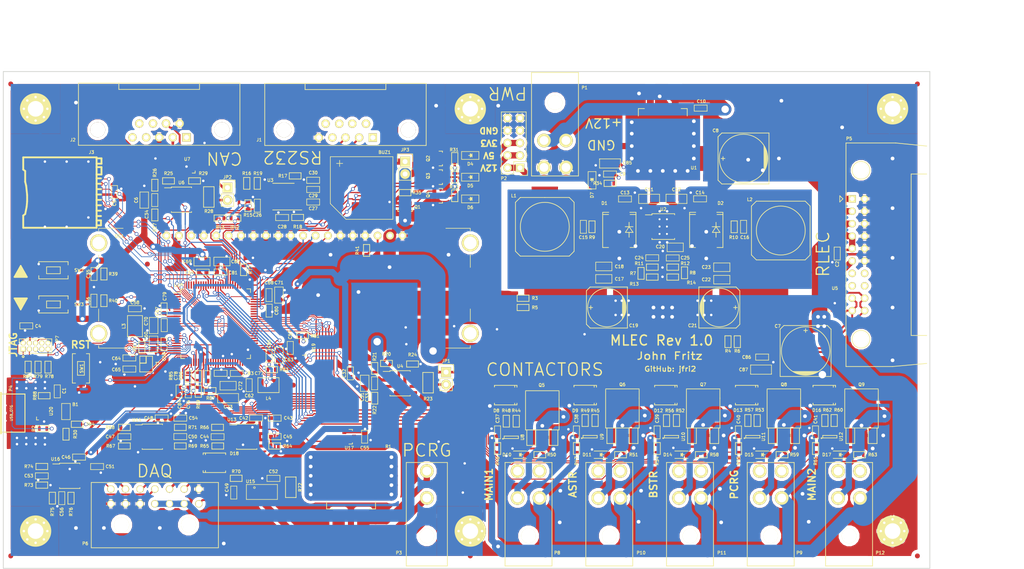
<source format=kicad_pcb>
(kicad_pcb (version 4) (host pcbnew 4.0.2-stable)
  (title_block (title DualMLEC) (date 2016-04-19) (rev 1.0) (company "Purdue University") (comment 1 "John Fritz"))
  (layers (0 F.Cu mixed) (31 B.Cu mixed) (34 B.Paste user) (35 F.Paste user) (36 B.SilkS user) (37 F.SilkS user) (38 B.Mask user) (39 F.Mask user) (44 Edge.Cuts user))
  (net 0 "")
  (net 1 GND)
  (net 2 +12V)
  (net 3 VDDBU)
  (net 4 "Net-(C13-Pad1)")
  (net 5 "Net-(C14-Pad1)")
  (net 6 "Net-(C15-Pad2)")
  (net 7 "Net-(C16-Pad2)")
  (net 8 "Net-(C20-Pad1)")
  (net 9 "Net-(C24-Pad2)")
  (net 10 "Net-(C25-Pad2)")
  (net 11 "Net-(C27-Pad1)")
  (net 12 "Net-(C27-Pad2)")
  (net 13 "Net-(C28-Pad1)")
  (net 14 "Net-(C29-Pad1)")
  (net 15 "Net-(C29-Pad2)")
  (net 16 "Net-(C30-Pad1)")
  (net 17 /Interface/OLED_UP)
  (net 18 /Interface/OLED_DOWN)
  (net 19 "Net-(C44-Pad1)")
  (net 20 "Net-(C45-Pad1)")
  (net 21 "Net-(C47-Pad1)")
  (net 22 "Net-(C49-Pad1)")
  (net 23 "Net-(C50-Pad1)")
  (net 24 /DAQ/INJECT_12V_ISO)
  (net 25 "Net-(C53-Pad1)")
  (net 26 "Net-(C56-Pad1)")
  (net 27 /MCU/ADVREF)
  (net 28 "Net-(C59-Pad1)")
  (net 29 "Net-(C60-Pad1)")
  (net 30 "Net-(C61-Pad1)")
  (net 31 "Net-(C63-Pad1)")
  (net 32 "Net-(C64-Pad1)")
  (net 33 "Net-(C65-Pad1)")
  (net 34 "Net-(C74-Pad1)")
  (net 35 VDDCORE)
  (net 36 "Net-(BUZ1-Pad1)")
  (net 37 "Net-(D4-Pad2)")
  (net 38 "Net-(D4-Pad1)")
  (net 39 "Net-(D5-Pad2)")
  (net 40 "Net-(D5-Pad1)")
  (net 41 "Net-(D6-Pad2)")
  (net 42 "Net-(D6-Pad1)")
  (net 43 "Net-(D7-Pad2)")
  (net 44 "Net-(D10-Pad2)")
  (net 45 "Net-(D11-Pad2)")
  (net 46 "Net-(D14-Pad2)")
  (net 47 "Net-(D15-Pad2)")
  (net 48 "Net-(D17-Pad2)")
  (net 49 "Net-(J1-Pad1)")
  (net 50 /RS232/RS232_RX)
  (net 51 /RS232/RS232_TX)
  (net 52 "Net-(J1-Pad4)")
  (net 53 "Net-(J1-Pad9)")
  (net 54 "Net-(J1-Pad8)")
  (net 55 "Net-(J1-Pad7)")
  (net 56 "Net-(J1-Pad6)")
  (net 57 /CAN/VEHICLE_CAN-)
  (net 58 "Net-(J2-Pad4)")
  (net 59 "Net-(J2-Pad5)")
  (net 60 "Net-(J2-Pad8)")
  (net 61 /CAN/VEHICLE_CAN+)
  (net 62 /CAN/RLEC_CAN+)
  (net 63 "Net-(JP1-Pad2)")
  (net 64 "Net-(JP2-Pad2)")
  (net 65 "Net-(BUZ1-Pad2)")
  (net 66 +5V)
  (net 67 "Net-(P3-Pad2)")
  (net 68 "Net-(P3-Pad1)")
  (net 69 "Net-(P5-Pad13)")
  (net 70 "Net-(P5-Pad14)")
  (net 71 "Net-(P5-Pad15)")
  (net 72 "Net-(P5-Pad16)")
  (net 73 /CAN/RLEC_CAN-)
  (net 74 /DAQ/BSTR_I_RATIO)
  (net 75 /DAQ/ASTR_I_RATIO)
  (net 76 /DAQ/ASTR_2_ANALOG)
  (net 77 /DAQ/BSTR_2_ANALOG)
  (net 78 /DAQ/LOWSIDE_ANALOG)
  (net 79 /DAQ/MAIN1_2_ANALOG)
  (net 80 /MCU/~NRST)
  (net 81 "Net-(P7-Pad7)")
  (net 82 "Net-(P7-Pad8)")
  (net 83 "Net-(P8-Pad3)")
  (net 84 /Contact_Drivers/MAIN_CONT_1_COIL_SINK)
  (net 85 "Net-(P8-Pad4)")
  (net 86 "Net-(P9-Pad3)")
  (net 87 /Contact_Drivers/PCRG_CONT_COIL_SINK)
  (net 88 "Net-(P9-Pad4)")
  (net 89 "Net-(P10-Pad3)")
  (net 90 /Contact_Drivers/ASTR_CONT_LOGIC_SINK)
  (net 91 "Net-(P10-Pad4)")
  (net 92 "Net-(P11-Pad3)")
  (net 93 /Contact_Drivers/BSTR_CONT_COIL_SINK)
  (net 94 "Net-(P11-Pad4)")
  (net 95 "Net-(P12-Pad3)")
  (net 96 /Contact_Drivers/MAIN_CONT_2_COIL_SINK)
  (net 97 "Net-(P12-Pad4)")
  (net 98 /Interface/BUZZ_GATE_DRIVE)
  (net 99 /MCU/PB1)
  (net 100 /MCU/PB2)
  (net 101 /MCU/PB3)
  (net 102 /Interface/~OLED_CS)
  (net 103 /Interface/~OLED_RST)
  (net 104 /MCU/TMS)
  (net 105 /MCU/TDI)
  (net 106 /MCU/TCK)
  (net 107 /MCU/VBUS)
  (net 108 "Net-(R88-Pad2)")
  (net 109 "Net-(U18-Pad1)")
  (net 110 "Net-(U18-Pad2)")
  (net 111 /MCU/UART0_RX)
  (net 112 /MCU/UART0_TX)
  (net 113 "Net-(U18-Pad5)")
  (net 114 "Net-(U18-Pad6)")
  (net 115 "Net-(U18-Pad7)")
  (net 116 "Net-(U18-Pad8)")
  (net 117 "Net-(U18-Pad9)")
  (net 118 /MCU/CAN0_TX)
  (net 119 /MCU/CAN0_RX)
  (net 120 "Net-(U18-Pad15)")
  (net 121 "Net-(U18-Pad16)")
  (net 122 "Net-(U18-Pad17)")
  (net 123 /MCU/TDO)
  (net 124 /MCU/USBD+)
  (net 125 /MCU/USBD-)
  (net 126 "Net-(R84-Pad1)")
  (net 127 /MCU/MCU_DFSD+)
  (net 128 /MCU/MCU_DFSD-)
  (net 129 "Net-(R87-Pad1)")
  (net 130 "Net-(U18-Pad40)")
  (net 131 "Net-(U18-Pad46)")
  (net 132 "Net-(U18-Pad48)")
  (net 133 /MCU/MCCK)
  (net 134 /MCU/MCCDA)
  (net 135 /MCU/CAN1_RX)
  (net 136 /DAQ/INJECT_LOGIC)
  (net 137 "Net-(U18-Pad56)")
  (net 138 /MCU/MCDA3)
  (net 139 /MCU/MCDA2)
  (net 140 /MCU/MCDA1)
  (net 141 /MCU/ADC_3)
  (net 142 /MCU/ADC_2)
  (net 143 /MCU/ADC_1)
  (net 144 /MCU/ADC_0)
  (net 145 /MCU/ADC_8)
  (net 146 /MCU/ADC_9)
  (net 147 /MCU/ADC_10)
  (net 148 "Net-(U18-Pad67)")
  (net 149 "Net-(U18-Pad68)")
  (net 150 "Net-(U18-Pad69)")
  (net 151 /MCU/MCDA0)
  (net 152 /Interface/OLED_SDO)
  (net 153 /Interface/OLED_SDI)
  (net 154 "Net-(R77-Pad2)")
  (net 155 "Net-(U18-Pad79)")
  (net 156 /Contact_Drivers/MAIN_1_CONT_LOGIC)
  (net 157 /MCU/PB7)
  (net 158 /Contact_Drivers/ASTR_CONT_LOGIC)
  (net 159 /Contact_Drivers/BSTR_CONT_LOGIC)
  (net 160 /Contact_Drivers/MAIN_2_CONT_LOGIC)
  (net 161 /MCU/UOTGID)
  (net 162 "Net-(U18-Pad95)")
  (net 163 /MCU/CAN1_TX)
  (net 164 "Net-(U18-Pad97)")
  (net 165 "Net-(U18-Pad98)")
  (net 166 "Net-(U18-Pad99)")
  (net 167 "Net-(U18-Pad100)")
  (net 168 "Net-(R16-Pad2)")
  (net 169 "Net-(R17-Pad2)")
  (net 170 /RS232/RS232_~EN)
  (net 171 /RS232/RS232_FORCEON)
  (net 172 "Net-(Q5-Pad1)")
  (net 173 "Net-(R44-Pad2)")
  (net 174 "Net-(Q6-Pad1)")
  (net 175 "Net-(R45-Pad2)")
  (net 176 "Net-(R46-Pad1)")
  (net 177 "Net-(R47-Pad1)")
  (net 178 "Net-(R50-Pad1)")
  (net 179 "Net-(R51-Pad1)")
  (net 180 "Net-(Q7-Pad1)")
  (net 181 "Net-(R52-Pad2)")
  (net 182 "Net-(Q8-Pad1)")
  (net 183 "Net-(R53-Pad2)")
  (net 184 "Net-(R54-Pad1)")
  (net 185 "Net-(R55-Pad1)")
  (net 186 "Net-(R58-Pad1)")
  (net 187 "Net-(R59-Pad1)")
  (net 188 "Net-(Q9-Pad1)")
  (net 189 "Net-(R60-Pad2)")
  (net 190 "Net-(R61-Pad1)")
  (net 191 "Net-(R63-Pad1)")
  (net 192 "Net-(R72-Pad2)")
  (net 193 /Interface/OLED_SCK)
  (net 194 "Net-(B1-Pad1)")
  (net 195 "Net-(U2-Pad10)")
  (net 196 "Net-(U3-Pad10)")
  (net 197 "Net-(R20-Pad2)")
  (net 198 "Net-(R22-Pad1)")
  (net 199 "Net-(U4-Pad5)")
  (net 200 "Net-(R24-Pad1)")
  (net 201 "Net-(R25-Pad2)")
  (net 202 "Net-(R27-Pad1)")
  (net 203 "Net-(U6-Pad5)")
  (net 204 "Net-(R29-Pad1)")
  (net 205 "Net-(DS1-Pad3)")
  (net 206 "Net-(U19-Pad3)")
  (net 207 /Power_Supply/VIN)
  (net 208 /Power_Supply/SW_5)
  (net 209 /Power_Supply/SW_33)
  (net 210 /Power_Supply/FB_5)
  (net 211 /Power_Supply/FB_33)
  (net 212 /Power_Supply/5V_OUT)
  (net 213 /Power_Supply/3V3_OUT)
  (net 214 /Heatsink)
  (net 215 "Net-(J2-Pad1)")
  (net 216 "Net-(J2-Pad9)")
  (net 217 "Net-(U5-Pad3)")
  (net 218 "Net-(U5-Pad4)")
  (net 219 "Net-(U5-Pad5)")
  (net 220 "Net-(U7-Pad3)")
  (net 221 "Net-(U7-Pad4)")
  (net 222 "Net-(U7-Pad5)")
  (net 223 "Net-(U20-Pad3)")
  (net 224 "Net-(U20-Pad4)")
  (net 225 "Net-(U18-Pad36)")
  (net 226 "Net-(U18-Pad37)")
  (net 227 /UOTGID_U)
  (module FritzLib:R_1206_OUTLINE (layer F.Cu) (at 98.933 66.294 270)
    (fp_text reference R28 (at 2.921 0 360) (layer F.SilkS) (effects (font (size 0.635 0.635) (thickness 0.12714))))
    (fp_text value 120)
    (pad 1 smd rect (at -1.45 0 270) (size 0.9 1.7) (layers F.Cu F.Paste F.Mask) (net 64 "Net-(JP2-Pad2)"))
    (pad 2 smd rect (at 1.45 0 270) (size 0.9 1.7) (layers F.Cu F.Paste F.Mask) (net 57 /CAN/VEHICLE_CAN-))
  )
  (module Pin_Headers:Pin_Header_Straight_2x05_Pitch1.27mm (layer F.Cu) (at 60.96 97.409 90)
    (fp_text reference P7 (at 2.159 6.985 90) (layer F.SilkS) (effects (font (size 0.635 0.635) (thickness 0.12714))))
    (fp_text value JTAG)
    (pad 1 thru_hole rect (at 0 0 90) (size 1.05 1.05) (drill 0.65) (layers *.Cu *.Mask F.SilkS) (net 106 /MCU/TCK))
    (pad 3 thru_hole circle (at 0 1.27 90) (size 1.05 1.05) (drill 0.65) (layers *.Cu *.Mask F.SilkS) (net 105 /MCU/TDI))
    (pad 5 thru_hole circle (at 0 2.54 90) (size 1.05 1.05) (drill 0.65) (layers *.Cu *.Mask F.SilkS) (net 123 /MCU/TDO))
    (pad 7 thru_hole circle (at 0 3.81 90) (size 1.05 1.05) (drill 0.65) (layers *.Cu *.Mask F.SilkS) (net 81 "Net-(P7-Pad7)"))
    (pad 9 thru_hole circle (at 0 5.08 90) (size 1.05 1.05) (drill 0.65) (layers *.Cu *.Mask F.SilkS) (net 104 /MCU/TMS))
    (pad 4 thru_hole circle (at 1.27 1.27 90) (size 1.05 1.05) (drill 0.65) (layers *.Cu *.Mask F.SilkS) (net 3 VDDBU))
    (pad 6 thru_hole circle (at 1.27 2.54 90) (size 1.05 1.05) (drill 0.65) (layers *.Cu *.Mask F.SilkS) (net 80 /MCU/~NRST))
    (pad 8 thru_hole circle (at 1.27 3.81 90) (size 1.05 1.05) (drill 0.65) (layers *.Cu *.Mask F.SilkS) (net 82 "Net-(P7-Pad8)"))
    (pad 10 thru_hole circle (at 1.27 5.08 90) (size 1.05 1.05) (drill 0.65) (layers *.Cu *.Mask F.SilkS) (net 1 GND))
    (pad 2 thru_hole circle (at 1.27 0 90) (size 1.05 1.05) (drill 0.65) (layers *.Cu *.Mask F.SilkS) (net 1 GND))
  )
  (module TO_SOT_Packages_SMD:SOT-23 (layer F.Cu) (at 127.635 115.316 270)
    (fp_text reference U17 (at 2.286 0 360) (layer F.SilkS) (effects (font (size 0.635 0.635) (thickness 0.12714))))
    (fp_text value MCP9700-TT)
    (pad 1 smd rect (at -0.95 1.00076 270) (size 0.8001 0.8001) (layers F.Cu F.Paste F.Mask) (net 3 VDDBU))
    (pad 2 smd rect (at 0.95 1.00076 270) (size 0.8001 0.8001) (layers F.Cu F.Paste F.Mask) (net 147 /MCU/ADC_10))
    (pad 3 smd rect (at 0 -0.99822 270) (size 0.8001 0.8001) (layers F.Cu F.Paste F.Mask) (net 1 GND))
  )
  (module Housings_QFP:LQFP-100_14x14mm_Pitch0.5mm (layer F.Cu) (at 100.33 92.202)
    (fp_text reference U18 (at -7.62 -7.874) (layer F.SilkS) (effects (font (size 0.635 0.635) (thickness 0.12714))))
    (fp_text value SAM3X4/8C-100LQFP)
    (pad 1 smd rect (at -7.9 -6) (size 1.5 0.28) (layers F.Cu F.Paste F.Mask) (net 109 "Net-(U18-Pad1)"))
    (pad 2 smd rect (at -7.9 -5.5) (size 1.5 0.28) (layers F.Cu F.Paste F.Mask) (net 110 "Net-(U18-Pad2)"))
    (pad 3 smd rect (at -7.9 -5) (size 1.5 0.28) (layers F.Cu F.Paste F.Mask) (net 111 /MCU/UART0_RX))
    (pad 4 smd rect (at -7.9 -4.5) (size 1.5 0.28) (layers F.Cu F.Paste F.Mask) (net 112 /MCU/UART0_TX))
    (pad 5 smd rect (at -7.9 -4) (size 1.5 0.28) (layers F.Cu F.Paste F.Mask) (net 113 "Net-(U18-Pad5)"))
    (pad 6 smd rect (at -7.9 -3.5) (size 1.5 0.28) (layers F.Cu F.Paste F.Mask) (net 114 "Net-(U18-Pad6)"))
    (pad 7 smd rect (at -7.9 -3) (size 1.5 0.28) (layers F.Cu F.Paste F.Mask) (net 115 "Net-(U18-Pad7)"))
    (pad 8 smd rect (at -7.9 -2.5) (size 1.5 0.28) (layers F.Cu F.Paste F.Mask) (net 116 "Net-(U18-Pad8)"))
    (pad 9 smd rect (at -7.9 -2) (size 1.5 0.28) (layers F.Cu F.Paste F.Mask) (net 117 "Net-(U18-Pad9)"))
    (pad 10 smd rect (at -7.9 -1.5) (size 1.5 0.28) (layers F.Cu F.Paste F.Mask) (net 35 VDDCORE))
    (pad 11 smd rect (at -7.9 -1) (size 1.5 0.28) (layers F.Cu F.Paste F.Mask) (net 3 VDDBU))
    (pad 12 smd rect (at -7.9 -0.5) (size 1.5 0.28) (layers F.Cu F.Paste F.Mask) (net 1 GND))
    (pad 13 smd rect (at -7.9 0) (size 1.5 0.28) (layers F.Cu F.Paste F.Mask) (net 118 /MCU/CAN0_TX))
    (pad 14 smd rect (at -7.9 0.5) (size 1.5 0.28) (layers F.Cu F.Paste F.Mask) (net 119 /MCU/CAN0_RX))
    (pad 15 smd rect (at -7.9 1) (size 1.5 0.28) (layers F.Cu F.Paste F.Mask) (net 120 "Net-(U18-Pad15)"))
    (pad 16 smd rect (at -7.9 1.5) (size 1.5 0.28) (layers F.Cu F.Paste F.Mask) (net 121 "Net-(U18-Pad16)"))
    (pad 17 smd rect (at -7.9 2) (size 1.5 0.28) (layers F.Cu F.Paste F.Mask) (net 122 "Net-(U18-Pad17)"))
    (pad 18 smd rect (at -7.9 2.5) (size 1.5 0.28) (layers F.Cu F.Paste F.Mask) (net 106 /MCU/TCK))
    (pad 19 smd rect (at -7.9 3) (size 1.5 0.28) (layers F.Cu F.Paste F.Mask) (net 105 /MCU/TDI))
    (pad 20 smd rect (at -7.9 3.5) (size 1.5 0.28) (layers F.Cu F.Paste F.Mask) (net 123 /MCU/TDO))
    (pad 21 smd rect (at -7.9 4) (size 1.5 0.28) (layers F.Cu F.Paste F.Mask) (net 104 /MCU/TMS))
    (pad 22 smd rect (at -7.9 4.5) (size 1.5 0.28) (layers F.Cu F.Paste F.Mask) (net 1 GND))
    (pad 23 smd rect (at -7.9 5) (size 1.5 0.28) (layers F.Cu F.Paste F.Mask) (net 28 "Net-(C59-Pad1)"))
    (pad 24 smd rect (at -7.9 5.5) (size 1.5 0.28) (layers F.Cu F.Paste F.Mask) (net 32 "Net-(C64-Pad1)"))
    (pad 25 smd rect (at -7.9 6) (size 1.5 0.28) (layers F.Cu F.Paste F.Mask) (net 33 "Net-(C65-Pad1)"))
    (pad 26 smd rect (at -6 7.9 90) (size 1.5 0.28) (layers F.Cu F.Paste F.Mask) (net 124 /MCU/USBD+))
    (pad 27 smd rect (at -5.5 7.9 90) (size 1.5 0.28) (layers F.Cu F.Paste F.Mask) (net 125 /MCU/USBD-))
    (pad 28 smd rect (at -5 7.9 90) (size 1.5 0.28) (layers F.Cu F.Paste F.Mask) (net 126 "Net-(R84-Pad1)"))
    (pad 29 smd rect (at -4.5 7.9 90) (size 1.5 0.28) (layers F.Cu F.Paste F.Mask) (net 34 "Net-(C74-Pad1)"))
    (pad 30 smd rect (at -4 7.9 90) (size 1.5 0.28) (layers F.Cu F.Paste F.Mask) (net 3 VDDBU))
    (pad 31 smd rect (at -3.5 7.9 90) (size 1.5 0.28) (layers F.Cu F.Paste F.Mask) (net 127 /MCU/MCU_DFSD+))
    (pad 32 smd rect (at -3 7.9 90) (size 1.5 0.28) (layers F.Cu F.Paste F.Mask) (net 128 /MCU/MCU_DFSD-))
    (pad 33 smd rect (at -2.5 7.9 90) (size 1.5 0.28) (layers F.Cu F.Paste F.Mask) (net 1 GND))
    (pad 34 smd rect (at -2 7.9 90) (size 1.5 0.28) (layers F.Cu F.Paste F.Mask) (net 35 VDDCORE))
    (pad 35 smd rect (at -1.5 7.9 90) (size 1.5 0.28) (layers F.Cu F.Paste F.Mask) (net 1 GND))
    (pad 36 smd rect (at -1 7.9 90) (size 1.5 0.28) (layers F.Cu F.Paste F.Mask) (net 225 "Net-(U18-Pad36)"))
    (pad 37 smd rect (at -0.5 7.9 90) (size 1.5 0.28) (layers F.Cu F.Paste F.Mask) (net 226 "Net-(U18-Pad37)"))
    (pad 38 smd rect (at 0 7.9 90) (size 1.5 0.28) (layers F.Cu F.Paste F.Mask) (net 129 "Net-(R87-Pad1)"))
    (pad 39 smd rect (at 0.5 7.9 90) (size 1.5 0.28) (layers F.Cu F.Paste F.Mask) (net 3 VDDBU))
    (pad 40 smd rect (at 1 7.9 90) (size 1.5 0.28) (layers F.Cu F.Paste F.Mask) (net 130 "Net-(U18-Pad40)"))
    (pad 41 smd rect (at 1.5 7.9 90) (size 1.5 0.28) (layers F.Cu F.Paste F.Mask) (net 1 GND))
    (pad 42 smd rect (at 2 7.9 90) (size 1.5 0.28) (layers F.Cu F.Paste F.Mask) (net 35 VDDCORE))
    (pad 43 smd rect (at 2.5 7.9 90) (size 1.5 0.28) (layers F.Cu F.Paste F.Mask) (net 3 VDDBU))
    (pad 44 smd rect (at 3 7.9 90) (size 1.5 0.28) (layers F.Cu F.Paste F.Mask) (net 1 GND))
    (pad 45 smd rect (at 3.5 7.9 90) (size 1.5 0.28) (layers F.Cu F.Paste F.Mask) (net 35 VDDCORE))
    (pad 46 smd rect (at 4 7.9 90) (size 1.5 0.28) (layers F.Cu F.Paste F.Mask) (net 131 "Net-(U18-Pad46)"))
    (pad 47 smd rect (at 4.5 7.9 90) (size 1.5 0.28) (layers F.Cu F.Paste F.Mask) (net 80 /MCU/~NRST))
    (pad 48 smd rect (at 5 7.9 90) (size 1.5 0.28) (layers F.Cu F.Paste F.Mask) (net 132 "Net-(U18-Pad48)"))
    (pad 49 smd rect (at 5.5 7.9 90) (size 1.5 0.28) (layers F.Cu F.Paste F.Mask) (net 133 /MCU/MCCK))
    (pad 50 smd rect (at 6 7.9 90) (size 1.5 0.28) (layers F.Cu F.Paste F.Mask) (net 134 /MCU/MCCDA))
    (pad 51 smd rect (at 7.9 6) (size 1.5 0.28) (layers F.Cu F.Paste F.Mask) (net 30 "Net-(C61-Pad1)"))
    (pad 52 smd rect (at 7.9 5.5) (size 1.5 0.28) (layers F.Cu F.Paste F.Mask) (net 1 GND))
    (pad 53 smd rect (at 7.9 5) (size 1.5 0.28) (layers F.Cu F.Paste F.Mask) (net 27 /MCU/ADVREF))
    (pad 54 smd rect (at 7.9 4.5) (size 1.5 0.28) (layers F.Cu F.Paste F.Mask) (net 135 /MCU/CAN1_RX))
    (pad 55 smd rect (at 7.9 4) (size 1.5 0.28) (layers F.Cu F.Paste F.Mask) (net 136 /DAQ/INJECT_LOGIC))
    (pad 56 smd rect (at 7.9 3.5) (size 1.5 0.28) (layers F.Cu F.Paste F.Mask) (net 137 "Net-(U18-Pad56)"))
    (pad 57 smd rect (at 7.9 3) (size 1.5 0.28) (layers F.Cu F.Paste F.Mask) (net 138 /MCU/MCDA3))
    (pad 58 smd rect (at 7.9 2.5) (size 1.5 0.28) (layers F.Cu F.Paste F.Mask) (net 139 /MCU/MCDA2))
    (pad 59 smd rect (at 7.9 2) (size 1.5 0.28) (layers F.Cu F.Paste F.Mask) (net 140 /MCU/MCDA1))
    (pad 60 smd rect (at 7.9 1.5) (size 1.5 0.28) (layers F.Cu F.Paste F.Mask) (net 141 /MCU/ADC_3))
    (pad 61 smd rect (at 7.9 1) (size 1.5 0.28) (layers F.Cu F.Paste F.Mask) (net 142 /MCU/ADC_2))
    (pad 62 smd rect (at 7.9 0.5) (size 1.5 0.28) (layers F.Cu F.Paste F.Mask) (net 143 /MCU/ADC_1))
    (pad 63 smd rect (at 7.9 0) (size 1.5 0.28) (layers F.Cu F.Paste F.Mask) (net 144 /MCU/ADC_0))
    (pad 64 smd rect (at 7.9 -0.5) (size 1.5 0.28) (layers F.Cu F.Paste F.Mask) (net 145 /MCU/ADC_8))
    (pad 65 smd rect (at 7.9 -1) (size 1.5 0.28) (layers F.Cu F.Paste F.Mask) (net 146 /MCU/ADC_9))
    (pad 66 smd rect (at 7.9 -1.5) (size 1.5 0.28) (layers F.Cu F.Paste F.Mask) (net 147 /MCU/ADC_10))
    (pad 67 smd rect (at 7.9 -2) (size 1.5 0.28) (layers F.Cu F.Paste F.Mask) (net 148 "Net-(U18-Pad67)"))
    (pad 68 smd rect (at 7.9 -2.5) (size 1.5 0.28) (layers F.Cu F.Paste F.Mask) (net 149 "Net-(U18-Pad68)"))
    (pad 69 smd rect (at 7.9 -3) (size 1.5 0.28) (layers F.Cu F.Paste F.Mask) (net 150 "Net-(U18-Pad69)"))
    (pad 70 smd rect (at 7.9 -3.5) (size 1.5 0.28) (layers F.Cu F.Paste F.Mask) (net 103 /Interface/~OLED_RST))
    (pad 71 smd rect (at 7.9 -4) (size 1.5 0.28) (layers F.Cu F.Paste F.Mask) (net 35 VDDCORE))
    (pad 72 smd rect (at 7.9 -4.5) (size 1.5 0.28) (layers F.Cu F.Paste F.Mask) (net 3 VDDBU))
    (pad 73 smd rect (at 7.9 -5) (size 1.5 0.28) (layers F.Cu F.Paste F.Mask) (net 1 GND))
    (pad 74 smd rect (at 7.9 -5.5) (size 1.5 0.28) (layers F.Cu F.Paste F.Mask) (net 151 /MCU/MCDA0))
    (pad 75 smd rect (at 7.9 -6) (size 1.5 0.28) (layers F.Cu F.Paste F.Mask) (net 152 /Interface/OLED_SDO))
    (pad 76 smd rect (at 6 -7.9 90) (size 1.5 0.28) (layers F.Cu F.Paste F.Mask) (net 153 /Interface/OLED_SDI))
    (pad 77 smd rect (at 5.5 -7.9 90) (size 1.5 0.28) (layers F.Cu F.Paste F.Mask) (net 154 "Net-(R77-Pad2)"))
    (pad 78 smd rect (at 5 -7.9 90) (size 1.5 0.28) (layers F.Cu F.Paste F.Mask) (net 102 /Interface/~OLED_CS))
    (pad 79 smd rect (at 4.5 -7.9 90) (size 1.5 0.28) (layers F.Cu F.Paste F.Mask) (net 155 "Net-(U18-Pad79)"))
    (pad 80 smd rect (at 4 -7.9 90) (size 1.5 0.28) (layers F.Cu F.Paste F.Mask) (net 98 /Interface/BUZZ_GATE_DRIVE))
    (pad 81 smd rect (at 3.5 -7.9 90) (size 1.5 0.28) (layers F.Cu F.Paste F.Mask) (net 99 /MCU/PB1))
    (pad 82 smd rect (at 3 -7.9 90) (size 1.5 0.28) (layers F.Cu F.Paste F.Mask) (net 100 /MCU/PB2))
    (pad 83 smd rect (at 2.5 -7.9 90) (size 1.5 0.28) (layers F.Cu F.Paste F.Mask) (net 101 /MCU/PB3))
    (pad 84 smd rect (at 2 -7.9 90) (size 1.5 0.28) (layers F.Cu F.Paste F.Mask) (net 17 /Interface/OLED_UP))
    (pad 85 smd rect (at 1.5 -7.9 90) (size 1.5 0.28) (layers F.Cu F.Paste F.Mask) (net 18 /Interface/OLED_DOWN))
    (pad 86 smd rect (at 1 -7.9 90) (size 1.5 0.28) (layers F.Cu F.Paste F.Mask) (net 156 /Contact_Drivers/MAIN_1_CONT_LOGIC))
    (pad 87 smd rect (at 0.5 -7.9 90) (size 1.5 0.28) (layers F.Cu F.Paste F.Mask) (net 157 /MCU/PB7))
    (pad 88 smd rect (at 0 -7.9 90) (size 1.5 0.28) (layers F.Cu F.Paste F.Mask) (net 158 /Contact_Drivers/ASTR_CONT_LOGIC))
    (pad 89 smd rect (at -0.5 -7.9 90) (size 1.5 0.28) (layers F.Cu F.Paste F.Mask) (net 35 VDDCORE))
    (pad 90 smd rect (at -1 -7.9 90) (size 1.5 0.28) (layers F.Cu F.Paste F.Mask) (net 3 VDDBU))
    (pad 91 smd rect (at -1.5 -7.9 90) (size 1.5 0.28) (layers F.Cu F.Paste F.Mask) (net 1 GND))
    (pad 92 smd rect (at -2 -7.9 90) (size 1.5 0.28) (layers F.Cu F.Paste F.Mask) (net 159 /Contact_Drivers/BSTR_CONT_LOGIC))
    (pad 93 smd rect (at -2.5 -7.9 90) (size 1.5 0.28) (layers F.Cu F.Paste F.Mask) (net 160 /Contact_Drivers/MAIN_2_CONT_LOGIC))
    (pad 94 smd rect (at -3 -7.9 90) (size 1.5 0.28) (layers F.Cu F.Paste F.Mask) (net 161 /MCU/UOTGID))
    (pad 95 smd rect (at -3.5 -7.9 90) (size 1.5 0.28) (layers F.Cu F.Paste F.Mask) (net 162 "Net-(U18-Pad95)"))
    (pad 96 smd rect (at -4 -7.9 90) (size 1.5 0.28) (layers F.Cu F.Paste F.Mask) (net 163 /MCU/CAN1_TX))
    (pad 97 smd rect (at -4.5 -7.9 90) (size 1.5 0.28) (layers F.Cu F.Paste F.Mask) (net 164 "Net-(U18-Pad97)"))
    (pad 98 smd rect (at -5 -7.9 90) (size 1.5 0.28) (layers F.Cu F.Paste F.Mask) (net 165 "Net-(U18-Pad98)"))
    (pad 99 smd rect (at -5.5 -7.9 90) (size 1.5 0.28) (layers F.Cu F.Paste F.Mask) (net 166 "Net-(U18-Pad99)"))
    (pad 100 smd rect (at -6 -7.9 90) (size 1.5 0.28) (layers F.Cu F.Paste F.Mask) (net 167 "Net-(U18-Pad100)"))
  )
  (module Pin_Headers:Pin_Header_Straight_1x02 (layer F.Cu) (at 147.447 102.108)
    (fp_text reference JP1 (at 0 -2.286) (layer F.SilkS) (effects (font (size 0.635 0.635) (thickness 0.12714))))
    (fp_text value JUMPER)
    (pad 1 thru_hole rect (at 0 0) (size 2.032 2.032) (drill 1.016) (layers *.Cu *.Mask F.SilkS) (net 62 /CAN/RLEC_CAN+))
    (pad 2 thru_hole oval (at 0 2.54) (size 2.032 2.032) (drill 1.016) (layers *.Cu *.Mask F.SilkS) (net 63 "Net-(JP1-Pad2)"))
  )
  (module FritzLib:C_0603_OUTLINE (layer F.Cu) (at 130.81 115.316 90)
    (fp_text reference C55 (at -2.286 0 180) (layer F.SilkS) (effects (font (size 0.635 0.635) (thickness 0.12714))))
    (fp_text value 100nF)
    (pad 1 smd rect (at -0.75 0 90) (size 0.8 0.75) (layers F.Cu F.Paste F.Mask) (net 1 GND))
    (pad 2 smd rect (at 0.75 0 90) (size 0.8 0.75) (layers F.Cu F.Paste F.Mask) (net 3 VDDBU))
  )
  (module FritzLib:C_0603_OUTLINE (layer F.Cu) (at 82.677 99.187 180)
    (fp_text reference C64 (at 2.667 -0.127 180) (layer F.SilkS) (effects (font (size 0.635 0.635) (thickness 0.12714))))
    (fp_text value 22pF)
    (pad 1 smd rect (at -0.75 0 180) (size 0.8 0.75) (layers F.Cu F.Paste F.Mask) (net 32 "Net-(C64-Pad1)"))
    (pad 2 smd rect (at 0.75 0 180) (size 0.8 0.75) (layers F.Cu F.Paste F.Mask) (net 1 GND))
  )
  (module FritzLib:C_0603_OUTLINE (layer F.Cu) (at 101.346 102.362)
    (fp_text reference C83 (at 5.842 0 180) (layer F.SilkS) (effects (font (size 0.635 0.635) (thickness 0.12714))))
    (fp_text value 100nF)
    (pad 1 smd rect (at -0.75 0) (size 0.8 0.75) (layers F.Cu F.Paste F.Mask) (net 3 VDDBU))
    (pad 2 smd rect (at 0.75 0) (size 0.8 0.75) (layers F.Cu F.Paste F.Mask) (net 1 GND))
  )
  (module FritzLib:C_0805_OUTLINE (layer F.Cu) (at 87.63 92.583 270)
    (fp_text reference C70 (at -0.889 1.524 270) (layer F.SilkS) (effects (font (size 0.635 0.635) (thickness 0.12714))))
    (fp_text value 4.7uF)
    (pad 1 smd rect (at -1 0 270) (size 1 1.25) (layers F.Cu F.Paste F.Mask) (net 3 VDDBU))
    (pad 2 smd rect (at 1 0 270) (size 1 1.25) (layers F.Cu F.Paste F.Mask) (net 1 GND))
  )
  (module Connectors_Molex:Molex_Microfit3_Header_02x07_Angled_43045-140x (layer F.Cu) (at 96.884 129.03)
    (fp_text reference P6 (at -23.224 8.13) (layer F.SilkS) (effects (font (size 0.635 0.635) (thickness 0.12714))))
    (fp_text value MLEC_DAQ_CONN)
    (pad 1 thru_hole circle (at 0 0) (size 1.5 1.5) (drill 1.1) (layers *.Cu *.Mask F.SilkS) (net 24 /DAQ/INJECT_12V_ISO))
    (pad 8 thru_hole circle (at 0 -3) (size 1.5 1.5) (drill 1.1) (layers *.Cu *.Mask F.SilkS) (net 1 GND))
    (pad 9 thru_hole circle (at -3 -3) (size 1.5 1.5) (drill 1.1) (layers *.Cu *.Mask F.SilkS) (net 79 /DAQ/MAIN1_2_ANALOG))
    (pad 2 thru_hole circle (at -3 0) (size 1.5 1.5) (drill 1.1) (layers *.Cu *.Mask F.SilkS) (net 66 +5V))
    (pad 3 thru_hole circle (at -6 0) (size 1.5 1.5) (drill 1.1) (layers *.Cu *.Mask F.SilkS) (net 66 +5V))
    (pad 10 thru_hole circle (at -6 -3) (size 1.5 1.5) (drill 1.1) (layers *.Cu *.Mask F.SilkS) (net 78 /DAQ/LOWSIDE_ANALOG))
    (pad "" np_thru_hole circle (at -2.1 4.32) (size 3.1 3.1) (drill 3.1) (layers *.Cu *.Mask F.SilkS))
    (pad 11 thru_hole circle (at -9 -3) (size 1.5 1.5) (drill 1.1) (layers *.Cu *.Mask F.SilkS) (net 77 /DAQ/BSTR_2_ANALOG))
    (pad 4 thru_hole circle (at -9 0) (size 1.5 1.5) (drill 1.1) (layers *.Cu *.Mask F.SilkS) (net 66 +5V))
    (pad 5 thru_hole circle (at -12 0) (size 1.5 1.5) (drill 1.1) (layers *.Cu *.Mask F.SilkS) (net 1 GND))
    (pad 12 thru_hole circle (at -12 -3) (size 1.5 1.5) (drill 1.1) (layers *.Cu *.Mask F.SilkS) (net 76 /DAQ/ASTR_2_ANALOG))
    (pad 13 thru_hole circle (at -15 -3) (size 1.5 1.5) (drill 1.1) (layers *.Cu *.Mask F.SilkS) (net 75 /DAQ/ASTR_I_RATIO))
    (pad 6 thru_hole circle (at -15 0) (size 1.5 1.5) (drill 1.1) (layers *.Cu *.Mask F.SilkS) (net 1 GND))
    (pad 14 thru_hole circle (at -18 -3) (size 1.5 1.5) (drill 1.1) (layers *.Cu *.Mask F.SilkS) (net 74 /DAQ/BSTR_I_RATIO))
    (pad 7 thru_hole circle (at -18 0) (size 1.5 1.5) (drill 1.1) (layers *.Cu *.Mask F.SilkS) (net 1 GND))
    (pad "" np_thru_hole circle (at -15.8 4.32) (size 3.1 3.1) (drill 3.1) (layers *.Cu *.Mask F.SilkS))
  )
  (module LEDs:LED_0805 (layer F.Cu) (at 162.814 118.999)
    (fp_text reference D10 (at -2.921 0) (layer F.SilkS) (effects (font (size 0.635 0.635) (thickness 0.12714))))
    (fp_text value MAIN1)
    (pad 2 smd rect (at 1.04902 0 180) (size 1.19888 1.19888) (layers F.Cu F.Paste F.Mask) (net 44 "Net-(D10-Pad2)"))
    (pad 1 smd rect (at -1.04902 0 180) (size 1.19888 1.19888) (layers F.Cu F.Paste F.Mask) (net 1 GND))
  )
  (module LEDs:LED_0805 (layer F.Cu) (at 179.324 118.999)
    (fp_text reference D11 (at -3.048 0) (layer F.SilkS) (effects (font (size 0.635 0.635) (thickness 0.12714))))
    (fp_text value ASTR)
    (pad 2 smd rect (at 1.04902 0 180) (size 1.19888 1.19888) (layers F.Cu F.Paste F.Mask) (net 45 "Net-(D11-Pad2)"))
    (pad 1 smd rect (at -1.04902 0 180) (size 1.19888 1.19888) (layers F.Cu F.Paste F.Mask) (net 1 GND))
  )
  (module LEDs:LED_0805 (layer F.Cu) (at 195.834 118.999)
    (fp_text reference D14 (at -3.048 0) (layer F.SilkS) (effects (font (size 0.635 0.635) (thickness 0.12714))))
    (fp_text value BSTR)
    (pad 2 smd rect (at 1.04902 0 180) (size 1.19888 1.19888) (layers F.Cu F.Paste F.Mask) (net 46 "Net-(D14-Pad2)"))
    (pad 1 smd rect (at -1.04902 0 180) (size 1.19888 1.19888) (layers F.Cu F.Paste F.Mask) (net 1 GND))
  )
  (module LEDs:LED_0805 (layer F.Cu) (at 212.344 118.999)
    (fp_text reference D15 (at -2.921 0) (layer F.SilkS) (effects (font (size 0.635 0.635) (thickness 0.12714))))
    (fp_text value PCRG)
    (pad 2 smd rect (at 1.04902 0 180) (size 1.19888 1.19888) (layers F.Cu F.Paste F.Mask) (net 47 "Net-(D15-Pad2)"))
    (pad 1 smd rect (at -1.04902 0 180) (size 1.19888 1.19888) (layers F.Cu F.Paste F.Mask) (net 1 GND))
  )
  (module LEDs:LED_0805 (layer F.Cu) (at 228.219 118.999)
    (fp_text reference D17 (at -2.921 0) (layer F.SilkS) (effects (font (size 0.635 0.635) (thickness 0.12714))))
    (fp_text value MAIN2)
    (pad 2 smd rect (at 1.04902 0 180) (size 1.19888 1.19888) (layers F.Cu F.Paste F.Mask) (net 48 "Net-(D17-Pad2)"))
    (pad 1 smd rect (at -1.04902 0 180) (size 1.19888 1.19888) (layers F.Cu F.Paste F.Mask) (net 1 GND))
  )
  (module Fiducials:Fiducial_1mm_Dia_2.54mm_Outer_CopperTop (layer F.Cu) (at 58.42 43.18)
    (fp_text reference FI1 hide)
    (fp_text value Fiducal hide)
    (pad ~ smd circle (at 0 0) (size 1 1) (layers F.Cu F.Mask) (clearance 0.77))
  )
  (module Fiducials:Fiducial_1mm_Dia_2.54mm_Outer_CopperTop (layer F.Cu) (at 58.42 139.7)
    (fp_text reference FI2 hide)
    (fp_text value Fiducal hide)
    (pad ~ smd circle (at 0 0) (size 1 1) (layers F.Cu F.Mask) (clearance 0.77))
  )
  (module Fiducials:Fiducial_1mm_Dia_2.54mm_Outer_CopperTop (layer F.Cu) (at 243.84 139.7)
    (fp_text reference FI3 hide)
    (fp_text value Fiducal hide)
    (pad ~ smd circle (at 0 0) (size 1 1) (layers F.Cu F.Mask) (clearance 0.77))
  )
  (module Pin_Headers:Pin_Header_Straight_1x02 (layer F.Cu) (at 102.743 64.389)
    (fp_text reference JP2 (at 0 -2.159 180) (layer F.SilkS) (effects (font (size 0.635 0.635) (thickness 0.12714))))
    (fp_text value JUMPER)
    (pad 1 thru_hole rect (at 0 0) (size 2.032 2.032) (drill 1.016) (layers *.Cu *.Mask F.SilkS) (net 61 /CAN/VEHICLE_CAN+))
    (pad 2 thru_hole oval (at 0 2.54) (size 2.032 2.032) (drill 1.016) (layers *.Cu *.Mask F.SilkS) (net 64 "Net-(JP2-Pad2)"))
  )
  (module Pin_Headers:Pin_Header_Straight_1x02 (layer F.Cu) (at 139.065 59.055)
    (fp_text reference JP3 (at 0 -2.413) (layer F.SilkS) (effects (font (size 0.635 0.635) (thickness 0.12714))))
    (fp_text value JUMPER)
    (pad 1 thru_hole rect (at 0 0) (size 2.032 2.032) (drill 1.016) (layers *.Cu *.Mask F.SilkS) (net 65 "Net-(BUZ1-Pad2)"))
    (pad 2 thru_hole oval (at 0 2.54) (size 2.032 2.032) (drill 1.016) (layers *.Cu *.Mask F.SilkS) (net 3 VDDBU))
  )
  (module FritzLib:R_0603_OUTLINE (layer F.Cu) (at 139.065 65.405 180)
    (fp_text reference R35 (at -2.413 0 180) (layer F.SilkS) (effects (font (size 0.635 0.635) (thickness 0.12714))))
    (fp_text value 10k)
    (pad 1 smd rect (at -0.75 0 180) (size 0.5 0.9) (layers F.Cu F.Paste F.Mask) (net 98 /Interface/BUZZ_GATE_DRIVE))
    (pad 2 smd rect (at 0.75 0 180) (size 0.5 0.9) (layers F.Cu F.Paste F.Mask) (net 1 GND))
  )
  (module FritzLib:R_0603_OUTLINE (layer F.Cu) (at 77.47 82.042 270)
    (fp_text reference R39 (at 0 -1.9 360) (layer F.SilkS) (effects (font (size 0.635 0.635) (thickness 0.12714))))
    (fp_text value 10k)
    (pad 1 smd rect (at -0.75 0 270) (size 0.5 0.9) (layers F.Cu F.Paste F.Mask) (net 17 /Interface/OLED_UP))
    (pad 2 smd rect (at 0.75 0 270) (size 0.5 0.9) (layers F.Cu F.Paste F.Mask) (net 3 VDDBU))
  )
  (module FritzLib:R_0603_OUTLINE (layer F.Cu) (at 77.47 87.503 90)
    (fp_text reference R40 (at 0 1.905 180) (layer F.SilkS) (effects (font (size 0.635 0.635) (thickness 0.12714))))
    (fp_text value 10k)
    (pad 1 smd rect (at -0.75 0 90) (size 0.5 0.9) (layers F.Cu F.Paste F.Mask) (net 18 /Interface/OLED_DOWN))
    (pad 2 smd rect (at 0.75 0 90) (size 0.5 0.9) (layers F.Cu F.Paste F.Mask) (net 3 VDDBU))
  )
  (module FritzLib:R_0603_OUTLINE (layer F.Cu) (at 104.267 70.612 180)
    (fp_text reference R42 (at 0 -1.9 180) (layer F.SilkS) (effects (font (size 0.635 0.635) (thickness 0.12714))))
    (fp_text value 10k)
    (pad 1 smd rect (at -0.75 0 180) (size 0.5 0.9) (layers F.Cu F.Paste F.Mask) (net 102 /Interface/~OLED_CS))
    (pad 2 smd rect (at 0.75 0 180) (size 0.5 0.9) (layers F.Cu F.Paste F.Mask) (net 3 VDDBU))
  )
  (module FritzLib:R_0603_OUTLINE (layer F.Cu) (at 101.219 70.612 180)
    (fp_text reference R43 (at 0 -1.9 180) (layer F.SilkS) (effects (font (size 0.635 0.635) (thickness 0.12714))))
    (fp_text value 10k)
    (pad 1 smd rect (at -0.75 0 180) (size 0.5 0.9) (layers F.Cu F.Paste F.Mask) (net 3 VDDBU))
    (pad 2 smd rect (at 0.75 0 180) (size 0.5 0.9) (layers F.Cu F.Paste F.Mask) (net 103 /Interface/~OLED_RST))
  )
  (module FritzLib:R_0603_OUTLINE (layer F.Cu) (at 66.04 101.092 270)
    (fp_text reference R78 (at 1.905 -0.254 360) (layer F.SilkS) (effects (font (size 0.635 0.635) (thickness 0.12714))))
    (fp_text value 100k)
    (pad 1 smd rect (at -0.75 0 270) (size 0.5 0.9) (layers F.Cu F.Paste F.Mask) (net 104 /MCU/TMS))
    (pad 2 smd rect (at 0.75 0 270) (size 0.5 0.9) (layers F.Cu F.Paste F.Mask) (net 3 VDDBU))
  )
  (module FritzLib:R_0603_OUTLINE (layer F.Cu) (at 64.008 101.092 270)
    (fp_text reference R79 (at 1.905 0 360) (layer F.SilkS) (effects (font (size 0.635 0.635) (thickness 0.12714))))
    (fp_text value 100k)
    (pad 1 smd rect (at -0.75 0 270) (size 0.5 0.9) (layers F.Cu F.Paste F.Mask) (net 105 /MCU/TDI))
    (pad 2 smd rect (at 0.75 0 270) (size 0.5 0.9) (layers F.Cu F.Paste F.Mask) (net 3 VDDBU))
  )
  (module FritzLib:R_0603_OUTLINE (layer F.Cu) (at 61.976 101.092 270)
    (fp_text reference R80 (at 1.905 0.127 360) (layer F.SilkS) (effects (font (size 0.635 0.635) (thickness 0.12714))))
    (fp_text value 100k)
    (pad 1 smd rect (at -0.75 0 270) (size 0.5 0.9) (layers F.Cu F.Paste F.Mask) (net 106 /MCU/TCK))
    (pad 2 smd rect (at 0.75 0 270) (size 0.5 0.9) (layers F.Cu F.Paste F.Mask) (net 3 VDDBU))
  )
  (module FritzLib:R_0603_OUTLINE (layer F.Cu) (at 65.266 106.934)
    (fp_text reference R88 (at -1.893 0 90) (layer F.SilkS) (effects (font (size 0.635 0.635) (thickness 0.12714))))
    (fp_text value 10k)
    (pad 1 smd rect (at -0.75 0) (size 0.5 0.9) (layers F.Cu F.Paste F.Mask) (net 107 /MCU/VBUS))
    (pad 2 smd rect (at 0.75 0) (size 0.5 0.9) (layers F.Cu F.Paste F.Mask) (net 108 "Net-(R88-Pad2)"))
  )
  (module Mounting_Holes:MountingHole_3.2mm_M3_Pad_Via (layer F.Cu) (at 63.5 48.26)
    (fp_text reference W1 hide)
    (fp_text value GND)
    (pad 1 thru_hole circle (at 0 0) (size 6.4 6.4) (drill 3.2) (layers *.Cu *.Mask F.SilkS) (net 1 GND))
    (pad "" thru_hole circle (at 2.4 0) (size 0.6 0.6) (drill 0.5) (layers *.Cu *.Mask))
    (pad "" thru_hole circle (at 1.697056 1.697056) (size 0.6 0.6) (drill 0.5) (layers *.Cu *.Mask))
    (pad "" thru_hole circle (at 0 2.4) (size 0.6 0.6) (drill 0.5) (layers *.Cu *.Mask))
    (pad "" thru_hole circle (at -1.697056 1.697056) (size 0.6 0.6) (drill 0.5) (layers *.Cu *.Mask))
    (pad "" thru_hole circle (at -2.4 0) (size 0.6 0.6) (drill 0.5) (layers *.Cu *.Mask))
    (pad "" thru_hole circle (at -1.697056 -1.697056) (size 0.6 0.6) (drill 0.5) (layers *.Cu *.Mask))
    (pad "" thru_hole circle (at 0 -2.4) (size 0.6 0.6) (drill 0.5) (layers *.Cu *.Mask))
    (pad "" thru_hole circle (at 1.697056 -1.697056) (size 0.6 0.6) (drill 0.5) (layers *.Cu *.Mask))
  )
  (module Mounting_Holes:MountingHole_3.2mm_M3_Pad_Via (layer F.Cu) (at 63.5 134.62)
    (fp_text reference W2 hide)
    (fp_text value GND)
    (pad 1 thru_hole circle (at 0 0) (size 6.4 6.4) (drill 3.2) (layers *.Cu *.Mask F.SilkS) (net 1 GND))
    (pad "" thru_hole circle (at 2.4 0) (size 0.6 0.6) (drill 0.5) (layers *.Cu *.Mask))
    (pad "" thru_hole circle (at 1.697056 1.697056) (size 0.6 0.6) (drill 0.5) (layers *.Cu *.Mask))
    (pad "" thru_hole circle (at 0 2.4) (size 0.6 0.6) (drill 0.5) (layers *.Cu *.Mask))
    (pad "" thru_hole circle (at -1.697056 1.697056) (size 0.6 0.6) (drill 0.5) (layers *.Cu *.Mask))
    (pad "" thru_hole circle (at -2.4 0) (size 0.6 0.6) (drill 0.5) (layers *.Cu *.Mask))
    (pad "" thru_hole circle (at -1.697056 -1.697056) (size 0.6 0.6) (drill 0.5) (layers *.Cu *.Mask))
    (pad "" thru_hole circle (at 0 -2.4) (size 0.6 0.6) (drill 0.5) (layers *.Cu *.Mask))
    (pad "" thru_hole circle (at 1.697056 -1.697056) (size 0.6 0.6) (drill 0.5) (layers *.Cu *.Mask))
  )
  (module Mounting_Holes:MountingHole_3.2mm_M3_Pad_Via (layer F.Cu) (at 152.4 134.62)
    (fp_text reference W3 hide)
    (fp_text value GND)
    (pad 1 thru_hole circle (at 0 0) (size 6.4 6.4) (drill 3.2) (layers *.Cu *.Mask F.SilkS) (net 1 GND))
    (pad "" thru_hole circle (at 2.4 0) (size 0.6 0.6) (drill 0.5) (layers *.Cu *.Mask))
    (pad "" thru_hole circle (at 1.697056 1.697056) (size 0.6 0.6) (drill 0.5) (layers *.Cu *.Mask))
    (pad "" thru_hole circle (at 0 2.4) (size 0.6 0.6) (drill 0.5) (layers *.Cu *.Mask))
    (pad "" thru_hole circle (at -1.697056 1.697056) (size 0.6 0.6) (drill 0.5) (layers *.Cu *.Mask))
    (pad "" thru_hole circle (at -2.4 0) (size 0.6 0.6) (drill 0.5) (layers *.Cu *.Mask))
    (pad "" thru_hole circle (at -1.697056 -1.697056) (size 0.6 0.6) (drill 0.5) (layers *.Cu *.Mask))
    (pad "" thru_hole circle (at 0 -2.4) (size 0.6 0.6) (drill 0.5) (layers *.Cu *.Mask))
    (pad "" thru_hole circle (at 1.697056 -1.697056) (size 0.6 0.6) (drill 0.5) (layers *.Cu *.Mask))
  )
  (module Mounting_Holes:MountingHole_3.2mm_M3_Pad_Via (layer F.Cu) (at 238.76 134.62)
    (fp_text reference W4 hide)
    (fp_text value GND)
    (pad 1 thru_hole circle (at 0 0) (size 6.4 6.4) (drill 3.2) (layers *.Cu *.Mask F.SilkS) (net 1 GND))
    (pad "" thru_hole circle (at 2.4 0) (size 0.6 0.6) (drill 0.5) (layers *.Cu *.Mask))
    (pad "" thru_hole circle (at 1.697056 1.697056) (size 0.6 0.6) (drill 0.5) (layers *.Cu *.Mask))
    (pad "" thru_hole circle (at 0 2.4) (size 0.6 0.6) (drill 0.5) (layers *.Cu *.Mask))
    (pad "" thru_hole circle (at -1.697056 1.697056) (size 0.6 0.6) (drill 0.5) (layers *.Cu *.Mask))
    (pad "" thru_hole circle (at -2.4 0) (size 0.6 0.6) (drill 0.5) (layers *.Cu *.Mask))
    (pad "" thru_hole circle (at -1.697056 -1.697056) (size 0.6 0.6) (drill 0.5) (layers *.Cu *.Mask))
    (pad "" thru_hole circle (at 0 -2.4) (size 0.6 0.6) (drill 0.5) (layers *.Cu *.Mask))
    (pad "" thru_hole circle (at 1.697056 -1.697056) (size 0.6 0.6) (drill 0.5) (layers *.Cu *.Mask))
  )
  (module FritzLib:R_0603_OUTLINE (layer F.Cu) (at 106.934 68.072 270)
    (fp_text reference R15 (at 1.905 0 360) (layer F.SilkS) (effects (font (size 0.635 0.635) (thickness 0.12714))))
    (fp_text value 10k)
    (pad 1 smd rect (at -0.75 0 270) (size 0.5 0.9) (layers F.Cu F.Paste F.Mask) (net 112 /MCU/UART0_TX))
    (pad 2 smd rect (at 0.75 0 270) (size 0.5 0.9) (layers F.Cu F.Paste F.Mask) (net 3 VDDBU))
  )
  (module FritzLib:R_0603_OUTLINE (layer F.Cu) (at 106.68 63.5 270)
    (fp_text reference R16 (at -2.032 0 360) (layer F.SilkS) (effects (font (size 0.635 0.635) (thickness 0.12714))))
    (fp_text value 0R)
    (pad 1 smd rect (at -0.75 0 270) (size 0.5 0.9) (layers F.Cu F.Paste F.Mask) (net 51 /RS232/RS232_TX))
    (pad 2 smd rect (at 0.75 0 270) (size 0.5 0.9) (layers F.Cu F.Paste F.Mask) (net 168 "Net-(R16-Pad2)"))
  )
  (module FritzLib:R_0603_OUTLINE (layer F.Cu) (at 116.586 61.976)
    (fp_text reference R17 (at -2.54 0 180) (layer F.SilkS) (effects (font (size 0.635 0.635) (thickness 0.12714))))
    (fp_text value 0R)
    (pad 1 smd rect (at -0.75 0) (size 0.5 0.9) (layers F.Cu F.Paste F.Mask) (net 50 /RS232/RS232_RX))
    (pad 2 smd rect (at 0.75 0) (size 0.5 0.9) (layers F.Cu F.Paste F.Mask) (net 169 "Net-(R17-Pad2)"))
  )
  (module FritzLib:R_0603_OUTLINE (layer F.Cu) (at 117.094 70.485 180)
    (fp_text reference R18 (at 0 -1.9 180) (layer F.SilkS) (effects (font (size 0.635 0.635) (thickness 0.12714))))
    (fp_text value 0R)
    (pad 1 smd rect (at -0.75 0 180) (size 0.5 0.9) (layers F.Cu F.Paste F.Mask) (net 170 /RS232/RS232_~EN))
    (pad 2 smd rect (at 0.75 0 180) (size 0.5 0.9) (layers F.Cu F.Paste F.Mask) (net 1 GND))
  )
  (module FritzLib:R_0603_OUTLINE (layer F.Cu) (at 108.839 63.5 90)
    (fp_text reference R19 (at 2.032 0.127 180) (layer F.SilkS) (effects (font (size 0.635 0.635) (thickness 0.12714))))
    (fp_text value 0R)
    (pad 1 smd rect (at -0.75 0 90) (size 0.5 0.9) (layers F.Cu F.Paste F.Mask) (net 171 /RS232/RS232_FORCEON))
    (pad 2 smd rect (at 0.75 0 90) (size 0.5 0.9) (layers F.Cu F.Paste F.Mask) (net 1 GND))
  )
  (module FritzLib:R_0603_OUTLINE (layer F.Cu) (at 161.798 112.141 270)
    (fp_text reference R44 (at -2.159 0 360) (layer F.SilkS) (effects (font (size 0.635 0.635) (thickness 0.12714))))
    (fp_text value 0R)
    (pad 1 smd rect (at -0.75 0 270) (size 0.5 0.9) (layers F.Cu F.Paste F.Mask) (net 172 "Net-(Q5-Pad1)"))
    (pad 2 smd rect (at 0.75 0 270) (size 0.5 0.9) (layers F.Cu F.Paste F.Mask) (net 173 "Net-(R44-Pad2)"))
  )
  (module FritzLib:R_0603_OUTLINE (layer F.Cu) (at 177.927 112.014 270)
    (fp_text reference R45 (at -2.032 0 360) (layer F.SilkS) (effects (font (size 0.635 0.635) (thickness 0.12714))))
    (fp_text value 0R)
    (pad 1 smd rect (at -0.75 0 270) (size 0.5 0.9) (layers F.Cu F.Paste F.Mask) (net 174 "Net-(Q6-Pad1)"))
    (pad 2 smd rect (at 0.75 0 270) (size 0.5 0.9) (layers F.Cu F.Paste F.Mask) (net 175 "Net-(R45-Pad2)"))
  )
  (module FritzLib:R_0603_OUTLINE (layer F.Cu) (at 157.988 117.729 270)
    (fp_text reference R46 (at 2.54 0 270) (layer F.SilkS) (effects (font (size 0.635 0.635) (thickness 0.12714))))
    (fp_text value 1k)
    (pad 1 smd rect (at -0.75 0 270) (size 0.5 0.9) (layers F.Cu F.Paste F.Mask) (net 176 "Net-(R46-Pad1)"))
    (pad 2 smd rect (at 0.75 0 270) (size 0.5 0.9) (layers F.Cu F.Paste F.Mask) (net 156 /Contact_Drivers/MAIN_1_CONT_LOGIC))
  )
  (module FritzLib:R_0603_OUTLINE (layer F.Cu) (at 174.117 117.729 270)
    (fp_text reference R47 (at 2.54 0 450) (layer F.SilkS) (effects (font (size 0.635 0.635) (thickness 0.12714))))
    (fp_text value 1k)
    (pad 1 smd rect (at -0.75 0 270) (size 0.5 0.9) (layers F.Cu F.Paste F.Mask) (net 177 "Net-(R47-Pad1)"))
    (pad 2 smd rect (at 0.75 0 270) (size 0.5 0.9) (layers F.Cu F.Paste F.Mask) (net 158 /Contact_Drivers/ASTR_CONT_LOGIC))
  )
  (module FritzLib:R_0603_OUTLINE (layer F.Cu) (at 159.766 112.141 270)
    (fp_text reference R48 (at -2.159 0 540) (layer F.SilkS) (effects (font (size 0.635 0.635) (thickness 0.12714))))
    (fp_text value 10k)
    (pad 1 smd rect (at -0.75 0 270) (size 0.5 0.9) (layers F.Cu F.Paste F.Mask) (net 172 "Net-(Q5-Pad1)"))
    (pad 2 smd rect (at 0.75 0 270) (size 0.5 0.9) (layers F.Cu F.Paste F.Mask) (net 1 GND))
  )
  (module FritzLib:R_0603_OUTLINE (layer F.Cu) (at 175.895 112.014 270)
    (fp_text reference R49 (at -2.032 0 360) (layer F.SilkS) (effects (font (size 0.635 0.635) (thickness 0.12714))))
    (fp_text value 10k)
    (pad 1 smd rect (at -0.75 0 270) (size 0.5 0.9) (layers F.Cu F.Paste F.Mask) (net 174 "Net-(Q6-Pad1)"))
    (pad 2 smd rect (at 0.75 0 270) (size 0.5 0.9) (layers F.Cu F.Paste F.Mask) (net 1 GND))
  )
  (module FritzLib:R_0603_OUTLINE (layer F.Cu) (at 166.624 118.999 180)
    (fp_text reference R50 (at -2.413 0 180) (layer F.SilkS) (effects (font (size 0.635 0.635) (thickness 0.12714))))
    (fp_text value 1k)
    (pad 1 smd rect (at -0.75 0 180) (size 0.5 0.9) (layers F.Cu F.Paste F.Mask) (net 178 "Net-(R50-Pad1)"))
    (pad 2 smd rect (at 0.75 0 180) (size 0.5 0.9) (layers F.Cu F.Paste F.Mask) (net 44 "Net-(D10-Pad2)"))
  )
  (module FritzLib:R_0603_OUTLINE (layer F.Cu) (at 183.134 118.999 180)
    (fp_text reference R51 (at -2.667 0 180) (layer F.SilkS) (effects (font (size 0.635 0.635) (thickness 0.12714))))
    (fp_text value 1k)
    (pad 1 smd rect (at -0.75 0 180) (size 0.5 0.9) (layers F.Cu F.Paste F.Mask) (net 179 "Net-(R51-Pad1)"))
    (pad 2 smd rect (at 0.75 0 180) (size 0.5 0.9) (layers F.Cu F.Paste F.Mask) (net 45 "Net-(D11-Pad2)"))
  )
  (module FritzLib:R_0603_OUTLINE (layer F.Cu) (at 194.564 112.014 270)
    (fp_text reference R52 (at -2.032 -0.762 360) (layer F.SilkS) (effects (font (size 0.635 0.635) (thickness 0.12714))))
    (fp_text value 0R)
    (pad 1 smd rect (at -0.75 0 270) (size 0.5 0.9) (layers F.Cu F.Paste F.Mask) (net 180 "Net-(Q7-Pad1)"))
    (pad 2 smd rect (at 0.75 0 270) (size 0.5 0.9) (layers F.Cu F.Paste F.Mask) (net 181 "Net-(R52-Pad2)"))
  )
  (module FritzLib:R_0603_OUTLINE (layer F.Cu) (at 211.074 112.014 270)
    (fp_text reference R53 (at -2.159 -0.508 360) (layer F.SilkS) (effects (font (size 0.635 0.635) (thickness 0.12714))))
    (fp_text value 0R)
    (pad 1 smd rect (at -0.75 0 270) (size 0.5 0.9) (layers F.Cu F.Paste F.Mask) (net 182 "Net-(Q8-Pad1)"))
    (pad 2 smd rect (at 0.75 0 270) (size 0.5 0.9) (layers F.Cu F.Paste F.Mask) (net 183 "Net-(R53-Pad2)"))
  )
  (module FritzLib:R_0603_OUTLINE (layer F.Cu) (at 190.627 117.729 270)
    (fp_text reference R54 (at 2.54 0 270) (layer F.SilkS) (effects (font (size 0.635 0.635) (thickness 0.12714))))
    (fp_text value 1k)
    (pad 1 smd rect (at -0.75 0 270) (size 0.5 0.9) (layers F.Cu F.Paste F.Mask) (net 184 "Net-(R54-Pad1)"))
    (pad 2 smd rect (at 0.75 0 270) (size 0.5 0.9) (layers F.Cu F.Paste F.Mask) (net 159 /Contact_Drivers/BSTR_CONT_LOGIC))
  )
  (module FritzLib:R_0603_OUTLINE (layer F.Cu) (at 207.264 117.729 270)
    (fp_text reference R55 (at 2.54 0 270) (layer F.SilkS) (effects (font (size 0.635 0.635) (thickness 0.12714))))
    (fp_text value 1k)
    (pad 1 smd rect (at -0.75 0 270) (size 0.5 0.9) (layers F.Cu F.Paste F.Mask) (net 185 "Net-(R55-Pad1)"))
    (pad 2 smd rect (at 0.75 0 270) (size 0.5 0.9) (layers F.Cu F.Paste F.Mask) (net 157 /MCU/PB7))
  )
  (module FritzLib:R_0603_OUTLINE (layer F.Cu) (at 192.532 112.026 270)
    (fp_text reference R56 (at -2.044 -0.635 360) (layer F.SilkS) (effects (font (size 0.635 0.635) (thickness 0.12714))))
    (fp_text value 10k)
    (pad 1 smd rect (at -0.75 0 270) (size 0.5 0.9) (layers F.Cu F.Paste F.Mask) (net 180 "Net-(Q7-Pad1)"))
    (pad 2 smd rect (at 0.75 0 270) (size 0.5 0.9) (layers F.Cu F.Paste F.Mask) (net 1 GND))
  )
  (module FritzLib:R_0603_OUTLINE (layer F.Cu) (at 209.169 112.014 270)
    (fp_text reference R57 (at -2.159 -0.254 360) (layer F.SilkS) (effects (font (size 0.635 0.635) (thickness 0.12714))))
    (fp_text value 10k)
    (pad 1 smd rect (at -0.75 0 270) (size 0.5 0.9) (layers F.Cu F.Paste F.Mask) (net 182 "Net-(Q8-Pad1)"))
    (pad 2 smd rect (at 0.75 0 270) (size 0.5 0.9) (layers F.Cu F.Paste F.Mask) (net 1 GND))
  )
  (module FritzLib:R_0603_OUTLINE (layer F.Cu) (at 199.644 118.999 180)
    (fp_text reference R58 (at -2.667 0 180) (layer F.SilkS) (effects (font (size 0.635 0.635) (thickness 0.12714))))
    (fp_text value 1k)
    (pad 1 smd rect (at -0.75 0 180) (size 0.5 0.9) (layers F.Cu F.Paste F.Mask) (net 186 "Net-(R58-Pad1)"))
    (pad 2 smd rect (at 0.75 0 180) (size 0.5 0.9) (layers F.Cu F.Paste F.Mask) (net 46 "Net-(D14-Pad2)"))
  )
  (module FritzLib:R_0603_OUTLINE (layer F.Cu) (at 216.154 118.999 180)
    (fp_text reference R59 (at -2.54 0 180) (layer F.SilkS) (effects (font (size 0.635 0.635) (thickness 0.12714))))
    (fp_text value 1k)
    (pad 1 smd rect (at -0.75 0 180) (size 0.5 0.9) (layers F.Cu F.Paste F.Mask) (net 187 "Net-(R59-Pad1)"))
    (pad 2 smd rect (at 0.75 0 180) (size 0.5 0.9) (layers F.Cu F.Paste F.Mask) (net 47 "Net-(D15-Pad2)"))
  )
  (module FritzLib:R_0603_OUTLINE (layer F.Cu) (at 226.822 112.014 270)
    (fp_text reference R60 (at -2.159 -0.889 360) (layer F.SilkS) (effects (font (size 0.635 0.635) (thickness 0.12714))))
    (fp_text value 0R)
    (pad 1 smd rect (at -0.75 0 270) (size 0.5 0.9) (layers F.Cu F.Paste F.Mask) (net 188 "Net-(Q9-Pad1)"))
    (pad 2 smd rect (at 0.75 0 270) (size 0.5 0.9) (layers F.Cu F.Paste F.Mask) (net 189 "Net-(R60-Pad2)"))
  )
  (module FritzLib:R_0603_OUTLINE (layer F.Cu) (at 223.012 117.729 270)
    (fp_text reference R61 (at 2.54 0 270) (layer F.SilkS) (effects (font (size 0.635 0.635) (thickness 0.12714))))
    (fp_text value 1k)
    (pad 1 smd rect (at -0.75 0 270) (size 0.5 0.9) (layers F.Cu F.Paste F.Mask) (net 190 "Net-(R61-Pad1)"))
    (pad 2 smd rect (at 0.75 0 270) (size 0.5 0.9) (layers F.Cu F.Paste F.Mask) (net 160 /Contact_Drivers/MAIN_2_CONT_LOGIC))
  )
  (module FritzLib:R_0603_OUTLINE (layer F.Cu) (at 224.917 112.014 270)
    (fp_text reference R62 (at -2.159 -0.508 360) (layer F.SilkS) (effects (font (size 0.635 0.635) (thickness 0.12714))))
    (fp_text value 10k)
    (pad 1 smd rect (at -0.75 0 270) (size 0.5 0.9) (layers F.Cu F.Paste F.Mask) (net 188 "Net-(Q9-Pad1)"))
    (pad 2 smd rect (at 0.75 0 270) (size 0.5 0.9) (layers F.Cu F.Paste F.Mask) (net 1 GND))
  )
  (module FritzLib:R_0603_OUTLINE (layer F.Cu) (at 232.017 118.999 180)
    (fp_text reference R63 (at -2.679 0 180) (layer F.SilkS) (effects (font (size 0.635 0.635) (thickness 0.12714))))
    (fp_text value 1k)
    (pad 1 smd rect (at -0.75 0 180) (size 0.5 0.9) (layers F.Cu F.Paste F.Mask) (net 191 "Net-(R63-Pad1)"))
    (pad 2 smd rect (at 0.75 0 180) (size 0.5 0.9) (layers F.Cu F.Paste F.Mask) (net 48 "Net-(D17-Pad2)"))
  )
  (module FritzLib:R_0603_OUTLINE (layer F.Cu) (at 112.395 117.221 180)
    (fp_text reference R64 (at -2.667 0 180) (layer F.SilkS) (effects (font (size 0.635 0.635) (thickness 0.12714))))
    (fp_text value 1k)
    (pad 1 smd rect (at -0.75 0 180) (size 0.5 0.9) (layers F.Cu F.Paste F.Mask) (net 3 VDDBU))
    (pad 2 smd rect (at 0.75 0 180) (size 0.5 0.9) (layers F.Cu F.Paste F.Mask) (net 20 "Net-(C45-Pad1)"))
  )
  (module FritzLib:R_0603_OUTLINE (layer F.Cu) (at 100.751422 117.221)
    (fp_text reference R65 (at -2.707422 0) (layer F.SilkS) (effects (font (size 0.635 0.635) (thickness 0.12714))))
    (fp_text value 19k)
    (pad 1 smd rect (at -0.75 0) (size 0.5 0.9) (layers F.Cu F.Paste F.Mask) (net 79 /DAQ/MAIN1_2_ANALOG))
    (pad 2 smd rect (at 0.75 0) (size 0.5 0.9) (layers F.Cu F.Paste F.Mask) (net 19 "Net-(C44-Pad1)"))
  )
  (module FritzLib:R_0603_OUTLINE (layer F.Cu) (at 100.711 113.411 180)
    (fp_text reference R66 (at 2.667 0 180) (layer F.SilkS) (effects (font (size 0.635 0.635) (thickness 0.12714))))
    (fp_text value 1k)
    (pad 1 smd rect (at -0.75 0 180) (size 0.5 0.9) (layers F.Cu F.Paste F.Mask) (net 19 "Net-(C44-Pad1)"))
    (pad 2 smd rect (at 0.75 0 180) (size 0.5 0.9) (layers F.Cu F.Paste F.Mask) (net 1 GND))
  )
  (module FritzLib:R_0603_OUTLINE (layer F.Cu) (at 81.661 117.221)
    (fp_text reference R67 (at -2.794 0) (layer F.SilkS) (effects (font (size 0.635 0.635) (thickness 0.12714))))
    (fp_text value 3.3k)
    (pad 1 smd rect (at -0.75 0) (size 0.5 0.9) (layers F.Cu F.Paste F.Mask) (net 75 /DAQ/ASTR_I_RATIO))
    (pad 2 smd rect (at 0.75 0) (size 0.5 0.9) (layers F.Cu F.Paste F.Mask) (net 21 "Net-(C47-Pad1)"))
  )
  (module FritzLib:R_0603_OUTLINE (layer F.Cu) (at 81.661 113.411 180)
    (fp_text reference R68 (at 2.921 0 180) (layer F.SilkS) (effects (font (size 0.635 0.635) (thickness 0.12714))))
    (fp_text value 5k)
    (pad 1 smd rect (at -0.75 0 180) (size 0.5 0.9) (layers F.Cu F.Paste F.Mask) (net 21 "Net-(C47-Pad1)"))
    (pad 2 smd rect (at 0.75 0 180) (size 0.5 0.9) (layers F.Cu F.Paste F.Mask) (net 1 GND))
  )
  (module FritzLib:R_0603_OUTLINE (layer F.Cu) (at 93.091 117.221 180)
    (fp_text reference R69 (at -2.54 0 180) (layer F.SilkS) (effects (font (size 0.635 0.635) (thickness 0.12714))))
    (fp_text value 19k)
    (pad 1 smd rect (at -0.75 0 180) (size 0.5 0.9) (layers F.Cu F.Paste F.Mask) (net 76 /DAQ/ASTR_2_ANALOG))
    (pad 2 smd rect (at 0.75 0 180) (size 0.5 0.9) (layers F.Cu F.Paste F.Mask) (net 23 "Net-(C50-Pad1)"))
  )
  (module FritzLib:R_0603_OUTLINE (layer F.Cu) (at 104.521 123.825)
    (fp_text reference R70 (at 0 -1.397) (layer F.SilkS) (effects (font (size 0.635 0.635) (thickness 0.12714))))
    (fp_text value 100)
    (pad 1 smd rect (at -0.75 0) (size 0.5 0.9) (layers F.Cu F.Paste F.Mask) (net 22 "Net-(C49-Pad1)"))
    (pad 2 smd rect (at 0.75 0) (size 0.5 0.9) (layers F.Cu F.Paste F.Mask) (net 136 /DAQ/INJECT_LOGIC))
  )
  (module FritzLib:R_0603_OUTLINE (layer F.Cu) (at 93.091 113.411)
    (fp_text reference R71 (at 2.54 0) (layer F.SilkS) (effects (font (size 0.635 0.635) (thickness 0.12714))))
    (fp_text value 1k)
    (pad 1 smd rect (at -0.75 0) (size 0.5 0.9) (layers F.Cu F.Paste F.Mask) (net 23 "Net-(C50-Pad1)"))
    (pad 2 smd rect (at 0.75 0) (size 0.5 0.9) (layers F.Cu F.Paste F.Mask) (net 1 GND))
  )
  (module FritzLib:R_1206_OUTLINE (layer F.Cu) (at 115.697 125.656 270)
    (fp_text reference R72 (at 0 -1.905 450) (layer F.SilkS) (effects (font (size 0.635 0.635) (thickness 0.12714))))
    (fp_text value 360)
    (pad 1 smd rect (at -1.45 0 270) (size 0.9 1.7) (layers F.Cu F.Paste F.Mask) (net 24 /DAQ/INJECT_12V_ISO))
    (pad 2 smd rect (at 1.45 0 270) (size 0.9 1.7) (layers F.Cu F.Paste F.Mask) (net 192 "Net-(R72-Pad2)"))
  )
  (module FritzLib:R_0603_OUTLINE (layer F.Cu) (at 64.77 125.222)
    (fp_text reference R73 (at -2.667 0) (layer F.SilkS) (effects (font (size 0.635 0.635) (thickness 0.12714))))
    (fp_text value 3.3k)
    (pad 1 smd rect (at -0.75 0) (size 0.5 0.9) (layers F.Cu F.Paste F.Mask) (net 74 /DAQ/BSTR_I_RATIO))
    (pad 2 smd rect (at 0.75 0) (size 0.5 0.9) (layers F.Cu F.Paste F.Mask) (net 25 "Net-(C53-Pad1)"))
  )
  (module FritzLib:R_0603_OUTLINE (layer F.Cu) (at 64.77 121.412 180)
    (fp_text reference R74 (at 2.667 0 180) (layer F.SilkS) (effects (font (size 0.635 0.635) (thickness 0.12714))))
    (fp_text value 5k)
    (pad 1 smd rect (at -0.75 0 180) (size 0.5 0.9) (layers F.Cu F.Paste F.Mask) (net 25 "Net-(C53-Pad1)"))
    (pad 2 smd rect (at 0.75 0 180) (size 0.5 0.9) (layers F.Cu F.Paste F.Mask) (net 1 GND))
  )
  (module FritzLib:R_0603_OUTLINE (layer F.Cu) (at 66.929 127.889 90)
    (fp_text reference R75 (at -2.794 0 90) (layer F.SilkS) (effects (font (size 0.635 0.635) (thickness 0.12714))))
    (fp_text value 19k)
    (pad 1 smd rect (at -0.75 0 90) (size 0.5 0.9) (layers F.Cu F.Paste F.Mask) (net 77 /DAQ/BSTR_2_ANALOG))
    (pad 2 smd rect (at 0.75 0 90) (size 0.5 0.9) (layers F.Cu F.Paste F.Mask) (net 26 "Net-(C56-Pad1)"))
  )
  (module FritzLib:R_0603_OUTLINE (layer F.Cu) (at 70.739 127.889 270)
    (fp_text reference R76 (at 2.794 0 270) (layer F.SilkS) (effects (font (size 0.635 0.635) (thickness 0.12714))))
    (fp_text value 1k)
    (pad 1 smd rect (at -0.75 0 270) (size 0.5 0.9) (layers F.Cu F.Paste F.Mask) (net 26 "Net-(C56-Pad1)"))
    (pad 2 smd rect (at 0.75 0 270) (size 0.5 0.9) (layers F.Cu F.Paste F.Mask) (net 1 GND))
  )
  (module FritzLib:R_0603_OUTLINE (layer F.Cu) (at 106.045 81.165 270)
    (fp_text reference R77 (at 0 -1.397 270) (layer F.SilkS) (effects (font (size 0.635 0.635) (thickness 0.12714))))
    (fp_text value 39)
    (pad 1 smd rect (at -0.75 0 270) (size 0.5 0.9) (layers F.Cu F.Paste F.Mask) (net 193 /Interface/OLED_SCK))
    (pad 2 smd rect (at 0.75 0 270) (size 0.5 0.9) (layers F.Cu F.Paste F.Mask) (net 154 "Net-(R77-Pad2)"))
  )
  (module FritzLib:R_0603_OUTLINE (layer F.Cu) (at 118.11 94.615 180)
    (fp_text reference R81 (at -2.54 -0.127 180) (layer F.SilkS) (effects (font (size 0.635 0.635) (thickness 0.12714))))
    (fp_text value 4.7k)
    (pad 1 smd rect (at -0.75 0 180) (size 0.5 0.9) (layers F.Cu F.Paste F.Mask) (net 3 VDDBU))
    (pad 2 smd rect (at 0.75 0 180) (size 0.5 0.9) (layers F.Cu F.Paste F.Mask) (net 27 /MCU/ADVREF))
  )
  (module FritzLib:R_0603_OUTLINE (layer F.Cu) (at 85.217 97.028 270)
    (fp_text reference R82 (at 0 1.397 270) (layer F.SilkS) (effects (font (size 0.635 0.635) (thickness 0.12714))))
    (fp_text value 1R)
    (pad 1 smd rect (at -0.75 0 270) (size 0.5 0.9) (layers F.Cu F.Paste F.Mask) (net 28 "Net-(C59-Pad1)"))
    (pad 2 smd rect (at 0.75 0 270) (size 0.5 0.9) (layers F.Cu F.Paste F.Mask) (net 29 "Net-(C60-Pad1)"))
  )
  (module FritzLib:R_0603_OUTLINE (layer F.Cu) (at 111.76 101.6)
    (fp_text reference R83 (at 2.54 0) (layer F.SilkS) (effects (font (size 0.635 0.635) (thickness 0.12714))))
    (fp_text value 1R)
    (pad 1 smd rect (at -0.75 0) (size 0.5 0.9) (layers F.Cu F.Paste F.Mask) (net 30 "Net-(C61-Pad1)"))
    (pad 2 smd rect (at 0.75 0) (size 0.5 0.9) (layers F.Cu F.Paste F.Mask) (net 31 "Net-(C63-Pad1)"))
  )
  (module FritzLib:R_0603_OUTLINE (layer F.Cu) (at 72.009 112.776 180)
    (fp_text reference R84 (at -2.667 0 180) (layer F.SilkS) (effects (font (size 0.635 0.635) (thickness 0.12714))))
    (fp_text value 10k)
    (pad 1 smd rect (at -0.75 0 180) (size 0.5 0.9) (layers F.Cu F.Paste F.Mask) (net 126 "Net-(R84-Pad1)"))
    (pad 2 smd rect (at 0.75 0 180) (size 0.5 0.9) (layers F.Cu F.Paste F.Mask) (net 194 "Net-(B1-Pad1)"))
  )
  (module FritzLib:R_0603_OUTLINE (layer F.Cu) (at 94.742 102.997 270)
    (fp_text reference R85 (at -0.127 3.556 270) (layer F.SilkS) (effects (font (size 0.635 0.635) (thickness 0.12714))))
    (fp_text value 39)
    (pad 1 smd rect (at -0.75 0 270) (size 0.5 0.9) (layers F.Cu F.Paste F.Mask) (net 127 /MCU/MCU_DFSD+))
    (pad 2 smd rect (at 0.75 0 270) (size 0.5 0.9) (layers F.Cu F.Paste F.Mask) (net 124 /MCU/USBD+))
  )
  (module FritzLib:R_0603_OUTLINE (layer F.Cu) (at 96.774 102.997 270)
    (fp_text reference R86 (at -0.127 3.556 270) (layer F.SilkS) (effects (font (size 0.635 0.635) (thickness 0.12714))))
    (fp_text value 39)
    (pad 1 smd rect (at -0.75 0 270) (size 0.5 0.9) (layers F.Cu F.Paste F.Mask) (net 128 /MCU/MCU_DFSD-))
    (pad 2 smd rect (at 0.75 0 270) (size 0.5 0.9) (layers F.Cu F.Paste F.Mask) (net 125 /MCU/USBD-))
  )
  (module FritzLib:R_0603_OUTLINE (layer F.Cu) (at 99.187 105.918 180)
    (fp_text reference R87 (at -0.127 -1.524 180) (layer F.SilkS) (effects (font (size 0.635 0.635) (thickness 0.12714))))
    (fp_text value 1k)
    (pad 1 smd rect (at -0.75 0 180) (size 0.5 0.9) (layers F.Cu F.Paste F.Mask) (net 129 "Net-(R87-Pad1)"))
    (pad 2 smd rect (at 0.75 0 180) (size 0.5 0.9) (layers F.Cu F.Paste F.Mask) (net 1 GND))
  )
  (module FritzLib:R_0603_OUTLINE (layer F.Cu) (at 96.774 106.045 90)
    (fp_text reference R89 (at -2.667 0 270) (layer F.SilkS) (effects (font (size 0.635 0.635) (thickness 0.12714))))
    (fp_text value 6.8k)
    (pad 1 smd rect (at -0.75 0 90) (size 0.5 0.9) (layers F.Cu F.Paste F.Mask) (net 34 "Net-(C74-Pad1)"))
    (pad 2 smd rect (at 0.75 0 90) (size 0.5 0.9) (layers F.Cu F.Paste F.Mask) (net 1 GND))
  )
  (module Buttons_Switches_SMD:SW_SPST_EVQPE1 (layer F.Cu) (at 72.771 101.346 270)
    (fp_text reference SW1 (at 0 -0.127 270) (layer F.SilkS) (effects (font (size 0.635 0.635) (thickness 0.12714))))
    (fp_text value SW_RST)
    (pad 2 smd rect (at 2.7 0 270) (size 2 1.6) (layers F.Cu F.Paste F.Mask) (net 1 GND))
    (pad 1 smd rect (at -2.7 0 270) (size 2 1.6) (layers F.Cu F.Paste F.Mask) (net 80 /MCU/~NRST))
  )
  (module Buttons_Switches_SMD:SW_SPST_EVQPE1 (layer F.Cu) (at 67.15 81.28 180)
    (fp_text reference SW2 (at -5.24 0 180) (layer F.SilkS) (effects (font (size 0.635 0.635) (thickness 0.12714))))
    (fp_text value OLED_UP_BUTTON)
    (pad 2 smd rect (at 2.7 0 180) (size 2 1.6) (layers F.Cu F.Paste F.Mask) (net 1 GND))
    (pad 1 smd rect (at -2.7 0 180) (size 2 1.6) (layers F.Cu F.Paste F.Mask) (net 17 /Interface/OLED_UP))
  )
  (module Buttons_Switches_SMD:SW_SPST_EVQPE1 (layer F.Cu) (at 67.15 88.265 180)
    (fp_text reference SW3 (at -5.24 0 180) (layer F.SilkS) (effects (font (size 0.635 0.635) (thickness 0.12714))))
    (fp_text value OLED_DOWN_BUTTON)
    (pad 2 smd rect (at 2.7 0 180) (size 2 1.6) (layers F.Cu F.Paste F.Mask) (net 1 GND))
    (pad 1 smd rect (at -2.7 0 180) (size 2 1.6) (layers F.Cu F.Paste F.Mask) (net 18 /Interface/OLED_DOWN))
  )
  (module Housings_SSOP:TSSOP-16_4.4x5mm_Pitch0.65mm (layer F.Cu) (at 114.188999 66.215 180)
    (fp_text reference U3 (at 2.682999 3.35 180) (layer F.SilkS) (effects (font (size 0.635 0.635) (thickness 0.12714))))
    (fp_text value ICL3221E)
    (pad 1 smd rect (at -2.95 -2.275 180) (size 1.5 0.45) (layers F.Cu F.Paste F.Mask) (net 170 /RS232/RS232_~EN))
    (pad 2 smd rect (at -2.95 -1.625 180) (size 1.5 0.45) (layers F.Cu F.Paste F.Mask) (net 12 "Net-(C27-Pad2)"))
    (pad 3 smd rect (at -2.95 -0.975 180) (size 1.5 0.45) (layers F.Cu F.Paste F.Mask) (net 13 "Net-(C28-Pad1)"))
    (pad 4 smd rect (at -2.95 -0.325 180) (size 1.5 0.45) (layers F.Cu F.Paste F.Mask) (net 11 "Net-(C27-Pad1)"))
    (pad 5 smd rect (at -2.95 0.325 180) (size 1.5 0.45) (layers F.Cu F.Paste F.Mask) (net 15 "Net-(C29-Pad2)"))
    (pad 6 smd rect (at -2.95 0.975 180) (size 1.5 0.45) (layers F.Cu F.Paste F.Mask) (net 14 "Net-(C29-Pad1)"))
    (pad 7 smd rect (at -2.95 1.625 180) (size 1.5 0.45) (layers F.Cu F.Paste F.Mask) (net 16 "Net-(C30-Pad1)"))
    (pad 8 smd rect (at -2.95 2.275 180) (size 1.5 0.45) (layers F.Cu F.Paste F.Mask) (net 169 "Net-(R17-Pad2)"))
    (pad 9 smd rect (at 2.95 2.275 180) (size 1.5 0.45) (layers F.Cu F.Paste F.Mask) (net 111 /MCU/UART0_RX))
    (pad 10 smd rect (at 2.95 1.625 180) (size 1.5 0.45) (layers F.Cu F.Paste F.Mask) (net 196 "Net-(U3-Pad10)"))
    (pad 11 smd rect (at 2.95 0.975 180) (size 1.5 0.45) (layers F.Cu F.Paste F.Mask) (net 112 /MCU/UART0_TX))
    (pad 12 smd rect (at 2.95 0.325 180) (size 1.5 0.45) (layers F.Cu F.Paste F.Mask) (net 171 /RS232/RS232_FORCEON))
    (pad 13 smd rect (at 2.95 -0.325 180) (size 1.5 0.45) (layers F.Cu F.Paste F.Mask) (net 168 "Net-(R16-Pad2)"))
    (pad 14 smd rect (at 2.95 -0.975 180) (size 1.5 0.45) (layers F.Cu F.Paste F.Mask) (net 1 GND))
    (pad 15 smd rect (at 2.95 -1.625 180) (size 1.5 0.45) (layers F.Cu F.Paste F.Mask) (net 3 VDDBU))
    (pad 16 smd rect (at 2.95 -2.275 180) (size 1.5 0.45) (layers F.Cu F.Paste F.Mask) (net 3 VDDBU))
  )
  (module Housings_SOIC:SOIC-8_3.9x4.9mm_Pitch1.27mm (layer F.Cu) (at 138.049 104.394)
    (fp_text reference U4 (at 0 -3.5) (layer F.SilkS) (effects (font (size 0.635 0.635) (thickness 0.12714))))
    (fp_text value SN65HVD230)
    (pad 1 smd rect (at -2.7 -1.905) (size 1.55 0.6) (layers F.Cu F.Paste F.Mask) (net 197 "Net-(R20-Pad2)"))
    (pad 2 smd rect (at -2.7 -0.635) (size 1.55 0.6) (layers F.Cu F.Paste F.Mask) (net 1 GND))
    (pad 3 smd rect (at -2.7 0.635) (size 1.55 0.6) (layers F.Cu F.Paste F.Mask) (net 3 VDDBU))
    (pad 4 smd rect (at -2.7 1.905) (size 1.55 0.6) (layers F.Cu F.Paste F.Mask) (net 198 "Net-(R22-Pad1)"))
    (pad 5 smd rect (at 2.7 1.905) (size 1.55 0.6) (layers F.Cu F.Paste F.Mask) (net 199 "Net-(U4-Pad5)"))
    (pad 6 smd rect (at 2.7 0.635) (size 1.55 0.6) (layers F.Cu F.Paste F.Mask) (net 73 /CAN/RLEC_CAN-))
    (pad 7 smd rect (at 2.7 -0.635) (size 1.55 0.6) (layers F.Cu F.Paste F.Mask) (net 62 /CAN/RLEC_CAN+))
    (pad 8 smd rect (at 2.7 -1.905) (size 1.55 0.6) (layers F.Cu F.Paste F.Mask) (net 200 "Net-(R24-Pad1)"))
  )
  (module Housings_SOIC:SOIC-8_3.9x4.9mm_Pitch1.27mm (layer F.Cu) (at 93.332333 66.847)
    (fp_text reference U6 (at 0 -3.5) (layer F.SilkS) (effects (font (size 0.635 0.635) (thickness 0.12714))))
    (fp_text value SN65HVD230)
    (pad 1 smd rect (at -2.7 -1.905) (size 1.55 0.6) (layers F.Cu F.Paste F.Mask) (net 201 "Net-(R25-Pad2)"))
    (pad 2 smd rect (at -2.7 -0.635) (size 1.55 0.6) (layers F.Cu F.Paste F.Mask) (net 1 GND))
    (pad 3 smd rect (at -2.7 0.635) (size 1.55 0.6) (layers F.Cu F.Paste F.Mask) (net 3 VDDBU))
    (pad 4 smd rect (at -2.7 1.905) (size 1.55 0.6) (layers F.Cu F.Paste F.Mask) (net 202 "Net-(R27-Pad1)"))
    (pad 5 smd rect (at 2.7 1.905) (size 1.55 0.6) (layers F.Cu F.Paste F.Mask) (net 203 "Net-(U6-Pad5)"))
    (pad 6 smd rect (at 2.7 0.635) (size 1.55 0.6) (layers F.Cu F.Paste F.Mask) (net 57 /CAN/VEHICLE_CAN-))
    (pad 7 smd rect (at 2.7 -0.635) (size 1.55 0.6) (layers F.Cu F.Paste F.Mask) (net 61 /CAN/VEHICLE_CAN+))
    (pad 8 smd rect (at 2.7 -1.905) (size 1.55 0.6) (layers F.Cu F.Paste F.Mask) (net 204 "Net-(R29-Pad1)"))
  )
  (module FritzLib:C_0603_OUTLINE (layer F.Cu) (at 67.945 106.045 90)
    (fp_text reference C1 (at 0.127 1.397 90) (layer F.SilkS) (effects (font (size 0.635 0.635) (thickness 0.12714))))
    (fp_text value 10nF)
    (pad 1 smd rect (at -0.75 0 90) (size 0.8 0.75) (layers F.Cu F.Paste F.Mask) (net 107 /MCU/VBUS))
    (pad 2 smd rect (at 0.75 0 90) (size 0.8 0.75) (layers F.Cu F.Paste F.Mask) (net 1 GND))
  )
  (module FritzLib:C_0603_OUTLINE (layer F.Cu) (at 227.457 77.863 90)
    (fp_text reference C2 (at -2.147 0 90) (layer F.SilkS) (effects (font (size 0.635 0.635) (thickness 0.12714))))
    (fp_text value 100nF)
    (pad 1 smd rect (at -0.75 0 90) (size 0.8 0.75) (layers F.Cu F.Paste F.Mask) (net 1 GND))
    (pad 2 smd rect (at 0.75 0 90) (size 0.8 0.75) (layers F.Cu F.Paste F.Mask) (net 2 +12V))
  )
  (module FritzLib:C_0603_OUTLINE (layer F.Cu) (at 61.595 92.6338 180)
    (fp_text reference C4 (at -2.413 -0.0762 180) (layer F.SilkS) (effects (font (size 0.635 0.635) (thickness 0.12714))))
    (fp_text value 100nF)
    (pad 1 smd rect (at -0.75 0 180) (size 0.8 0.75) (layers F.Cu F.Paste F.Mask) (net 3 VDDBU))
    (pad 2 smd rect (at 0.75 0 180) (size 0.8 0.75) (layers F.Cu F.Paste F.Mask) (net 1 GND))
  )
  (module FritzLib:C_0603_OUTLINE (layer F.Cu) (at 79.629 65.278 90)
    (fp_text reference C5 (at -2.286 0 90) (layer F.SilkS) (effects (font (size 0.635 0.635) (thickness 0.12714))))
    (fp_text value 100nF)
    (pad 1 smd rect (at -0.75 0 90) (size 0.8 0.75) (layers F.Cu F.Paste F.Mask) (net 3 VDDBU))
    (pad 2 smd rect (at 0.75 0 90) (size 0.8 0.75) (layers F.Cu F.Paste F.Mask) (net 1 GND))
  )
  (module FritzLib:C_0805_OUTLINE (layer F.Cu) (at 85.725 66.929 90)
    (fp_text reference C6 (at 0 -1.651 90) (layer F.SilkS) (effects (font (size 0.635 0.635) (thickness 0.12714))))
    (fp_text value 10uF)
    (pad 1 smd rect (at -1 0 90) (size 1 1.25) (layers F.Cu F.Paste F.Mask) (net 3 VDDBU))
    (pad 2 smd rect (at 1 0 90) (size 1 1.25) (layers F.Cu F.Paste F.Mask) (net 1 GND))
  )
  (module Capacitors_SMD:c_elec_10x10.5 (layer F.Cu) (at 220.98 97.79 90)
    (fp_text reference C7 (at 5.08 -5.715 180) (layer F.SilkS) (effects (font (size 0.635 0.635) (thickness 0.12714))))
    (fp_text value 470uF)
    (pad 1 smd rect (at 4.0005 0 90) (size 4.0005 2.4003) (layers F.Cu F.Paste F.Mask) (net 2 +12V))
    (pad 2 smd rect (at -4.0005 0 90) (size 4.0005 2.4003) (layers F.Cu F.Paste F.Mask) (net 1 GND))
  )
  (module Capacitors_SMD:c_elec_10x10.5 (layer F.Cu) (at 208.28 58.42 180)
    (fp_text reference C8 (at 5.715 5.715 180) (layer F.SilkS) (effects (font (size 0.635 0.635) (thickness 0.12714))))
    (fp_text value 470uF)
    (pad 1 smd rect (at 4.0005 0 180) (size 4.0005 2.4003) (layers F.Cu F.Paste F.Mask) (net 2 +12V))
    (pad 2 smd rect (at -4.0005 0 180) (size 4.0005 2.4003) (layers F.Cu F.Paste F.Mask) (net 1 GND))
  )
  (module FritzLib:C_0603_OUTLINE (layer F.Cu) (at 180.975 61.595 180)
    (fp_text reference C9 (at -2.54 0 180) (layer F.SilkS) (effects (font (size 0.635 0.635) (thickness 0.12714))))
    (fp_text value 100nF)
    (pad 1 smd rect (at -0.75 0 180) (size 0.8 0.75) (layers F.Cu F.Paste F.Mask) (net 2 +12V))
    (pad 2 smd rect (at 0.75 0 180) (size 0.8 0.75) (layers F.Cu F.Paste F.Mask) (net 1 GND))
  )
  (module FritzLib:C_0603_OUTLINE (layer F.Cu) (at 199.517 48.133)
    (fp_text reference C10 (at 0.127 -1.397 180) (layer F.SilkS) (effects (font (size 0.635 0.635) (thickness 0.12714))))
    (fp_text value 100nF)
    (pad 1 smd rect (at -0.75 0) (size 0.8 0.75) (layers F.Cu F.Paste F.Mask) (net 207 /Power_Supply/VIN))
    (pad 2 smd rect (at 0.75 0) (size 0.8 0.75) (layers F.Cu F.Paste F.Mask) (net 1 GND))
  )
  (module FritzLib:C_1206_OUTLINE (layer F.Cu) (at 188.976 66.675 180)
    (fp_text reference C11 (at 0 1.905 180) (layer F.SilkS) (effects (font (size 0.635 0.635) (thickness 0.12714))))
    (fp_text value 10uF)
    (pad 1 smd rect (at -1.5 0 180) (size 1 1.6) (layers F.Cu F.Paste F.Mask) (net 2 +12V))
    (pad 2 smd rect (at 1.5 0 180) (size 1 1.6) (layers F.Cu F.Paste F.Mask) (net 1 GND))
  )
  (module FritzLib:C_1206_OUTLINE (layer F.Cu) (at 194.564 66.675 180)
    (fp_text reference C12 (at 0 1.905 180) (layer F.SilkS) (effects (font (size 0.635 0.635) (thickness 0.12714))))
    (fp_text value 10uF)
    (pad 1 smd rect (at -1.5 0 180) (size 1 1.6) (layers F.Cu F.Paste F.Mask) (net 1 GND))
    (pad 2 smd rect (at 1.5 0 180) (size 1 1.6) (layers F.Cu F.Paste F.Mask) (net 2 +12V))
  )
  (module FritzLib:C_0603_OUTLINE (layer F.Cu) (at 184.035 66.675 180)
    (fp_text reference C13 (at 0 1.27 180) (layer F.SilkS) (effects (font (size 0.635 0.635) (thickness 0.12714))))
    (fp_text value 33nF)
    (pad 1 smd rect (at -0.75 0 180) (size 0.8 0.75) (layers F.Cu F.Paste F.Mask) (net 4 "Net-(C13-Pad1)"))
    (pad 2 smd rect (at 0.75 0 180) (size 0.8 0.75) (layers F.Cu F.Paste F.Mask) (net 208 /Power_Supply/SW_5))
  )
  (module FritzLib:C_0603_OUTLINE (layer F.Cu) (at 199.39 66.675)
    (fp_text reference C14 (at 0 -1.27) (layer F.SilkS) (effects (font (size 0.635 0.635) (thickness 0.12714))))
    (fp_text value 33nF)
    (pad 1 smd rect (at -0.75 0) (size 0.8 0.75) (layers F.Cu F.Paste F.Mask) (net 5 "Net-(C14-Pad1)"))
    (pad 2 smd rect (at 0.75 0) (size 0.8 0.75) (layers F.Cu F.Paste F.Mask) (net 209 /Power_Supply/SW_33))
  )
  (module FritzLib:C_0603_OUTLINE (layer F.Cu) (at 175.514 72.39 270)
    (fp_text reference C15 (at 2.159 0 360) (layer F.SilkS) (effects (font (size 0.635 0.635) (thickness 0.12714))))
    (fp_text value 470pF)
    (pad 1 smd rect (at -0.75 0 270) (size 0.8 0.75) (layers F.Cu F.Paste F.Mask) (net 208 /Power_Supply/SW_5))
    (pad 2 smd rect (at 0.75 0 270) (size 0.8 0.75) (layers F.Cu F.Paste F.Mask) (net 6 "Net-(C15-Pad2)"))
  )
  (module FritzLib:C_0603_OUTLINE (layer F.Cu) (at 208.28 72.39 270)
    (fp_text reference C16 (at 2.159 -0.254 360) (layer F.SilkS) (effects (font (size 0.635 0.635) (thickness 0.12714))))
    (fp_text value 470pF)
    (pad 1 smd rect (at -0.75 0 270) (size 0.8 0.75) (layers F.Cu F.Paste F.Mask) (net 209 /Power_Supply/SW_33))
    (pad 2 smd rect (at 0.75 0 270) (size 0.8 0.75) (layers F.Cu F.Paste F.Mask) (net 7 "Net-(C16-Pad2)"))
  )
  (module FritzLib:C_0805_OUTLINE (layer F.Cu) (at 179.705 83.058)
    (fp_text reference C17 (at 3.175 0) (layer F.SilkS) (effects (font (size 0.635 0.635) (thickness 0.12714))))
    (fp_text value 10uF)
    (pad 1 smd rect (at -1 0) (size 1 1.25) (layers F.Cu F.Paste F.Mask) (net 212 /Power_Supply/5V_OUT))
    (pad 2 smd rect (at 1 0) (size 1 1.25) (layers F.Cu F.Paste F.Mask) (net 1 GND))
  )
  (module FritzLib:C_0805_OUTLINE (layer F.Cu) (at 179.705 80.518)
    (fp_text reference C18 (at 3.175 0) (layer F.SilkS) (effects (font (size 0.635 0.635) (thickness 0.12714))))
    (fp_text value 10uF)
    (pad 1 smd rect (at -1 0) (size 1 1.25) (layers F.Cu F.Paste F.Mask) (net 212 /Power_Supply/5V_OUT))
    (pad 2 smd rect (at 1 0) (size 1 1.25) (layers F.Cu F.Paste F.Mask) (net 1 GND))
  )
  (module Capacitors_SMD:c_elec_8x6.5 (layer F.Cu) (at 180.34 88.9 180)
    (fp_text reference C19 (at -5.461 -3.683 180) (layer F.SilkS) (effects (font (size 0.635 0.635) (thickness 0.12714))))
    (fp_text value 100uF)
    (pad 1 smd rect (at 3.05054 0 180) (size 4.0005 1.6002) (layers F.Cu F.Paste F.Mask) (net 212 /Power_Supply/5V_OUT))
    (pad 2 smd rect (at -3.05054 0 180) (size 4.0005 1.6002) (layers F.Cu F.Paste F.Mask) (net 1 GND))
  )
  (module FritzLib:C_0805_OUTLINE (layer F.Cu) (at 194.31 76.581 180)
    (fp_text reference C20 (at 3.048 0.127 180) (layer F.SilkS) (effects (font (size 0.635 0.635) (thickness 0.12714))))
    (fp_text value 4.7uF)
    (pad 1 smd rect (at -1 0 180) (size 1 1.25) (layers F.Cu F.Paste F.Mask) (net 8 "Net-(C20-Pad1)"))
    (pad 2 smd rect (at 1 0 180) (size 1 1.25) (layers F.Cu F.Paste F.Mask) (net 1 GND))
  )
  (module Capacitors_SMD:c_elec_8x6.5 (layer F.Cu) (at 203.327 88.9)
    (fp_text reference C21 (at -5.461 3.683) (layer F.SilkS) (effects (font (size 0.635 0.635) (thickness 0.12714))))
    (fp_text value 100uF)
    (pad 1 smd rect (at 3.05054 0) (size 4.0005 1.6002) (layers F.Cu F.Paste F.Mask) (net 213 /Power_Supply/3V3_OUT))
    (pad 2 smd rect (at -3.05054 0) (size 4.0005 1.6002) (layers F.Cu F.Paste F.Mask) (net 1 GND))
  )
  (module FritzLib:C_0805_OUTLINE (layer F.Cu) (at 203.835 83.185 180)
    (fp_text reference C22 (at 3.175 0 180) (layer F.SilkS) (effects (font (size 0.635 0.635) (thickness 0.12714))))
    (fp_text value 10uF)
    (pad 1 smd rect (at -1 0 180) (size 1 1.25) (layers F.Cu F.Paste F.Mask) (net 213 /Power_Supply/3V3_OUT))
    (pad 2 smd rect (at 1 0 180) (size 1 1.25) (layers F.Cu F.Paste F.Mask) (net 1 GND))
  )
  (module FritzLib:C_0805_OUTLINE (layer F.Cu) (at 203.835 80.645 180)
    (fp_text reference C23 (at 3.175 0 180) (layer F.SilkS) (effects (font (size 0.635 0.635) (thickness 0.12714))))
    (fp_text value 10uF)
    (pad 1 smd rect (at -1 0 180) (size 1 1.25) (layers F.Cu F.Paste F.Mask) (net 213 /Power_Supply/3V3_OUT))
    (pad 2 smd rect (at 1 0 180) (size 1 1.25) (layers F.Cu F.Paste F.Mask) (net 1 GND))
  )
  (module FritzLib:C_0603_OUTLINE (layer F.Cu) (at 189.611 78.74)
    (fp_text reference C24 (at -2.667 0) (layer F.SilkS) (effects (font (size 0.635 0.635) (thickness 0.12714))))
    (fp_text value 10nF)
    (pad 1 smd rect (at -0.75 0) (size 0.8 0.75) (layers F.Cu F.Paste F.Mask) (net 210 /Power_Supply/FB_5))
    (pad 2 smd rect (at 0.75 0) (size 0.8 0.75) (layers F.Cu F.Paste F.Mask) (net 9 "Net-(C24-Pad2)"))
  )
  (module FritzLib:C_0603_OUTLINE (layer F.Cu) (at 193.802 78.74 180)
    (fp_text reference C25 (at -2.54 0 180) (layer F.SilkS) (effects (font (size 0.635 0.635) (thickness 0.12714))))
    (fp_text value 6.8nF)
    (pad 1 smd rect (at -0.75 0 180) (size 0.8 0.75) (layers F.Cu F.Paste F.Mask) (net 211 /Power_Supply/FB_33))
    (pad 2 smd rect (at 0.75 0 180) (size 0.8 0.75) (layers F.Cu F.Paste F.Mask) (net 10 "Net-(C25-Pad2)"))
  )
  (module FritzLib:C_0603_OUTLINE (layer F.Cu) (at 108.839 68.072 270)
    (fp_text reference C26 (at 1.905 0 360) (layer F.SilkS) (effects (font (size 0.635 0.635) (thickness 0.12714))))
    (fp_text value 100nF)
    (pad 1 smd rect (at -0.75 0 270) (size 0.8 0.75) (layers F.Cu F.Paste F.Mask) (net 1 GND))
    (pad 2 smd rect (at 0.75 0 270) (size 0.8 0.75) (layers F.Cu F.Paste F.Mask) (net 3 VDDBU))
  )
  (module FritzLib:C_0603_OUTLINE (layer F.Cu) (at 120.269 67.31 180)
    (fp_text reference C27 (at 0 -1.3335 180) (layer F.SilkS) (effects (font (size 0.635 0.635) (thickness 0.12714))))
    (fp_text value 100nF)
    (pad 1 smd rect (at -0.75 0 180) (size 0.8 0.75) (layers F.Cu F.Paste F.Mask) (net 11 "Net-(C27-Pad1)"))
    (pad 2 smd rect (at 0.75 0 180) (size 0.8 0.75) (layers F.Cu F.Paste F.Mask) (net 12 "Net-(C27-Pad2)"))
  )
  (module FritzLib:C_0603_OUTLINE (layer F.Cu) (at 113.919 70.485 180)
    (fp_text reference C28 (at 0 -1.905 180) (layer F.SilkS) (effects (font (size 0.635 0.635) (thickness 0.12714))))
    (fp_text value 100nF)
    (pad 1 smd rect (at -0.75 0 180) (size 0.8 0.75) (layers F.Cu F.Paste F.Mask) (net 13 "Net-(C28-Pad1)"))
    (pad 2 smd rect (at 0.75 0 180) (size 0.8 0.75) (layers F.Cu F.Paste F.Mask) (net 1 GND))
  )
  (module FritzLib:C_0603_OUTLINE (layer F.Cu) (at 120.269 64.77)
    (fp_text reference C29 (at 0 1.27) (layer F.SilkS) (effects (font (size 0.635 0.635) (thickness 0.12714))))
    (fp_text value 100nF)
    (pad 1 smd rect (at -0.75 0) (size 0.8 0.75) (layers F.Cu F.Paste F.Mask) (net 14 "Net-(C29-Pad1)"))
    (pad 2 smd rect (at 0.75 0) (size 0.8 0.75) (layers F.Cu F.Paste F.Mask) (net 15 "Net-(C29-Pad2)"))
  )
  (module FritzLib:C_0603_OUTLINE (layer F.Cu) (at 120.269 62.865 180)
    (fp_text reference C30 (at 0 1.524 180) (layer F.SilkS) (effects (font (size 0.635 0.635) (thickness 0.12714))))
    (fp_text value 100nF)
    (pad 1 smd rect (at -0.75 0 180) (size 0.8 0.75) (layers F.Cu F.Paste F.Mask) (net 16 "Net-(C30-Pad1)"))
    (pad 2 smd rect (at 0.75 0 180) (size 0.8 0.75) (layers F.Cu F.Paste F.Mask) (net 1 GND))
  )
  (module FritzLib:C_0805_OUTLINE (layer F.Cu) (at 130.81 104.394 90)
    (fp_text reference C31 (at -2.794 -0.508 90) (layer F.SilkS) (effects (font (size 0.635 0.635) (thickness 0.12714))))
    (fp_text value 10uF)
    (pad 1 smd rect (at -1 0 90) (size 1 1.25) (layers F.Cu F.Paste F.Mask) (net 3 VDDBU))
    (pad 2 smd rect (at 1 0 90) (size 1 1.25) (layers F.Cu F.Paste F.Mask) (net 1 GND))
  )
  (module FritzLib:C_0603_OUTLINE (layer F.Cu) (at 127.889 102.362 90)
    (fp_text reference C32 (at 0 -1.27 90) (layer F.SilkS) (effects (font (size 0.635 0.635) (thickness 0.12714))))
    (fp_text value 100nF)
    (pad 1 smd rect (at -0.75 0 90) (size 0.8 0.75) (layers F.Cu F.Paste F.Mask) (net 3 VDDBU))
    (pad 2 smd rect (at 0.75 0 90) (size 0.8 0.75) (layers F.Cu F.Paste F.Mask) (net 1 GND))
  )
  (module FritzLib:C_0603_OUTLINE (layer F.Cu) (at 132.842 104.394 90)
    (fp_text reference C33 (at -2.921 -1.524 270) (layer F.SilkS) (effects (font (size 0.635 0.635) (thickness 0.12714))))
    (fp_text value 10uF)
    (pad 1 smd rect (at -0.75 0 90) (size 0.8 0.75) (layers F.Cu F.Paste F.Mask) (net 3 VDDBU))
    (pad 2 smd rect (at 0.75 0 90) (size 0.8 0.75) (layers F.Cu F.Paste F.Mask) (net 1 GND))
  )
  (module FritzLib:C_0603_OUTLINE (layer F.Cu) (at 87.884 66.929 90)
    (fp_text reference C34 (at -2.921 -1.651 90) (layer F.SilkS) (effects (font (size 0.635 0.635) (thickness 0.12714))))
    (fp_text value 100nF)
    (pad 1 smd rect (at -0.75 0 90) (size 0.8 0.75) (layers F.Cu F.Paste F.Mask) (net 3 VDDBU))
    (pad 2 smd rect (at 0.75 0 90) (size 0.8 0.75) (layers F.Cu F.Paste F.Mask) (net 1 GND))
  )
  (module FritzLib:C_0603_OUTLINE (layer F.Cu) (at 75.438 82.042 270)
    (fp_text reference C35 (at 0 1.143 450) (layer F.SilkS) (effects (font (size 0.635 0.635) (thickness 0.12714))))
    (fp_text value 100nF)
    (pad 1 smd rect (at -0.75 0 270) (size 0.8 0.75) (layers F.Cu F.Paste F.Mask) (net 17 /Interface/OLED_UP))
    (pad 2 smd rect (at 0.75 0 270) (size 0.8 0.75) (layers F.Cu F.Paste F.Mask) (net 1 GND))
  )
  (module FritzLib:C_0603_OUTLINE (layer F.Cu) (at 75.438 87.503 90)
    (fp_text reference C36 (at -0.127 -1.143 270) (layer F.SilkS) (effects (font (size 0.635 0.635) (thickness 0.12714))))
    (fp_text value 100nF)
    (pad 1 smd rect (at -0.75 0 90) (size 0.8 0.75) (layers F.Cu F.Paste F.Mask) (net 18 /Interface/OLED_DOWN))
    (pad 2 smd rect (at 0.75 0 90) (size 0.8 0.75) (layers F.Cu F.Paste F.Mask) (net 1 GND))
  )
  (module FritzLib:C_0603_OUTLINE (layer F.Cu) (at 157.988 114.427 90)
    (fp_text reference C37 (at 2.794 0 90) (layer F.SilkS) (effects (font (size 0.635 0.635) (thickness 0.12714))))
    (fp_text value 100nF)
    (pad 1 smd rect (at -0.75 0 90) (size 0.8 0.75) (layers F.Cu F.Paste F.Mask) (net 2 +12V))
    (pad 2 smd rect (at 0.75 0 90) (size 0.8 0.75) (layers F.Cu F.Paste F.Mask) (net 1 GND))
  )
  (module FritzLib:C_0603_OUTLINE (layer F.Cu) (at 174.117 114.427 90)
    (fp_text reference C38 (at 2.794 0 90) (layer F.SilkS) (effects (font (size 0.635 0.635) (thickness 0.12714))))
    (fp_text value 100nF)
    (pad 1 smd rect (at -0.75 0 90) (size 0.8 0.75) (layers F.Cu F.Paste F.Mask) (net 2 +12V))
    (pad 2 smd rect (at 0.75 0 90) (size 0.8 0.75) (layers F.Cu F.Paste F.Mask) (net 1 GND))
  )
  (module FritzLib:C_0603_OUTLINE (layer F.Cu) (at 190.627 114.427 90)
    (fp_text reference C39 (at 2.794 0 90) (layer F.SilkS) (effects (font (size 0.635 0.635) (thickness 0.12714))))
    (fp_text value 100nF)
    (pad 1 smd rect (at -0.75 0 90) (size 0.8 0.75) (layers F.Cu F.Paste F.Mask) (net 2 +12V))
    (pad 2 smd rect (at 0.75 0 90) (size 0.8 0.75) (layers F.Cu F.Paste F.Mask) (net 1 GND))
  )
  (module FritzLib:C_0603_OUTLINE (layer F.Cu) (at 207.264 114.427 90)
    (fp_text reference C40 (at 2.667 0 90) (layer F.SilkS) (effects (font (size 0.635 0.635) (thickness 0.12714))))
    (fp_text value 100nF)
    (pad 1 smd rect (at -0.75 0 90) (size 0.8 0.75) (layers F.Cu F.Paste F.Mask) (net 2 +12V))
    (pad 2 smd rect (at 0.75 0 90) (size 0.8 0.75) (layers F.Cu F.Paste F.Mask) (net 1 GND))
  )
  (module FritzLib:C_0603_OUTLINE (layer F.Cu) (at 223.012 114.427 90)
    (fp_text reference C41 (at 2.667 0 90) (layer F.SilkS) (effects (font (size 0.635 0.635) (thickness 0.12714))))
    (fp_text value 100nF)
    (pad 1 smd rect (at -0.75 0 90) (size 0.8 0.75) (layers F.Cu F.Paste F.Mask) (net 2 +12V))
    (pad 2 smd rect (at 0.75 0 90) (size 0.8 0.75) (layers F.Cu F.Paste F.Mask) (net 1 GND))
  )
  (module FritzLib:C_0603_OUTLINE (layer F.Cu) (at 108.585 111.506)
    (fp_text reference C42 (at -2.54 0) (layer F.SilkS) (effects (font (size 0.635 0.635) (thickness 0.12714))))
    (fp_text value 100nF)
    (pad 1 smd rect (at -0.75 0) (size 0.8 0.75) (layers F.Cu F.Paste F.Mask) (net 1 GND))
    (pad 2 smd rect (at 0.75 0) (size 0.8 0.75) (layers F.Cu F.Paste F.Mask) (net 3 VDDBU))
  )
  (module FritzLib:C_0603_OUTLINE (layer F.Cu) (at 112.395 111.506 180)
    (fp_text reference C43 (at -2.794 0 180) (layer F.SilkS) (effects (font (size 0.635 0.635) (thickness 0.12714))))
    (fp_text value 100nF)
    (pad 1 smd rect (at -0.75 0 180) (size 0.8 0.75) (layers F.Cu F.Paste F.Mask) (net 1 GND))
    (pad 2 smd rect (at 0.75 0 180) (size 0.8 0.75) (layers F.Cu F.Paste F.Mask) (net 3 VDDBU))
  )
  (module FritzLib:C_0603_OUTLINE (layer F.Cu) (at 100.723 115.316 180)
    (fp_text reference C44 (at 2.679 0 180) (layer F.SilkS) (effects (font (size 0.635 0.635) (thickness 0.12714))))
    (fp_text value 100nF)
    (pad 1 smd rect (at -0.75 0 180) (size 0.8 0.75) (layers F.Cu F.Paste F.Mask) (net 19 "Net-(C44-Pad1)"))
    (pad 2 smd rect (at 0.75 0 180) (size 0.8 0.75) (layers F.Cu F.Paste F.Mask) (net 1 GND))
  )
  (module FritzLib:C_0603_OUTLINE (layer F.Cu) (at 112.395 115.316)
    (fp_text reference C45 (at 2.667 0) (layer F.SilkS) (effects (font (size 0.635 0.635) (thickness 0.12714))))
    (fp_text value 100nF)
    (pad 1 smd rect (at -0.75 0) (size 0.8 0.75) (layers F.Cu F.Paste F.Mask) (net 20 "Net-(C45-Pad1)"))
    (pad 2 smd rect (at 0.75 0) (size 0.8 0.75) (layers F.Cu F.Paste F.Mask) (net 1 GND))
  )
  (module FritzLib:C_0603_OUTLINE (layer F.Cu) (at 72.39 119.507)
    (fp_text reference C46 (at -2.667 0) (layer F.SilkS) (effects (font (size 0.635 0.635) (thickness 0.12714))))
    (fp_text value 100nF)
    (pad 1 smd rect (at -0.75 0) (size 0.8 0.75) (layers F.Cu F.Paste F.Mask) (net 1 GND))
    (pad 2 smd rect (at 0.75 0) (size 0.8 0.75) (layers F.Cu F.Paste F.Mask) (net 3 VDDBU))
  )
  (module FritzLib:C_0603_OUTLINE (layer F.Cu) (at 81.661 115.316 180)
    (fp_text reference C47 (at 2.921 0 180) (layer F.SilkS) (effects (font (size 0.635 0.635) (thickness 0.12714))))
    (fp_text value 100nF)
    (pad 1 smd rect (at -0.75 0 180) (size 0.8 0.75) (layers F.Cu F.Paste F.Mask) (net 21 "Net-(C47-Pad1)"))
    (pad 2 smd rect (at 0.75 0 180) (size 0.8 0.75) (layers F.Cu F.Paste F.Mask) (net 1 GND))
  )
  (module FritzLib:C_0603_OUTLINE (layer F.Cu) (at 89.281 111.506)
    (fp_text reference C48 (at -2.667 0) (layer F.SilkS) (effects (font (size 0.635 0.635) (thickness 0.12714))))
    (fp_text value 100nF)
    (pad 1 smd rect (at -0.75 0) (size 0.8 0.75) (layers F.Cu F.Paste F.Mask) (net 1 GND))
    (pad 2 smd rect (at 0.75 0) (size 0.8 0.75) (layers F.Cu F.Paste F.Mask) (net 3 VDDBU))
  )
  (module FritzLib:C_0603_OUTLINE (layer F.Cu) (at 104.013 126.746 270)
    (fp_text reference C49 (at -1.016 1.397 270) (layer F.SilkS) (effects (font (size 0.635 0.635) (thickness 0.12714))))
    (fp_text value 100nF)
    (pad 1 smd rect (at -0.75 0 270) (size 0.8 0.75) (layers F.Cu F.Paste F.Mask) (net 22 "Net-(C49-Pad1)"))
    (pad 2 smd rect (at 0.75 0 270) (size 0.8 0.75) (layers F.Cu F.Paste F.Mask) (net 1 GND))
  )
  (module FritzLib:C_0603_OUTLINE (layer F.Cu) (at 93.091 115.316)
    (fp_text reference C50 (at 2.54 0) (layer F.SilkS) (effects (font (size 0.635 0.635) (thickness 0.12714))))
    (fp_text value 100nF)
    (pad 1 smd rect (at -0.75 0) (size 0.8 0.75) (layers F.Cu F.Paste F.Mask) (net 23 "Net-(C50-Pad1)"))
    (pad 2 smd rect (at 0.75 0) (size 0.8 0.75) (layers F.Cu F.Paste F.Mask) (net 1 GND))
  )
  (module FritzLib:C_0603_OUTLINE (layer F.Cu) (at 76.073 121.412 180)
    (fp_text reference C51 (at -2.667 0 180) (layer F.SilkS) (effects (font (size 0.635 0.635) (thickness 0.12714))))
    (fp_text value 100nF)
    (pad 1 smd rect (at -0.75 0 180) (size 0.8 0.75) (layers F.Cu F.Paste F.Mask) (net 1 GND))
    (pad 2 smd rect (at 0.75 0 180) (size 0.8 0.75) (layers F.Cu F.Paste F.Mask) (net 3 VDDBU))
  )
  (module FritzLib:C_0603_OUTLINE (layer F.Cu) (at 112.141 123.825 180)
    (fp_text reference C52 (at 0 1.397 180) (layer F.SilkS) (effects (font (size 0.635 0.635) (thickness 0.12714))))
    (fp_text value 100nF)
    (pad 1 smd rect (at -0.75 0 180) (size 0.8 0.75) (layers F.Cu F.Paste F.Mask) (net 24 /DAQ/INJECT_12V_ISO))
    (pad 2 smd rect (at 0.75 0 180) (size 0.8 0.75) (layers F.Cu F.Paste F.Mask) (net 1 GND))
  )
  (module FritzLib:C_0603_OUTLINE (layer F.Cu) (at 64.77 123.317 180)
    (fp_text reference C53 (at 2.667 0 180) (layer F.SilkS) (effects (font (size 0.635 0.635) (thickness 0.12714))))
    (fp_text value 100nF)
    (pad 1 smd rect (at -0.75 0 180) (size 0.8 0.75) (layers F.Cu F.Paste F.Mask) (net 25 "Net-(C53-Pad1)"))
    (pad 2 smd rect (at 0.75 0 180) (size 0.8 0.75) (layers F.Cu F.Paste F.Mask) (net 1 GND))
  )
  (module FritzLib:C_0603_OUTLINE (layer F.Cu) (at 93.091 111.506 180)
    (fp_text reference C54 (at -2.667 0 180) (layer F.SilkS) (effects (font (size 0.635 0.635) (thickness 0.12714))))
    (fp_text value 100nF)
    (pad 1 smd rect (at -0.75 0 180) (size 0.8 0.75) (layers F.Cu F.Paste F.Mask) (net 1 GND))
    (pad 2 smd rect (at 0.75 0 180) (size 0.8 0.75) (layers F.Cu F.Paste F.Mask) (net 3 VDDBU))
  )
  (module FritzLib:C_0603_OUTLINE (layer F.Cu) (at 68.834 127.889 270)
    (fp_text reference C56 (at 2.794 0 270) (layer F.SilkS) (effects (font (size 0.635 0.635) (thickness 0.12714))))
    (fp_text value 100nF)
    (pad 1 smd rect (at -0.75 0 270) (size 0.8 0.75) (layers F.Cu F.Paste F.Mask) (net 26 "Net-(C56-Pad1)"))
    (pad 2 smd rect (at 0.75 0 270) (size 0.8 0.75) (layers F.Cu F.Paste F.Mask) (net 1 GND))
  )
  (module FritzLib:C_0603_OUTLINE (layer F.Cu) (at 115.57 97.155 270)
    (fp_text reference C57 (at -2.667 0 270) (layer F.SilkS) (effects (font (size 0.635 0.635) (thickness 0.12714))))
    (fp_text value 100nF)
    (pad 1 smd rect (at -0.75 0 270) (size 0.8 0.75) (layers F.Cu F.Paste F.Mask) (net 27 /MCU/ADVREF))
    (pad 2 smd rect (at 0.75 0 270) (size 0.8 0.75) (layers F.Cu F.Paste F.Mask) (net 1 GND))
  )
  (module FritzLib:C_0603_OUTLINE (layer F.Cu) (at 83.808 89.154)
    (fp_text reference C58 (at 0 -1.27) (layer F.SilkS) (effects (font (size 0.635 0.635) (thickness 0.12714))))
    (fp_text value 100nF)
    (pad 1 smd rect (at -0.75 0) (size 0.8 0.75) (layers F.Cu F.Paste F.Mask) (net 3 VDDBU))
    (pad 2 smd rect (at 0.75 0) (size 0.8 0.75) (layers F.Cu F.Paste F.Mask) (net 1 GND))
  )
  (module FritzLib:C_0603_OUTLINE (layer F.Cu) (at 89.789 96.393 90)
    (fp_text reference C59 (at -2.54 0 90) (layer F.SilkS) (effects (font (size 0.635 0.635) (thickness 0.12714))))
    (fp_text value 100nF)
    (pad 1 smd rect (at -0.75 0 90) (size 0.8 0.75) (layers F.Cu F.Paste F.Mask) (net 28 "Net-(C59-Pad1)"))
    (pad 2 smd rect (at 0.75 0 90) (size 0.8 0.75) (layers F.Cu F.Paste F.Mask) (net 1 GND))
  )
  (module FritzLib:C_0805_OUTLINE (layer F.Cu) (at 87.63 96.393 90)
    (fp_text reference C60 (at 1.651 -1.524 270) (layer F.SilkS) (effects (font (size 0.635 0.635) (thickness 0.12714))))
    (fp_text value 4.7uF)
    (pad 1 smd rect (at -1 0 90) (size 1 1.25) (layers F.Cu F.Paste F.Mask) (net 29 "Net-(C60-Pad1)"))
    (pad 2 smd rect (at 1 0 90) (size 1 1.25) (layers F.Cu F.Paste F.Mask) (net 1 GND))
  )
  (module FritzLib:C_0603_OUTLINE (layer F.Cu) (at 111.252 98.806 90)
    (fp_text reference C61 (at 2.54 0 90) (layer F.SilkS) (effects (font (size 0.635 0.635) (thickness 0.12714))))
    (fp_text value 100nF)
    (pad 1 smd rect (at -0.75 0 90) (size 0.8 0.75) (layers F.Cu F.Paste F.Mask) (net 30 "Net-(C61-Pad1)"))
    (pad 2 smd rect (at 0.75 0 90) (size 0.8 0.75) (layers F.Cu F.Paste F.Mask) (net 1 GND))
  )
  (module FritzLib:C_0603_OUTLINE (layer F.Cu) (at 107.188 104.787 90)
    (fp_text reference C62 (at -2.147 0 180) (layer F.SilkS) (effects (font (size 0.635 0.635) (thickness 0.12714))))
    (fp_text value 100nF)
    (pad 1 smd rect (at -0.75 0 90) (size 0.8 0.75) (layers F.Cu F.Paste F.Mask) (net 3 VDDBU))
    (pad 2 smd rect (at 0.75 0 90) (size 0.8 0.75) (layers F.Cu F.Paste F.Mask) (net 1 GND))
  )
  (module FritzLib:C_0805_OUTLINE (layer F.Cu) (at 113.284 98.679 90)
    (fp_text reference C63 (at -0.889 2.032 180) (layer F.SilkS) (effects (font (size 0.635 0.635) (thickness 0.12714))))
    (fp_text value 4.7uF)
    (pad 1 smd rect (at -1 0 90) (size 1 1.25) (layers F.Cu F.Paste F.Mask) (net 31 "Net-(C63-Pad1)"))
    (pad 2 smd rect (at 1 0 90) (size 1 1.25) (layers F.Cu F.Paste F.Mask) (net 1 GND))
  )
  (module FritzLib:C_0603_OUTLINE (layer F.Cu) (at 82.677 101.473 180)
    (fp_text reference C65 (at 2.667 -0.127 180) (layer F.SilkS) (effects (font (size 0.635 0.635) (thickness 0.12714))))
    (fp_text value 22pF)
    (pad 1 smd rect (at -0.75 0 180) (size 0.8 0.75) (layers F.Cu F.Paste F.Mask) (net 33 "Net-(C65-Pad1)"))
    (pad 2 smd rect (at 0.75 0 180) (size 0.8 0.75) (layers F.Cu F.Paste F.Mask) (net 1 GND))
  )
  (module FritzLib:C_0603_OUTLINE (layer F.Cu) (at 97.688524 81.669 180)
    (fp_text reference C66 (at 2.692524 -0.119 180) (layer F.SilkS) (effects (font (size 0.635 0.635) (thickness 0.12714))))
    (fp_text value 100nF)
    (pad 1 smd rect (at -0.75 0 180) (size 0.8 0.75) (layers F.Cu F.Paste F.Mask) (net 3 VDDBU))
    (pad 2 smd rect (at 0.75 0 180) (size 0.8 0.75) (layers F.Cu F.Paste F.Mask) (net 1 GND))
  )
  (module FritzLib:C_0603_OUTLINE (layer F.Cu) (at 89.797 92.510476 270)
    (fp_text reference C67 (at -2.848476 1.405 270) (layer F.SilkS) (effects (font (size 0.635 0.635) (thickness 0.12714))))
    (fp_text value 100nF)
    (pad 1 smd rect (at -0.75 0 270) (size 0.8 0.75) (layers F.Cu F.Paste F.Mask) (net 3 VDDBU))
    (pad 2 smd rect (at 0.75 0 270) (size 0.8 0.75) (layers F.Cu F.Paste F.Mask) (net 1 GND))
  )
  (module FritzLib:C_0603_OUTLINE (layer F.Cu) (at 111.252 86.36 90)
    (fp_text reference C68 (at 2.54 0 180) (layer F.SilkS) (effects (font (size 0.635 0.635) (thickness 0.12714))))
    (fp_text value 100nF)
    (pad 1 smd rect (at -0.75 0 90) (size 0.8 0.75) (layers F.Cu F.Paste F.Mask) (net 3 VDDBU))
    (pad 2 smd rect (at 0.75 0 90) (size 0.8 0.75) (layers F.Cu F.Paste F.Mask) (net 1 GND))
  )
  (module FritzLib:C_0805_OUTLINE (layer F.Cu) (at 97.536 79.502 180)
    (fp_text reference C69 (at 3.048 0 180) (layer F.SilkS) (effects (font (size 0.635 0.635) (thickness 0.12714))))
    (fp_text value 4.7uF)
    (pad 1 smd rect (at -1 0 180) (size 1 1.25) (layers F.Cu F.Paste F.Mask) (net 3 VDDBU))
    (pad 2 smd rect (at 1 0 180) (size 1 1.25) (layers F.Cu F.Paste F.Mask) (net 1 GND))
  )
  (module FritzLib:C_0805_OUTLINE (layer F.Cu) (at 113.284 86.36 90)
    (fp_text reference C71 (at 2.54 0 180) (layer F.SilkS) (effects (font (size 0.635 0.635) (thickness 0.12714))))
    (fp_text value 4.7uF)
    (pad 1 smd rect (at -1 0 90) (size 1 1.25) (layers F.Cu F.Paste F.Mask) (net 3 VDDBU))
    (pad 2 smd rect (at 1 0 90) (size 1 1.25) (layers F.Cu F.Paste F.Mask) (net 1 GND))
  )
  (module FritzLib:C_0805_OUTLINE (layer F.Cu) (at 102.87 104.902)
    (fp_text reference C72 (at 2.54 0 90) (layer F.SilkS) (effects (font (size 0.635 0.635) (thickness 0.12714))))
    (fp_text value 4.7uF)
    (pad 1 smd rect (at -1 0) (size 1 1.25) (layers F.Cu F.Paste F.Mask) (net 3 VDDBU))
    (pad 2 smd rect (at 1 0) (size 1 1.25) (layers F.Cu F.Paste F.Mask) (net 1 GND))
  )
  (module FritzLib:C_1206_OUTLINE (layer F.Cu) (at 102.87 107.442)
    (fp_text reference C73 (at 0 1.778) (layer F.SilkS) (effects (font (size 0.635 0.635) (thickness 0.12714))))
    (fp_text value 22uF)
    (pad 1 smd rect (at -1.5 0) (size 1 1.6) (layers F.Cu F.Paste F.Mask) (net 3 VDDBU))
    (pad 2 smd rect (at 1.5 0) (size 1 1.6) (layers F.Cu F.Paste F.Mask) (net 1 GND))
  )
  (module FritzLib:C_0603_OUTLINE (layer F.Cu) (at 94.742 106.045 90)
    (fp_text reference C74 (at -2.667 0 270) (layer F.SilkS) (effects (font (size 0.635 0.635) (thickness 0.12714))))
    (fp_text value 10pF)
    (pad 1 smd rect (at -0.75 0 90) (size 0.8 0.75) (layers F.Cu F.Paste F.Mask) (net 34 "Net-(C74-Pad1)"))
    (pad 2 smd rect (at 0.75 0 90) (size 0.8 0.75) (layers F.Cu F.Paste F.Mask) (net 1 GND))
  )
  (module FritzLib:C_0603_OUTLINE (layer F.Cu) (at 104.648 102.362 180)
    (fp_text reference C77 (at -4.572 0 180) (layer F.SilkS) (effects (font (size 0.635 0.635) (thickness 0.12714))))
    (fp_text value 100nF)
    (pad 1 smd rect (at -0.75 0 180) (size 0.8 0.75) (layers F.Cu F.Paste F.Mask) (net 35 VDDCORE))
    (pad 2 smd rect (at 0.75 0 180) (size 0.8 0.75) (layers F.Cu F.Paste F.Mask) (net 1 GND))
  )
  (module FritzLib:C_0603_OUTLINE (layer F.Cu) (at 98.679 103.124 90)
    (fp_text reference C78 (at 0.254 -6.477 90) (layer F.SilkS) (effects (font (size 0.635 0.635) (thickness 0.12714))))
    (fp_text value 100nF)
    (pad 1 smd rect (at -0.75 0 90) (size 0.8 0.75) (layers F.Cu F.Paste F.Mask) (net 35 VDDCORE))
    (pad 2 smd rect (at 0.75 0 90) (size 0.8 0.75) (layers F.Cu F.Paste F.Mask) (net 1 GND))
  )
  (module FritzLib:C_0603_OUTLINE (layer F.Cu) (at 89.789 89.281 90)
    (fp_text reference C79 (at 2.667 0.127 90) (layer F.SilkS) (effects (font (size 0.635 0.635) (thickness 0.12714))))
    (fp_text value 100nF)
    (pad 1 smd rect (at -0.75 0 90) (size 0.8 0.75) (layers F.Cu F.Paste F.Mask) (net 35 VDDCORE))
    (pad 2 smd rect (at 0.75 0 90) (size 0.8 0.75) (layers F.Cu F.Paste F.Mask) (net 1 GND))
  )
  (module FritzLib:C_0603_OUTLINE (layer F.Cu) (at 111.252 89.535 270)
    (fp_text reference C80 (at 0 -1.524 270) (layer F.SilkS) (effects (font (size 0.635 0.635) (thickness 0.12714))))
    (fp_text value 100nF)
    (pad 1 smd rect (at -0.75 0 270) (size 0.8 0.75) (layers F.Cu F.Paste F.Mask) (net 35 VDDCORE))
    (pad 2 smd rect (at 0.75 0 270) (size 0.8 0.75) (layers F.Cu F.Paste F.Mask) (net 1 GND))
  )
  (module FritzLib:C_0603_OUTLINE (layer F.Cu) (at 101.346 81.661)
    (fp_text reference C81 (at 2.54 0.127) (layer F.SilkS) (effects (font (size 0.635 0.635) (thickness 0.12714))))
    (fp_text value 100nF)
    (pad 1 smd rect (at -0.75 0) (size 0.8 0.75) (layers F.Cu F.Paste F.Mask) (net 35 VDDCORE))
    (pad 2 smd rect (at 0.75 0) (size 0.8 0.75) (layers F.Cu F.Paste F.Mask) (net 1 GND))
  )
  (module FritzLib:C_0805_OUTLINE (layer F.Cu) (at 101.6 79.502)
    (fp_text reference C82 (at 2.794 0) (layer F.SilkS) (effects (font (size 0.635 0.635) (thickness 0.12714))))
    (fp_text value 4.7uF)
    (pad 1 smd rect (at -1 0) (size 1 1.25) (layers F.Cu F.Paste F.Mask) (net 35 VDDCORE))
    (pad 2 smd rect (at 1 0) (size 1 1.25) (layers F.Cu F.Paste F.Mask) (net 1 GND))
  )
  (module FritzLib:C_0603_OUTLINE (layer F.Cu) (at 92.837 106.045 270)
    (fp_text reference C84 (at 2.667 -0.127 450) (layer F.SilkS) (effects (font (size 0.635 0.635) (thickness 0.12714))))
    (fp_text value 100nF)
    (pad 1 smd rect (at -0.75 0 270) (size 0.8 0.75) (layers F.Cu F.Paste F.Mask) (net 3 VDDBU))
    (pad 2 smd rect (at 0.75 0 270) (size 0.8 0.75) (layers F.Cu F.Paste F.Mask) (net 1 GND))
  )
  (module Diodes_SMD:SMC_Standard (layer F.Cu) (at 182.88 73.025 270)
    (fp_text reference D1 (at -5.461 3.048 360) (layer F.SilkS) (effects (font (size 0.635 0.635) (thickness 0.12714))))
    (fp_text value MBRS320TR)
    (pad 1 smd rect (at -3.40106 0) (size 3.29946 2.49936) (layers F.Cu F.Paste F.Mask) (net 208 /Power_Supply/SW_5))
    (pad 2 smd rect (at 3.40106 0) (size 3.29946 2.49936) (layers F.Cu F.Paste F.Mask) (net 1 GND))
  )
  (module Diodes_SMD:SMC_Standard (layer F.Cu) (at 200.66 73.025 270)
    (fp_text reference D2 (at -5.461 -2.921 360) (layer F.SilkS) (effects (font (size 0.635 0.635) (thickness 0.12714))))
    (fp_text value MBRS320TR)
    (pad 1 smd rect (at -3.40106 0) (size 3.29946 2.49936) (layers F.Cu F.Paste F.Mask) (net 209 /Power_Supply/SW_33))
    (pad 2 smd rect (at 3.40106 0) (size 3.29946 2.49936) (layers F.Cu F.Paste F.Mask) (net 1 GND))
  )
  (module FritzLib:LED_0805_OUTLINE (layer F.Cu) (at 152.4 57.785 180)
    (fp_text reference D4 (at 0 -1.75 180) (layer F.SilkS) (effects (font (size 0.635 0.635) (thickness 0.12714))))
    (fp_text value ULED1)
    (pad 2 smd rect (at 1.04902 0) (size 1.19888 1.19888) (layers F.Cu F.Paste F.Mask) (net 37 "Net-(D4-Pad2)"))
    (pad 1 smd rect (at -1.04902 0) (size 1.19888 1.19888) (layers F.Cu F.Paste F.Mask) (net 38 "Net-(D4-Pad1)"))
  )
  (module FritzLib:LED_0805_OUTLINE (layer F.Cu) (at 152.4 62.23 180)
    (fp_text reference D5 (at 0 -1.75 180) (layer F.SilkS) (effects (font (size 0.635 0.635) (thickness 0.12714))))
    (fp_text value ULED2)
    (pad 2 smd rect (at 1.04902 0) (size 1.19888 1.19888) (layers F.Cu F.Paste F.Mask) (net 39 "Net-(D5-Pad2)"))
    (pad 1 smd rect (at -1.04902 0) (size 1.19888 1.19888) (layers F.Cu F.Paste F.Mask) (net 40 "Net-(D5-Pad1)"))
  )
  (module FritzLib:LED_0805_OUTLINE (layer F.Cu) (at 152.4 66.675 180)
    (fp_text reference D6 (at 0 -1.75 180) (layer F.SilkS) (effects (font (size 0.635 0.635) (thickness 0.12714))))
    (fp_text value ULED3)
    (pad 2 smd rect (at 1.04902 0) (size 1.19888 1.19888) (layers F.Cu F.Paste F.Mask) (net 41 "Net-(D6-Pad2)"))
    (pad 1 smd rect (at -1.04902 0) (size 1.19888 1.19888) (layers F.Cu F.Paste F.Mask) (net 42 "Net-(D6-Pad1)"))
  )
  (module FritzLib:LED_0805_OUTLINE (layer F.Cu) (at 177.292 62.865 270)
    (fp_text reference D7 (at 3.048 0 270) (layer F.SilkS) (effects (font (size 0.635 0.635) (thickness 0.12714))))
    (fp_text value Power)
    (pad 2 smd rect (at 1.04902 0 90) (size 1.19888 1.19888) (layers F.Cu F.Paste F.Mask) (net 43 "Net-(D7-Pad2)"))
    (pad 1 smd rect (at -1.04902 0 90) (size 1.19888 1.19888) (layers F.Cu F.Paste F.Mask) (net 1 GND))
  )
  (module Diodes_SMD:SMB_Standard (layer F.Cu) (at 159.639 106.807 180)
    (fp_text reference D8 (at 1.905 -3.175 180) (layer F.SilkS) (effects (font (size 0.635 0.635) (thickness 0.12714))))
    (fp_text value SS26)
    (fp_text user "" (at -3.25 3.3 180) (layer F.SilkS))
    (fp_text user "" (at 3 3.2 180) (layer F.SilkS))
    (pad 1 smd rect (at -2.14884 0 180) (size 2.49936 2.30124) (layers F.Cu F.Paste F.Mask) (net 84 /Contact_Drivers/MAIN_CONT_1_COIL_SINK))
    (pad 2 smd rect (at 2.14884 0 180) (size 2.49936 2.30124) (layers F.Cu F.Paste F.Mask) (net 1 GND))
  )
  (module Diodes_SMD:SMB_Standard (layer F.Cu) (at 175.895 106.807 180)
    (fp_text reference D9 (at 2.032 -3.175 180) (layer F.SilkS) (effects (font (size 0.635 0.635) (thickness 0.12714))))
    (fp_text value SS26)
    (fp_text user "" (at -3.25 3.3 180) (layer F.SilkS))
    (fp_text user "" (at 3 3.2 180) (layer F.SilkS))
    (pad 1 smd rect (at -2.14884 0 180) (size 2.49936 2.30124) (layers F.Cu F.Paste F.Mask) (net 90 /Contact_Drivers/ASTR_CONT_LOGIC_SINK))
    (pad 2 smd rect (at 2.14884 0 180) (size 2.49936 2.30124) (layers F.Cu F.Paste F.Mask) (net 1 GND))
  )
  (module Diodes_SMD:SMB_Standard (layer F.Cu) (at 192.405 106.807 180)
    (fp_text reference D12 (at 1.524 -3.175 180) (layer F.SilkS) (effects (font (size 0.635 0.635) (thickness 0.12714))))
    (fp_text value SS26)
    (fp_text user "" (at -3.25 3.3 180) (layer F.SilkS))
    (fp_text user "" (at 3 3.2 180) (layer F.SilkS))
    (pad 1 smd rect (at -2.14884 0 180) (size 2.49936 2.30124) (layers F.Cu F.Paste F.Mask) (net 93 /Contact_Drivers/BSTR_CONT_COIL_SINK))
    (pad 2 smd rect (at 2.14884 0 180) (size 2.49936 2.30124) (layers F.Cu F.Paste F.Mask) (net 1 GND))
  )
  (module Diodes_SMD:SMB_Standard (layer F.Cu) (at 208.915 106.807 180)
    (fp_text reference D13 (at 1.778 -3.1 180) (layer F.SilkS) (effects (font (size 0.635 0.635) (thickness 0.12714))))
    (fp_text value SS26)
    (fp_text user "" (at -3.25 3.3 180) (layer F.SilkS))
    (fp_text user "" (at 3 3.2 180) (layer F.SilkS))
    (pad 1 smd rect (at -2.14884 0 180) (size 2.49936 2.30124) (layers F.Cu F.Paste F.Mask) (net 87 /Contact_Drivers/PCRG_CONT_COIL_SINK))
    (pad 2 smd rect (at 2.14884 0 180) (size 2.49936 2.30124) (layers F.Cu F.Paste F.Mask) (net 1 GND))
  )
  (module Diodes_SMD:SMB_Standard (layer F.Cu) (at 224.79 106.807 180)
    (fp_text reference D16 (at 1.524 -3.1 180) (layer F.SilkS) (effects (font (size 0.635 0.635) (thickness 0.12714))))
    (fp_text value SS26)
    (fp_text user "" (at -3.25 3.3 180) (layer F.SilkS))
    (fp_text user "" (at 3 3.2 180) (layer F.SilkS))
    (pad 1 smd rect (at -2.14884 0 180) (size 2.49936 2.30124) (layers F.Cu F.Paste F.Mask) (net 96 /Contact_Drivers/MAIN_CONT_2_COIL_SINK))
    (pad 2 smd rect (at 2.14884 0 180) (size 2.49936 2.30124) (layers F.Cu F.Paste F.Mask) (net 1 GND))
  )
  (module Diodes_SMD:SMB_Standard (layer F.Cu) (at 100.076 120.65)
    (fp_text reference D18 (at 4.064 -1.905) (layer F.SilkS) (effects (font (size 0.635 0.635) (thickness 0.12714))))
    (fp_text value SS26)
    (fp_text user "" (at -3.25 3.3) (layer F.SilkS))
    (pad 1 smd rect (at -2.14884 0) (size 2.49936 2.30124) (layers F.Cu F.Paste F.Mask) (net 78 /DAQ/LOWSIDE_ANALOG))
    (pad 2 smd rect (at 2.14884 0) (size 2.49936 2.30124) (layers F.Cu F.Paste F.Mask) (net 20 "Net-(C45-Pad1)"))
  )
  (module TO_SOT_Packages_SMD:SOT-23 (layer F.Cu) (at 139.065 68.58 180)
    (fp_text reference Q1 (at -2.54 0.254 180) (layer F.SilkS) (effects (font (size 0.635 0.635) (thickness 0.12714))))
    (fp_text value BSS214N)
    (pad 1 smd rect (at -0.95 1.00076 180) (size 0.8001 0.8001) (layers F.Cu F.Paste F.Mask) (net 98 /Interface/BUZZ_GATE_DRIVE))
    (pad 2 smd rect (at 0.95 1.00076 180) (size 0.8001 0.8001) (layers F.Cu F.Paste F.Mask) (net 1 GND))
    (pad 3 smd rect (at 0 -0.99822 180) (size 0.8001 0.8001) (layers F.Cu F.Paste F.Mask) (net 36 "Net-(BUZ1-Pad1)"))
  )
  (module TO_SOT_Packages_SMD:SOT-23 (layer F.Cu) (at 146.05 58.42 270)
    (fp_text reference Q2 (at 0 2.286 270) (layer F.SilkS) (effects (font (size 0.635 0.635) (thickness 0.12714))))
    (fp_text value BSS214N)
    (pad 1 smd rect (at -0.95 1.00076 270) (size 0.8001 0.8001) (layers F.Cu F.Paste F.Mask) (net 99 /MCU/PB1))
    (pad 2 smd rect (at 0.95 1.00076 270) (size 0.8001 0.8001) (layers F.Cu F.Paste F.Mask) (net 1 GND))
    (pad 3 smd rect (at 0 -0.99822 270) (size 0.8001 0.8001) (layers F.Cu F.Paste F.Mask) (net 38 "Net-(D4-Pad1)"))
  )
  (module TO_SOT_Packages_SMD:SOT-23 (layer F.Cu) (at 146.05 62.23 270)
    (fp_text reference Q3 (at -0.254 2.286 270) (layer F.SilkS) (effects (font (size 0.635 0.635) (thickness 0.12714))))
    (fp_text value BSS214N)
    (pad 1 smd rect (at -0.95 1.00076 270) (size 0.8001 0.8001) (layers F.Cu F.Paste F.Mask) (net 100 /MCU/PB2))
    (pad 2 smd rect (at 0.95 1.00076 270) (size 0.8001 0.8001) (layers F.Cu F.Paste F.Mask) (net 1 GND))
    (pad 3 smd rect (at 0 -0.99822 270) (size 0.8001 0.8001) (layers F.Cu F.Paste F.Mask) (net 40 "Net-(D5-Pad1)"))
  )
  (module TO_SOT_Packages_SMD:SOT-23 (layer F.Cu) (at 146.05 66.04 270)
    (fp_text reference Q4 (at -0.254 2.286 270) (layer F.SilkS) (effects (font (size 0.635 0.635) (thickness 0.12714))))
    (fp_text value BSS214N)
    (pad 1 smd rect (at -0.95 1.00076 270) (size 0.8001 0.8001) (layers F.Cu F.Paste F.Mask) (net 101 /MCU/PB3))
    (pad 2 smd rect (at 0.95 1.00076 270) (size 0.8001 0.8001) (layers F.Cu F.Paste F.Mask) (net 1 GND))
    (pad 3 smd rect (at 0 -0.99822 270) (size 0.8001 0.8001) (layers F.Cu F.Paste F.Mask) (net 42 "Net-(D6-Pad1)"))
  )
  (module TO_SOT_Packages_SMD:TO-252-2Lead (layer F.Cu) (at 167.132 115.443)
    (fp_text reference Q5 (at -0.127 -10.668) (layer F.SilkS) (effects (font (size 0.635 0.635) (thickness 0.12714))))
    (fp_text value AOD516)
    (pad 1 smd rect (at -2.286 0) (size 1.651 3.048) (layers F.Cu F.Paste F.Mask) (net 172 "Net-(Q5-Pad1)"))
    (pad 2 smd rect (at 0 -6.35) (size 6.096 6.096) (layers F.Cu F.Paste F.Mask) (net 84 /Contact_Drivers/MAIN_CONT_1_COIL_SINK))
    (pad 3 smd rect (at 2.286 0) (size 1.651 3.048) (layers F.Cu F.Paste F.Mask) (net 1 GND))
  )
  (module TO_SOT_Packages_SMD:TO-252-2Lead (layer F.Cu) (at 183.515 115.062)
    (fp_text reference Q6 (at 0 -10.414) (layer F.SilkS) (effects (font (size 0.635 0.635) (thickness 0.12714))))
    (fp_text value AOD516)
    (pad 1 smd rect (at -2.286 0) (size 1.651 3.048) (layers F.Cu F.Paste F.Mask) (net 174 "Net-(Q6-Pad1)"))
    (pad 2 smd rect (at 0 -6.35) (size 6.096 6.096) (layers F.Cu F.Paste F.Mask) (net 90 /Contact_Drivers/ASTR_CONT_LOGIC_SINK))
    (pad 3 smd rect (at 2.286 0) (size 1.651 3.048) (layers F.Cu F.Paste F.Mask) (net 1 GND))
  )
  (module TO_SOT_Packages_SMD:TO-252-2Lead (layer F.Cu) (at 200.025 115.062)
    (fp_text reference Q7 (at 0 -10.414) (layer F.SilkS) (effects (font (size 0.635 0.635) (thickness 0.12714))))
    (fp_text value AOD516)
    (pad 1 smd rect (at -2.286 0) (size 1.651 3.048) (layers F.Cu F.Paste F.Mask) (net 180 "Net-(Q7-Pad1)"))
    (pad 2 smd rect (at 0 -6.35) (size 6.096 6.096) (layers F.Cu F.Paste F.Mask) (net 93 /Contact_Drivers/BSTR_CONT_COIL_SINK))
    (pad 3 smd rect (at 2.286 0) (size 1.651 3.048) (layers F.Cu F.Paste F.Mask) (net 1 GND))
  )
  (module TO_SOT_Packages_SMD:TO-252-2Lead (layer F.Cu) (at 216.535 115.062)
    (fp_text reference Q8 (at 0 -10.414) (layer F.SilkS) (effects (font (size 0.635 0.635) (thickness 0.12714))))
    (fp_text value AOD516)
    (pad 1 smd rect (at -2.286 0) (size 1.651 3.048) (layers F.Cu F.Paste F.Mask) (net 182 "Net-(Q8-Pad1)"))
    (pad 2 smd rect (at 0 -6.35) (size 6.096 6.096) (layers F.Cu F.Paste F.Mask) (net 87 /Contact_Drivers/PCRG_CONT_COIL_SINK))
    (pad 3 smd rect (at 2.286 0) (size 1.651 3.048) (layers F.Cu F.Paste F.Mask) (net 1 GND))
  )
  (module TO_SOT_Packages_SMD:TO-252-2Lead (layer F.Cu) (at 232.41 115.062)
    (fp_text reference Q9 (at 0 -10.414) (layer F.SilkS) (effects (font (size 0.635 0.635) (thickness 0.12714))))
    (fp_text value AOD516)
    (pad 1 smd rect (at -2.286 0) (size 1.651 3.048) (layers F.Cu F.Paste F.Mask) (net 188 "Net-(Q9-Pad1)"))
    (pad 2 smd rect (at 0 -6.35) (size 6.096 6.096) (layers F.Cu F.Paste F.Mask) (net 96 /Contact_Drivers/MAIN_CONT_2_COIL_SINK))
    (pad 3 smd rect (at 2.286 0) (size 1.651 3.048) (layers F.Cu F.Paste F.Mask) (net 1 GND))
  )
  (module FritzLib:R_0603_OUTLINE (layer F.Cu) (at 163.195 86.995 180)
    (fp_text reference R3 (at -2.413 0 180) (layer F.SilkS) (effects (font (size 0.635 0.635) (thickness 0.12714))))
    (fp_text value 0R)
    (pad 1 smd rect (at -0.75 0 180) (size 0.5 0.9) (layers F.Cu F.Paste F.Mask) (net 212 /Power_Supply/5V_OUT))
    (pad 2 smd rect (at 0.75 0 180) (size 0.5 0.9) (layers F.Cu F.Paste F.Mask) (net 66 +5V))
  )
  (module FritzLib:R_0603_OUTLINE (layer F.Cu) (at 205.105 95.885 270)
    (fp_text reference R4 (at 1.905 0 360) (layer F.SilkS) (effects (font (size 0.635 0.635) (thickness 0.12714))))
    (fp_text value 0R)
    (pad 1 smd rect (at -0.75 0 270) (size 0.5 0.9) (layers F.Cu F.Paste F.Mask) (net 213 /Power_Supply/3V3_OUT))
    (pad 2 smd rect (at 0.75 0 270) (size 0.5 0.9) (layers F.Cu F.Paste F.Mask) (net 3 VDDBU))
  )
  (module FritzLib:R_0603_OUTLINE (layer F.Cu) (at 163.195 88.9 180)
    (fp_text reference R5 (at -2.413 0 180) (layer F.SilkS) (effects (font (size 0.635 0.635) (thickness 0.12714))))
    (fp_text value 0R)
    (pad 1 smd rect (at -0.75 0 180) (size 0.5 0.9) (layers F.Cu F.Paste F.Mask) (net 212 /Power_Supply/5V_OUT))
    (pad 2 smd rect (at 0.75 0 180) (size 0.5 0.9) (layers F.Cu F.Paste F.Mask) (net 66 +5V))
  )
  (module FritzLib:R_0603_OUTLINE (layer F.Cu) (at 207.01 95.885 270)
    (fp_text reference R6 (at 1.905 0 360) (layer F.SilkS) (effects (font (size 0.635 0.635) (thickness 0.12714))))
    (fp_text value 0R)
    (pad 1 smd rect (at -0.75 0 270) (size 0.5 0.9) (layers F.Cu F.Paste F.Mask) (net 213 /Power_Supply/3V3_OUT))
    (pad 2 smd rect (at 0.75 0 270) (size 0.5 0.9) (layers F.Cu F.Paste F.Mask) (net 3 VDDBU))
  )
  (module FritzLib:R_0603_OUTLINE (layer F.Cu) (at 187.325 81.915 90)
    (fp_text reference R7 (at 0 -1.651 180) (layer F.SilkS) (effects (font (size 0.635 0.635) (thickness 0.12714))))
    (fp_text value 20k)
    (pad 1 smd rect (at -0.75 0 90) (size 0.5 0.9) (layers F.Cu F.Paste F.Mask) (net 212 /Power_Supply/5V_OUT))
    (pad 2 smd rect (at 0.75 0 90) (size 0.5 0.9) (layers F.Cu F.Paste F.Mask) (net 210 /Power_Supply/FB_5))
  )
  (module FritzLib:R_0603_OUTLINE (layer F.Cu) (at 196.215 81.8 90)
    (fp_text reference R8 (at 0 1.651 180) (layer F.SilkS) (effects (font (size 0.635 0.635) (thickness 0.12714))))
    (fp_text value 20k)
    (pad 1 smd rect (at -0.75 0 90) (size 0.5 0.9) (layers F.Cu F.Paste F.Mask) (net 213 /Power_Supply/3V3_OUT))
    (pad 2 smd rect (at 0.75 0 90) (size 0.5 0.9) (layers F.Cu F.Paste F.Mask) (net 211 /Power_Supply/FB_33))
  )
  (module FritzLib:R_0603_OUTLINE (layer F.Cu) (at 177.292 72.39 270)
    (fp_text reference R9 (at 2.159 0 360) (layer F.SilkS) (effects (font (size 0.635 0.635) (thickness 0.12714))))
    (fp_text value 10)
    (pad 1 smd rect (at -0.75 0 270) (size 0.5 0.9) (layers F.Cu F.Paste F.Mask) (net 6 "Net-(C15-Pad2)"))
    (pad 2 smd rect (at 0.75 0 270) (size 0.5 0.9) (layers F.Cu F.Paste F.Mask) (net 1 GND))
  )
  (module FritzLib:R_0603_OUTLINE (layer F.Cu) (at 206.375 72.39 270)
    (fp_text reference R10 (at 2.159 0.127 360) (layer F.SilkS) (effects (font (size 0.635 0.635) (thickness 0.12714))))
    (fp_text value 10)
    (pad 1 smd rect (at -0.75 0 270) (size 0.5 0.9) (layers F.Cu F.Paste F.Mask) (net 7 "Net-(C16-Pad2)"))
    (pad 2 smd rect (at 0.75 0 270) (size 0.5 0.9) (layers F.Cu F.Paste F.Mask) (net 1 GND))
  )
  (module FritzLib:R_0603_OUTLINE (layer F.Cu) (at 189.623 80.645)
    (fp_text reference R11 (at -2.679 -0.762) (layer F.SilkS) (effects (font (size 0.635 0.635) (thickness 0.12714))))
    (fp_text value 3.83k)
    (pad 1 smd rect (at -0.75 0) (size 0.5 0.9) (layers F.Cu F.Paste F.Mask) (net 210 /Power_Supply/FB_5))
    (pad 2 smd rect (at 0.75 0) (size 0.5 0.9) (layers F.Cu F.Paste F.Mask) (net 1 GND))
  )
  (module FritzLib:R_0603_OUTLINE (layer F.Cu) (at 193.802 80.645 180)
    (fp_text reference R12 (at -2.54 0.762 180) (layer F.SilkS) (effects (font (size 0.635 0.635) (thickness 0.12714))))
    (fp_text value 6.34k)
    (pad 1 smd rect (at -0.75 0 180) (size 0.5 0.9) (layers F.Cu F.Paste F.Mask) (net 211 /Power_Supply/FB_33))
    (pad 2 smd rect (at 0.75 0 180) (size 0.5 0.9) (layers F.Cu F.Paste F.Mask) (net 1 GND))
  )
  (module FritzLib:R_0603_OUTLINE (layer F.Cu) (at 189.611 82.677)
    (fp_text reference R13 (at -3.683 1.397 180) (layer F.SilkS) (effects (font (size 0.635 0.635) (thickness 0.12714))))
    (fp_text value 422)
    (pad 1 smd rect (at -0.75 0) (size 0.5 0.9) (layers F.Cu F.Paste F.Mask) (net 9 "Net-(C24-Pad2)"))
    (pad 2 smd rect (at 0.75 0) (size 0.5 0.9) (layers F.Cu F.Paste F.Mask) (net 1 GND))
  )
  (module FritzLib:R_0603_OUTLINE (layer F.Cu) (at 193.802 82.677 180)
    (fp_text reference R14 (at -3.81 -1.143 360) (layer F.SilkS) (effects (font (size 0.635 0.635) (thickness 0.12714))))
    (fp_text value 698)
    (pad 1 smd rect (at -0.75 0 180) (size 0.5 0.9) (layers F.Cu F.Paste F.Mask) (net 10 "Net-(C25-Pad2)"))
    (pad 2 smd rect (at 0.75 0 180) (size 0.5 0.9) (layers F.Cu F.Paste F.Mask) (net 1 GND))
  )
  (module FritzLib:R_0603_OUTLINE (layer F.Cu) (at 135.255 100.33)
    (fp_text reference R20 (at 0 -1.9) (layer F.SilkS) (effects (font (size 0.635 0.635) (thickness 0.12714))))
    (fp_text value 10k)
    (pad 1 smd rect (at -0.75 0) (size 0.5 0.9) (layers F.Cu F.Paste F.Mask) (net 3 VDDBU))
    (pad 2 smd rect (at 0.75 0) (size 0.5 0.9) (layers F.Cu F.Paste F.Mask) (net 197 "Net-(R20-Pad2)"))
  )
  (module FritzLib:R_0603_OUTLINE (layer F.Cu) (at 132.842 101.346 90)
    (fp_text reference R21 (at 2.413 0 90) (layer F.SilkS) (effects (font (size 0.635 0.635) (thickness 0.12714))))
    (fp_text value 0R)
    (pad 1 smd rect (at -0.75 0 90) (size 0.5 0.9) (layers F.Cu F.Paste F.Mask) (net 197 "Net-(R20-Pad2)"))
    (pad 2 smd rect (at 0.75 0 90) (size 0.5 0.9) (layers F.Cu F.Paste F.Mask) (net 118 /MCU/CAN0_TX))
  )
  (module FritzLib:R_0603_OUTLINE (layer F.Cu) (at 132.842 107.442 270)
    (fp_text reference R22 (at 2.413 0 270) (layer F.SilkS) (effects (font (size 0.635 0.635) (thickness 0.12714))))
    (fp_text value 0R)
    (pad 1 smd rect (at -0.75 0 270) (size 0.5 0.9) (layers F.Cu F.Paste F.Mask) (net 198 "Net-(R22-Pad1)"))
    (pad 2 smd rect (at 0.75 0 270) (size 0.5 0.9) (layers F.Cu F.Paste F.Mask) (net 119 /MCU/CAN0_RX))
  )
  (module FritzLib:R_0603_OUTLINE (layer F.Cu) (at 140.589 100.457)
    (fp_text reference R24 (at 0 -1.9) (layer F.SilkS) (effects (font (size 0.635 0.635) (thickness 0.12714))))
    (fp_text value 10k)
    (pad 1 smd rect (at -0.75 0) (size 0.5 0.9) (layers F.Cu F.Paste F.Mask) (net 200 "Net-(R24-Pad1)"))
    (pad 2 smd rect (at 0.75 0) (size 0.5 0.9) (layers F.Cu F.Paste F.Mask) (net 1 GND))
  )
  (module FritzLib:R_0603_OUTLINE (layer F.Cu) (at 90.678 62.992)
    (fp_text reference R25 (at 0 -1.524) (layer F.SilkS) (effects (font (size 0.635 0.635) (thickness 0.12714))))
    (fp_text value 10k)
    (pad 1 smd rect (at -0.75 0) (size 0.5 0.9) (layers F.Cu F.Paste F.Mask) (net 3 VDDBU))
    (pad 2 smd rect (at 0.75 0) (size 0.5 0.9) (layers F.Cu F.Paste F.Mask) (net 201 "Net-(R25-Pad2)"))
  )
  (module FritzLib:R_0603_OUTLINE (layer F.Cu) (at 87.884 63.881 270)
    (fp_text reference R26 (at -2.54 0 270) (layer F.SilkS) (effects (font (size 0.635 0.635) (thickness 0.12714))))
    (fp_text value 0R)
    (pad 1 smd rect (at -0.75 0 270) (size 0.5 0.9) (layers F.Cu F.Paste F.Mask) (net 201 "Net-(R25-Pad2)"))
    (pad 2 smd rect (at 0.75 0 270) (size 0.5 0.9) (layers F.Cu F.Paste F.Mask) (net 163 /MCU/CAN1_TX))
  )
  (module FritzLib:R_0603_OUTLINE (layer F.Cu) (at 87.884 69.965 270)
    (fp_text reference R27 (at 2.552 0 270) (layer F.SilkS) (effects (font (size 0.635 0.635) (thickness 0.12714))))
    (fp_text value 0R)
    (pad 1 smd rect (at -0.75 0 270) (size 0.5 0.9) (layers F.Cu F.Paste F.Mask) (net 202 "Net-(R27-Pad1)"))
    (pad 2 smd rect (at 0.75 0 270) (size 0.5 0.9) (layers F.Cu F.Paste F.Mask) (net 135 /MCU/CAN1_RX))
  )
  (module FritzLib:R_0603_OUTLINE (layer F.Cu) (at 96.012 62.992)
    (fp_text reference R29 (at 1.778 -1.524) (layer F.SilkS) (effects (font (size 0.635 0.635) (thickness 0.12714))))
    (fp_text value 10k)
    (pad 1 smd rect (at -0.75 0) (size 0.5 0.9) (layers F.Cu F.Paste F.Mask) (net 204 "Net-(R29-Pad1)"))
    (pad 2 smd rect (at 0.75 0) (size 0.5 0.9) (layers F.Cu F.Paste F.Mask) (net 1 GND))
  )
  (module FritzLib:R_0603_OUTLINE (layer F.Cu) (at 149.225 58.42 90)
    (fp_text reference R31 (at 1.778 -0.127 180) (layer F.SilkS) (effects (font (size 0.635 0.635) (thickness 0.12714))))
    (fp_text value 470)
    (pad 1 smd rect (at -0.75 0 90) (size 0.5 0.9) (layers F.Cu F.Paste F.Mask) (net 3 VDDBU))
    (pad 2 smd rect (at 0.75 0 90) (size 0.5 0.9) (layers F.Cu F.Paste F.Mask) (net 37 "Net-(D4-Pad2)"))
  )
  (module FritzLib:R_0603_OUTLINE (layer F.Cu) (at 149.225 62.23 90)
    (fp_text reference R32 (at 1.778 -0.127 180) (layer F.SilkS) (effects (font (size 0.635 0.635) (thickness 0.12714))))
    (fp_text value 470)
    (pad 1 smd rect (at -0.75 0 90) (size 0.5 0.9) (layers F.Cu F.Paste F.Mask) (net 3 VDDBU))
    (pad 2 smd rect (at 0.75 0 90) (size 0.5 0.9) (layers F.Cu F.Paste F.Mask) (net 39 "Net-(D5-Pad2)"))
  )
  (module FritzLib:R_0603_OUTLINE (layer F.Cu) (at 149.225 66.04 270)
    (fp_text reference R33 (at -1.778 0.127 360) (layer F.SilkS) (effects (font (size 0.635 0.635) (thickness 0.12714))))
    (fp_text value 470)
    (pad 1 smd rect (at -0.75 0 270) (size 0.5 0.9) (layers F.Cu F.Paste F.Mask) (net 3 VDDBU))
    (pad 2 smd rect (at 0.75 0 270) (size 0.5 0.9) (layers F.Cu F.Paste F.Mask) (net 41 "Net-(D6-Pad2)"))
  )
  (module FritzLib:R_0603_OUTLINE (layer F.Cu) (at 180.975 63.5 180)
    (fp_text reference R34 (at 2.54 0 180) (layer F.SilkS) (effects (font (size 0.635 0.635) (thickness 0.12714))))
    (fp_text value 1k)
    (pad 1 smd rect (at -0.75 0 180) (size 0.5 0.9) (layers F.Cu F.Paste F.Mask) (net 2 +12V))
    (pad 2 smd rect (at 0.75 0 180) (size 0.5 0.9) (layers F.Cu F.Paste F.Mask) (net 43 "Net-(D7-Pad2)"))
  )
  (module FritzLib:R_0603_OUTLINE (layer F.Cu) (at 131.191 77.216 90)
    (fp_text reference R41 (at 0 -1.9 90) (layer F.SilkS) (effects (font (size 0.635 0.635) (thickness 0.12714))))
    (fp_text value 0R)
    (pad 1 smd rect (at -0.75 0 90) (size 0.5 0.9) (layers F.Cu F.Paste F.Mask) (net 205 "Net-(DS1-Pad3)"))
    (pad 2 smd rect (at 0.75 0 90) (size 0.5 0.9) (layers F.Cu F.Paste F.Mask) (net 1 GND))
  )
  (module TO_SOT_Packages_SMD:SOT-23-5 (layer F.Cu) (at 160.782 115.443 90)
    (fp_text reference U8 (at 0 2.286 90) (layer F.SilkS) (effects (font (size 0.635 0.635) (thickness 0.12714))))
    (fp_text value IRS44273L)
    (pad 1 smd rect (at -1.1 -0.95 90) (size 1.06 0.65) (layers F.Cu F.Paste F.Mask) (net 176 "Net-(R46-Pad1)"))
    (pad 2 smd rect (at -1.1 0 90) (size 1.06 0.65) (layers F.Cu F.Paste F.Mask) (net 1 GND))
    (pad 3 smd rect (at -1.1 0.95 90) (size 1.06 0.65) (layers F.Cu F.Paste F.Mask) (net 178 "Net-(R50-Pad1)"))
    (pad 4 smd rect (at 1.1 0.95 90) (size 1.06 0.65) (layers F.Cu F.Paste F.Mask) (net 173 "Net-(R44-Pad2)"))
    (pad 5 smd rect (at 1.1 -0.95 90) (size 1.06 0.65) (layers F.Cu F.Paste F.Mask) (net 2 +12V))
  )
  (module TO_SOT_Packages_SMD:SOT-23-5 (layer F.Cu) (at 176.911 115.316 90)
    (fp_text reference U9 (at 0 2.413 90) (layer F.SilkS) (effects (font (size 0.635 0.635) (thickness 0.12714))))
    (fp_text value IRS44273L)
    (pad 1 smd rect (at -1.1 -0.95 90) (size 1.06 0.65) (layers F.Cu F.Paste F.Mask) (net 177 "Net-(R47-Pad1)"))
    (pad 2 smd rect (at -1.1 0 90) (size 1.06 0.65) (layers F.Cu F.Paste F.Mask) (net 1 GND))
    (pad 3 smd rect (at -1.1 0.95 90) (size 1.06 0.65) (layers F.Cu F.Paste F.Mask) (net 179 "Net-(R51-Pad1)"))
    (pad 4 smd rect (at 1.1 0.95 90) (size 1.06 0.65) (layers F.Cu F.Paste F.Mask) (net 175 "Net-(R45-Pad2)"))
    (pad 5 smd rect (at 1.1 -0.95 90) (size 1.06 0.65) (layers F.Cu F.Paste F.Mask) (net 2 +12V))
  )
  (module TO_SOT_Packages_SMD:SOT-23-5 (layer F.Cu) (at 193.548 115.316 90)
    (fp_text reference U10 (at 0 2.413 90) (layer F.SilkS) (effects (font (size 0.635 0.635) (thickness 0.12714))))
    (fp_text value IRS44273L)
    (pad 1 smd rect (at -1.1 -0.95 90) (size 1.06 0.65) (layers F.Cu F.Paste F.Mask) (net 184 "Net-(R54-Pad1)"))
    (pad 2 smd rect (at -1.1 0 90) (size 1.06 0.65) (layers F.Cu F.Paste F.Mask) (net 1 GND))
    (pad 3 smd rect (at -1.1 0.95 90) (size 1.06 0.65) (layers F.Cu F.Paste F.Mask) (net 186 "Net-(R58-Pad1)"))
    (pad 4 smd rect (at 1.1 0.95 90) (size 1.06 0.65) (layers F.Cu F.Paste F.Mask) (net 181 "Net-(R52-Pad2)"))
    (pad 5 smd rect (at 1.1 -0.95 90) (size 1.06 0.65) (layers F.Cu F.Paste F.Mask) (net 2 +12V))
  )
  (module TO_SOT_Packages_SMD:SOT-23-5 (layer F.Cu) (at 210.185 115.316 90)
    (fp_text reference U11 (at 0 2.159 90) (layer F.SilkS) (effects (font (size 0.635 0.635) (thickness 0.12714))))
    (fp_text value IRS44273L)
    (pad 1 smd rect (at -1.1 -0.95 90) (size 1.06 0.65) (layers F.Cu F.Paste F.Mask) (net 185 "Net-(R55-Pad1)"))
    (pad 2 smd rect (at -1.1 0 90) (size 1.06 0.65) (layers F.Cu F.Paste F.Mask) (net 1 GND))
    (pad 3 smd rect (at -1.1 0.95 90) (size 1.06 0.65) (layers F.Cu F.Paste F.Mask) (net 187 "Net-(R59-Pad1)"))
    (pad 4 smd rect (at 1.1 0.95 90) (size 1.06 0.65) (layers F.Cu F.Paste F.Mask) (net 183 "Net-(R53-Pad2)"))
    (pad 5 smd rect (at 1.1 -0.95 90) (size 1.06 0.65) (layers F.Cu F.Paste F.Mask) (net 2 +12V))
  )
  (module TO_SOT_Packages_SMD:SOT-23-5 (layer F.Cu) (at 225.933 115.316 90)
    (fp_text reference U12 (at 0 2.286 90) (layer F.SilkS) (effects (font (size 0.635 0.635) (thickness 0.12714))))
    (fp_text value IRS44273L)
    (pad 1 smd rect (at -1.1 -0.95 90) (size 1.06 0.65) (layers F.Cu F.Paste F.Mask) (net 190 "Net-(R61-Pad1)"))
    (pad 2 smd rect (at -1.1 0 90) (size 1.06 0.65) (layers F.Cu F.Paste F.Mask) (net 1 GND))
    (pad 3 smd rect (at -1.1 0.95 90) (size 1.06 0.65) (layers F.Cu F.Paste F.Mask) (net 191 "Net-(R63-Pad1)"))
    (pad 4 smd rect (at 1.1 0.95 90) (size 1.06 0.65) (layers F.Cu F.Paste F.Mask) (net 189 "Net-(R60-Pad2)"))
    (pad 5 smd rect (at 1.1 -0.95 90) (size 1.06 0.65) (layers F.Cu F.Paste F.Mask) (net 2 +12V))
  )
  (module Housings_SOIC:SOIC-8_3.9x4.9mm_Pitch1.27mm (layer F.Cu) (at 106.68 115.316)
    (fp_text reference U13 (at -3.048 -3.5) (layer F.SilkS) (effects (font (size 0.635 0.635) (thickness 0.12714))))
    (fp_text value MCP6002)
    (pad 1 smd rect (at -2.7 -1.905) (size 1.55 0.6) (layers F.Cu F.Paste F.Mask) (net 144 /MCU/ADC_0))
    (pad 2 smd rect (at -2.7 -0.635) (size 1.55 0.6) (layers F.Cu F.Paste F.Mask) (net 144 /MCU/ADC_0))
    (pad 3 smd rect (at -2.7 0.635) (size 1.55 0.6) (layers F.Cu F.Paste F.Mask) (net 19 "Net-(C44-Pad1)"))
    (pad 4 smd rect (at -2.7 1.905) (size 1.55 0.6) (layers F.Cu F.Paste F.Mask) (net 1 GND))
    (pad 5 smd rect (at 2.7 1.905) (size 1.55 0.6) (layers F.Cu F.Paste F.Mask) (net 20 "Net-(C45-Pad1)"))
    (pad 6 smd rect (at 2.7 0.635) (size 1.55 0.6) (layers F.Cu F.Paste F.Mask) (net 141 /MCU/ADC_3))
    (pad 7 smd rect (at 2.7 -0.635) (size 1.55 0.6) (layers F.Cu F.Paste F.Mask) (net 141 /MCU/ADC_3))
    (pad 8 smd rect (at 2.7 -1.905) (size 1.55 0.6) (layers F.Cu F.Paste F.Mask) (net 3 VDDBU))
  )
  (module Housings_SOIC:SOIC-8_3.9x4.9mm_Pitch1.27mm (layer F.Cu) (at 87.376 115.316)
    (fp_text reference U14 (at -3.175 -3.429) (layer F.SilkS) (effects (font (size 0.635 0.635) (thickness 0.12714))))
    (fp_text value MCP6002)
    (pad 1 smd rect (at -2.7 -1.905) (size 1.55 0.6) (layers F.Cu F.Paste F.Mask) (net 145 /MCU/ADC_8))
    (pad 2 smd rect (at -2.7 -0.635) (size 1.55 0.6) (layers F.Cu F.Paste F.Mask) (net 145 /MCU/ADC_8))
    (pad 3 smd rect (at -2.7 0.635) (size 1.55 0.6) (layers F.Cu F.Paste F.Mask) (net 21 "Net-(C47-Pad1)"))
    (pad 4 smd rect (at -2.7 1.905) (size 1.55 0.6) (layers F.Cu F.Paste F.Mask) (net 1 GND))
    (pad 5 smd rect (at 2.7 1.905) (size 1.55 0.6) (layers F.Cu F.Paste F.Mask) (net 23 "Net-(C50-Pad1)"))
    (pad 6 smd rect (at 2.7 0.635) (size 1.55 0.6) (layers F.Cu F.Paste F.Mask) (net 143 /MCU/ADC_1))
    (pad 7 smd rect (at 2.7 -0.635) (size 1.55 0.6) (layers F.Cu F.Paste F.Mask) (net 143 /MCU/ADC_1))
    (pad 8 smd rect (at 2.7 -1.905) (size 1.55 0.6) (layers F.Cu F.Paste F.Mask) (net 3 VDDBU))
  )
  (module Housings_SOIC:SOIC-8_3.9x4.9mm_Pitch1.27mm (layer F.Cu) (at 70.485 123.317)
    (fp_text reference U16 (at -2.921 -3.429) (layer F.SilkS) (effects (font (size 0.635 0.635) (thickness 0.12714))))
    (fp_text value MCP6002)
    (pad 1 smd rect (at -2.7 -1.905) (size 1.55 0.6) (layers F.Cu F.Paste F.Mask) (net 146 /MCU/ADC_9))
    (pad 2 smd rect (at -2.7 -0.635) (size 1.55 0.6) (layers F.Cu F.Paste F.Mask) (net 146 /MCU/ADC_9))
    (pad 3 smd rect (at -2.7 0.635) (size 1.55 0.6) (layers F.Cu F.Paste F.Mask) (net 25 "Net-(C53-Pad1)"))
    (pad 4 smd rect (at -2.7 1.905) (size 1.55 0.6) (layers F.Cu F.Paste F.Mask) (net 1 GND))
    (pad 5 smd rect (at 2.7 1.905) (size 1.55 0.6) (layers F.Cu F.Paste F.Mask) (net 26 "Net-(C56-Pad1)"))
    (pad 6 smd rect (at 2.7 0.635) (size 1.55 0.6) (layers F.Cu F.Paste F.Mask) (net 142 /MCU/ADC_2))
    (pad 7 smd rect (at 2.7 -0.635) (size 1.55 0.6) (layers F.Cu F.Paste F.Mask) (net 142 /MCU/ADC_2))
    (pad 8 smd rect (at 2.7 -1.905) (size 1.55 0.6) (layers F.Cu F.Paste F.Mask) (net 3 VDDBU))
  )
  (module TO_SOT_Packages_SMD:SOT-23 (layer F.Cu) (at 118.11 97.155 270)
    (fp_text reference U19 (at 0 -2.25 270) (layer F.SilkS) (effects (font (size 0.635 0.635) (thickness 0.12714))))
    (fp_text value LM4040)
    (pad 1 smd rect (at -0.95 1.00076 270) (size 0.8001 0.8001) (layers F.Cu F.Paste F.Mask) (net 27 /MCU/ADVREF))
    (pad 2 smd rect (at 0.95 1.00076 270) (size 0.8001 0.8001) (layers F.Cu F.Paste F.Mask) (net 1 GND))
    (pad 3 smd rect (at 0 -0.99822 270) (size 0.8001 0.8001) (layers F.Cu F.Paste F.Mask) (net 206 "Net-(U19-Pad3)"))
  )
  (module Mounting_Holes:MountingHole_3.2mm_M3_Pad_Via (layer F.Cu) (at 238.76 48.26)
    (fp_text reference W5 hide)
    (fp_text value GND)
    (pad 1 thru_hole circle (at 0 0) (size 6.4 6.4) (drill 3.2) (layers *.Cu *.Mask F.SilkS) (net 1 GND))
    (pad "" thru_hole circle (at 2.4 0) (size 0.6 0.6) (drill 0.5) (layers *.Cu *.Mask))
    (pad "" thru_hole circle (at 1.697056 1.697056) (size 0.6 0.6) (drill 0.5) (layers *.Cu *.Mask))
    (pad "" thru_hole circle (at 0 2.4) (size 0.6 0.6) (drill 0.5) (layers *.Cu *.Mask))
    (pad "" thru_hole circle (at -1.697056 1.697056) (size 0.6 0.6) (drill 0.5) (layers *.Cu *.Mask))
    (pad "" thru_hole circle (at -2.4 0) (size 0.6 0.6) (drill 0.5) (layers *.Cu *.Mask))
    (pad "" thru_hole circle (at -1.697056 -1.697056) (size 0.6 0.6) (drill 0.5) (layers *.Cu *.Mask))
    (pad "" thru_hole circle (at 0 -2.4) (size 0.6 0.6) (drill 0.5) (layers *.Cu *.Mask))
    (pad "" thru_hole circle (at 1.697056 -1.697056) (size 0.6 0.6) (drill 0.5) (layers *.Cu *.Mask))
  )
  (module Mounting_Holes:MountingHole_3.2mm_M3_Pad_Via (layer F.Cu) (at 152.4 48.26)
    (fp_text reference W6 hide)
    (fp_text value GND)
    (pad 1 thru_hole circle (at 0 0) (size 6.4 6.4) (drill 3.2) (layers *.Cu *.Mask F.SilkS) (net 1 GND))
    (pad "" thru_hole circle (at 2.4 0) (size 0.6 0.6) (drill 0.5) (layers *.Cu *.Mask))
    (pad "" thru_hole circle (at 1.697056 1.697056) (size 0.6 0.6) (drill 0.5) (layers *.Cu *.Mask))
    (pad "" thru_hole circle (at 0 2.4) (size 0.6 0.6) (drill 0.5) (layers *.Cu *.Mask))
    (pad "" thru_hole circle (at -1.697056 1.697056) (size 0.6 0.6) (drill 0.5) (layers *.Cu *.Mask))
    (pad "" thru_hole circle (at -2.4 0) (size 0.6 0.6) (drill 0.5) (layers *.Cu *.Mask))
    (pad "" thru_hole circle (at -1.697056 -1.697056) (size 0.6 0.6) (drill 0.5) (layers *.Cu *.Mask))
    (pad "" thru_hole circle (at 0 -2.4) (size 0.6 0.6) (drill 0.5) (layers *.Cu *.Mask))
    (pad "" thru_hole circle (at 1.697056 -1.697056) (size 0.6 0.6) (drill 0.5) (layers *.Cu *.Mask))
  )
  (module FritzLib:C_1206_OUTLINE (layer F.Cu) (at 180.975 59.436)
    (fp_text reference C85 (at 3.556 -0.127) (layer F.SilkS) (effects (font (size 0.635 0.635) (thickness 0.12714))))
    (fp_text value 10uF)
    (pad 1 smd rect (at -1.5 0) (size 1 1.6) (layers F.Cu F.Paste F.Mask) (net 1 GND))
    (pad 2 smd rect (at 1.5 0) (size 1 1.6) (layers F.Cu F.Paste F.Mask) (net 2 +12V))
  )
  (module FritzLib:C_0603_OUTLINE (layer F.Cu) (at 212.09 99.06)
    (fp_text reference C86 (at -3.175 0) (layer F.SilkS) (effects (font (size 0.635 0.635) (thickness 0.12714))))
    (fp_text value 100nF)
    (pad 1 smd rect (at -0.75 0) (size 0.8 0.75) (layers F.Cu F.Paste F.Mask) (net 2 +12V))
    (pad 2 smd rect (at 0.75 0) (size 0.8 0.75) (layers F.Cu F.Paste F.Mask) (net 1 GND))
  )
  (module FritzLib:C_1206_OUTLINE (layer F.Cu) (at 211.86 101.6 180)
    (fp_text reference C87 (at 3.58 0 180) (layer F.SilkS) (effects (font (size 0.635 0.635) (thickness 0.12714))))
    (fp_text value 10uF)
    (pad 1 smd rect (at -1.5 0 180) (size 1 1.6) (layers F.Cu F.Paste F.Mask) (net 1 GND))
    (pad 2 smd rect (at 1.5 0 180) (size 1 1.6) (layers F.Cu F.Paste F.Mask) (net 2 +12V))
  )
  (module FritzLib:TO-263-2Lead (layer F.Cu) (at 191.77 45.72 270)
    (fp_text reference U1 (at 14.605 -6.35 540) (layer F.SilkS) (effects (font (size 0.635 0.635) (thickness 0.12714))))
    (fp_text value RBO40-40G)
    (pad 3 smd rect (at 9.15 0 270) (size 9.4 10.8) (layers F.Cu F.Paste F.Mask) (net 2 +12V))
    (pad 2 smd rect (at 0 2.54 270) (size 4.6 1.39) (layers F.Cu F.Paste F.Mask) (net 1 GND))
    (pad 1 smd rect (at 0 -2.54 270) (size 4.6 1.39) (layers F.Cu F.Paste F.Mask) (net 207 /Power_Supply/VIN))
  )
  (module Fiducials:Fiducial_1mm_Dia_2.54mm_Outer_CopperTop (layer F.Cu) (at 152.4 139.7)
    (fp_text reference FI4 hide)
    (fp_text value Fiducal hide)
    (pad ~ smd circle (at 0 0) (size 1 1) (layers F.Cu F.Mask) (clearance 0.77))
  )
  (module Fiducials:Fiducial_1mm_Dia_2.54mm_Outer_CopperTop (layer F.Cu) (at 152.4 106.68)
    (fp_text reference FI5 hide)
    (fp_text value Fiducal hide)
    (pad ~ smd circle (at 0 0) (size 1 1) (layers F.Cu F.Mask) (clearance 0.77))
  )
  (module Fiducials:Fiducial_1mm_Dia_2.54mm_Outer_CopperTop (layer F.Cu) (at 243.84 43.18)
    (fp_text reference FI6 hide)
    (fp_text value Fiducal)
    (pad ~ smd circle (at 0 0) (size 1 1) (layers F.Cu F.Mask) (clearance 0.77))
  )
  (module FritzLib:NHD_OLED_2x16 (layer F.Cu) (at 76.4 72.692)
    (fp_text reference DS1 (at 4.245 1.603) (layer F.SilkS) (effects (font (size 0.635 0.635) (thickness 0.12714))))
    (fp_text value NHD-0216CW)
    (pad 20 thru_hole circle (at 13.87 1.5) (size 1.6 1.6) (drill 0.9) (layers *.Cu *.Mask F.SilkS) (net 1 GND))
    (pad 19 thru_hole circle (at 16.41 1.5) (size 1.6 1.6) (drill 0.9) (layers *.Cu *.Mask F.SilkS) (net 1 GND))
    (pad 18 thru_hole circle (at 18.95 1.5) (size 1.6 1.6) (drill 0.9) (layers *.Cu *.Mask F.SilkS) (net 1 GND))
    (pad 17 thru_hole circle (at 21.49 1.5) (size 1.6 1.6) (drill 0.9) (layers *.Cu *.Mask F.SilkS) (net 1 GND))
    (pad 16 thru_hole circle (at 24.03 1.5) (size 1.6 1.6) (drill 0.9) (layers *.Cu *.Mask F.SilkS) (net 103 /Interface/~OLED_RST))
    (pad 15 thru_hole circle (at 26.57 1.5) (size 1.6 1.6) (drill 0.9) (layers *.Cu *.Mask F.SilkS) (net 102 /Interface/~OLED_CS))
    (pad 14 thru_hole circle (at 29.11 1.5) (size 1.6 1.6) (drill 0.9) (layers *.Cu *.Mask F.SilkS) (net 1 GND))
    (pad 13 thru_hole circle (at 31.65 1.5) (size 1.6 1.6) (drill 0.9) (layers *.Cu *.Mask F.SilkS) (net 1 GND))
    (pad 12 thru_hole circle (at 34.19 1.5) (size 1.6 1.6) (drill 0.9) (layers *.Cu *.Mask F.SilkS) (net 1 GND))
    (pad 11 thru_hole circle (at 36.73 1.5) (size 1.6 1.6) (drill 0.9) (layers *.Cu *.Mask F.SilkS) (net 1 GND))
    (pad 10 thru_hole circle (at 39.27 1.5) (size 1.6 1.6) (drill 0.9) (layers *.Cu *.Mask F.SilkS) (net 1 GND))
    (pad 9 thru_hole circle (at 41.81 1.5) (size 1.6 1.6) (drill 0.9) (layers *.Cu *.Mask F.SilkS) (net 152 /Interface/OLED_SDO))
    (pad 8 thru_hole circle (at 44.35 1.5) (size 1.6 1.6) (drill 0.9) (layers *.Cu *.Mask F.SilkS) (net 153 /Interface/OLED_SDI))
    (pad 7 thru_hole circle (at 46.89 1.5) (size 1.6 1.6) (drill 0.9) (layers *.Cu *.Mask F.SilkS) (net 193 /Interface/OLED_SCK))
    (pad 6 thru_hole circle (at 49.43 1.5) (size 1.6 1.6) (drill 0.9) (layers *.Cu *.Mask F.SilkS) (net 1 GND))
    (pad 5 thru_hole circle (at 51.97 1.5) (size 1.6 1.6) (drill 0.9) (layers *.Cu *.Mask F.SilkS) (net 1 GND))
    (pad 4 thru_hole circle (at 54.51 1.5) (size 1.6 1.6) (drill 0.9) (layers *.Cu *.Mask F.SilkS) (net 1 GND))
    (pad 3 thru_hole circle (at 57.05 1.5) (size 1.6 1.6) (drill 0.9) (layers *.Cu *.Mask F.SilkS) (net 205 "Net-(DS1-Pad3)"))
    (pad 2 thru_hole circle (at 59.59 1.5) (size 1.6 1.6) (drill 0.9) (layers *.Cu *.Mask F.SilkS) (net 3 VDDBU))
    (pad 1 thru_hole circle (at 62.13 1.5) (size 1.6 1.6) (drill 0.9) (layers *.Cu *.Mask F.SilkS) (net 1 GND))
    (pad "" thru_hole circle (at 0 3) (size 3.5 3.5) (drill 2.6) (layers *.Cu *.Mask F.SilkS))
    (pad "" thru_hole circle (at 76 3) (size 3.5 3.5) (drill 2.6) (layers *.Cu *.Mask F.SilkS))
    (pad "" thru_hole circle (at 0 21.5) (size 3.5 3.5) (drill 2.6) (layers *.Cu *.Mask F.SilkS))
    (pad "" thru_hole circle (at 76 21.5) (size 3.5 3.5) (drill 2.6) (layers *.Cu *.Mask F.SilkS))
  )
  (module Pin_Headers:Pin_Header_Straight_2x05 (layer F.Cu) (at 162.56 60.325 180)
    (fp_text reference P2 (at 3.302 -2.159 180) (layer F.SilkS) (effects (font (size 0.635 0.635) (thickness 0.12714))))
    (fp_text value PWR_JP)
    (pad 1 thru_hole rect (at 0 0 180) (size 1.7272 1.7272) (drill 1.016) (layers *.Cu *.Mask F.SilkS) (net 2 +12V))
    (pad 2 thru_hole oval (at 2.54 0 180) (size 1.7272 1.7272) (drill 1.016) (layers *.Cu *.Mask F.SilkS) (net 2 +12V))
    (pad 3 thru_hole oval (at 0 2.54 180) (size 1.7272 1.7272) (drill 1.016) (layers *.Cu *.Mask F.SilkS) (net 66 +5V))
    (pad 4 thru_hole oval (at 2.54 2.54 180) (size 1.7272 1.7272) (drill 1.016) (layers *.Cu *.Mask F.SilkS) (net 66 +5V))
    (pad 5 thru_hole oval (at 0 5.08 180) (size 1.7272 1.7272) (drill 1.016) (layers *.Cu *.Mask F.SilkS) (net 3 VDDBU))
    (pad 6 thru_hole oval (at 2.54 5.08 180) (size 1.7272 1.7272) (drill 1.016) (layers *.Cu *.Mask F.SilkS) (net 3 VDDBU))
    (pad 7 thru_hole oval (at 0 7.62 180) (size 1.7272 1.7272) (drill 1.016) (layers *.Cu *.Mask F.SilkS) (net 1 GND))
    (pad 8 thru_hole oval (at 2.54 7.62 180) (size 1.7272 1.7272) (drill 1.016) (layers *.Cu *.Mask F.SilkS) (net 1 GND))
    (pad 9 thru_hole oval (at 0 10.16 180) (size 1.7272 1.7272) (drill 1.016) (layers *.Cu *.Mask F.SilkS) (net 1 GND))
    (pad 10 thru_hole oval (at 2.54 10.16 180) (size 1.7272 1.7272) (drill 1.016) (layers *.Cu *.Mask F.SilkS) (net 1 GND))
  )
  (module FritzLib:conn_usb_B_micro_smd (layer F.Cu) (at 58.42 110.49 270)
    (fp_text reference P4 (at -5.08 0 450) (layer F.SilkS) (effects (font (size 0.635 0.635) (thickness 0.12714))))
    (fp_text value USB_OTG (at 0 -0.127 450) (layer F.SilkS) (effects (font (size 0.50038 0.50038) (thickness 0.09906))))
    (pad 6 smd rect (at -0.8382 0 270) (size 1.17348 1.89738) (layers F.Cu F.Paste F.Mask) (net 1 GND))
    (pad 6 smd rect (at 0.8382 0 270) (size 1.17348 1.89738) (layers F.Cu F.Paste F.Mask) (net 1 GND))
    (pad 6 smd rect (at 2.91338 0 270) (size 2.3749 1.89738) (layers F.Cu F.Paste F.Mask) (net 1 GND))
    (pad 6 smd rect (at -2.91338 0 270) (size 2.3749 1.89738) (layers F.Cu F.Paste F.Mask) (net 1 GND))
    (pad 6 smd rect (at 2.46126 -2.2987 270) (size 1.4732 2.10058) (layers F.Cu F.Paste F.Mask) (net 1 GND))
    (pad 6 smd rect (at -2.46126 -2.2987 270) (size 1.4732 2.10058) (layers F.Cu F.Paste F.Mask) (net 1 GND))
    (pad 1 smd rect (at -1.30048 -2.65938 270) (size 0.44958 1.37922) (layers F.Cu F.Paste F.Mask) (net 107 /MCU/VBUS))
    (pad 2 smd rect (at -0.65024 -2.65938 270) (size 0.44958 1.37922) (layers F.Cu F.Paste F.Mask) (net 125 /MCU/USBD-))
    (pad 3 smd rect (at 0 -2.65938 270) (size 0.44958 1.37922) (layers F.Cu F.Paste F.Mask) (net 124 /MCU/USBD+))
    (pad 4 smd rect (at 0.65024 -2.65938 270) (size 0.44958 1.37922) (layers F.Cu F.Paste F.Mask) (net 227 /UOTGID_U))
    (pad 5 smd rect (at 1.30048 -2.65938 270) (size 0.44958 1.37922) (layers F.Cu F.Paste F.Mask) (net 1 GND))
  )
  (module FritzLib:D2PAK-2Lead-7106DG_Heatsink (layer F.Cu) (at 128.016 132.588 90)
    (fp_text reference R1 (at 15.24 7.62 360) (layer F.SilkS) (effects (font (size 0.635 0.635) (thickness 0.12714))))
    (fp_text value 100)
    (pad 2 smd rect (at 0 2.5 90) (size 4.6 2.5) (layers F.Cu F.Paste F.Mask) (net 67 "Net-(P3-Pad2)"))
    (pad 3 smd rect (at 9.15 0 90) (size 9.4 15.88) (layers F.Cu F.Paste F.Mask) (net 214 /Heatsink))
    (pad 1 smd rect (at 0 -2.54 90) (size 4.6 2.5) (layers F.Cu F.Paste F.Mask) (net 68 "Net-(P3-Pad1)"))
  )
  (module Crystals:crystal_FA238-TSX3225 (layer F.Cu) (at 86.106 100.457 270)
    (fp_text reference Y1 (at -0.1 -2.3 270) (layer F.SilkS) (effects (font (size 0.635 0.635) (thickness 0.12714))))
    (fp_text value 12MHz)
    (pad 1 smd rect (at -1.1 0.8 270) (size 1.4 1.2) (layers F.Cu F.Paste F.Mask) (net 32 "Net-(C64-Pad1)"))
    (pad 3 smd rect (at 1.1 0.8 270) (size 1.4 1.2) (layers F.Cu F.Paste F.Mask) (net 1 GND))
    (pad 3 smd rect (at -1.1 -0.8 270) (size 1.4 1.2) (layers F.Cu F.Paste F.Mask) (net 1 GND))
    (pad 2 smd rect (at 1.1 -0.8 270) (size 1.4 1.2) (layers F.Cu F.Paste F.Mask) (net 33 "Net-(C65-Pad1)"))
  )
  (module TO_SOT_Packages_SMD:SC-70-6 (layer F.Cu) (at 226.949 88.011)
    (fp_text reference U5 (at 0.01016 -3.05054) (layer F.SilkS) (effects (font (size 0.635 0.635) (thickness 0.12714))))
    (fp_text value NUP2202)
    (pad 1 smd rect (at -0.65024 0.94996) (size 0.39878 0.7493) (layers F.Cu F.Paste F.Mask) (net 62 /CAN/RLEC_CAN+))
    (pad 2 smd rect (at 0 0.94996) (size 0.39878 0.7493) (layers F.Cu F.Paste F.Mask) (net 1 GND))
    (pad 3 smd rect (at 0.65024 0.94996) (size 0.39878 0.7493) (layers F.Cu F.Paste F.Mask) (net 217 "Net-(U5-Pad3)"))
    (pad 4 smd rect (at 0.65024 -0.94996) (size 0.39878 0.7493) (layers F.Cu F.Paste F.Mask) (net 218 "Net-(U5-Pad4)"))
    (pad 5 smd rect (at 0 -0.94996) (size 0.39878 0.7493) (layers F.Cu F.Paste F.Mask) (net 219 "Net-(U5-Pad5)"))
    (pad 6 smd rect (at -0.65024 -0.94996) (size 0.39878 0.7493) (layers F.Cu F.Paste F.Mask) (net 73 /CAN/RLEC_CAN-))
  )
  (module TO_SOT_Packages_SMD:SC-70-6 (layer F.Cu) (at 94.361 60.071 90)
    (fp_text reference U7 (at 1.524 0.127 180) (layer F.SilkS) (effects (font (size 0.635 0.635) (thickness 0.12714))))
    (fp_text value NUP2202)
    (pad 1 smd rect (at -0.65024 0.94996 90) (size 0.39878 0.7493) (layers F.Cu F.Paste F.Mask) (net 61 /CAN/VEHICLE_CAN+))
    (pad 2 smd rect (at 0 0.94996 90) (size 0.39878 0.7493) (layers F.Cu F.Paste F.Mask) (net 1 GND))
    (pad 3 smd rect (at 0.65024 0.94996 90) (size 0.39878 0.7493) (layers F.Cu F.Paste F.Mask) (net 220 "Net-(U7-Pad3)"))
    (pad 4 smd rect (at 0.65024 -0.94996 90) (size 0.39878 0.7493) (layers F.Cu F.Paste F.Mask) (net 221 "Net-(U7-Pad4)"))
    (pad 5 smd rect (at 0 -0.94996 90) (size 0.39878 0.7493) (layers F.Cu F.Paste F.Mask) (net 222 "Net-(U7-Pad5)"))
    (pad 6 smd rect (at -0.65024 -0.94996 90) (size 0.39878 0.7493) (layers F.Cu F.Paste F.Mask) (net 57 /CAN/VEHICLE_CAN-))
  )
  (module TO_SOT_Packages_SMD:SC-70-6 (layer F.Cu) (at 65.024 110.109)
    (fp_text reference U20 (at 1.651 0 90) (layer F.SilkS) (effects (font (size 0.635 0.635) (thickness 0.12714))))
    (fp_text value NUP2202)
    (pad 1 smd rect (at -0.65024 0.94996) (size 0.39878 0.7493) (layers F.Cu F.Paste F.Mask) (net 124 /MCU/USBD+))
    (pad 2 smd rect (at 0 0.94996) (size 0.39878 0.7493) (layers F.Cu F.Paste F.Mask) (net 1 GND))
    (pad 3 smd rect (at 0.65024 0.94996) (size 0.39878 0.7493) (layers F.Cu F.Paste F.Mask) (net 223 "Net-(U20-Pad3)"))
    (pad 4 smd rect (at 0.65024 -0.94996) (size 0.39878 0.7493) (layers F.Cu F.Paste F.Mask) (net 224 "Net-(U20-Pad4)"))
    (pad 5 smd rect (at 0 -0.94996) (size 0.39878 0.7493) (layers F.Cu F.Paste F.Mask) (net 108 "Net-(R88-Pad2)"))
    (pad 6 smd rect (at -0.65024 -0.94996) (size 0.39878 0.7493) (layers F.Cu F.Paste F.Mask) (net 125 /MCU/USBD-))
  )
  (module FritzLib:C_0805_OUTLINE (layer F.Cu) (at 69.723 110.1725 90)
    (fp_text reference B1 (at 1.4605 1.905 180) (layer F.SilkS) (effects (font (size 0.635 0.635) (thickness 0.12714))))
    (fp_text value "Ferrite Bead")
    (pad 1 smd rect (at -1 0 90) (size 1 1.25) (layers F.Cu F.Paste F.Mask) (net 194 "Net-(B1-Pad1)"))
    (pad 2 smd rect (at 1 0 90) (size 1 1.25) (layers F.Cu F.Paste F.Mask) (net 107 /MCU/VBUS))
  )
  (module FritzLib:C_1210_OUTLINE (layer F.Cu) (at 83.82 92.71 90)
    (fp_text reference L3 (at 0 -2.286 90) (layer F.SilkS) (effects (font (size 0.635 0.635) (thickness 0.12714))))
    (fp_text value 10uH)
    (pad 1 smd rect (at -1.5 0 90) (size 1 2.5) (layers F.Cu F.Paste F.Mask) (net 28 "Net-(C59-Pad1)"))
    (pad 2 smd rect (at 1.5 0 90) (size 1 2.5) (layers F.Cu F.Paste F.Mask) (net 3 VDDBU))
  )
  (module FritzLib:C_1210_OUTLINE (layer F.Cu) (at 111.125 104.775 180)
    (fp_text reference L4 (at 0 -2.7 180) (layer F.SilkS) (effects (font (size 0.635 0.635) (thickness 0.12714))))
    (fp_text value 10uH)
    (pad 1 smd rect (at -1.5 0 180) (size 1 2.5) (layers F.Cu F.Paste F.Mask) (net 30 "Net-(C61-Pad1)"))
    (pad 2 smd rect (at 1.5 0 180) (size 1 2.5) (layers F.Cu F.Paste F.Mask) (net 3 VDDBU))
  )
  (module FritzLib:SMI-1324-TW-3V-R (layer F.Cu) (at 123.775 70.855 90)
    (fp_text reference BUZ1 (at 13.705 11.099 180) (layer F.SilkS) (effects (font (size 0.635 0.635) (thickness 0.12714))))
    (fp_text value BUZZER)
    (pad 1 smd rect (at 1 6.4 90) (size 5 4) (layers F.Cu F.Paste F.Mask) (net 36 "Net-(BUZ1-Pad1)"))
    (pad 2 smd rect (at 11.8 6.4 90) (size 5 4) (layers F.Cu F.Paste F.Mask) (net 65 "Net-(BUZ1-Pad2)"))
  )
  (module Fiducials:Fiducial_1mm_Dia_2.54mm_Outer_CopperTop (layer F.Cu) (at 86.36 80.01)
    (fp_text reference FI7 hide)
    (fp_text value Fiducal hide)
    (pad ~ smd circle (at 0 0) (size 1 1) (layers F.Cu F.Mask) (clearance 0.77))
  )
  (module Fiducials:Fiducial_1mm_Dia_2.54mm_Outer_CopperTop (layer F.Cu) (at 116.205 104.775)
    (fp_text reference FI8 hide)
    (fp_text value Fiducal hide)
    (pad ~ smd circle (at 0 0) (size 1 1) (layers F.Cu F.Mask) (clearance 0.77))
  )
  (module FritzLib:PC3H710 (layer F.Cu) (at 106.603 125.984)
    (fp_text reference U15 (at 0.839 -1.524) (layer F.SilkS) (effects (font (size 0.635 0.635) (thickness 0.12714))))
    (fp_text value PC3H71x)
    (pad 1 smd rect (at 0 0) (size 1.7 1) (layers F.Cu F.Paste F.Mask) (net 22 "Net-(C49-Pad1)"))
    (pad 4 smd rect (at 6.3 0) (size 1.7 1) (layers F.Cu F.Paste F.Mask) (net 2 +12V))
    (pad 2 smd rect (at 0 1.27) (size 1.7 1) (layers F.Cu F.Paste F.Mask) (net 1 GND))
    (pad 3 smd rect (at 6.3 1.27) (size 1.7 1) (layers F.Cu F.Paste F.Mask) (net 192 "Net-(R72-Pad2)"))
  )
  (module FritzLib:R_1206_OUTLINE (layer F.Cu) (at 143.764 104.267 270)
    (fp_text reference R23 (at 3.302 0 360) (layer F.SilkS) (effects (font (size 0.635 0.635) (thickness 0.12714))))
    (fp_text value 120)
    (pad 1 smd rect (at -1.45 0 270) (size 0.9 1.7) (layers F.Cu F.Paste F.Mask) (net 63 "Net-(JP1-Pad2)"))
    (pad 2 smd rect (at 1.45 0 270) (size 0.9 1.7) (layers F.Cu F.Paste F.Mask) (net 73 /CAN/RLEC_CAN-))
  )
  (module FritzLib:R_0603_OUTLINE (layer F.Cu) (at 65.024 113.665 180)
    (fp_text reference R2 (at 1.905 0 270) (layer F.SilkS) (effects (font (size 0.635 0.635) (thickness 0.12714))))
    (fp_text value 0R)
    (pad 1 smd rect (at -0.75 0 180) (size 0.5 0.9) (layers F.Cu F.Paste F.Mask) (net 161 /MCU/UOTGID))
    (pad 2 smd rect (at 0.75 0 180) (size 0.5 0.9) (layers F.Cu F.Paste F.Mask) (net 227 /UOTGID_U))
  )
  (module FritzLib:microsd_socket (layer F.Cu) (at 68.97116 65.38722 270)
    (fp_text reference J3 (at -8.23722 -5.95884 360) (layer F.SilkS) (effects (font (size 0.635 0.635) (thickness 0.12714))))
    (fp_text value microSD_Card hide)
    (pad 8 smd rect (at 4.8006 -7.38378 270) (size 0.8001 1.67894) (layers F.Cu F.Paste F.Mask) (net 140 /MCU/MCDA1) (clearance 0.20066))
    (pad 7 smd rect (at 3.70078 -7.38378 270) (size 0.8001 1.67894) (layers F.Cu F.Paste F.Mask) (net 151 /MCU/MCDA0) (clearance 0.20066))
    (pad 6 smd rect (at 2.60096 -7.38378 270) (size 0.8001 1.67894) (layers F.Cu F.Paste F.Mask) (net 1 GND) (clearance 0.20066))
    (pad 5 smd rect (at 1.50114 -7.38378 270) (size 0.8001 1.67894) (layers F.Cu F.Paste F.Mask) (net 133 /MCU/MCCK) (clearance 0.20066))
    (pad 4 smd rect (at 0.39878 -7.38378 270) (size 0.8001 1.67894) (layers F.Cu F.Paste F.Mask) (net 3 VDDBU) (clearance 0.20066))
    (pad 3 smd rect (at -0.70104 -7.38378 270) (size 0.8001 1.67894) (layers F.Cu F.Paste F.Mask) (net 134 /MCU/MCCDA) (clearance 0.20066))
    (pad 2 smd rect (at -1.80086 -7.38378 270) (size 0.8001 1.67894) (layers F.Cu F.Paste F.Mask) (net 138 /MCU/MCDA3) (clearance 0.20066))
    (pad 1 smd rect (at -2.90068 -7.38378 270) (size 0.8001 1.67894) (layers F.Cu F.Paste F.Mask) (net 139 /MCU/MCDA2) (clearance 0.20066))
    (pad CD2 smd rect (at 6.85546 -5.82422 270) (size 1.29032 1.30048) (layers F.Cu F.Paste F.Mask) (clearance 0.20066))
    (pad 9 smd rect (at 6.74878 7.37616 270) (size 1.50114 1.69926) (layers F.Cu F.Paste F.Mask) (net 1 GND))
    (pad 9 smd rect (at -6.44906 -7.47522 270) (size 1.69926 1.50114) (layers F.Cu F.Paste F.Mask) (net 1 GND))
    (pad CD1 smd rect (at 6.85546 1.5748 270) (size 1.29032 1.39954) (layers F.Cu F.Paste F.Mask))
    (pad 9 smd rect (at -6.74878 7.37616 270) (size 1.50114 1.69926) (layers F.Cu F.Paste F.Mask) (net 1 GND))
    (pad "" smd rect (at 6.2103 -7.47522 270) (size 1.6002 1.50114) (layers F.Cu F.Paste F.Mask) (clearance 0.20066))
  )
  (module FritzLib:R_0603_OUTLINE (layer F.Cu) (at 69.723 114.808 270)
    (fp_text reference R30 (at 0 -1.9 270) (layer F.SilkS) (effects (font (size 0.635 0.635) (thickness 0.12714))))
    (fp_text value 20k)
    (pad 1 smd rect (at -0.75 0 270) (size 0.5 0.9) (layers F.Cu F.Paste F.Mask) (net 194 "Net-(B1-Pad1)"))
    (pad 2 smd rect (at 0.75 0 270) (size 0.5 0.9) (layers F.Cu F.Paste F.Mask) (net 1 GND))
  )
  (module FritzLib:3M_RightAngle_20pos_N3428-5202RB (layer F.Cu) (at 230.505 66.675 270)
    (fp_text reference P5 (at -12.319 0.635 360) (layer F.SilkS) (effects (font (size 0.635 0.635) (thickness 0.12714))))
    (fp_text value RLEC)
    (pad "" np_thru_hole circle (at -5.842 -1.8034 270) (size 3 3) (drill 3) (layers *.Cu *.Mask F.SilkS))
    (pad 1 thru_hole rect (at 0 0 270) (size 1.524 1.524) (drill 0.9144) (layers *.Cu *.Mask F.SilkS) (net 2 +12V))
    (pad 2 thru_hole circle (at 0 -2.54 270) (size 1.524 1.524) (drill 0.9144) (layers *.Cu *.Mask F.SilkS) (net 1 GND))
    (pad 3 thru_hole circle (at 2.54 0 270) (size 1.524 1.524) (drill 0.9144) (layers *.Cu *.Mask F.SilkS) (net 2 +12V))
    (pad 4 thru_hole circle (at 2.54 -2.54 270) (size 1.524 1.524) (drill 0.9144) (layers *.Cu *.Mask F.SilkS) (net 1 GND))
    (pad 5 thru_hole circle (at 5.08 0 270) (size 1.524 1.524) (drill 0.9144) (layers *.Cu *.Mask F.SilkS) (net 2 +12V))
    (pad 6 thru_hole circle (at 5.08 -2.54 270) (size 1.524 1.524) (drill 0.9144) (layers *.Cu *.Mask F.SilkS) (net 1 GND))
    (pad 7 thru_hole circle (at 7.62 0 270) (size 1.524 1.524) (drill 0.9144) (layers *.Cu *.Mask F.SilkS) (net 2 +12V))
    (pad 8 thru_hole circle (at 7.62 -2.54 270) (size 1.524 1.524) (drill 0.9144) (layers *.Cu *.Mask F.SilkS) (net 1 GND))
    (pad 9 thru_hole circle (at 10.16 0 270) (size 1.524 1.524) (drill 0.9144) (layers *.Cu *.Mask F.SilkS) (net 2 +12V))
    (pad 10 thru_hole circle (at 10.16 -2.54 270) (size 1.524 1.524) (drill 0.9144) (layers *.Cu *.Mask F.SilkS) (net 1 GND))
    (pad 11 thru_hole circle (at 12.7 0 270) (size 1.524 1.524) (drill 0.9144) (layers *.Cu *.Mask F.SilkS) (net 2 +12V))
    (pad 12 thru_hole circle (at 12.7 -2.54 270) (size 1.524 1.524) (drill 0.9144) (layers *.Cu *.Mask F.SilkS) (net 1 GND))
    (pad 13 thru_hole circle (at 15.24 0 270) (size 1.524 1.524) (drill 0.9144) (layers *.Cu *.Mask F.SilkS) (net 69 "Net-(P5-Pad13)"))
    (pad 14 thru_hole circle (at 15.24 -2.54 270) (size 1.524 1.524) (drill 0.9144) (layers *.Cu *.Mask F.SilkS) (net 70 "Net-(P5-Pad14)"))
    (pad 15 thru_hole circle (at 17.78 0 270) (size 1.524 1.524) (drill 0.9144) (layers *.Cu *.Mask F.SilkS) (net 71 "Net-(P5-Pad15)"))
    (pad 16 thru_hole circle (at 17.78 -2.54 270) (size 1.524 1.524) (drill 0.9144) (layers *.Cu *.Mask F.SilkS) (net 72 "Net-(P5-Pad16)"))
    (pad 17 thru_hole circle (at 20.32 0 270) (size 1.524 1.524) (drill 0.9144) (layers *.Cu *.Mask F.SilkS) (net 62 /CAN/RLEC_CAN+))
    (pad 18 thru_hole circle (at 20.32 -2.54 270) (size 1.524 1.524) (drill 0.9144) (layers *.Cu *.Mask F.SilkS) (net 73 /CAN/RLEC_CAN-))
    (pad 19 thru_hole circle (at 22.86 0 270) (size 1.524 1.524) (drill 0.9144) (layers *.Cu *.Mask F.SilkS) (net 62 /CAN/RLEC_CAN+))
    (pad 20 thru_hole circle (at 22.86 -2.54 270) (size 1.524 1.524) (drill 0.9144) (layers *.Cu *.Mask F.SilkS) (net 73 /CAN/RLEC_CAN-))
    (pad "" np_thru_hole circle (at 28.702 -1.8034 270) (size 3 3) (drill 3) (layers *.Cu *.Mask F.SilkS))
  )
  (module FritzLib:MiniFit_Angled-4 (layer F.Cu) (at 169.72 57.49 180)
    (fp_text reference P1 (at -6.048 13.548 360) (layer F.SilkS) (effects (font (size 0.635 0.635) (thickness 0.12714))))
    (fp_text value 12V_CONN)
    (pad 4 thru_hole circle (at -2.25 -2.75 180) (size 2.8 2.8) (drill 1.8) (layers *.Cu *.Mask F.SilkS) (net 1 GND))
    (pad 2 thru_hole circle (at -2.25 2.75 180) (size 2.8 2.8) (drill 1.8) (layers *.Cu *.Mask F.SilkS) (net 207 /Power_Supply/VIN))
    (pad 3 thru_hole circle (at 2.25 -2.75 180) (size 2.8 2.8) (drill 1.8) (layers *.Cu *.Mask F.SilkS) (net 1 GND))
    (pad 1 thru_hole circle (at 2.25 2.75 180) (size 2.8 2.8) (drill 1.8) (layers *.Cu *.Mask F.SilkS) (net 207 /Power_Supply/VIN))
    (pad "" np_thru_hole circle (at 0 10.5 180) (size 3 3) (drill 3) (layers *.Cu *.Mask F.SilkS))
  )
  (module FritzLib:MiniFit_Angled-2 (layer F.Cu) (at 143.51 125.095)
    (fp_text reference P3 (at -5.715 13.97 180) (layer F.SilkS) (effects (font (size 0.635 0.635) (thickness 0.12714))))
    (fp_text value PCRG)
    (pad 2 thru_hole circle (at 0 -2.75) (size 2.8 2.8) (drill 1.8) (layers *.Cu *.Mask F.SilkS) (net 67 "Net-(P3-Pad2)"))
    (pad 1 thru_hole circle (at 0 2.75) (size 2.8 2.8) (drill 1.8) (layers *.Cu *.Mask F.SilkS) (net 68 "Net-(P3-Pad1)"))
    (pad "" np_thru_hole circle (at 0 10.5) (size 3 3) (drill 3) (layers *.Cu *.Mask F.SilkS))
  )
  (module FritzLib:MiniFit_Angled-4 (layer F.Cu) (at 164.314 125.095)
    (fp_text reference P8 (at 5.866 13.97 180) (layer F.SilkS) (effects (font (size 0.635 0.635) (thickness 0.12714))))
    (fp_text value MAIN_1_CONT)
    (pad 4 thru_hole circle (at -2.25 -2.75) (size 2.8 2.8) (drill 1.8) (layers *.Cu *.Mask F.SilkS) (net 85 "Net-(P8-Pad4)"))
    (pad 2 thru_hole circle (at -2.25 2.75) (size 2.8 2.8) (drill 1.8) (layers *.Cu *.Mask F.SilkS) (net 84 /Contact_Drivers/MAIN_CONT_1_COIL_SINK))
    (pad 3 thru_hole circle (at 2.25 -2.75) (size 2.8 2.8) (drill 1.8) (layers *.Cu *.Mask F.SilkS) (net 83 "Net-(P8-Pad3)"))
    (pad 1 thru_hole circle (at 2.25 2.75) (size 2.8 2.8) (drill 1.8) (layers *.Cu *.Mask F.SilkS) (net 2 +12V))
    (pad "" np_thru_hole circle (at 0 10.5) (size 3 3) (drill 3) (layers *.Cu *.Mask F.SilkS))
  )
  (module FritzLib:MiniFit_Angled-4 (layer F.Cu) (at 213.844 125.095)
    (fp_text reference P9 (at 5.866 13.97 180) (layer F.SilkS) (effects (font (size 0.635 0.635) (thickness 0.12714))))
    (fp_text value PCRG_CONT)
    (pad 4 thru_hole circle (at -2.25 -2.75) (size 2.8 2.8) (drill 1.8) (layers *.Cu *.Mask F.SilkS) (net 88 "Net-(P9-Pad4)"))
    (pad 2 thru_hole circle (at -2.25 2.75) (size 2.8 2.8) (drill 1.8) (layers *.Cu *.Mask F.SilkS) (net 87 /Contact_Drivers/PCRG_CONT_COIL_SINK))
    (pad 3 thru_hole circle (at 2.25 -2.75) (size 2.8 2.8) (drill 1.8) (layers *.Cu *.Mask F.SilkS) (net 86 "Net-(P9-Pad3)"))
    (pad 1 thru_hole circle (at 2.25 2.75) (size 2.8 2.8) (drill 1.8) (layers *.Cu *.Mask F.SilkS) (net 2 +12V))
    (pad "" np_thru_hole circle (at 0 10.5) (size 3 3) (drill 3) (layers *.Cu *.Mask F.SilkS))
  )
  (module FritzLib:MiniFit_Angled-4 (layer F.Cu) (at 180.824 125.095)
    (fp_text reference P10 (at 6.501 13.97 180) (layer F.SilkS) (effects (font (size 0.635 0.635) (thickness 0.12714))))
    (fp_text value ASTR_CONT)
    (pad 4 thru_hole circle (at -2.25 -2.75) (size 2.8 2.8) (drill 1.8) (layers *.Cu *.Mask F.SilkS) (net 91 "Net-(P10-Pad4)"))
    (pad 2 thru_hole circle (at -2.25 2.75) (size 2.8 2.8) (drill 1.8) (layers *.Cu *.Mask F.SilkS) (net 90 /Contact_Drivers/ASTR_CONT_LOGIC_SINK))
    (pad 3 thru_hole circle (at 2.25 -2.75) (size 2.8 2.8) (drill 1.8) (layers *.Cu *.Mask F.SilkS) (net 89 "Net-(P10-Pad3)"))
    (pad 1 thru_hole circle (at 2.25 2.75) (size 2.8 2.8) (drill 1.8) (layers *.Cu *.Mask F.SilkS) (net 2 +12V))
    (pad "" np_thru_hole circle (at 0 10.5) (size 3 3) (drill 3) (layers *.Cu *.Mask F.SilkS))
  )
  (module FritzLib:MiniFit_Angled-4 (layer F.Cu) (at 197.334 125.095)
    (fp_text reference P11 (at 6.501 13.97 180) (layer F.SilkS) (effects (font (size 0.635 0.635) (thickness 0.12714))))
    (fp_text value BSTR_CONT)
    (pad 4 thru_hole circle (at -2.25 -2.75) (size 2.8 2.8) (drill 1.8) (layers *.Cu *.Mask F.SilkS) (net 94 "Net-(P11-Pad4)"))
    (pad 2 thru_hole circle (at -2.25 2.75) (size 2.8 2.8) (drill 1.8) (layers *.Cu *.Mask F.SilkS) (net 93 /Contact_Drivers/BSTR_CONT_COIL_SINK))
    (pad 3 thru_hole circle (at 2.25 -2.75) (size 2.8 2.8) (drill 1.8) (layers *.Cu *.Mask F.SilkS) (net 92 "Net-(P11-Pad3)"))
    (pad 1 thru_hole circle (at 2.25 2.75) (size 2.8 2.8) (drill 1.8) (layers *.Cu *.Mask F.SilkS) (net 2 +12V))
    (pad "" np_thru_hole circle (at 0 10.5) (size 3 3) (drill 3) (layers *.Cu *.Mask F.SilkS))
  )
  (module FritzLib:MiniFit_Angled-4 (layer F.Cu) (at 229.87 125.095)
    (fp_text reference P12 (at 6.35 13.97 180) (layer F.SilkS) (effects (font (size 0.635 0.635) (thickness 0.12714))))
    (fp_text value MAIN_2_CONT)
    (pad 4 thru_hole circle (at -2.25 -2.75) (size 2.8 2.8) (drill 1.8) (layers *.Cu *.Mask F.SilkS) (net 97 "Net-(P12-Pad4)"))
    (pad 2 thru_hole circle (at -2.25 2.75) (size 2.8 2.8) (drill 1.8) (layers *.Cu *.Mask F.SilkS) (net 96 /Contact_Drivers/MAIN_CONT_2_COIL_SINK))
    (pad 3 thru_hole circle (at 2.25 -2.75) (size 2.8 2.8) (drill 1.8) (layers *.Cu *.Mask F.SilkS) (net 95 "Net-(P12-Pad3)"))
    (pad 1 thru_hole circle (at 2.25 2.75) (size 2.8 2.8) (drill 1.8) (layers *.Cu *.Mask F.SilkS) (net 2 +12V))
    (pad "" np_thru_hole circle (at 0 10.5) (size 3 3) (drill 3) (layers *.Cu *.Mask F.SilkS))
  )
  (module FritzLib:SELF-WE-PD-XXL (layer F.Cu) (at 167.64 72.39 270)
    (fp_text reference L1 (at -6.35 6.35 360) (layer F.SilkS) (effects (font (size 0.635 0.635) (thickness 0.12714))))
    (fp_text value 22uH)
    (fp_text user "" (at 0 0 270) (layer F.SilkS))
    (fp_text user "" (at 0 0 270) (layer F.SilkS))
    (pad 1 smd rect (at -5.715 0 270) (size 5 5.40004) (layers F.Cu F.Paste F.Mask) (net 208 /Power_Supply/SW_5))
    (pad 2 smd rect (at 5.715 0 270) (size 5 5.40004) (layers F.Cu F.Paste F.Mask) (net 212 /Power_Supply/5V_OUT))
  )
  (module FritzLib:SELF-WE-PD-XXL (layer F.Cu) (at 215.9 73.152 270)
    (fp_text reference L2 (at -6.35 6.35 360) (layer F.SilkS) (effects (font (size 0.635 0.635) (thickness 0.12714))))
    (fp_text value 22uH)
    (fp_text user "" (at 0 0 270) (layer F.SilkS))
    (fp_text user "" (at 0 0 270) (layer F.SilkS))
    (pad 1 smd rect (at -5.715 0 270) (size 5 5.40004) (layers F.Cu F.Paste F.Mask) (net 209 /Power_Supply/SW_33))
    (pad 2 smd rect (at 5.715 0 270) (size 5 5.40004) (layers F.Cu F.Paste F.Mask) (net 213 /Power_Supply/3V3_OUT))
  )
  (module FritzLib:Assmann_DB9_ADX09 (layer F.Cu) (at 126.873 52.578)
    (fp_text reference J1 (at -17.653 2.032) (layer F.SilkS) (effects (font (size 0.635 0.635) (thickness 0.12714))))
    (fp_text value RS232_0)
    (pad "" thru_hole circle (at 12.827 0) (size 3.05 3.05) (drill 3.048) (layers *.Cu *.Mask F.SilkS))
    (pad "" thru_hole circle (at -12.573 0) (size 3.05 3.05) (drill 3.048) (layers *.Cu *.Mask F.SilkS))
    (pad 1 thru_hole rect (at 5.588 1.5644) (size 1.724 1.724) (drill 1.016) (layers *.Cu *.Mask F.SilkS) (net 49 "Net-(J1-Pad1)"))
    (pad 2 thru_hole circle (at 2.794 1.5644) (size 1.724 1.724) (drill 1.016) (layers *.Cu *.Mask F.SilkS) (net 50 /RS232/RS232_RX))
    (pad 3 thru_hole circle (at 0 1.5644) (size 1.724 1.724) (drill 1.016) (layers *.Cu *.Mask F.SilkS) (net 51 /RS232/RS232_TX))
    (pad 4 thru_hole circle (at -2.667 1.5644) (size 1.724 1.724) (drill 1.016) (layers *.Cu *.Mask F.SilkS) (net 52 "Net-(J1-Pad4)"))
    (pad 5 thru_hole circle (at -5.461 1.5644) (size 1.724 1.724) (drill 1.016) (layers *.Cu *.Mask F.SilkS) (net 1 GND))
    (pad 9 thru_hole circle (at -4.064 -1.27) (size 1.724 1.724) (drill 1.016) (layers *.Cu *.Mask F.SilkS) (net 53 "Net-(J1-Pad9)"))
    (pad 8 thru_hole circle (at -1.27 -1.27) (size 1.724 1.724) (drill 1.016) (layers *.Cu *.Mask F.SilkS) (net 54 "Net-(J1-Pad8)"))
    (pad 7 thru_hole circle (at 1.397 -1.27) (size 1.724 1.724) (drill 1.016) (layers *.Cu *.Mask F.SilkS) (net 55 "Net-(J1-Pad7)"))
    (pad 6 thru_hole circle (at 4.191 -1.27) (size 1.724 1.724) (drill 1.016) (layers *.Cu *.Mask F.SilkS) (net 56 "Net-(J1-Pad6)"))
  )
  (module FritzLib:Assmann_DB9_ADX09 (layer F.Cu) (at 88.773 52.5376)
    (fp_text reference J2 (at -17.653 2.0724) (layer F.SilkS) (effects (font (size 0.635 0.635) (thickness 0.12714))))
    (fp_text value VEHICLE_CAN)
    (pad "" thru_hole circle (at 12.827 0) (size 3.05 3.05) (drill 3.048) (layers *.Cu *.Mask F.SilkS))
    (pad "" thru_hole circle (at -12.573 0) (size 3.05 3.05) (drill 3.048) (layers *.Cu *.Mask F.SilkS))
    (pad 1 thru_hole rect (at 5.588 1.5644) (size 1.724 1.724) (drill 1.016) (layers *.Cu *.Mask F.SilkS) (net 215 "Net-(J2-Pad1)"))
    (pad 2 thru_hole circle (at 2.794 1.5644) (size 1.724 1.724) (drill 1.016) (layers *.Cu *.Mask F.SilkS) (net 57 /CAN/VEHICLE_CAN-))
    (pad 3 thru_hole circle (at 0 1.5644) (size 1.724 1.724) (drill 1.016) (layers *.Cu *.Mask F.SilkS) (net 1 GND))
    (pad 4 thru_hole circle (at -2.667 1.5644) (size 1.724 1.724) (drill 1.016) (layers *.Cu *.Mask F.SilkS) (net 58 "Net-(J2-Pad4)"))
    (pad 5 thru_hole circle (at -5.461 1.5644) (size 1.724 1.724) (drill 1.016) (layers *.Cu *.Mask F.SilkS) (net 59 "Net-(J2-Pad5)"))
    (pad 9 thru_hole circle (at -4.064 -1.27) (size 1.724 1.724) (drill 1.016) (layers *.Cu *.Mask F.SilkS) (net 216 "Net-(J2-Pad9)"))
    (pad 8 thru_hole circle (at -1.27 -1.27) (size 1.724 1.724) (drill 1.016) (layers *.Cu *.Mask F.SilkS) (net 60 "Net-(J2-Pad8)"))
    (pad 7 thru_hole circle (at 1.397 -1.27) (size 1.724 1.724) (drill 1.016) (layers *.Cu *.Mask F.SilkS) (net 61 /CAN/VEHICLE_CAN+))
    (pad 6 thru_hole circle (at 4.191 -1.27) (size 1.724 1.724) (drill 1.016) (layers *.Cu *.Mask F.SilkS) (net 1 GND))
  )
  (module FritzLib:HTSSOP-14_4.4x5mm_Pitch0.65mm (layer F.Cu) (at 191.873 72.345)
    (fp_text reference U2 (at 0 -3.55) (layer F.SilkS) (effects (font (size 0.635 0.635) (thickness 0.12714))))
    (fp_text value TPS54383)
    (pad 15 thru_hole circle (at -0.762 -1.4986) (size 0.381 0.381) (drill 0.381) (layers *.Cu *.Mask F.SilkS) (net 1 GND))
    (pad 1 smd rect (at -2.95 -1.95) (size 1.45 0.45) (layers F.Cu F.Paste F.Mask) (net 2 +12V))
    (pad 2 smd rect (at -2.95 -1.3) (size 1.45 0.45) (layers F.Cu F.Paste F.Mask) (net 4 "Net-(C13-Pad1)"))
    (pad 3 smd rect (at -2.95 -0.65) (size 1.45 0.45) (layers F.Cu F.Paste F.Mask) (net 208 /Power_Supply/SW_5))
    (pad 4 smd rect (at -2.95 0) (size 1.45 0.45) (layers F.Cu F.Paste F.Mask) (net 1 GND))
    (pad 5 smd rect (at -2.95 0.65) (size 1.45 0.45) (layers F.Cu F.Paste F.Mask) (net 1 GND))
    (pad 6 smd rect (at -2.95 1.3) (size 1.45 0.45) (layers F.Cu F.Paste F.Mask) (net 1 GND))
    (pad 7 smd rect (at -2.95 1.95) (size 1.45 0.45) (layers F.Cu F.Paste F.Mask) (net 210 /Power_Supply/FB_5))
    (pad 8 smd rect (at 2.95 1.95) (size 1.45 0.45) (layers F.Cu F.Paste F.Mask) (net 211 /Power_Supply/FB_33))
    (pad 9 smd rect (at 2.95 1.3) (size 1.45 0.45) (layers F.Cu F.Paste F.Mask) (net 8 "Net-(C20-Pad1)"))
    (pad 10 smd rect (at 2.95 0.65) (size 1.45 0.45) (layers F.Cu F.Paste F.Mask) (net 195 "Net-(U2-Pad10)"))
    (pad 11 smd rect (at 2.95 0) (size 1.45 0.45) (layers F.Cu F.Paste F.Mask) (net 8 "Net-(C20-Pad1)"))
    (pad 12 smd rect (at 2.95 -0.65) (size 1.45 0.45) (layers F.Cu F.Paste F.Mask) (net 209 /Power_Supply/SW_33))
    (pad 13 smd rect (at 2.95 -1.3) (size 1.45 0.45) (layers F.Cu F.Paste F.Mask) (net 5 "Net-(C14-Pad1)"))
    (pad 14 smd rect (at 2.95 -1.95) (size 1.45 0.45) (layers F.Cu F.Paste F.Mask) (net 2 +12V))
    (pad 15 smd rect (at 0 0) (size 3.4 5) (layers F.Cu F.Paste F.Mask) (net 1 GND))
    (pad 15 thru_hole circle (at 0.738 -1.4986) (size 0.381 0.381) (drill 0.381) (layers *.Cu *.Mask F.SilkS) (net 1 GND))
    (pad 15 thru_hole circle (at -0.762 0.0014) (size 0.381 0.381) (drill 0.381) (layers *.Cu *.Mask F.SilkS) (net 1 GND))
    (pad 15 thru_hole circle (at 0.738 0.0014) (size 0.381 0.381) (drill 0.381) (layers *.Cu *.Mask F.SilkS) (net 1 GND))
    (pad 15 thru_hole circle (at -0.762 1.5014) (size 0.381 0.381) (drill 0.381) (layers *.Cu *.Mask F.SilkS) (net 1 GND))
    (pad 15 thru_hole circle (at 0.738 1.5014) (size 0.381 0.381) (drill 0.381) (layers *.Cu *.Mask F.SilkS) (net 1 GND))
  )
  (gr_text JTAG (at 58.928 96.52 90) (layer F.SilkS) (effects (font (size 1.5 1.5) (thickness 0.3))))
  (gr_circle (center 60.96 98.933) (end 61.0235 98.9965) (layer F.SilkS) (width 0.2))
  (gr_line (start 246.38 142.24) (end 56.896 142.24) (angle 90) (layer Edge.Cuts) (width 0.15))
  (gr_text PCRG (at 143.51 118.11) (layer F.SilkS) (effects (font (size 2.54 2.54) (thickness 0.254))))
  (gr_text GND (at 156.21 52.705 180) (layer F.SilkS) (effects (font (size 1.246 1.246) (thickness 0.3))))
  (gr_text 3V3 (at 156.21 55.245 180) (layer F.SilkS) (effects (font (size 1.246 1.246) (thickness 0.3))))
  (gr_text 5V (at 156.21 57.785 180) (layer F.SilkS) (effects (font (size 1.246 1.246) (thickness 0.3))))
  (gr_text 12V (at 156.21 60.325 180) (layer F.SilkS) (effects (font (size 1.246 1.246) (thickness 0.3))))
  (gr_text "MLEC Rev 1.0" (at 191.516 95.631) (layer F.SilkS) (effects (font (size 2.032 2.032) (thickness 0.3))))
  (gr_text RST (at 72.771 96.52) (layer F.SilkS) (effects (font (size 1.5 1.5) (thickness 0.3))))
  (gr_text "GitHub: jfri2" (at 193.294 101.473) (layer F.SilkS) (effects (font (size 1.016 1.1444) (thickness 0.2032))))
  (gr_text "John Fritz\n\n\n" (at 193.167 101.219) (layer F.SilkS) (effects (font (size 1.5 1.778) (thickness 0.254))))
  (gr_line (start 86.106 100.2665) (end 84.836 100.2665) (layer F.SilkS) (width 0.2))
  (gr_line (start 86.106 100.203) (end 86.106 100.2665) (layer F.SilkS) (width 0.2))
  (gr_line (start 86.106 98.8695) (end 86.106 100.203) (layer F.SilkS) (width 0.2))
  (gr_text RS232 (at 116.078 58.166 180) (layer F.SilkS) (effects (font (size 2.54 2.54) (thickness 0.254))))
  (gr_text ▲ (at 60.452 88.392 180) (layer F.SilkS) (effects (font (size 3 3) (thickness 0.3))))
  (gr_text ▲ (at 60.452 81.28) (layer F.SilkS) (effects (font (size 3 3) (thickness 0.3))))
  (gr_text GND (at 179.197 55.626 180) (layer F.SilkS) (effects (font (size 1.905 1.905) (thickness 0.254))))
  (gr_text +12V (at 179.705 51.181 180) (layer F.SilkS) (effects (font (size 1.905 1.905) (thickness 0.254))))
  (gr_text PWR (at 160.02 45.085 180) (layer F.SilkS) (effects (font (size 2.54 2.54) (thickness 0.254))))
  (gr_text CAN (at 102.108 58.42 180) (layer F.SilkS) (effects (font (size 2.54 2.54) (thickness 0.254))))
  (gr_text DAQ (at 87.8586 122.3518) (layer F.SilkS) (effects (font (size 2.54 2.54) (thickness 0.254))))
  (gr_text RLEC (at 224.536 77.978 90) (layer F.SilkS) (effects (font (size 2.54 2.54) (thickness 0.254))))
  (gr_text CONTACTORS (at 167.64 101.6) (layer F.SilkS) (effects (font (size 2.54 2.54) (thickness 0.254))))
  (gr_text BSTR (at 189.865 125.095 90) (layer F.SilkS) (effects (font (size 1.5 1.5) (thickness 0.3))))
  (gr_text MAIN2 (at 222.25 125.095 90) (layer F.SilkS) (effects (font (size 1.5 1.5) (thickness 0.3))))
  (gr_text PCRG (at 206.375 125.095 90) (layer F.SilkS) (effects (font (size 1.5 1.5) (thickness 0.3))))
  (gr_text ASTR (at 173.355 125.095 90) (layer F.SilkS) (effects (font (size 1.5 1.5) (thickness 0.3))))
  (gr_text MAIN1 (at 156.21 125.095 90) (layer F.SilkS) (effects (font (size 1.5 1.5) (thickness 0.3))))
  (gr_line (start 56.896 142.24) (end 56.896 40.64) (angle 90) (layer Edge.Cuts) (width 0.15))
  (gr_line (start 246.38 40.64) (end 246.38 142.24) (angle 90) (layer Edge.Cuts) (width 0.15))
  (gr_line (start 56.896 40.64) (end 246.38 40.64) (angle 90) (layer Edge.Cuts) (width 0.15))
  (segment (start 72.7456 105.5878) (end 73.9648 105.5878) (width 0.508) (layer B.Cu) (net 0))
  (segment (start 203.708 126.238) (end 203.455303 125.985303) (width 0.1524) (layer F.Cu) (net 1))
  (segment (start 210.439 117.729) (end 210.439 119.38) (width 0.508) (layer B.Cu) (net 1))
  (segment (start 203.708 126.111) (end 203.708 131.943975) (width 0.508) (layer B.Cu) (net 1))
  (via (at 203.455303 125.985303) (size 1.27) (drill 0.762) (layers F.Cu B.Cu) (net 1))
  (segment (start 210.439 119.38) (end 203.708 126.111) (width 0.508) (layer B.Cu) (net 1))
  (segment (start 203.708 132.842) (end 203.708 126.238) (width 0.1524) (layer F.Cu) (net 1))
  (segment (start 203.708 131.943975) (end 203.708 132.842) (width 0.508) (layer B.Cu) (net 1))
  (segment (start 192.611 73.8464) (end 192.611 75.517) (width 0.508) (layer F.Cu) (net 1))
  (segment (start 192.611 75.517) (end 192.659 75.565) (width 0.508) (layer F.Cu) (net 1))
  (via (at 192.659 75.565) (size 0.762) (drill 0.508) (layers F.Cu B.Cu) (net 1))
  (segment (start 191.111 73.8464) (end 191.111 75.541) (width 0.508) (layer F.Cu) (net 1))
  (segment (start 191.111 75.541) (end 191.135 75.565) (width 0.508) (layer F.Cu) (net 1))
  (via (at 191.135 75.565) (size 0.762) (drill 0.508) (layers F.Cu B.Cu) (net 1))
  (segment (start 192.611 70.8464) (end 192.611 69.263) (width 0.508) (layer F.Cu) (net 1))
  (segment (start 192.611 69.263) (end 192.659 69.215) (width 0.508) (layer F.Cu) (net 1))
  (via (at 192.659 69.215) (size 0.762) (drill 0.508) (layers F.Cu B.Cu) (net 1))
  (segment (start 191.111 70.8464) (end 191.111 69.239) (width 0.508) (layer F.Cu) (net 1))
  (segment (start 191.111 69.239) (end 191.135 69.215) (width 0.508) (layer F.Cu) (net 1))
  (via (at 191.135 69.215) (size 0.762) (drill 0.508) (layers F.Cu B.Cu) (net 1))
  (segment (start 185.689 73.645) (end 186.055 73.279) (width 0.508) (layer F.Cu) (net 1))
  (segment (start 186.055 73.279) (end 186.756 73.279) (width 0.508) (layer F.Cu) (net 1))
  (segment (start 188.923 73.645) (end 185.689 73.645) (width 0.508) (layer F.Cu) (net 1))
  (segment (start 186.756 73.279) (end 187.85504 73.279) (width 0.508) (layer F.Cu) (net 1))
  (segment (start 187.85504 73.279) (end 188.14945 72.98459) (width 0.508) (layer F.Cu) (net 1))
  (segment (start 188.14945 72.98459) (end 188.923 72.98459) (width 0.508) (layer F.Cu) (net 1))
  (segment (start 188.923 72.345) (end 187.69 72.345) (width 0.508) (layer F.Cu) (net 1))
  (segment (start 187.69 72.345) (end 186.756 73.279) (width 0.508) (layer F.Cu) (net 1))
  (segment (start 85.725 65.929) (end 85.725 64.008) (width 0.508) (layer F.Cu) (net 1))
  (via (at 85.725 64.008) (size 0.762) (drill 0.508) (layers F.Cu B.Cu) (net 1))
  (segment (start 228.4476 52.0573) (end 222.9993 46.609) (width 0.1524) (layer F.Cu) (net 1))
  (segment (start 222.9993 46.609) (end 216.027 46.609) (width 0.1524) (layer F.Cu) (net 1))
  (via (at 216.027 46.609) (size 1.27) (drill 0.762) (layers F.Cu B.Cu) (net 1))
  (segment (start 95.175922 51.943) (end 98.044 54.811078) (width 1.27) (layer B.Cu) (net 1))
  (segment (start 98.044 54.811078) (end 98.044 55.245) (width 1.27) (layer B.Cu) (net 1))
  (via (at 98.044 55.245) (size 0.762) (drill 0.508) (layers F.Cu B.Cu) (net 1))
  (segment (start 92.964 51.435) (end 94.667922 51.435) (width 1.27) (layer B.Cu) (net 1))
  (segment (start 94.667922 51.435) (end 95.175922 51.943) (width 1.27) (layer B.Cu) (net 1))
  (segment (start 88.773 54.2694) (end 88.773 57.658) (width 1.27) (layer F.Cu) (net 1))
  (segment (start 88.773 57.658) (end 88.011 58.42) (width 1.27) (layer F.Cu) (net 1))
  (via (at 88.011 58.42) (size 0.762) (drill 0.508) (layers F.Cu B.Cu) (net 1))
  (segment (start 186.817 132.715) (end 186.817 126.113604) (width 0.1524) (layer F.Cu) (net 1))
  (via (at 187.325 126.365) (size 1.27) (drill 0.762) (layers F.Cu B.Cu) (net 1))
  (segment (start 186.817 126.113604) (end 186.944739 125.985865) (width 0.1524) (layer F.Cu) (net 1))
  (segment (start 220.600302 126.620302) (end 219.965303 125.985303) (width 0.1524) (layer F.Cu) (net 1))
  (segment (start 221.615 127.635) (end 220.600302 126.620302) (width 0.1524) (layer F.Cu) (net 1))
  (segment (start 221.615 132.715) (end 221.615 127.635) (width 0.1524) (layer F.Cu) (net 1))
  (via (at 220.345 127) (size 1.27) (drill 0.762) (layers F.Cu B.Cu) (net 1))
  (segment (start 170.688 132.842) (end 170.688 125.984) (width 0.1524) (layer F.Cu) (net 1))
  (via (at 170.815 126.365) (size 1.27) (drill 0.762) (layers F.Cu B.Cu) (net 1))
  (segment (start 151.257 120.777) (end 151.257 126.365) (width 1.27) (layer B.Cu) (net 1))
  (segment (start 151.257 126.365) (end 150.876 126.746) (width 1.27) (layer B.Cu) (net 1))
  (via (at 150.876 126.746) (size 0.762) (drill 0.508) (layers F.Cu B.Cu) (net 1))
  (segment (start 145.923 116.332) (end 146.812 116.332) (width 1.27) (layer F.Cu) (net 1))
  (segment (start 146.812 116.332) (end 151.257 120.777) (width 1.27) (layer F.Cu) (net 1))
  (via (at 151.257 120.777) (size 0.762) (drill 0.508) (layers F.Cu B.Cu) (net 1))
  (segment (start 156.743464 113.665) (end 148.59 113.665) (width 1.27) (layer B.Cu) (net 1))
  (segment (start 148.59 113.665) (end 145.923 116.332) (width 1.27) (layer B.Cu) (net 1))
  (via (at 145.923 116.332) (size 0.762) (drill 0.508) (layers F.Cu B.Cu) (net 1))
  (segment (start 157.988 113.677) (end 156.755464 113.677) (width 0.381) (layer F.Cu) (net 1))
  (segment (start 156.755464 113.677) (end 156.743464 113.665) (width 0.381) (layer F.Cu) (net 1))
  (via (at 156.743464 113.665) (size 0.762) (drill 0.508) (layers F.Cu B.Cu) (net 1))
  (segment (start 181.0131 68.58) (end 179.9971 67.564) (width 2.54) (layer B.Cu) (net 1))
  (segment (start 179.9971 67.564) (end 179.9971 60.6679) (width 2.54) (layer B.Cu) (net 1))
  (segment (start 187.325 68.58) (end 181.0131 68.58) (width 2.54) (layer B.Cu) (net 1))
  (segment (start 178.816 61.849) (end 179.9971 60.6679) (width 2.54) (layer B.Cu) (net 1))
  (segment (start 212.217 60.833) (end 211.318975 60.833) (width 2.54) (layer B.Cu) (net 1))
  (segment (start 211.318975 60.833) (end 210.556975 61.595) (width 2.54) (layer B.Cu) (net 1))
  (segment (start 210.556975 61.595) (end 202.5142 61.595) (width 2.54) (layer B.Cu) (net 1))
  (segment (start 202.5142 61.595) (end 202.2221 61.8871) (width 2.54) (layer B.Cu) (net 1))
  (segment (start 202.2221 61.8871) (end 202.2221 71.8439) (width 2.54) (layer B.Cu) (net 1))
  (segment (start 202.2221 71.8439) (end 200.66 73.406) (width 2.54) (layer B.Cu) (net 1))
  (segment (start 178.816 61.849) (end 178.816 69.342) (width 2.54) (layer B.Cu) (net 1))
  (segment (start 178.816 69.342) (end 182.88 73.406) (width 2.54) (layer B.Cu) (net 1))
  (segment (start 197.485 65.405) (end 202.5015 65.405) (width 2.54) (layer B.Cu) (net 1))
  (segment (start 202.5015 65.405) (end 209.2325 58.674) (width 2.54) (layer B.Cu) (net 1))
  (segment (start 238.76 58.42) (end 232.3973 52.0573) (width 0.508) (layer F.Cu) (net 1))
  (segment (start 232.3973 52.0573) (end 228.4476 52.0573) (width 0.508) (layer F.Cu) (net 1))
  (via (at 228.4476 52.0573) (size 1.27) (drill 0.762) (layers F.Cu B.Cu) (net 1))
  (segment (start 179.7812 65.405) (end 172.72 58.3438) (width 2.54) (layer B.Cu) (net 1))
  (segment (start 186.055 65.405) (end 179.7812 65.405) (width 2.54) (layer B.Cu) (net 1))
  (segment (start 84.215767 98.446791) (end 82.205558 100.457) (width 0.1524) (layer B.Cu) (net 1))
  (segment (start 82.205558 100.457) (end 79.883 100.457) (width 0.1524) (layer B.Cu) (net 1))
  (segment (start 84.201 98.298) (end 84.201 98.432024) (width 0.1524) (layer F.Cu) (net 1))
  (segment (start 84.201 98.432024) (end 84.215767 98.446791) (width 0.1524) (layer F.Cu) (net 1))
  (via (at 84.215767 98.446791) (size 0.762) (drill 0.508) (layers F.Cu B.Cu) (net 1))
  (segment (start 65.1129 111.67491) (end 65.1129 112.0902) (width 0.1524) (layer F.Cu) (net 1))
  (segment (start 65.1129 112.0902) (end 65.2399 112.2172) (width 0.1524) (layer F.Cu) (net 1))
  (via (at 65.2399 112.2172) (size 0.762) (drill 0.508) (layers F.Cu B.Cu) (net 1))
  (segment (start 65.024 111.05896) (end 65.024 111.58601) (width 0.1524) (layer F.Cu) (net 1))
  (segment (start 65.024 111.58601) (end 65.1129 111.67491) (width 0.1524) (layer F.Cu) (net 1))
  (segment (start 62.611 125.5776) (end 62.6364 125.5776) (width 0.508) (layer B.Cu) (net 1))
  (segment (start 62.6364 125.5776) (end 64.02 124.194) (width 0.508) (layer B.Cu) (net 1))
  (segment (start 62.6237 127.3683) (end 62.6237 125.5903) (width 0.508) (layer B.Cu) (net 1))
  (segment (start 62.6237 125.5903) (end 62.611 125.5776) (width 0.508) (layer B.Cu) (net 1))
  (segment (start 64.7954 129.54) (end 62.6237 127.3683) (width 0.508) (layer B.Cu) (net 1))
  (segment (start 67.945 129.54) (end 64.7954 129.54) (width 0.508) (layer B.Cu) (net 1))
  (segment (start 66.548 125.222) (end 65.048 125.222) (width 0.508) (layer B.Cu) (net 1))
  (segment (start 65.048 125.222) (end 64.02 124.194) (width 0.508) (layer B.Cu) (net 1))
  (segment (start 67.945 129.54) (end 67.945 129.528) (width 0.1524) (layer F.Cu) (net 1))
  (segment (start 67.945 129.528) (end 68.834 128.639) (width 0.1524) (layer F.Cu) (net 1))
  (segment (start 100.530245 101.419245) (end 100.711 101.6) (width 0.2032) (layer B.Cu) (net 1))
  (segment (start 100.711 101.6) (end 101.473 101.6) (width 0.2032) (layer B.Cu) (net 1))
  (segment (start 99.352987 101.419245) (end 100.530245 101.419245) (width 0.2032) (layer B.Cu) (net 1))
  (segment (start 98.679 102.374) (end 98.679 102.093232) (width 0.2032) (layer F.Cu) (net 1))
  (segment (start 98.679 102.093232) (end 99.352987 101.419245) (width 0.2032) (layer F.Cu) (net 1))
  (via (at 99.352987 101.419245) (size 0.762) (drill 0.508) (layers F.Cu B.Cu) (net 1))
  (segment (start 93.841 110.6925) (end 94.0315 110.6925) (width 0.381) (layer F.Cu) (net 1))
  (segment (start 94.0315 110.6925) (end 94.234 110.49) (width 0.381) (layer F.Cu) (net 1))
  (via (at 94.234 110.49) (size 0.762) (drill 0.508) (layers F.Cu B.Cu) (net 1))
  (segment (start 226.949 88.96096) (end 226.949 88.011) (width 0.381) (layer F.Cu) (net 1))
  (via (at 226.949 88.011) (size 0.762) (drill 0.508) (layers F.Cu B.Cu) (net 1))
  (via (at 226.441 79.629) (size 0.762) (drill 0.508) (layers F.Cu B.Cu) (net 1))
  (segment (start 227.457 78.613) (end 226.441 79.629) (width 0.381) (layer F.Cu) (net 1))
  (segment (start 89.789 95.643) (end 89.789 95.927626) (width 0.254) (layer F.Cu) (net 1))
  (segment (start 90.723775 96.862401) (end 91.357761 96.862401) (width 0.254) (layer F.Cu) (net 1))
  (segment (start 91.357761 96.862401) (end 91.518162 96.702) (width 0.254) (layer F.Cu) (net 1))
  (segment (start 91.518162 96.702) (end 92.43 96.702) (width 0.254) (layer F.Cu) (net 1))
  (segment (start 89.789 95.927626) (end 90.723775 96.862401) (width 0.254) (layer F.Cu) (net 1))
  (segment (start 86.36 95.110248) (end 86.233 95.237248) (width 0.508) (layer F.Cu) (net 1))
  (segment (start 86.36 93.599) (end 86.36 95.110248) (width 0.508) (layer F.Cu) (net 1))
  (via (at 86.233 95.237248) (size 0.762) (drill 0.508) (layers F.Cu B.Cu) (net 1))
  (segment (start 86.906 99.357) (end 87.714 99.357) (width 0.2032) (layer F.Cu) (net 1))
  (segment (start 87.714 99.357) (end 88.519 98.552) (width 0.2032) (layer F.Cu) (net 1))
  (via (at 88.519 98.552) (size 0.762) (drill 0.508) (layers F.Cu B.Cu) (net 1))
  (segment (start 79.883 100.457) (end 77.089 100.457) (width 0.2032) (layer F.Cu) (net 1))
  (segment (start 77.089 100.457) (end 76.708 100.076) (width 0.2032) (layer F.Cu) (net 1))
  (via (at 76.708 100.076) (size 0.762) (drill 0.508) (layers F.Cu B.Cu) (net 1))
  (segment (start 81.927 101.473) (end 80.899 101.473) (width 0.2032) (layer F.Cu) (net 1))
  (segment (start 80.899 101.473) (end 79.883 100.457) (width 0.2032) (layer F.Cu) (net 1))
  (via (at 79.883 100.457) (size 0.762) (drill 0.508) (layers F.Cu B.Cu) (net 1))
  (segment (start 81.927 101.473) (end 81.927 102.35) (width 0.2032) (layer F.Cu) (net 1))
  (segment (start 81.927 102.35) (end 81.661 102.616) (width 0.2032) (layer F.Cu) (net 1))
  (via (at 81.661 102.616) (size 0.762) (drill 0.508) (layers F.Cu B.Cu) (net 1))
  (segment (start 72.771 104.046) (end 72.771 105.918) (width 0.2032) (layer F.Cu) (net 1))
  (via (at 72.39 106.299) (size 0.762) (drill 0.508) (layers F.Cu B.Cu) (net 1))
  (segment (start 72.771 105.918) (end 72.39 106.299) (width 0.2032) (layer F.Cu) (net 1))
  (segment (start 61.975999 104.520999) (end 61.595 104.14) (width 0.508) (layer F.Cu) (net 1))
  (segment (start 63.5 104.14) (end 63.119001 104.520999) (width 0.508) (layer F.Cu) (net 1))
  (segment (start 63.119001 104.520999) (end 61.975999 104.520999) (width 0.508) (layer F.Cu) (net 1))
  (segment (start 113.145 115.316) (end 114.046 115.316) (width 0.381) (layer F.Cu) (net 1))
  (segment (start 114.046 115.316) (end 114.935 116.205) (width 0.381) (layer F.Cu) (net 1))
  (via (at 114.935 116.205) (size 0.762) (drill 0.508) (layers F.Cu B.Cu) (net 1))
  (segment (start 103.98 117.221) (end 105.664 117.221) (width 0.381) (layer F.Cu) (net 1))
  (segment (start 105.664 117.221) (end 105.918 116.967) (width 0.381) (layer F.Cu) (net 1))
  (via (at 105.918 116.967) (size 0.762) (drill 0.508) (layers F.Cu B.Cu) (net 1))
  (segment (start 99.973 115.316) (end 99.06 115.316) (width 0.381) (layer F.Cu) (net 1))
  (segment (start 99.06 115.316) (end 98.298 116.078) (width 0.381) (layer F.Cu) (net 1))
  (via (at 98.298 116.078) (size 0.762) (drill 0.508) (layers F.Cu B.Cu) (net 1))
  (segment (start 93.841 115.316) (end 94.361 115.316) (width 0.381) (layer F.Cu) (net 1))
  (segment (start 94.361 115.316) (end 95.25 116.205) (width 0.381) (layer F.Cu) (net 1))
  (via (at 95.25 116.205) (size 0.762) (drill 0.508) (layers F.Cu B.Cu) (net 1))
  (segment (start 84.676 117.221) (end 84.676 118.27) (width 0.381) (layer F.Cu) (net 1))
  (segment (start 84.676 118.27) (end 84.455 118.491) (width 0.381) (layer F.Cu) (net 1))
  (via (at 84.455 118.491) (size 0.762) (drill 0.508) (layers F.Cu B.Cu) (net 1))
  (via (at 80.911 116.193) (size 0.762) (drill 0.508) (layers F.Cu B.Cu) (net 1))
  (segment (start 76.823 121.412) (end 76.823 122.67) (width 0.381) (layer F.Cu) (net 1))
  (segment (start 76.823 122.67) (end 76.835 122.682) (width 0.381) (layer F.Cu) (net 1))
  (via (at 76.835 122.682) (size 0.762) (drill 0.508) (layers F.Cu B.Cu) (net 1))
  (via (at 64.02 124.194) (size 0.762) (drill 0.508) (layers F.Cu B.Cu) (net 1))
  (via (at 66.548 125.222) (size 0.762) (drill 0.508) (layers F.Cu B.Cu) (net 1))
  (via (at 67.945 129.54) (size 0.762) (drill 0.508) (layers F.Cu B.Cu) (net 1))
  (segment (start 66.548 125.222) (end 66.421 125.095) (width 0.381) (layer F.Cu) (net 1))
  (segment (start 160.401 119.761) (end 160.274 119.761) (width 0.381) (layer F.Cu) (net 1))
  (segment (start 160.274 119.761) (end 159.766 119.253) (width 0.381) (layer F.Cu) (net 1))
  (via (at 159.766 119.253) (size 0.762) (drill 0.508) (layers F.Cu B.Cu) (net 1))
  (segment (start 174.117 113.677) (end 172.581 113.677) (width 0.381) (layer F.Cu) (net 1))
  (via (at 172.466 113.792) (size 0.762) (drill 0.508) (layers F.Cu B.Cu) (net 1))
  (segment (start 172.581 113.677) (end 172.466 113.792) (width 0.381) (layer F.Cu) (net 1))
  (segment (start 223.012 113.677) (end 221.881 113.677) (width 0.381) (layer F.Cu) (net 1))
  (segment (start 221.881 113.677) (end 221.742 113.538) (width 0.381) (layer F.Cu) (net 1))
  (via (at 221.742 113.538) (size 0.762) (drill 0.508) (layers F.Cu B.Cu) (net 1))
  (segment (start 190.627 113.677) (end 189.369 113.677) (width 0.381) (layer F.Cu) (net 1))
  (segment (start 189.369 113.677) (end 189.23 113.538) (width 0.381) (layer F.Cu) (net 1))
  (via (at 189.23 113.538) (size 0.762) (drill 0.508) (layers F.Cu B.Cu) (net 1))
  (segment (start 207.264 113.677) (end 206.006 113.677) (width 0.381) (layer F.Cu) (net 1))
  (segment (start 206.006 113.677) (end 205.867 113.538) (width 0.381) (layer F.Cu) (net 1))
  (via (at 205.867 113.538) (size 0.762) (drill 0.508) (layers F.Cu B.Cu) (net 1))
  (segment (start 113.169 69.735) (end 113.169 69.481) (width 0.381) (layer F.Cu) (net 1))
  (segment (start 113.169 69.481) (end 113.157 69.469) (width 0.381) (layer F.Cu) (net 1))
  (via (at 113.157 69.469) (size 0.762) (drill 0.508) (layers F.Cu B.Cu) (net 1))
  (segment (start 116.344 69.608) (end 116.344 69.354) (width 0.381) (layer F.Cu) (net 1))
  (segment (start 116.344 69.354) (end 116.332 69.342) (width 0.381) (layer F.Cu) (net 1))
  (via (at 116.332 69.342) (size 0.762) (drill 0.508) (layers F.Cu B.Cu) (net 1))
  (via (at 107.95 66.294) (size 0.762) (drill 0.508) (layers F.Cu B.Cu) (net 1))
  (segment (start 110.236 62.992) (end 110.236 62.865) (width 0.381) (layer F.Cu) (net 1))
  (segment (start 110.236 62.865) (end 110.363 62.738) (width 0.381) (layer F.Cu) (net 1))
  (via (at 110.363 62.738) (size 0.762) (drill 0.508) (layers F.Cu B.Cu) (net 1))
  (segment (start 118.738 62.865) (end 118.491 62.865) (width 0.381) (layer F.Cu) (net 1))
  (segment (start 118.491 62.865) (end 118.364 62.738) (width 0.381) (layer F.Cu) (net 1))
  (via (at 118.364 62.738) (size 0.762) (drill 0.508) (layers F.Cu B.Cu) (net 1))
  (segment (start 61.549363 93.101718) (end 61.549363 93.390637) (width 0.1524) (layer F.Cu) (net 1))
  (segment (start 61.549363 93.390637) (end 61.341 93.599) (width 0.1524) (layer F.Cu) (net 1))
  (via (at 61.341 93.599) (size 0.762) (drill 0.508) (layers F.Cu B.Cu) (net 1))
  (segment (start 75.438 82.792) (end 75.438 84.709) (width 0.1524) (layer F.Cu) (net 1))
  (via (at 75.438 84.709) (size 0.762) (drill 0.508) (layers F.Cu B.Cu) (net 1))
  (via (at 94.361 60.071) (size 0.762) (drill 0.508) (layers F.Cu B.Cu) (net 1))
  (segment (start 77.148936 67.98818) (end 77.786601 68.625845) (width 0.508) (layer F.Cu) (net 1))
  (segment (start 76.35494 67.98818) (end 77.148936 67.98818) (width 0.508) (layer F.Cu) (net 1))
  (via (at 77.786601 68.735953) (size 0.762) (drill 0.508) (layers F.Cu B.Cu) (net 1))
  (segment (start 77.786601 68.625845) (end 77.786601 68.735953) (width 0.508) (layer F.Cu) (net 1))
  (segment (start 81.952302 65.532) (end 81.404636 64.984334) (width 0.508) (layer B.Cu) (net 1))
  (segment (start 79.934664 64.222336) (end 80.642638 64.222336) (width 0.508) (layer F.Cu) (net 1))
  (segment (start 84.709 65.532) (end 81.952302 65.532) (width 0.508) (layer B.Cu) (net 1))
  (segment (start 81.404636 64.984334) (end 81.023637 64.603335) (width 0.508) (layer B.Cu) (net 1))
  (via (at 81.023637 64.603335) (size 0.762) (drill 0.508) (layers F.Cu B.Cu) (net 1))
  (segment (start 79.629 64.528) (end 79.934664 64.222336) (width 0.508) (layer F.Cu) (net 1))
  (segment (start 80.642638 64.222336) (end 81.023637 64.603335) (width 0.508) (layer F.Cu) (net 1))
  (segment (start 130.110001 79.068001) (end 131.191 80.149) (width 0.381) (layer F.Cu) (net 1))
  (segment (start 130.110001 74.991999) (end 130.110001 79.068001) (width 0.381) (layer F.Cu) (net 1))
  (segment (start 130.91 74.192) (end 130.110001 74.991999) (width 0.381) (layer F.Cu) (net 1))
  (segment (start 71.755 133.985) (end 70.856975 133.985) (width 0.381) (layer F.Cu) (net 1))
  (segment (start 64.142901 133.977099) (end 63.5 134.62) (width 0.381) (layer F.Cu) (net 1))
  (segment (start 70.856975 133.985) (end 70.849074 133.977099) (width 0.381) (layer F.Cu) (net 1))
  (segment (start 70.849074 133.977099) (end 64.142901 133.977099) (width 0.381) (layer F.Cu) (net 1))
  (segment (start 94.361 105.791) (end 92.329 105.791) (width 0.254) (layer B.Cu) (net 1))
  (segment (start 92.329 105.791) (end 91.313 106.807) (width 0.254) (layer B.Cu) (net 1))
  (segment (start 94.742 105.295) (end 94.742 105.41) (width 0.254) (layer F.Cu) (net 1))
  (segment (start 94.742 105.41) (end 94.361 105.791) (width 0.254) (layer F.Cu) (net 1))
  (via (at 94.361 105.791) (size 0.762) (drill 0.508) (layers F.Cu B.Cu) (net 1))
  (segment (start 94.742 105.27) (end 94.493999 105.27) (width 0.254) (layer F.Cu) (net 1))
  (segment (start 92.837 106.795) (end 91.325 106.795) (width 0.254) (layer F.Cu) (net 1))
  (segment (start 91.325 106.795) (end 91.313 106.807) (width 0.254) (layer F.Cu) (net 1))
  (via (at 91.313 106.807) (size 0.762) (drill 0.508) (layers F.Cu B.Cu) (net 1))
  (segment (start 96.574 105.295) (end 96.774 105.295) (width 0.381) (layer F.Cu) (net 1))
  (segment (start 95.943 104.664) (end 96.574 105.295) (width 0.381) (layer F.Cu) (net 1))
  (segment (start 94.742 105.295) (end 94.742 105.27) (width 0.381) (layer F.Cu) (net 1))
  (segment (start 95.348 104.664) (end 95.943 104.664) (width 0.381) (layer F.Cu) (net 1))
  (segment (start 94.742 105.27) (end 95.348 104.664) (width 0.381) (layer F.Cu) (net 1))
  (segment (start 99.06 105.537) (end 99.06 105.409648) (width 0.254) (layer F.Cu) (net 1))
  (segment (start 99.06 105.409648) (end 99.186743 105.282905) (width 0.254) (layer F.Cu) (net 1))
  (via (at 99.186743 105.282905) (size 0.762) (drill 0.508) (layers F.Cu B.Cu) (net 1))
  (segment (start 102.87 102.362) (end 102.87 103.124) (width 0.254) (layer F.Cu) (net 1))
  (segment (start 102.87 103.124) (end 102.997 103.251) (width 0.254) (layer F.Cu) (net 1))
  (via (at 102.997 103.251) (size 0.762) (drill 0.508) (layers F.Cu B.Cu) (net 1))
  (via (at 101.473 101.6) (size 0.762) (drill 0.508) (layers F.Cu B.Cu) (net 1))
  (via (at 101.83 98.82002) (size 0.762) (drill 0.508) (layers F.Cu B.Cu) (net 1))
  (via (at 103.62362 98.43338) (size 0.762) (drill 0.508) (layers F.Cu B.Cu) (net 1))
  (segment (start 107.2125 97.702) (end 107.1 97.702) (width 0.254) (layer F.Cu) (net 1))
  (segment (start 107.1 97.702) (end 106.934 97.536) (width 0.254) (layer F.Cu) (net 1))
  (via (at 106.934 97.536) (size 0.762) (drill 0.508) (layers F.Cu B.Cu) (net 1))
  (segment (start 63.5 134.62) (end 63.5 135.571494) (width 0.381) (layer F.Cu) (net 1))
  (segment (start 102.096 81.050109) (end 102.327042 80.819067) (width 0.2032) (layer F.Cu) (net 1))
  (segment (start 102.096 81.661) (end 102.096 81.050109) (width 0.2032) (layer F.Cu) (net 1))
  (segment (start 102.133402 81.623598) (end 102.096 81.661) (width 0.508) (layer F.Cu) (net 1))
  (segment (start 102.133402 79.968598) (end 102.133402 81.623598) (width 0.508) (layer F.Cu) (net 1))
  (segment (start 102.6 79.502) (end 102.133402 79.968598) (width 0.508) (layer F.Cu) (net 1))
  (segment (start 71.628 120.396) (end 71.628 120.777) (width 0.381) (layer F.Cu) (net 1))
  (segment (start 71.628 120.777) (end 70.485 121.92) (width 0.381) (layer F.Cu) (net 1))
  (via (at 70.485 121.92) (size 0.762) (drill 0.508) (layers F.Cu B.Cu) (net 1))
  (segment (start 66.04 95.25) (end 66.675 94.615) (width 0.381) (layer B.Cu) (net 1))
  (segment (start 66.04 96.139) (end 66.04 95.25) (width 0.381) (layer B.Cu) (net 1))
  (segment (start 58.42 111.3282) (end 58.42 113.40338) (width 0.381) (layer F.Cu) (net 1))
  (segment (start 59.436 113.40338) (end 58.42 113.40338) (width 0.381) (layer F.Cu) (net 1))
  (segment (start 60.7187 112.95126) (end 58.87212 112.95126) (width 0.381) (layer F.Cu) (net 1))
  (segment (start 58.87212 112.95126) (end 58.42 113.40338) (width 0.381) (layer F.Cu) (net 1))
  (segment (start 61.595 104.14) (end 59.69 104.14) (width 0.508) (layer B.Cu) (net 1))
  (via (at 59.69 104.14) (size 0.762) (drill 0.508) (layers F.Cu B.Cu) (net 1))
  (via (at 61.595 104.14) (size 0.762) (drill 0.508) (layers F.Cu B.Cu) (net 1))
  (segment (start 65.405 104.14) (end 63.5 104.14) (width 0.508) (layer B.Cu) (net 1))
  (via (at 63.5 104.14) (size 0.762) (drill 0.508) (layers F.Cu B.Cu) (net 1))
  (segment (start 65.405 105.41) (end 65.405 104.14) (width 0.508) (layer F.Cu) (net 1))
  (via (at 65.405 104.14) (size 0.762) (drill 0.508) (layers F.Cu B.Cu) (net 1))
  (segment (start 63.5 105.41) (end 65.405 105.41) (width 0.508) (layer B.Cu) (net 1))
  (via (at 65.405 105.41) (size 0.762) (drill 0.508) (layers F.Cu B.Cu) (net 1))
  (segment (start 61.595 105.41) (end 63.5 105.41) (width 0.508) (layer F.Cu) (net 1))
  (via (at 63.5 105.41) (size 0.762) (drill 0.508) (layers F.Cu B.Cu) (net 1))
  (segment (start 59.69 105.41) (end 61.595 105.41) (width 0.508) (layer F.Cu) (net 1))
  (via (at 61.595 105.41) (size 0.762) (drill 0.508) (layers F.Cu B.Cu) (net 1))
  (segment (start 58.42 107.57662) (end 58.42 106.68) (width 0.508) (layer F.Cu) (net 1))
  (segment (start 58.42 106.68) (end 59.69 105.41) (width 0.508) (layer F.Cu) (net 1))
  (via (at 59.69 105.41) (size 0.762) (drill 0.508) (layers F.Cu B.Cu) (net 1))
  (segment (start 58.42 109.6518) (end 58.42 111.3282) (width 0.508) (layer F.Cu) (net 1))
  (segment (start 58.42 107.57662) (end 58.42 109.6518) (width 0.508) (layer F.Cu) (net 1))
  (segment (start 60.7187 108.02874) (end 59.702314 108.02874) (width 0.508) (layer F.Cu) (net 1))
  (segment (start 59.702314 108.02874) (end 59.646424 108.08463) (width 0.508) (layer F.Cu) (net 1))
  (segment (start 58.92801 108.08463) (end 58.42 107.57662) (width 0.508) (layer F.Cu) (net 1))
  (segment (start 59.646424 108.08463) (end 58.92801 108.08463) (width 0.508) (layer F.Cu) (net 1))
  (segment (start 61.07938 111.79048) (end 61.97219 111.79048) (width 0.2032) (layer F.Cu) (net 1))
  (segment (start 61.97219 111.79048) (end 62.09538 111.79048) (width 0.2032) (layer F.Cu) (net 1))
  (segment (start 177.292 73.14) (end 182.614 73.14) (width 0.381) (layer F.Cu) (net 1))
  (segment (start 182.614 73.14) (end 182.88 73.406) (width 0.381) (layer F.Cu) (net 1))
  (segment (start 206.375 73.14) (end 200.926 73.14) (width 0.381) (layer F.Cu) (net 1))
  (segment (start 200.926 73.14) (end 200.66 73.406) (width 0.381) (layer F.Cu) (net 1))
  (segment (start 101.981 137.16) (end 92.075 137.16) (width 0.508) (layer B.Cu) (net 1))
  (segment (start 157.861 93.345) (end 158.877 94.361) (width 0.508) (layer B.Cu) (net 1))
  (segment (start 158.877 94.361) (end 175.768 94.361) (width 0.508) (layer B.Cu) (net 1))
  (via (at 175.768 94.361) (size 0.762) (drill 0.508) (layers F.Cu B.Cu) (net 1))
  (segment (start 149.098 92.71) (end 149.772401 92.035599) (width 0.508) (layer F.Cu) (net 1))
  (segment (start 149.772401 92.035599) (end 156.551599 92.035599) (width 0.508) (layer F.Cu) (net 1))
  (segment (start 156.551599 92.035599) (end 157.861 93.345) (width 0.508) (layer F.Cu) (net 1))
  (via (at 157.861 93.345) (size 0.762) (drill 0.508) (layers F.Cu B.Cu) (net 1))
  (segment (start 139.192 92.964) (end 148.844 92.964) (width 0.508) (layer F.Cu) (net 1))
  (segment (start 148.844 92.964) (end 149.098 92.71) (width 0.508) (layer F.Cu) (net 1))
  (via (at 149.098 92.71) (size 0.762) (drill 0.508) (layers F.Cu B.Cu) (net 1))
  (segment (start 139.319 96.393) (end 139.319 93.091) (width 0.508) (layer B.Cu) (net 1))
  (segment (start 139.319 93.091) (end 139.192 92.964) (width 0.508) (layer B.Cu) (net 1))
  (via (at 139.192 92.964) (size 0.762) (drill 0.508) (layers F.Cu B.Cu) (net 1))
  (segment (start 141.339 100.457) (end 141.339 98.413) (width 0.508) (layer F.Cu) (net 1))
  (segment (start 141.339 98.413) (end 139.319 96.393) (width 0.508) (layer F.Cu) (net 1))
  (via (at 139.319 96.393) (size 0.762) (drill 0.508) (layers F.Cu B.Cu) (net 1))
  (segment (start 83.82 105.029) (end 86.995 105.029) (width 0.508) (layer B.Cu) (net 1))
  (segment (start 86.995 105.029) (end 90.043 101.981) (width 0.508) (layer B.Cu) (net 1))
  (via (at 90.043 101.981) (size 0.762) (drill 0.508) (layers F.Cu B.Cu) (net 1))
  (segment (start 81.915 103.124) (end 83.82 105.029) (width 0.508) (layer F.Cu) (net 1))
  (via (at 83.82 105.029) (size 0.762) (drill 0.508) (layers F.Cu B.Cu) (net 1))
  (segment (start 76.35494 67.98818) (end 74.12482 67.98818) (width 0.508) (layer F.Cu) (net 1))
  (segment (start 69.723 115.558) (end 65.417 115.558) (width 0.381) (layer F.Cu) (net 1))
  (segment (start 65.417 115.558) (end 65.405 115.57) (width 0.381) (layer F.Cu) (net 1))
  (segment (start 70.856975 133.985) (end 70.785574 133.913599) (width 0.508) (layer F.Cu) (net 1))
  (segment (start 64.206401 133.913599) (end 63.5 134.62) (width 0.508) (layer F.Cu) (net 1))
  (segment (start 175.26 121.412) (end 170.688 125.984) (width 0.508) (layer B.Cu) (net 1))
  (segment (start 170.688 125.984) (end 170.688 132.842) (width 0.508) (layer B.Cu) (net 1))
  (via (at 170.688 132.842) (size 1.27) (drill 0.762) (layers F.Cu B.Cu) (net 1))
  (segment (start 175.26 119.9515) (end 175.26 121.412) (width 0.508) (layer B.Cu) (net 1))
  (segment (start 177.292 117.9195) (end 175.26 119.9515) (width 0.508) (layer B.Cu) (net 1))
  (segment (start 193.929 118.872) (end 186.817 125.984) (width 0.508) (layer B.Cu) (net 1))
  (segment (start 186.817 125.984) (end 186.817 132.715) (width 0.508) (layer B.Cu) (net 1))
  (via (at 186.817 132.715) (size 1.27) (drill 0.762) (layers F.Cu B.Cu) (net 1))
  (segment (start 193.929 117.602) (end 193.929 118.872) (width 0.508) (layer B.Cu) (net 1))
  (via (at 203.708 132.842) (size 1.27) (drill 0.762) (layers F.Cu B.Cu) (net 1))
  (segment (start 226.441 119.253) (end 221.615 124.079) (width 0.508) (layer B.Cu) (net 1))
  (segment (start 221.615 124.079) (end 221.615 132.715) (width 0.508) (layer B.Cu) (net 1))
  (via (at 221.615 132.715) (size 1.27) (drill 0.762) (layers F.Cu B.Cu) (net 1))
  (segment (start 226.441 117.729) (end 226.441 119.253) (width 0.508) (layer B.Cu) (net 1))
  (segment (start 121.285 86.36) (end 121.92 85.725) (width 0.508) (layer F.Cu) (net 1))
  (segment (start 121.92 85.725) (end 129.54 85.725) (width 0.508) (layer F.Cu) (net 1))
  (via (at 129.54 85.725) (size 1.27) (drill 0.762) (layers F.Cu B.Cu) (net 1))
  (segment (start 114.427 85.344) (end 120.269 85.344) (width 0.508) (layer B.Cu) (net 1))
  (segment (start 120.269 85.344) (end 121.285 86.36) (width 0.508) (layer B.Cu) (net 1))
  (via (at 121.285 86.36) (size 1.27) (drill 0.762) (layers F.Cu B.Cu) (net 1))
  (segment (start 125.83 74.192) (end 125.83 76.1) (width 0.508) (layer B.Cu) (net 1))
  (segment (start 125.83 76.1) (end 123.825 78.105) (width 0.508) (layer B.Cu) (net 1))
  (via (at 123.825 78.105) (size 1.27) (drill 0.762) (layers F.Cu B.Cu) (net 1))
  (segment (start 95.25 127.664) (end 95.25 130.175) (width 0.508) (layer F.Cu) (net 1))
  (segment (start 96.884 126.03) (end 95.25 127.664) (width 0.508) (layer F.Cu) (net 1))
  (segment (start 63.5 48.26) (end 64.206401 48.966401) (width 0.508) (layer B.Cu) (net 1))
  (segment (start 69.778599 48.966401) (end 71.755 46.99) (width 0.508) (layer B.Cu) (net 1))
  (segment (start 64.206401 48.966401) (end 69.778599 48.966401) (width 0.508) (layer B.Cu) (net 1))
  (via (at 71.755 46.99) (size 1.27) (drill 0.762) (layers F.Cu B.Cu) (net 1))
  (segment (start 152.4 48.26) (end 153.106401 48.966401) (width 0.508) (layer F.Cu) (net 1))
  (segment (start 153.106401 48.966401) (end 156.773599 48.966401) (width 0.508) (layer F.Cu) (net 1))
  (segment (start 156.773599 48.966401) (end 158.115 47.625) (width 0.508) (layer F.Cu) (net 1))
  (via (at 158.115 47.625) (size 1.27) (drill 0.762) (layers F.Cu B.Cu) (net 1))
  (segment (start 152.4 48.26) (end 151.693599 47.553599) (width 0.508) (layer B.Cu) (net 1))
  (segment (start 151.693599 47.553599) (end 145.486401 47.553599) (width 0.508) (layer B.Cu) (net 1))
  (segment (start 145.486401 47.553599) (end 145.415 47.625) (width 0.508) (layer B.Cu) (net 1))
  (via (at 145.415 47.625) (size 1.27) (drill 0.762) (layers F.Cu B.Cu) (net 1))
  (segment (start 138.53 74.192) (end 144.042 74.192) (width 0.508) (layer F.Cu) (net 1))
  (via (at 147.955 78.105) (size 1.27) (drill 0.762) (layers F.Cu B.Cu) (net 1))
  (segment (start 144.042 74.192) (end 147.955 78.105) (width 0.508) (layer F.Cu) (net 1))
  (segment (start 156.4005 109.0295) (end 154.4955 109.0295) (width 0.508) (layer B.Cu) (net 1))
  (segment (start 157.49016 107.93984) (end 156.4005 109.0295) (width 1.27) (layer F.Cu) (net 1))
  (segment (start 157.49016 106.807) (end 157.49016 107.93984) (width 1.27) (layer F.Cu) (net 1))
  (via (at 156.4005 109.0295) (size 1.27) (drill 0.762) (layers F.Cu B.Cu) (net 1))
  (segment (start 88.9 133.985) (end 92.075 137.16) (width 0.508) (layer B.Cu) (net 1))
  (via (at 101.981 137.16) (size 1.27) (drill 0.762) (layers F.Cu B.Cu) (net 1))
  (segment (start 77.47 133.985) (end 78.791401 135.306401) (width 0.508) (layer F.Cu) (net 1))
  (segment (start 78.791401 135.306401) (end 87.578599 135.306401) (width 0.508) (layer F.Cu) (net 1))
  (segment (start 87.578599 135.306401) (end 88.9 133.985) (width 0.508) (layer F.Cu) (net 1))
  (via (at 88.9 133.985) (size 1.27) (drill 0.762) (layers F.Cu B.Cu) (net 1))
  (segment (start 71.755 133.985) (end 77.47 133.985) (width 0.508) (layer B.Cu) (net 1))
  (via (at 77.47 133.985) (size 1.27) (drill 0.762) (layers F.Cu B.Cu) (net 1))
  (segment (start 78.884 129.03) (end 76.71 129.03) (width 0.508) (layer F.Cu) (net 1))
  (segment (start 76.71 129.03) (end 71.755 133.985) (width 0.508) (layer F.Cu) (net 1))
  (via (at 71.755 133.985) (size 1.27) (drill 0.762) (layers F.Cu B.Cu) (net 1))
  (segment (start 65.405 59.055) (end 64.490655 58.140655) (width 0.508) (layer B.Cu) (net 1))
  (segment (start 64.490655 58.140655) (end 64.490655 49.250655) (width 0.508) (layer B.Cu) (net 1))
  (segment (start 64.490655 49.250655) (end 63.5 48.26) (width 0.508) (layer B.Cu) (net 1))
  (segment (start 69.85 59.055) (end 65.405 59.055) (width 0.508) (layer B.Cu) (net 1))
  (segment (start 201.676 87.503) (end 201.676 83.336) (width 0.508) (layer F.Cu) (net 1))
  (segment (start 201.676 83.336) (end 201.827 83.185) (width 0.508) (layer F.Cu) (net 1))
  (segment (start 201.827 83.185) (end 202.835 83.185) (width 0.508) (layer F.Cu) (net 1))
  (segment (start 106.045 104.902) (end 106.323 104.902) (width 0.508) (layer F.Cu) (net 1))
  (segment (start 103.87 104.902) (end 106.045 104.902) (width 0.508) (layer F.Cu) (net 1))
  (segment (start 106.045 104.902) (end 106.045 106.045) (width 0.508) (layer F.Cu) (net 1))
  (via (at 106.045 106.045) (size 0.762) (drill 0.508) (layers F.Cu B.Cu) (net 1))
  (segment (start 106.323 104.902) (end 107.188 104.037) (width 0.508) (layer F.Cu) (net 1))
  (segment (start 154.305 131.445) (end 154.305 116.332) (width 0.2032) (layer B.Cu) (net 1))
  (segment (start 154.305 116.332) (end 156.972 113.665) (width 0.2032) (layer B.Cu) (net 1))
  (segment (start 66.224922 136.525) (end 67.31 136.525) (width 0.2032) (layer B.Cu) (net 1))
  (segment (start 63.5 134.62) (end 64.319922 134.62) (width 0.2032) (layer B.Cu) (net 1))
  (segment (start 64.319922 134.62) (end 66.224922 136.525) (width 0.2032) (layer B.Cu) (net 1))
  (segment (start 153.67 132.08) (end 154.305 131.445) (width 0.2032) (layer B.Cu) (net 1))
  (segment (start 153.67 132.530078) (end 153.67 132.08) (width 0.2032) (layer B.Cu) (net 1))
  (segment (start 152.4 134.62) (end 152.4 133.800078) (width 0.2032) (layer B.Cu) (net 1))
  (segment (start 152.4 133.800078) (end 153.67 132.530078) (width 0.2032) (layer B.Cu) (net 1))
  (segment (start 110.49 81.28) (end 109.22 81.28) (width 1.27) (layer F.Cu) (net 1))
  (segment (start 109.22 81.28) (end 107.315 83.185) (width 1.27) (layer F.Cu) (net 1))
  (via (at 107.315 83.185) (size 0.762) (drill 0.508) (layers F.Cu B.Cu) (net 1))
  (segment (start 107.95 78.74) (end 110.49 81.28) (width 1.27) (layer B.Cu) (net 1))
  (via (at 110.49 81.28) (size 0.762) (drill 0.508) (layers F.Cu B.Cu) (net 1))
  (segment (start 110.59 74.192) (end 110.59 76.1) (width 1.27) (layer F.Cu) (net 1))
  (segment (start 110.59 76.1) (end 107.95 78.74) (width 1.27) (layer F.Cu) (net 1))
  (via (at 107.95 78.74) (size 0.762) (drill 0.508) (layers F.Cu B.Cu) (net 1))
  (segment (start 96.536 79.502) (end 95.758 79.502) (width 0.508) (layer F.Cu) (net 1))
  (segment (start 95.758 79.502) (end 95.25 80.01) (width 0.508) (layer F.Cu) (net 1))
  (via (at 95.25 80.01) (size 0.762) (drill 0.508) (layers F.Cu B.Cu) (net 1))
  (segment (start 138.115 67.57924) (end 136.15924 67.57924) (width 0.508) (layer F.Cu) (net 1))
  (segment (start 136.15924 67.57924) (end 135.89 67.31) (width 0.508) (layer F.Cu) (net 1))
  (via (at 135.89 67.31) (size 0.762) (drill 0.508) (layers F.Cu B.Cu) (net 1))
  (segment (start 69.85 59.055) (end 61.90742 59.055) (width 0.1524) (layer F.Cu) (net 1))
  (segment (start 61.90742 59.055) (end 61.50864 58.65622) (width 0.1524) (layer F.Cu) (net 1))
  (segment (start 61.50864 72.15378) (end 61.50864 65.49136) (width 0.1524) (layer F.Cu) (net 1))
  (segment (start 61.50864 65.49136) (end 62.23 64.77) (width 0.1524) (layer F.Cu) (net 1))
  (segment (start 76.26858 68.00596) (end 74.35596 68.00596) (width 0.381) (layer F.Cu) (net 1))
  (segment (start 69.85 72.39) (end 72.39 72.39) (width 0.381) (layer F.Cu) (net 1))
  (segment (start 72.39 72.39) (end 74.295 70.485) (width 0.381) (layer F.Cu) (net 1))
  (via (at 74.295 70.485) (size 0.762) (drill 0.508) (layers F.Cu B.Cu) (net 1))
  (segment (start 65.405 72.39) (end 69.85 72.39) (width 0.381) (layer B.Cu) (net 1))
  (via (at 69.85 72.39) (size 0.762) (drill 0.508) (layers F.Cu B.Cu) (net 1))
  (segment (start 61.50864 72.15378) (end 65.16878 72.15378) (width 0.381) (layer F.Cu) (net 1))
  (segment (start 65.16878 72.15378) (end 65.405 72.39) (width 0.381) (layer F.Cu) (net 1))
  (via (at 65.405 72.39) (size 0.762) (drill 0.508) (layers F.Cu B.Cu) (net 1))
  (segment (start 69.85 59.055) (end 74.295 59.055) (width 0.381) (layer F.Cu) (net 1))
  (via (at 74.295 59.055) (size 0.762) (drill 0.508) (layers F.Cu B.Cu) (net 1))
  (via (at 69.85 59.055) (size 0.762) (drill 0.508) (layers F.Cu B.Cu) (net 1))
  (segment (start 61.50864 58.65622) (end 65.00622 58.65622) (width 0.381) (layer F.Cu) (net 1))
  (segment (start 65.00622 58.65622) (end 65.405 59.055) (width 0.381) (layer F.Cu) (net 1))
  (via (at 65.405 59.055) (size 0.762) (drill 0.508) (layers F.Cu B.Cu) (net 1))
  (segment (start 65.405 115.57) (end 65.405 116.9035) (width 0.1524) (layer F.Cu) (net 1))
  (via (at 65.405 116.9035) (size 0.762) (drill 0.508) (layers F.Cu B.Cu) (net 1))
  (segment (start 65.2145 116.84) (end 65.2145 115.7605) (width 0.1524) (layer F.Cu) (net 1))
  (segment (start 65.2145 115.7605) (end 65.405 115.57) (width 0.1524) (layer F.Cu) (net 1))
  (via (at 65.405 115.57) (size 0.762) (drill 0.508) (layers F.Cu B.Cu) (net 1))
  (segment (start 63.5 116.84) (end 65.2145 116.84) (width 0.1524) (layer B.Cu) (net 1))
  (segment (start 61.595 116.84) (end 63.5 116.84) (width 0.1524) (layer F.Cu) (net 1))
  (via (at 63.5 116.84) (size 0.762) (drill 0.508) (layers F.Cu B.Cu) (net 1))
  (segment (start 59.69 116.84) (end 61.595 116.84) (width 0.1524) (layer B.Cu) (net 1))
  (via (at 61.595 116.84) (size 0.762) (drill 0.508) (layers F.Cu B.Cu) (net 1))
  (segment (start 59.69 115.57) (end 59.69 116.84) (width 0.1524) (layer F.Cu) (net 1))
  (via (at 59.69 116.84) (size 0.762) (drill 0.508) (layers F.Cu B.Cu) (net 1))
  (segment (start 84.558 89.154) (end 85.725 89.154) (width 0.508) (layer F.Cu) (net 1))
  (segment (start 85.725 89.154) (end 85.7885 89.0905) (width 0.508) (layer F.Cu) (net 1))
  (via (at 85.7885 89.0905) (size 0.762) (drill 0.508) (layers F.Cu B.Cu) (net 1))
  (segment (start 127.889 101.612) (end 128.917 101.612) (width 0.508) (layer F.Cu) (net 1))
  (segment (start 128.917 101.612) (end 129.54 102.235) (width 0.508) (layer F.Cu) (net 1))
  (segment (start 130.81 116.066) (end 131.965 116.066) (width 0.508) (layer F.Cu) (net 1))
  (segment (start 131.965 116.066) (end 132.0165 116.0145) (width 0.508) (layer F.Cu) (net 1))
  (via (at 132.0165 116.0145) (size 0.762) (drill 0.508) (layers F.Cu B.Cu) (net 1))
  (segment (start 96.52 78.359) (end 96.52842 78.36742) (width 0.508) (layer F.Cu) (net 1))
  (segment (start 96.52842 79.49442) (end 96.52842 79.057815) (width 0.508) (layer F.Cu) (net 1))
  (segment (start 96.52842 78.36742) (end 96.52842 78.519) (width 0.508) (layer F.Cu) (net 1))
  (segment (start 96.536 79.502) (end 96.52842 79.49442) (width 0.508) (layer F.Cu) (net 1))
  (segment (start 96.52842 79.057815) (end 96.52842 78.519) (width 0.508) (layer F.Cu) (net 1))
  (via (at 96.52842 78.519) (size 0.762) (drill 0.508) (layers F.Cu B.Cu) (net 1))
  (segment (start 108.23 97.702) (end 107.2125 97.702) (width 0.2032) (layer F.Cu) (net 1))
  (segment (start 107.2125 97.702) (end 107.188 97.7265) (width 0.2032) (layer F.Cu) (net 1))
  (segment (start 227.336043 78.84158) (end 227.082044 79.095579) (width 0.508) (layer F.Cu) (net 1))
  (segment (start 227.457 78.720623) (end 227.336043 78.84158) (width 0.508) (layer F.Cu) (net 1))
  (segment (start 227.457 78.613) (end 227.457 78.720623) (width 0.508) (layer F.Cu) (net 1))
  (segment (start 212.2805 58.42) (end 209.4865 58.42) (width 1.27) (layer F.Cu) (net 1))
  (segment (start 209.4865 58.42) (end 209.2325 58.674) (width 1.27) (layer F.Cu) (net 1))
  (segment (start 212.344 58.3565) (end 212.344 58.200445) (width 1.27) (layer F.Cu) (net 1))
  (segment (start 212.2805 58.42) (end 212.344 58.3565) (width 1.27) (layer F.Cu) (net 1))
  (via (at 209.2325 58.674) (size 1.27) (drill 0.762) (layers F.Cu B.Cu) (net 1))
  (segment (start 114.1095 96.725208) (end 114.221792 96.725208) (width 0.508) (layer B.Cu) (net 1))
  (segment (start 115.289292 97.905) (end 114.1095 96.725208) (width 0.508) (layer B.Cu) (net 1))
  (segment (start 114.737146 97.352854) (end 115.289292 97.905) (width 0.508) (layer B.Cu) (net 1))
  (segment (start 97.83 98.719) (end 97.83 98.5285) (width 0.254) (layer F.Cu) (net 1))
  (segment (start 97.83 98.5285) (end 97.282 97.9805) (width 0.254) (layer F.Cu) (net 1))
  (via (at 97.282 97.9805) (size 0.762) (drill 0.508) (layers F.Cu B.Cu) (net 1))
  (segment (start 65.024 111.6965) (end 65.024 112.0775) (width 0.1524) (layer F.Cu) (net 1))
  (segment (start 65.024 111.05896) (end 65.024 111.6965) (width 0.1524) (layer F.Cu) (net 1))
  (segment (start 62.09538 111.79048) (end 62.09538 112.59058) (width 0.1524) (layer F.Cu) (net 1))
  (segment (start 62.09538 112.59058) (end 61.7347 112.95126) (width 0.1524) (layer F.Cu) (net 1))
  (segment (start 86.906 99.357) (end 87.7775 99.357) (width 0.508) (layer F.Cu) (net 1))
  (segment (start 87.7775 99.357) (end 88.392 98.7425) (width 0.508) (layer F.Cu) (net 1))
  (segment (start 81.749891 98.082109) (end 81.915 97.917) (width 0.254) (layer F.Cu) (net 1))
  (segment (start 81.749891 99.009891) (end 81.749891 98.082109) (width 0.254) (layer F.Cu) (net 1))
  (segment (start 81.927 99.187) (end 81.749891 99.009891) (width 0.254) (layer F.Cu) (net 1))
  (segment (start 227.457 78.613) (end 228.34 78.613) (width 0.508) (layer F.Cu) (net 1))
  (segment (start 228.34 78.613) (end 228.949599 78.003401) (width 0.508) (layer F.Cu) (net 1))
  (segment (start 228.949599 78.003401) (end 231.876599 78.003401) (width 0.508) (layer F.Cu) (net 1))
  (segment (start 231.876599 78.003401) (end 232.283001 77.596999) (width 0.508) (layer F.Cu) (net 1))
  (segment (start 232.283001 77.596999) (end 233.045 76.835) (width 0.508) (layer F.Cu) (net 1))
  (segment (start 104.013 127.496) (end 102.731 127.496) (width 0.381) (layer F.Cu) (net 1))
  (segment (start 102.731 127.496) (end 102.489 127.254) (width 0.381) (layer F.Cu) (net 1))
  (via (at 102.489 127.254) (size 0.762) (drill 0.508) (layers F.Cu B.Cu) (net 1))
  (segment (start 104.013 127.496) (end 106.361 127.496) (width 0.381) (layer F.Cu) (net 1))
  (segment (start 106.361 127.496) (end 106.603 127.254) (width 0.381) (layer F.Cu) (net 1))
  (segment (start 111.391 123.825) (end 109.855 123.825) (width 0.381) (layer F.Cu) (net 1))
  (via (at 109.855 123.825) (size 0.762) (drill 0.508) (layers F.Cu B.Cu) (net 1))
  (segment (start 84.676 117.221) (end 83.82 117.221) (width 0.381) (layer F.Cu) (net 1))
  (segment (start 83.82 117.221) (end 83.566 116.967) (width 0.381) (layer F.Cu) (net 1))
  (segment (start 67.785 125.222) (end 66.548 125.222) (width 0.381) (layer F.Cu) (net 1))
  (segment (start 220.98 101.7905) (end 223.5835 101.7905) (width 2.54) (layer F.Cu) (net 1))
  (segment (start 223.5835 101.7905) (end 224.409 102.616) (width 2.54) (layer F.Cu) (net 1))
  (via (at 224.409 102.616) (size 2.54) (drill 1.524) (layers F.Cu B.Cu) (net 1))
  (segment (start 213.868 99.949) (end 214.249 99.949) (width 0.508) (layer F.Cu) (net 1))
  (segment (start 214.249 99.949) (end 214.376 100.076) (width 0.508) (layer F.Cu) (net 1))
  (via (at 214.376 100.076) (size 0.762) (drill 0.508) (layers F.Cu B.Cu) (net 1))
  (segment (start 213.36 99.949) (end 213.36 99.58) (width 0.508) (layer F.Cu) (net 1))
  (segment (start 213.36 101.6) (end 213.36 99.949) (width 0.508) (layer F.Cu) (net 1))
  (segment (start 213.36 99.949) (end 213.868 99.949) (width 0.508) (layer F.Cu) (net 1))
  (segment (start 213.868 99.949) (end 213.995 100.076) (width 0.508) (layer F.Cu) (net 1))
  (segment (start 213.36 99.58) (end 212.84 99.06) (width 0.508) (layer F.Cu) (net 1))
  (segment (start 60.845 92.6338) (end 61.081445 92.6338) (width 0.508) (layer F.Cu) (net 1))
  (segment (start 61.081445 92.6338) (end 61.549363 93.101718) (width 0.508) (layer F.Cu) (net 1))
  (segment (start 60.845 92.6338) (end 60.845 93.599) (width 0.508) (layer F.Cu) (net 1))
  (segment (start 92.8624 73.00823) (end 92.8624 72.136) (width 0.508) (layer B.Cu) (net 1))
  (segment (start 92.81 74.192) (end 92.81 73.06063) (width 0.508) (layer B.Cu) (net 1))
  (segment (start 92.81 73.06063) (end 92.8624 73.00823) (width 0.508) (layer B.Cu) (net 1))
  (segment (start 60.845 93.599) (end 60.845 94.1772) (width 0.2032) (layer F.Cu) (net 1))
  (segment (start 72.771 104.046) (end 72.771 105.5624) (width 0.2032) (layer F.Cu) (net 1))
  (segment (start 72.771 105.5624) (end 72.7456 105.5878) (width 0.2032) (layer F.Cu) (net 1))
  (segment (start 60.845 93.599) (end 60.845 96.024) (width 0.381) (layer F.Cu) (net 1))
  (segment (start 60.845 96.024) (end 60.96 96.139) (width 0.381) (layer F.Cu) (net 1))
  (segment (start 75.438 85.972) (end 75.438 84.709) (width 0.381) (layer F.Cu) (net 1))
  (segment (start 75.438 86.753) (end 75.438 85.972) (width 0.381) (layer F.Cu) (net 1))
  (segment (start 131.191 74.473) (end 130.91 74.192) (width 0.381) (layer F.Cu) (net 1))
  (segment (start 85.725 65.929) (end 85.106 65.929) (width 0.508) (layer F.Cu) (net 1))
  (segment (start 102.560147 78.414853) (end 102.560128 78.414853) (width 0.508) (layer F.Cu) (net 1))
  (segment (start 102.6 79.502) (end 102.560128 79.462128) (width 0.508) (layer F.Cu) (net 1))
  (segment (start 102.616 78.359) (end 102.560147 78.414853) (width 0.508) (layer F.Cu) (net 1))
  (segment (start 102.560128 78.953668) (end 102.560128 78.414853) (width 0.508) (layer F.Cu) (net 1))
  (segment (start 102.560128 79.462128) (end 102.560128 78.953668) (width 0.508) (layer F.Cu) (net 1))
  (via (at 102.560128 78.414853) (size 0.762) (drill 0.508) (layers F.Cu B.Cu) (net 1))
  (segment (start 138.315 65.405) (end 138.315 67.37924) (width 0.508) (layer F.Cu) (net 1))
  (segment (start 138.315 67.37924) (end 138.115 67.57924) (width 0.508) (layer F.Cu) (net 1))
  (segment (start 64.45 81.28) (end 64.45 80.325) (width 0.508) (layer F.Cu) (net 1))
  (segment (start 64.45 80.325) (end 64.135 80.01) (width 0.508) (layer F.Cu) (net 1))
  (via (at 64.135 80.01) (size 0.762) (drill 0.508) (layers F.Cu B.Cu) (net 1))
  (segment (start 64.45 88.265) (end 64.45 89.22) (width 0.508) (layer F.Cu) (net 1))
  (segment (start 64.45 89.22) (end 64.135 89.535) (width 0.508) (layer F.Cu) (net 1))
  (via (at 64.135 89.535) (size 0.762) (drill 0.508) (layers F.Cu B.Cu) (net 1))
  (segment (start 130.81 103.394) (end 130.699 103.394) (width 1.27) (layer F.Cu) (net 1))
  (segment (start 130.699 103.394) (end 129.54 102.235) (width 1.27) (layer F.Cu) (net 1))
  (via (at 129.54 102.235) (size 0.762) (drill 0.508) (layers F.Cu B.Cu) (net 1))
  (segment (start 98.437 105.918) (end 98.679 105.918) (width 0.254) (layer F.Cu) (net 1))
  (segment (start 98.679 105.918) (end 99.06 105.537) (width 0.254) (layer F.Cu) (net 1))
  (segment (start 92.837 106.795) (end 91.706 106.795) (width 0.254) (layer F.Cu) (net 1))
  (segment (start 91.706 106.795) (end 91.567 106.934) (width 0.254) (layer F.Cu) (net 1))
  (segment (start 81.927 101.473) (end 80.264 101.473) (width 0.254) (layer F.Cu) (net 1))
  (segment (start 81.927 99.187) (end 80.264 99.187) (width 0.254) (layer F.Cu) (net 1))
  (segment (start 95.31096 60.071) (end 94.361 60.071) (width 0.381) (layer F.Cu) (net 1))
  (segment (start 81.927 101.473) (end 81.927 103.112) (width 0.254) (layer F.Cu) (net 1))
  (segment (start 81.927 103.112) (end 81.915 103.124) (width 0.254) (layer F.Cu) (net 1))
  (segment (start 84.455 98.298) (end 84.201 98.298) (width 0.254) (layer F.Cu) (net 1))
  (segment (start 84.534599 98.377599) (end 84.455 98.298) (width 0.254) (layer F.Cu) (net 1))
  (segment (start 86.906 99.357) (end 86.906 99.257) (width 0.254) (layer F.Cu) (net 1))
  (segment (start 86.906 99.257) (end 86.026599 98.377599) (width 0.254) (layer F.Cu) (net 1))
  (segment (start 86.026599 98.377599) (end 84.534599 98.377599) (width 0.254) (layer F.Cu) (net 1))
  (segment (start 83.693 100.203) (end 83.693 100.457) (width 0.254) (layer F.Cu) (net 1))
  (segment (start 84.052 100.203) (end 83.693 100.203) (width 0.254) (layer F.Cu) (net 1))
  (segment (start 85.306 101.557) (end 85.306 101.457) (width 0.254) (layer F.Cu) (net 1))
  (segment (start 85.306 101.457) (end 84.052 100.203) (width 0.254) (layer F.Cu) (net 1))
  (segment (start 98.679 102.374) (end 98.679 102.489) (width 0.254) (layer F.Cu) (net 1))
  (segment (start 97.83 100.102) (end 97.83 98.719) (width 0.254) (layer F.Cu) (net 1))
  (segment (start 97.83 98.719) (end 97.79 98.679) (width 0.254) (layer F.Cu) (net 1))
  (segment (start 98.83 100.102) (end 98.83 102.223) (width 0.254) (layer F.Cu) (net 1))
  (segment (start 98.83 102.223) (end 98.679 102.374) (width 0.254) (layer F.Cu) (net 1))
  (segment (start 97.536 105.295) (end 96.774 105.295) (width 0.381) (layer F.Cu) (net 1))
  (segment (start 97.814 105.295) (end 97.536 105.295) (width 0.381) (layer F.Cu) (net 1))
  (segment (start 97.83 100.102) (end 97.83 101.370327) (width 0.254) (layer F.Cu) (net 1))
  (segment (start 97.83 101.370327) (end 97.536 101.664327) (width 0.254) (layer F.Cu) (net 1))
  (segment (start 97.536 101.664327) (end 97.536 105.295) (width 0.254) (layer F.Cu) (net 1))
  (segment (start 98.437 105.918) (end 97.814 105.295) (width 0.381) (layer F.Cu) (net 1))
  (segment (start 63.5 115.57) (end 65.405 115.57) (width 0.2032) (layer B.Cu) (net 1))
  (segment (start 61.595 115.57) (end 63.5 115.57) (width 0.2032) (layer F.Cu) (net 1))
  (via (at 63.5 115.57) (size 0.762) (drill 0.508) (layers F.Cu B.Cu) (net 1))
  (segment (start 59.69 115.57) (end 61.595 115.57) (width 0.2032) (layer B.Cu) (net 1))
  (via (at 61.595 115.57) (size 0.762) (drill 0.508) (layers F.Cu B.Cu) (net 1))
  (segment (start 59.436 113.40338) (end 59.436 115.316) (width 0.2032) (layer F.Cu) (net 1))
  (segment (start 59.436 115.316) (end 59.69 115.57) (width 0.2032) (layer F.Cu) (net 1))
  (via (at 59.69 115.57) (size 0.762) (drill 0.508) (layers F.Cu B.Cu) (net 1))
  (segment (start 76.823 121.412) (end 76.823 122.313) (width 0.381) (layer F.Cu) (net 1))
  (segment (start 76.823 122.313) (end 76.708 122.428) (width 0.381) (layer F.Cu) (net 1))
  (segment (start 111.252 90.285) (end 111.399671 90.285) (width 0.508) (layer F.Cu) (net 1))
  (segment (start 111.517928 90.166743) (end 111.898927 89.785744) (width 0.508) (layer F.Cu) (net 1))
  (segment (start 111.399671 90.285) (end 111.517928 90.166743) (width 0.508) (layer F.Cu) (net 1))
  (via (at 111.898927 89.785744) (size 0.762) (drill 0.508) (layers F.Cu B.Cu) (net 1))
  (segment (start 128.63322 115.316) (end 130.06 115.316) (width 0.508) (layer F.Cu) (net 1))
  (segment (start 130.06 115.316) (end 130.81 116.066) (width 0.508) (layer F.Cu) (net 1))
  (segment (start 238.76 58.42) (end 238.125001 57.785001) (width 0.254) (layer B.Cu) (net 1))
  (segment (start 238.125001 57.785001) (end 238.125001 48.894999) (width 0.254) (layer B.Cu) (net 1))
  (segment (start 238.125001 48.894999) (end 238.76 48.26) (width 0.254) (layer B.Cu) (net 1))
  (segment (start 238.76 68.58) (end 238.76 58.42) (width 0.254) (layer F.Cu) (net 1))
  (via (at 238.76 58.42) (size 1.27) (drill 0.762) (layers F.Cu B.Cu) (net 1))
  (segment (start 238.76 78.74) (end 238.76 68.58) (width 0.254) (layer B.Cu) (net 1))
  (via (at 238.76 68.58) (size 1.27) (drill 0.762) (layers F.Cu B.Cu) (net 1))
  (segment (start 238.76 88.9) (end 238.76 78.74) (width 0.254) (layer F.Cu) (net 1))
  (via (at 238.76 78.74) (size 1.27) (drill 0.762) (layers F.Cu B.Cu) (net 1))
  (segment (start 238.76 99.695) (end 238.76 88.9) (width 0.254) (layer B.Cu) (net 1))
  (via (at 238.76 88.9) (size 1.27) (drill 0.762) (layers F.Cu B.Cu) (net 1))
  (segment (start 238.76 131.292038) (end 238.76 99.695) (width 0.254) (layer F.Cu) (net 1))
  (via (at 238.76 99.695) (size 1.27) (drill 0.762) (layers F.Cu B.Cu) (net 1))
  (segment (start 238.132999 132.087999) (end 238.132999 131.919039) (width 0.254) (layer F.Cu) (net 1))
  (segment (start 238.132999 131.919039) (end 238.76 131.292038) (width 0.254) (layer F.Cu) (net 1))
  (segment (start 238.76 134.62) (end 238.132999 133.992999) (width 0.254) (layer F.Cu) (net 1))
  (segment (start 238.132999 133.992999) (end 238.132999 132.087999) (width 0.254) (layer F.Cu) (net 1))
  (segment (start 145.04924 59.37) (end 145.04924 60.029708) (width 0.508) (layer F.Cu) (net 1))
  (segment (start 145.04924 60.029708) (end 144.78 60.298948) (width 0.508) (layer F.Cu) (net 1))
  (via (at 144.78 60.298948) (size 0.762) (drill 0.508) (layers F.Cu B.Cu) (net 1))
  (segment (start 145.04924 63.18) (end 145.04924 63.839708) (width 0.508) (layer F.Cu) (net 1))
  (segment (start 145.04924 63.839708) (end 144.78 64.108948) (width 0.508) (layer F.Cu) (net 1))
  (via (at 144.78 64.108948) (size 0.762) (drill 0.508) (layers F.Cu B.Cu) (net 1))
  (segment (start 145.04924 66.99) (end 145.04924 67.67576) (width 0.508) (layer F.Cu) (net 1))
  (segment (start 145.04924 67.67576) (end 144.78 67.945) (width 0.508) (layer F.Cu) (net 1))
  (via (at 144.78 67.945) (size 0.762) (drill 0.508) (layers F.Cu B.Cu) (net 1))
  (segment (start 107.835 111.506) (end 107.835 113.3722) (width 0.508) (layer F.Cu) (net 1))
  (segment (start 107.835 113.3722) (end 107.8484 113.3856) (width 0.508) (layer F.Cu) (net 1))
  (via (at 107.8484 113.3856) (size 0.762) (drill 0.508) (layers F.Cu B.Cu) (net 1))
  (segment (start 96.762 62.992) (end 97.79 62.992) (width 0.508) (layer F.Cu) (net 1))
  (via (at 97.79 62.992) (size 0.762) (drill 0.508) (layers F.Cu B.Cu) (net 1))
  (segment (start 141.339 100.457) (end 142.24 100.457) (width 0.508) (layer F.Cu) (net 1))
  (via (at 142.24 100.457) (size 0.762) (drill 0.508) (layers F.Cu B.Cu) (net 1))
  (segment (start 87.884 66.179) (end 85.975 66.179) (width 0.508) (layer F.Cu) (net 1))
  (segment (start 85.975 66.179) (end 85.725 65.929) (width 0.508) (layer F.Cu) (net 1))
  (segment (start 87.884 66.179) (end 90.599333 66.179) (width 0.508) (layer F.Cu) (net 1))
  (segment (start 90.599333 66.179) (end 90.632333 66.212) (width 0.508) (layer F.Cu) (net 1))
  (segment (start 93.841 111.506) (end 93.841 110.6925) (width 0.508) (layer F.Cu) (net 1))
  (segment (start 93.841 110.6925) (end 93.853 110.6805) (width 0.508) (layer F.Cu) (net 1))
  (segment (start 114.737146 97.358854) (end 114.737146 97.352854) (width 0.508) (layer F.Cu) (net 1))
  (segment (start 115.118145 97.733853) (end 114.737146 97.352854) (width 0.508) (layer F.Cu) (net 1))
  (segment (start 117.10924 98.105) (end 117.10924 99.01305) (width 0.508) (layer F.Cu) (net 1))
  (segment (start 115.289292 97.905) (end 115.118145 97.733853) (width 0.508) (layer F.Cu) (net 1))
  (segment (start 114.417 97.679) (end 114.737146 97.358854) (width 0.508) (layer F.Cu) (net 1))
  (segment (start 113.284 97.679) (end 114.417 97.679) (width 0.508) (layer F.Cu) (net 1))
  (segment (start 117.10924 99.01305) (end 116.864435 99.257855) (width 0.508) (layer F.Cu) (net 1))
  (via (at 114.737146 97.352854) (size 0.762) (drill 0.508) (layers F.Cu B.Cu) (net 1))
  (segment (start 116.864435 99.257855) (end 116.642145 99.257855) (width 0.508) (layer F.Cu) (net 1))
  (segment (start 115.57 97.905) (end 115.289292 97.905) (width 0.508) (layer F.Cu) (net 1))
  (via (at 116.642145 99.257855) (size 0.762) (drill 0.508) (layers F.Cu B.Cu) (net 1))
  (segment (start 103.33 98.727) (end 103.62362 98.43338) (width 0.25) (layer F.Cu) (net 1))
  (segment (start 103.33 100.102) (end 103.33 98.727) (width 0.25) (layer F.Cu) (net 1))
  (segment (start 113.145 111.506) (end 113.145 112.661) (width 0.508) (layer F.Cu) (net 1))
  (via (at 113.03 112.776) (size 0.762) (drill 0.508) (layers F.Cu B.Cu) (net 1))
  (segment (start 113.145 112.661) (end 113.03 112.776) (width 0.508) (layer F.Cu) (net 1))
  (segment (start 130.81 103.394) (end 132.592 103.394) (width 0.508) (layer F.Cu) (net 1))
  (segment (start 132.592 103.394) (end 132.842 103.644) (width 0.508) (layer F.Cu) (net 1))
  (segment (start 135.234 103.644) (end 135.349 103.759) (width 0.508) (layer F.Cu) (net 1))
  (segment (start 132.842 103.644) (end 135.234 103.644) (width 0.508) (layer F.Cu) (net 1))
  (segment (start 86.503 95.393) (end 86.249 95.393) (width 0.508) (layer F.Cu) (net 1))
  (segment (start 86.249 95.393) (end 86.106 95.25) (width 0.508) (layer F.Cu) (net 1))
  (segment (start 86.63 93.583) (end 86.376 93.583) (width 0.508) (layer F.Cu) (net 1))
  (segment (start 86.376 93.583) (end 86.36 93.599) (width 0.508) (layer F.Cu) (net 1))
  (via (at 86.36 93.599) (size 0.762) (drill 0.508) (layers F.Cu B.Cu) (net 1))
  (via (at 88.888 88.531) (size 0.762) (drill 0.508) (layers F.Cu B.Cu) (net 1))
  (segment (start 71.64 119.507) (end 71.64 120.384) (width 0.508) (layer F.Cu) (net 1))
  (segment (start 71.64 120.384) (end 71.628 120.396) (width 0.508) (layer F.Cu) (net 1))
  (via (at 71.628 120.396) (size 0.762) (drill 0.508) (layers F.Cu B.Cu) (net 1))
  (segment (start 88.531 111.506) (end 88.531 112.51) (width 0.508) (layer F.Cu) (net 1))
  (segment (start 88.531 112.51) (end 88.519 112.522) (width 0.508) (layer F.Cu) (net 1))
  (via (at 88.519 112.522) (size 0.762) (drill 0.508) (layers F.Cu B.Cu) (net 1))
  (segment (start 114.411 85.36) (end 114.427 85.344) (width 0.508) (layer F.Cu) (net 1))
  (via (at 114.427 85.344) (size 0.762) (drill 0.508) (layers F.Cu B.Cu) (net 1))
  (segment (start 117.10924 98.105) (end 115.77 98.105) (width 0.508) (layer F.Cu) (net 1))
  (segment (start 115.77 98.105) (end 115.57 97.905) (width 0.508) (layer F.Cu) (net 1))
  (segment (start 223.012 113.677) (end 222.008 113.677) (width 0.508) (layer F.Cu) (net 1))
  (segment (start 222.008 113.677) (end 221.996 113.665) (width 0.508) (layer F.Cu) (net 1))
  (segment (start 207.264 113.677) (end 206.26 113.677) (width 0.508) (layer F.Cu) (net 1))
  (segment (start 206.26 113.677) (end 206.248 113.665) (width 0.508) (layer F.Cu) (net 1))
  (segment (start 190.627 113.677) (end 189.496 113.677) (width 0.508) (layer F.Cu) (net 1))
  (segment (start 189.496 113.677) (end 189.484 113.665) (width 0.508) (layer F.Cu) (net 1))
  (segment (start 157.988 113.677) (end 156.984 113.677) (width 0.508) (layer F.Cu) (net 1))
  (segment (start 156.984 113.677) (end 156.972 113.665) (width 0.508) (layer F.Cu) (net 1))
  (segment (start 174.117 113.677) (end 173.113 113.677) (width 0.508) (layer F.Cu) (net 1))
  (segment (start 173.113 113.677) (end 173.101 113.665) (width 0.508) (layer F.Cu) (net 1))
  (segment (start 113.284 85.36) (end 114.411 85.36) (width 0.508) (layer F.Cu) (net 1))
  (segment (start 87.63 93.583) (end 86.63 93.583) (width 0.508) (layer F.Cu) (net 1))
  (segment (start 86.63 93.583) (end 86.614 93.599) (width 0.508) (layer F.Cu) (net 1))
  (segment (start 87.63 95.393) (end 86.503 95.393) (width 0.508) (layer F.Cu) (net 1))
  (segment (start 86.503 95.393) (end 86.487 95.377) (width 0.508) (layer F.Cu) (net 1))
  (segment (start 87.63 95.393) (end 89.412 95.393) (width 0.508) (layer F.Cu) (net 1))
  (segment (start 89.412 95.393) (end 89.662 95.643) (width 0.508) (layer F.Cu) (net 1))
  (segment (start 89.662 95.643) (end 89.662 95.618) (width 0.254) (layer F.Cu) (net 1))
  (segment (start 111.252 98.056) (end 112.907 98.056) (width 0.508) (layer F.Cu) (net 1))
  (segment (start 112.907 98.056) (end 113.284 97.679) (width 0.508) (layer F.Cu) (net 1))
  (segment (start 111.252 98.056) (end 110.627 98.056) (width 0.25) (layer F.Cu) (net 1))
  (segment (start 110.627 98.056) (end 110.273 97.702) (width 0.25) (layer F.Cu) (net 1))
  (segment (start 110.273 97.702) (end 109.23 97.702) (width 0.25) (layer F.Cu) (net 1))
  (segment (start 109.23 97.702) (end 108.23 97.702) (width 0.25) (layer F.Cu) (net 1))
  (segment (start 103.87 104.902) (end 103.87 102.39) (width 0.508) (layer F.Cu) (net 1))
  (segment (start 103.87 102.39) (end 103.898 102.362) (width 0.508) (layer F.Cu) (net 1))
  (segment (start 89.789 88.531) (end 88.888 88.531) (width 0.381) (layer F.Cu) (net 1))
  (segment (start 88.888 88.531) (end 88.773 88.646) (width 0.381) (layer F.Cu) (net 1))
  (segment (start 98.83 84.302) (end 98.83 84.606) (width 0.25) (layer F.Cu) (net 1))
  (segment (start 98.83 84.606) (end 98.864999 84.640999) (width 0.25) (layer F.Cu) (net 1))
  (segment (start 96.938524 81.669) (end 97.172002 81.669) (width 0.25) (layer F.Cu) (net 1))
  (segment (start 97.172002 81.669) (end 98.83 83.326998) (width 0.25) (layer F.Cu) (net 1))
  (segment (start 98.83 83.326998) (end 98.83 83.923) (width 0.25) (layer F.Cu) (net 1))
  (segment (start 102.096 102.362) (end 102.096 102.223) (width 0.25) (layer F.Cu) (net 1))
  (segment (start 102.096 102.223) (end 101.473 101.6) (width 0.25) (layer F.Cu) (net 1))
  (segment (start 101.83 98.82002) (end 101.854 98.79602) (width 0.25) (layer F.Cu) (net 1))
  (segment (start 101.83 100.102) (end 101.83 98.82002) (width 0.25) (layer F.Cu) (net 1))
  (segment (start 89.797 93.260476) (end 89.797 93.235476) (width 0.254) (layer F.Cu) (net 1))
  (segment (start 89.797 93.235476) (end 91.330476 91.702) (width 0.254) (layer F.Cu) (net 1))
  (segment (start 91.330476 91.702) (end 91.426 91.702) (width 0.254) (layer F.Cu) (net 1))
  (segment (start 91.426 91.702) (end 92.43 91.702) (width 0.254) (layer F.Cu) (net 1))
  (segment (start 161.76498 118.999) (end 161.163 118.999) (width 0.508) (layer F.Cu) (net 1))
  (segment (start 161.163 118.999) (end 160.401 119.761) (width 0.508) (layer F.Cu) (net 1))
  (segment (start 102.096 102.362) (end 102.096 102.12) (width 0.254) (layer F.Cu) (net 1))
  (segment (start 104.37 107.442) (end 105.41 107.442) (width 0.381) (layer F.Cu) (net 1))
  (segment (start 104.37 107.442) (end 103.378 107.442) (width 0.381) (layer F.Cu) (net 1))
  (segment (start 102.87 102.362) (end 103.898 102.362) (width 0.381) (layer F.Cu) (net 1))
  (segment (start 102.096 102.362) (end 102.87 102.362) (width 0.381) (layer F.Cu) (net 1))
  (segment (start 102.87 102.362) (end 102.87 103.378) (width 0.254) (layer F.Cu) (net 1))
  (segment (start 102.096 102.362) (end 101.83 102.096) (width 0.254) (layer F.Cu) (net 1))
  (segment (start 89.797 93.260476) (end 87.952524 93.260476) (width 0.508) (layer F.Cu) (net 1))
  (segment (start 87.952524 93.260476) (end 87.63 93.583) (width 0.508) (layer F.Cu) (net 1))
  (segment (start 89.889524 93.353) (end 89.797 93.260476) (width 0.254) (layer F.Cu) (net 1))
  (segment (start 96.938524 81.669) (end 96.938524 79.904524) (width 0.508) (layer F.Cu) (net 1))
  (segment (start 96.938524 79.904524) (end 96.536 79.502) (width 0.508) (layer F.Cu) (net 1))
  (segment (start 103.87 104.902) (end 103.87 104.777) (width 0.254) (layer F.Cu) (net 1))
  (segment (start 104.37 107.442) (end 104.37 105.402) (width 0.508) (layer F.Cu) (net 1))
  (segment (start 104.37 105.402) (end 103.87 104.902) (width 0.508) (layer F.Cu) (net 1))
  (segment (start 111.252 85.61) (end 113.034 85.61) (width 0.381) (layer F.Cu) (net 1))
  (segment (start 113.034 85.61) (end 113.284 85.36) (width 0.381) (layer F.Cu) (net 1))
  (segment (start 108.23 87.202) (end 109.685 87.202) (width 0.254) (layer F.Cu) (net 1))
  (segment (start 109.685 87.202) (end 111.252 85.635) (width 0.254) (layer F.Cu) (net 1))
  (segment (start 111.252 85.635) (end 111.252 85.61) (width 0.254) (layer F.Cu) (net 1))
  (segment (start 108.839 67.183) (end 107.95 66.294) (width 0.381) (layer F.Cu) (net 1))
  (segment (start 111.238999 67.19) (end 108.971 67.19) (width 0.381) (layer F.Cu) (net 1))
  (segment (start 108.971 67.19) (end 108.839 67.322) (width 0.381) (layer F.Cu) (net 1))
  (segment (start 118.664771 62.791771) (end 118.664771 62.784771) (width 0.381) (layer F.Cu) (net 1))
  (segment (start 118.738 62.865) (end 118.664771 62.791771) (width 0.381) (layer F.Cu) (net 1))
  (segment (start 119.519 62.865) (end 118.738 62.865) (width 0.381) (layer F.Cu) (net 1))
  (segment (start 108.839 62.75) (end 109.994 62.75) (width 0.381) (layer F.Cu) (net 1))
  (segment (start 109.994 62.75) (end 110.236 62.992) (width 0.381) (layer F.Cu) (net 1))
  (segment (start 108.839 67.322) (end 108.839 67.183) (width 0.381) (layer F.Cu) (net 1))
  (segment (start 113.169 70.485) (end 113.169 69.735) (width 0.381) (layer F.Cu) (net 1))
  (segment (start 113.169 69.735) (end 113.03 69.596) (width 0.381) (layer F.Cu) (net 1))
  (segment (start 116.344 70.485) (end 116.344 69.608) (width 0.381) (layer F.Cu) (net 1))
  (segment (start 116.344 69.608) (end 116.332 69.596) (width 0.381) (layer F.Cu) (net 1))
  (segment (start 64.02 123.317) (end 64.02 124.194) (width 0.508) (layer F.Cu) (net 1))
  (segment (start 64.02 124.194) (end 64.008 124.206) (width 0.508) (layer F.Cu) (net 1))
  (segment (start 64.02 121.412) (end 64.02 123.317) (width 0.508) (layer F.Cu) (net 1))
  (segment (start 70.739 128.639) (end 68.834 128.639) (width 0.508) (layer F.Cu) (net 1))
  (segment (start 80.911 115.316) (end 80.911 116.193) (width 0.508) (layer F.Cu) (net 1))
  (segment (start 80.911 116.193) (end 80.899 116.205) (width 0.508) (layer F.Cu) (net 1))
  (segment (start 80.911 113.411) (end 80.911 115.316) (width 0.508) (layer F.Cu) (net 1))
  (segment (start 93.841 115.316) (end 93.853 115.316) (width 0.508) (layer F.Cu) (net 1))
  (segment (start 93.841 113.411) (end 93.841 115.316) (width 0.508) (layer F.Cu) (net 1))
  (segment (start 99.961 113.411) (end 99.961 115.304) (width 0.508) (layer F.Cu) (net 1))
  (segment (start 99.961 115.304) (end 99.973 115.316) (width 0.508) (layer F.Cu) (net 1))
  (segment (start 103.98 117.221) (end 105.41 117.221) (width 0.508) (layer F.Cu) (net 1))
  (segment (start 187.476 66.675) (end 187.325 66.675) (width 0.381) (layer F.Cu) (net 1))
  (segment (start 187.325 66.675) (end 186.055 65.405) (width 0.381) (layer F.Cu) (net 1))
  (via (at 186.055 65.405) (size 0.762) (drill 0.508) (layers F.Cu B.Cu) (net 1))
  (segment (start 196.064 66.675) (end 196.215 66.675) (width 0.381) (layer F.Cu) (net 1))
  (segment (start 196.215 66.675) (end 197.485 65.405) (width 0.381) (layer F.Cu) (net 1))
  (via (at 197.485 65.405) (size 0.762) (drill 0.508) (layers F.Cu B.Cu) (net 1))
  (segment (start 196.064 66.675) (end 196.064 68.429) (width 0.381) (layer F.Cu) (net 1))
  (segment (start 196.064 68.429) (end 196.215 68.58) (width 0.381) (layer F.Cu) (net 1))
  (via (at 196.215 68.58) (size 0.762) (drill 0.508) (layers F.Cu B.Cu) (net 1))
  (segment (start 187.476 66.675) (end 187.476 68.429) (width 0.381) (layer F.Cu) (net 1))
  (segment (start 187.476 68.429) (end 187.325 68.58) (width 0.381) (layer F.Cu) (net 1))
  (via (at 187.325 68.58) (size 0.762) (drill 0.508) (layers F.Cu B.Cu) (net 1))
  (segment (start 186.911337 45.366337) (end 186.911337 45.121314) (width 1.27) (layer F.Cu) (net 1))
  (segment (start 189.23 45.72) (end 187.265 45.72) (width 1.27) (layer F.Cu) (net 1))
  (segment (start 189.23 45.72) (end 191.135 45.72) (width 1.27) (layer F.Cu) (net 1))
  (via (at 186.911337 45.121314) (size 1.27) (drill 0.762) (layers F.Cu B.Cu) (net 1))
  (segment (start 187.265 45.72) (end 186.911337 45.366337) (width 1.27) (layer F.Cu) (net 1))
  (via (at 191.135 45.72) (size 1.27) (drill 0.762) (layers F.Cu B.Cu) (net 1))
  (segment (start 189.23 45.72) (end 189.23 45.909629) (width 1.27) (layer F.Cu) (net 1))
  (segment (start 200.66 76.42606) (end 200.66 73.406) (width 0.508) (layer F.Cu) (net 1))
  (via (at 200.66 73.406) (size 1.27) (drill 0.762) (layers F.Cu B.Cu) (net 1))
  (segment (start 200.66 76.42606) (end 200.66 78.867) (width 0.508) (layer F.Cu) (net 1))
  (via (at 200.66 78.867) (size 1.27) (drill 0.762) (layers F.Cu B.Cu) (net 1))
  (segment (start 200.66 76.42606) (end 197.83806 76.42606) (width 0.508) (layer F.Cu) (net 1))
  (segment (start 197.83806 76.42606) (end 197.739 76.327) (width 0.508) (layer F.Cu) (net 1))
  (via (at 197.739 76.327) (size 1.27) (drill 0.762) (layers F.Cu B.Cu) (net 1))
  (segment (start 182.88 76.42606) (end 182.88 73.406) (width 0.508) (layer F.Cu) (net 1))
  (via (at 182.88 73.406) (size 1.27) (drill 0.762) (layers F.Cu B.Cu) (net 1))
  (segment (start 182.88 76.42606) (end 186.08294 76.42606) (width 0.508) (layer F.Cu) (net 1))
  (segment (start 186.08294 76.42606) (end 186.182 76.327) (width 0.508) (layer F.Cu) (net 1))
  (via (at 186.182 76.327) (size 1.27) (drill 0.762) (layers F.Cu B.Cu) (net 1))
  (segment (start 182.88 76.42606) (end 182.88 78.867) (width 0.508) (layer F.Cu) (net 1))
  (via (at 182.88 78.867) (size 1.27) (drill 0.762) (layers F.Cu B.Cu) (net 1))
  (segment (start 191.7065 80.7085) (end 191.7065 77.4065) (width 0.508) (layer F.Cu) (net 1))
  (segment (start 191.7065 77.4065) (end 191.77 77.343) (width 0.508) (layer F.Cu) (net 1))
  (via (at 191.77 77.343) (size 0.762) (drill 0.508) (layers F.Cu B.Cu) (net 1))
  (segment (start 191.7065 80.7085) (end 190.4365 80.7085) (width 0.508) (layer F.Cu) (net 1))
  (segment (start 190.4365 80.7085) (end 190.373 80.645) (width 0.508) (layer F.Cu) (net 1))
  (segment (start 191.7065 80.7085) (end 192.9885 80.7085) (width 0.508) (layer F.Cu) (net 1))
  (segment (start 192.9885 80.7085) (end 193.052 80.645) (width 0.508) (layer F.Cu) (net 1))
  (segment (start 191.7065 82.6135) (end 191.7065 80.7085) (width 0.508) (layer F.Cu) (net 1))
  (via (at 191.7065 80.7085) (size 0.762) (drill 0.508) (layers F.Cu B.Cu) (net 1))
  (segment (start 190.361 82.677) (end 191.643 82.677) (width 0.508) (layer F.Cu) (net 1))
  (segment (start 191.643 82.677) (end 191.7065 82.6135) (width 0.508) (layer F.Cu) (net 1))
  (via (at 191.7065 82.6135) (size 0.762) (drill 0.508) (layers F.Cu B.Cu) (net 1))
  (segment (start 183.388 90.424) (end 184.785 90.424) (width 0.508) (layer F.Cu) (net 1))
  (via (at 184.785 90.424) (size 0.762) (drill 0.508) (layers F.Cu B.Cu) (net 1))
  (segment (start 183.388 90.424) (end 182.118 90.424) (width 0.508) (layer F.Cu) (net 1))
  (via (at 182.118 90.424) (size 0.762) (drill 0.508) (layers F.Cu B.Cu) (net 1))
  (segment (start 183.39054 88.9) (end 183.39054 90.42146) (width 0.508) (layer F.Cu) (net 1))
  (segment (start 183.39054 90.42146) (end 183.388 90.424) (width 0.508) (layer F.Cu) (net 1))
  (via (at 183.388 90.424) (size 0.762) (drill 0.508) (layers F.Cu B.Cu) (net 1))
  (segment (start 183.39054 87.50554) (end 184.78246 87.50554) (width 0.508) (layer F.Cu) (net 1))
  (segment (start 184.78246 87.50554) (end 184.785 87.503) (width 0.508) (layer F.Cu) (net 1))
  (via (at 184.785 87.503) (size 0.762) (drill 0.508) (layers F.Cu B.Cu) (net 1))
  (segment (start 183.39054 87.50554) (end 182.12054 87.50554) (width 0.508) (layer F.Cu) (net 1))
  (segment (start 182.12054 87.50554) (end 182.118 87.503) (width 0.508) (layer F.Cu) (net 1))
  (via (at 182.118 87.503) (size 0.762) (drill 0.508) (layers F.Cu B.Cu) (net 1))
  (segment (start 183.39054 87.50554) (end 184.52846 87.50554) (width 0.508) (layer F.Cu) (net 1))
  (segment (start 184.52846 87.50554) (end 184.531 87.503) (width 0.508) (layer F.Cu) (net 1))
  (segment (start 183.39054 88.9) (end 183.39054 87.50554) (width 0.508) (layer F.Cu) (net 1))
  (via (at 183.39054 87.50554) (size 0.762) (drill 0.508) (layers F.Cu B.Cu) (net 1))
  (segment (start 183.39054 87.50554) (end 183.388 87.503) (width 0.508) (layer F.Cu) (net 1))
  (via (at 201.676 87.503) (size 0.762) (drill 0.508) (layers F.Cu B.Cu) (net 1))
  (via (at 200.279 87.503) (size 0.762) (drill 0.508) (layers F.Cu B.Cu) (net 1))
  (via (at 198.882 87.503) (size 0.762) (drill 0.508) (layers F.Cu B.Cu) (net 1))
  (via (at 198.882 90.424) (size 0.762) (drill 0.508) (layers F.Cu B.Cu) (net 1))
  (via (at 200.279 90.424) (size 0.762) (drill 0.508) (layers F.Cu B.Cu) (net 1))
  (via (at 201.676 90.424) (size 0.762) (drill 0.508) (layers F.Cu B.Cu) (net 1))
  (segment (start 193.675 88.9) (end 193.675 90.805) (width 1.27) (layer F.Cu) (net 1))
  (via (at 193.675 90.805) (size 1.27) (drill 0.762) (layers F.Cu B.Cu) (net 1))
  (segment (start 191.77 88.9) (end 191.77 90.805) (width 1.27) (layer F.Cu) (net 1))
  (via (at 191.77 90.805) (size 1.27) (drill 0.762) (layers F.Cu B.Cu) (net 1))
  (segment (start 189.865 90.805) (end 189.865 91.44) (width 1.27) (layer F.Cu) (net 1))
  (segment (start 189.865 88.9) (end 189.865 90.805) (width 1.27) (layer F.Cu) (net 1))
  (via (at 189.865 90.805) (size 1.27) (drill 0.762) (layers F.Cu B.Cu) (net 1))
  (segment (start 191.77 88.9) (end 189.865 88.9) (width 1.27) (layer F.Cu) (net 1))
  (via (at 189.865 88.9) (size 1.27) (drill 0.762) (layers F.Cu B.Cu) (net 1))
  (segment (start 193.675 88.9) (end 191.77 88.9) (width 1.27) (layer F.Cu) (net 1))
  (via (at 191.77 88.9) (size 1.27) (drill 0.762) (layers F.Cu B.Cu) (net 1))
  (segment (start 200.27646 88.9) (end 193.675 88.9) (width 1.27) (layer F.Cu) (net 1))
  (via (at 193.675 88.9) (size 1.27) (drill 0.762) (layers F.Cu B.Cu) (net 1))
  (segment (start 200.27646 88.9) (end 200.27646 89.02446) (width 0.508) (layer F.Cu) (net 1))
  (segment (start 200.27646 89.02446) (end 201.676 90.424) (width 0.508) (layer F.Cu) (net 1))
  (segment (start 200.27646 88.9) (end 200.27646 89.02954) (width 0.508) (layer F.Cu) (net 1))
  (segment (start 200.27646 89.02954) (end 198.882 90.424) (width 0.508) (layer F.Cu) (net 1))
  (segment (start 200.27646 88.9) (end 200.27646 90.42146) (width 0.508) (layer F.Cu) (net 1))
  (segment (start 200.27646 90.42146) (end 200.279 90.424) (width 0.508) (layer F.Cu) (net 1))
  (segment (start 200.279 87.503) (end 198.882 87.503) (width 0.508) (layer F.Cu) (net 1))
  (segment (start 200.279 87.503) (end 201.676 87.503) (width 0.508) (layer F.Cu) (net 1))
  (segment (start 200.27646 88.9) (end 200.27646 87.50554) (width 0.508) (layer F.Cu) (net 1))
  (segment (start 200.27646 87.50554) (end 200.279 87.503) (width 0.508) (layer F.Cu) (net 1))
  (segment (start 212.2805 58.42) (end 212.2805 60.7695) (width 1.27) (layer F.Cu) (net 1))
  (segment (start 212.2805 60.7695) (end 212.217 60.833) (width 1.27) (layer F.Cu) (net 1))
  (via (at 212.217 60.833) (size 1.27) (drill 0.762) (layers F.Cu B.Cu) (net 1))
  (segment (start 212.2805 58.42) (end 215.519 58.42) (width 1.27) (layer F.Cu) (net 1))
  (via (at 215.519 58.42) (size 1.27) (drill 0.762) (layers F.Cu B.Cu) (net 1))
  (segment (start 180.225 61.595) (end 179.07 61.595) (width 0.508) (layer F.Cu) (net 1))
  (via (at 178.816 61.849) (size 0.762) (drill 0.508) (layers F.Cu B.Cu) (net 1))
  (segment (start 179.07 61.595) (end 178.816 61.849) (width 0.508) (layer F.Cu) (net 1))
  (segment (start 179.475 59.436) (end 178.435 59.436) (width 0.508) (layer F.Cu) (net 1))
  (segment (start 178.435 59.436) (end 178.054 59.817) (width 0.508) (layer F.Cu) (net 1))
  (via (at 178.054 59.817) (size 0.762) (drill 0.508) (layers F.Cu B.Cu) (net 1))
  (segment (start 180.225 61.595) (end 180.225 60.186) (width 0.508) (layer F.Cu) (net 1))
  (segment (start 180.225 60.186) (end 179.475 59.436) (width 0.508) (layer F.Cu) (net 1))
  (via (at 210.439 117.729) (size 0.762) (drill 0.508) (layers F.Cu B.Cu) (net 1))
  (via (at 193.929 117.602) (size 0.762) (drill 0.508) (layers F.Cu B.Cu) (net 1))
  (via (at 177.292 117.9195) (size 0.762) (drill 0.508) (layers F.Cu B.Cu) (net 1))
  (via (at 161.036 117.729) (size 0.762) (drill 0.508) (layers F.Cu B.Cu) (net 1))
  (segment (start 169.418 115.443) (end 169.418 117.856) (width 1.27) (layer F.Cu) (net 1))
  (via (at 169.418 117.856) (size 1.27) (drill 0.762) (layers F.Cu B.Cu) (net 1))
  (segment (start 185.801 115.062) (end 185.801 117.602) (width 1.27) (layer F.Cu) (net 1))
  (via (at 185.801 117.602) (size 1.27) (drill 0.762) (layers F.Cu B.Cu) (net 1))
  (segment (start 202.311 115.062) (end 202.311 117.602) (width 1.27) (layer F.Cu) (net 1))
  (via (at 202.311 117.602) (size 1.27) (drill 0.762) (layers F.Cu B.Cu) (net 1))
  (segment (start 218.821 115.062) (end 218.821 117.602) (width 1.27) (layer F.Cu) (net 1))
  (via (at 218.821 117.602) (size 1.27) (drill 0.762) (layers F.Cu B.Cu) (net 1))
  (segment (start 234.696 115.062) (end 234.696 117.729) (width 1.27) (layer F.Cu) (net 1))
  (via (at 234.696 117.729) (size 1.27) (drill 0.762) (layers F.Cu B.Cu) (net 1))
  (via (at 226.441 117.729) (size 0.762) (drill 0.508) (layers F.Cu B.Cu) (net 1))
  (via (at 236.855 115.062) (size 1.27) (drill 0.762) (layers F.Cu B.Cu) (net 1))
  (via (at 221.9325 108.966) (size 1.27) (drill 0.762) (layers F.Cu B.Cu) (net 1))
  (via (at 205.5495 109.093) (size 1.27) (drill 0.762) (layers F.Cu B.Cu) (net 1))
  (via (at 220.726 115.062) (size 1.27) (drill 0.762) (layers F.Cu B.Cu) (net 1))
  (via (at 204.216 115.062) (size 1.27) (drill 0.762) (layers F.Cu B.Cu) (net 1))
  (via (at 189.484 109.093) (size 1.27) (drill 0.762) (layers F.Cu B.Cu) (net 1))
  (via (at 187.7695 115.062) (size 1.27) (drill 0.762) (layers F.Cu B.Cu) (net 1))
  (via (at 171.3865 115.443) (size 1.27) (drill 0.762) (layers F.Cu B.Cu) (net 1))
  (via (at 172.6565 108.966) (size 1.27) (drill 0.762) (layers F.Cu B.Cu) (net 1))
  (segment (start 224.917 112.764) (end 224.675 112.764) (width 0.508) (layer F.Cu) (net 1))
  (segment (start 224.675 112.764) (end 224.028 113.411) (width 0.508) (layer F.Cu) (net 1))
  (segment (start 223.012 113.677) (end 223.762 113.677) (width 0.508) (layer F.Cu) (net 1))
  (segment (start 223.762 113.677) (end 224.028 113.411) (width 0.508) (layer F.Cu) (net 1))
  (segment (start 209.169 112.764) (end 208.927 112.764) (width 0.508) (layer F.Cu) (net 1))
  (segment (start 208.927 112.764) (end 208.407 113.284) (width 0.508) (layer F.Cu) (net 1))
  (segment (start 207.264 113.677) (end 208.014 113.677) (width 0.508) (layer F.Cu) (net 1))
  (segment (start 208.014 113.677) (end 208.407 113.284) (width 0.508) (layer F.Cu) (net 1))
  (segment (start 191.631 113.677) (end 191.869421 113.390829) (width 0.508) (layer F.Cu) (net 1))
  (segment (start 192.532 112.776) (end 192.48425 112.776) (width 0.508) (layer F.Cu) (net 1))
  (segment (start 192.48425 112.776) (end 191.869421 113.390829) (width 0.508) (layer F.Cu) (net 1))
  (segment (start 190.754 113.677) (end 191.631 113.677) (width 0.508) (layer F.Cu) (net 1))
  (segment (start 227.16998 118.999) (end 227.16998 118.45798) (width 0.508) (layer F.Cu) (net 1))
  (segment (start 227.16998 118.45798) (end 226.441 117.729) (width 0.508) (layer F.Cu) (net 1))
  (segment (start 225.933 116.416) (end 225.933 117.221) (width 0.508) (layer F.Cu) (net 1))
  (segment (start 225.933 117.221) (end 226.441 117.729) (width 0.508) (layer F.Cu) (net 1))
  (segment (start 211.29498 118.999) (end 211.29498 118.58498) (width 0.508) (layer F.Cu) (net 1))
  (segment (start 211.29498 118.58498) (end 210.439 117.729) (width 0.508) (layer F.Cu) (net 1))
  (segment (start 210.185 116.416) (end 210.185 117.475) (width 0.508) (layer F.Cu) (net 1))
  (segment (start 210.185 117.475) (end 210.439 117.729) (width 0.508) (layer F.Cu) (net 1))
  (segment (start 161.76498 118.999) (end 161.76498 118.45798) (width 0.508) (layer F.Cu) (net 1))
  (segment (start 161.76498 118.45798) (end 161.036 117.729) (width 0.508) (layer F.Cu) (net 1))
  (segment (start 160.782 116.543) (end 160.782 117.475) (width 0.508) (layer F.Cu) (net 1))
  (segment (start 160.782 117.475) (end 161.036 117.729) (width 0.508) (layer F.Cu) (net 1))
  (segment (start 194.78498 118.999) (end 194.78498 118.45798) (width 0.508) (layer F.Cu) (net 1))
  (segment (start 194.78498 118.45798) (end 193.929 117.602) (width 0.508) (layer F.Cu) (net 1))
  (segment (start 193.548 116.416) (end 193.548 117.221) (width 0.508) (layer F.Cu) (net 1))
  (segment (start 193.548 117.221) (end 193.929 117.602) (width 0.508) (layer F.Cu) (net 1))
  (segment (start 194.78498 118.999) (end 194.78498 118.58498) (width 0.508) (layer F.Cu) (net 1))
  (segment (start 234.696 115.062) (end 236.855 115.062) (width 1.27) (layer F.Cu) (net 1))
  (segment (start 218.821 115.062) (end 220.726 115.062) (width 1.27) (layer F.Cu) (net 1))
  (segment (start 202.311 115.062) (end 204.216 115.062) (width 1.27) (layer F.Cu) (net 1))
  (segment (start 222.64116 106.807) (end 222.64116 108.25734) (width 1.27) (layer F.Cu) (net 1))
  (segment (start 222.64116 108.25734) (end 221.9325 108.966) (width 1.27) (layer F.Cu) (net 1))
  (segment (start 206.76616 106.807) (end 206.76616 107.87634) (width 1.27) (layer F.Cu) (net 1))
  (segment (start 206.76616 107.87634) (end 205.5495 109.093) (width 1.27) (layer F.Cu) (net 1))
  (segment (start 190.25616 106.807) (end 190.25616 108.32084) (width 1.27) (layer F.Cu) (net 1))
  (segment (start 190.25616 108.32084) (end 189.484 109.093) (width 1.27) (layer F.Cu) (net 1))
  (segment (start 176.911 116.416) (end 176.911 117.5385) (width 0.381) (layer F.Cu) (net 1))
  (segment (start 176.911 117.5385) (end 177.292 117.9195) (width 0.381) (layer F.Cu) (net 1))
  (segment (start 178.27498 118.999) (end 178.27498 118.90248) (width 0.381) (layer F.Cu) (net 1))
  (segment (start 178.27498 118.90248) (end 177.292 117.9195) (width 0.381) (layer F.Cu) (net 1))
  (segment (start 185.801 115.062) (end 187.7695 115.062) (width 1.27) (layer F.Cu) (net 1))
  (segment (start 173.5455 107.00766) (end 173.5455 108.077) (width 1.27) (layer F.Cu) (net 1))
  (segment (start 173.5455 108.077) (end 172.6565 108.966) (width 1.27) (layer F.Cu) (net 1))
  (segment (start 173.74616 106.807) (end 173.5455 107.00766) (width 1.27) (layer F.Cu) (net 1))
  (segment (start 169.418 115.443) (end 171.3865 115.443) (width 1.27) (layer F.Cu) (net 1))
  (segment (start 174.117 113.677) (end 174.982 113.677) (width 0.508) (layer F.Cu) (net 1))
  (segment (start 174.982 113.677) (end 175.895 112.764) (width 0.508) (layer F.Cu) (net 1))
  (segment (start 157.988 113.677) (end 158.98 113.677) (width 0.381) (layer F.Cu) (net 1))
  (segment (start 158.98 113.677) (end 159.766 112.891) (width 0.381) (layer F.Cu) (net 1))
  (segment (start 206.375 115.57) (end 206.375 121.054) (width 1.27) (layer B.Cu) (net 2))
  (segment (start 206.375 121.054) (end 199.584 127.845) (width 1.27) (layer B.Cu) (net 2))
  (segment (start 173.355 115.57) (end 173.355 121.054) (width 1.27) (layer B.Cu) (net 2))
  (segment (start 173.355 121.054) (end 166.564 127.845) (width 1.27) (layer B.Cu) (net 2))
  (segment (start 189.23 121.689) (end 183.074 127.845) (width 1.27) (layer B.Cu) (net 2))
  (segment (start 189.23 115.57) (end 189.23 121.689) (width 1.27) (layer B.Cu) (net 2))
  (segment (start 241.3 122.555) (end 234.315 129.54) (width 5.08) (layer B.Cu) (net 2))
  (segment (start 234.315 129.54) (end 233.045 130.81) (width 5.08) (layer B.Cu) (net 2))
  (segment (start 232.12 127.845) (end 233.815 129.54) (width 1.27) (layer B.Cu) (net 2))
  (segment (start 233.815 129.54) (end 234.315 129.54) (width 1.27) (layer B.Cu) (net 2))
  (segment (start 222.25 115.57) (end 222.25 121.689) (width 1.27) (layer B.Cu) (net 2))
  (segment (start 222.25 121.689) (end 216.094 127.845) (width 1.27) (layer B.Cu) (net 2))
  (segment (start 184.277 138.684) (end 167.767 138.684) (width 2.54) (layer B.Cu) (net 2))
  (segment (start 167.767 131.027898) (end 167.767 138.684) (width 2.54) (layer B.Cu) (net 2))
  (segment (start 167.767 138.684) (end 159.004 138.684) (width 2.54) (layer B.Cu) (net 2))
  (segment (start 166.564 127.845) (end 166.564 129.824898) (width 2.54) (layer B.Cu) (net 2))
  (segment (start 166.564 129.824898) (end 167.767 131.027898) (width 2.54) (layer B.Cu) (net 2))
  (segment (start 200.914 138.684) (end 184.277 138.684) (width 2.54) (layer B.Cu) (net 2))
  (segment (start 184.277 131.027898) (end 184.277 138.684) (width 2.54) (layer B.Cu) (net 2))
  (segment (start 183.074 127.845) (end 183.074 129.824898) (width 2.54) (layer B.Cu) (net 2))
  (segment (start 183.074 129.824898) (end 184.277 131.027898) (width 2.54) (layer B.Cu) (net 2))
  (segment (start 218.44 138.684) (end 200.914 138.684) (width 2.54) (layer B.Cu) (net 2))
  (segment (start 200.914 131.154898) (end 200.914 138.684) (width 2.54) (layer B.Cu) (net 2))
  (segment (start 199.584 127.845) (end 199.584 129.824898) (width 2.54) (layer B.Cu) (net 2))
  (segment (start 199.584 129.824898) (end 200.914 131.154898) (width 2.54) (layer B.Cu) (net 2))
  (segment (start 222.455846 138.684) (end 218.44 138.684) (width 2.54) (layer B.Cu) (net 2))
  (segment (start 216.094 127.845) (end 217.493999 129.244999) (width 2.54) (layer B.Cu) (net 2))
  (segment (start 217.493999 129.244999) (end 217.493999 137.737999) (width 2.54) (layer B.Cu) (net 2))
  (segment (start 217.493999 137.737999) (end 218.44 138.684) (width 2.54) (layer B.Cu) (net 2))
  (segment (start 159.004 138.684) (end 158.087001 137.767001) (width 2.54) (layer B.Cu) (net 2))
  (segment (start 232.819999 131.035001) (end 230.104845 131.035001) (width 2.54) (layer B.Cu) (net 2))
  (segment (start 230.104845 131.035001) (end 222.455846 138.684) (width 2.54) (layer B.Cu) (net 2))
  (segment (start 232.819999 131.035001) (end 232.12 130.335002) (width 2.54) (layer B.Cu) (net 2))
  (segment (start 232.12 130.335002) (end 232.12 127.845) (width 2.54) (layer B.Cu) (net 2))
  (segment (start 160.02 60.325) (end 162.56 60.325) (width 1.27) (layer F.Cu) (net 2))
  (segment (start 185.42 55.88) (end 180.313678 55.88) (width 1.27) (layer F.Cu) (net 2))
  (segment (start 180.313678 55.88) (end 175.868678 60.325) (width 1.27) (layer F.Cu) (net 2))
  (segment (start 175.868678 60.325) (end 175.768 60.325) (width 1.27) (layer F.Cu) (net 2))
  (segment (start 175.768 60.325) (end 173.665599 62.427401) (width 1.27) (layer F.Cu) (net 2))
  (segment (start 173.665599 62.427401) (end 164.662401 62.427401) (width 1.27) (layer F.Cu) (net 2))
  (segment (start 164.662401 62.427401) (end 162.56 60.325) (width 1.27) (layer F.Cu) (net 2))
  (segment (start 158.087001 137.767001) (end 156.718 136.398) (width 1.27) (layer F.Cu) (net 2))
  (segment (start 156.718 136.398) (end 156.718 129.54) (width 1.27) (layer F.Cu) (net 2))
  (segment (start 156.718 129.54) (end 146.179646 129.54) (width 1.27) (layer F.Cu) (net 2))
  (segment (start 137.670646 138.049) (end 119.253 138.049) (width 1.27) (layer F.Cu) (net 2))
  (segment (start 146.179646 129.54) (end 137.670646 138.049) (width 1.27) (layer F.Cu) (net 2))
  (segment (start 119.253 138.049) (end 110.363 129.159) (width 1.27) (layer F.Cu) (net 2))
  (segment (start 225.767902 80.797402) (end 225.107499 80.136999) (width 1.27) (layer F.Cu) (net 2))
  (segment (start 229.082598 80.797402) (end 225.767902 80.797402) (width 1.27) (layer F.Cu) (net 2))
  (segment (start 230.505 79.375) (end 229.082598 80.797402) (width 1.27) (layer F.Cu) (net 2))
  (segment (start 211.34 99.06) (end 211.34 97.27) (width 0.508) (layer F.Cu) (net 2))
  (segment (start 211.34 97.27) (end 211.455 97.155) (width 0.508) (layer F.Cu) (net 2))
  (segment (start 204.2795 58.42) (end 195.32 58.42) (width 5.08) (layer F.Cu) (net 2))
  (segment (start 195.32 58.42) (end 191.77 54.87) (width 5.08) (layer F.Cu) (net 2))
  (segment (start 223.52 81.724498) (end 223.52 77.1525) (width 2.54) (layer F.Cu) (net 2))
  (segment (start 223.52 77.1525) (end 226.822 73.8505) (width 2.54) (layer F.Cu) (net 2))
  (segment (start 224.79 80.454498) (end 223.52 81.724498) (width 2.54) (layer F.Cu) (net 2))
  (segment (start 223.52 81.724498) (end 223.52 90.805) (width 2.54) (layer F.Cu) (net 2))
  (segment (start 225.107499 80.136999) (end 224.79 80.454498) (width 1.27) (layer F.Cu) (net 2))
  (segment (start 224.79 80.454498) (end 224.79 90.805) (width 1.27) (layer F.Cu) (net 2))
  (segment (start 225.107499 80.136999) (end 225.107499 75.565001) (width 1.27) (layer F.Cu) (net 2))
  (segment (start 225.107499 75.565001) (end 226.822 73.8505) (width 1.27) (layer F.Cu) (net 2))
  (segment (start 227.457 77.113) (end 227.457 74.4855) (width 1.27) (layer F.Cu) (net 2))
  (segment (start 227.457 74.4855) (end 226.822 73.8505) (width 1.27) (layer F.Cu) (net 2))
  (segment (start 230.505 76.835) (end 230.505 74.295) (width 1.27) (layer F.Cu) (net 2))
  (segment (start 230.505 74.295) (end 229.42737 74.295) (width 1.27) (layer F.Cu) (net 2))
  (segment (start 229.42737 74.295) (end 228.98287 73.8505) (width 1.27) (layer F.Cu) (net 2))
  (segment (start 228.98287 73.8505) (end 226.822 73.8505) (width 1.27) (layer F.Cu) (net 2))
  (segment (start 230.505 71.755) (end 229.42737 71.755) (width 1.27) (layer F.Cu) (net 2))
  (segment (start 229.42737 71.755) (end 227.33187 73.8505) (width 1.27) (layer F.Cu) (net 2))
  (segment (start 227.33187 73.8505) (end 226.822 73.8505) (width 1.27) (layer F.Cu) (net 2))
  (segment (start 226.822 64.914778) (end 226.822 69.2785) (width 5.08) (layer F.Cu) (net 2))
  (segment (start 230.505 69.215) (end 229.42737 69.215) (width 1.27) (layer F.Cu) (net 2))
  (segment (start 226.822 69.2785) (end 226.822 73.8505) (width 5.08) (layer F.Cu) (net 2))
  (segment (start 229.42737 69.215) (end 229.36387 69.2785) (width 1.27) (layer F.Cu) (net 2))
  (segment (start 229.36387 69.2785) (end 226.822 69.2785) (width 1.27) (layer F.Cu) (net 2))
  (segment (start 230.505 66.675) (end 228.473 66.675) (width 1.27) (layer F.Cu) (net 2))
  (segment (start 228.473 66.675) (end 226.822 65.024) (width 1.27) (layer F.Cu) (net 2))
  (segment (start 226.822 65.024) (end 226.822 64.914778) (width 1.27) (layer F.Cu) (net 2))
  (segment (start 215.882222 53.975) (end 226.822 64.914778) (width 5.08) (layer F.Cu) (net 2))
  (segment (start 208.678778 53.975) (end 215.882222 53.975) (width 5.08) (layer F.Cu) (net 2))
  (segment (start 204.2795 58.42) (end 204.2795 58.374278) (width 5.08) (layer F.Cu) (net 2))
  (segment (start 204.2795 58.374278) (end 208.678778 53.975) (width 5.08) (layer F.Cu) (net 2))
  (segment (start 227.457 77.113) (end 230.227 77.113) (width 0.508) (layer F.Cu) (net 2))
  (segment (start 230.227 77.113) (end 230.505 76.835) (width 0.508) (layer F.Cu) (net 2))
  (via (at 158.087001 137.767001) (size 1.27) (drill 0.762) (layers F.Cu B.Cu) (net 2))
  (segment (start 110.363 127.712478) (end 110.363 129.159) (width 0.508) (layer F.Cu) (net 2))
  (segment (start 112.903 125.984) (end 112.091478 125.984) (width 0.508) (layer F.Cu) (net 2))
  (segment (start 112.091478 125.984) (end 110.363 127.712478) (width 0.508) (layer F.Cu) (net 2))
  (segment (start 210.36 98.25) (end 210.36 98.933) (width 1.27) (layer F.Cu) (net 2))
  (segment (start 210.36 98.933) (end 210.36 101.6) (width 1.27) (layer F.Cu) (net 2))
  (segment (start 211.34 99.06) (end 211.315 99.06) (width 0.381) (layer F.Cu) (net 2))
  (segment (start 211.315 99.06) (end 211.188 98.933) (width 0.381) (layer F.Cu) (net 2))
  (segment (start 211.188 98.933) (end 210.36 98.933) (width 0.381) (layer F.Cu) (net 2))
  (segment (start 156.845 115.57) (end 156.845 136.525) (width 1.27) (layer B.Cu) (net 2))
  (segment (start 156.845 136.525) (end 158.087001 137.767001) (width 1.27) (layer B.Cu) (net 2))
  (segment (start 231.826999 130.042001) (end 232.819999 131.035001) (width 1.27) (layer B.Cu) (net 2))
  (segment (start 233.045 130.81) (end 232.819999 131.035001) (width 5.08) (layer B.Cu) (net 2))
  (segment (start 241.3 106.68) (end 241.3 122.555) (width 5.08) (layer B.Cu) (net 2))
  (segment (start 240.03 105.41) (end 241.3 106.68) (width 5.08) (layer B.Cu) (net 2))
  (segment (start 234.95 105.41) (end 240.03 105.41) (width 5.08) (layer B.Cu) (net 2))
  (segment (start 226.695 97.155) (end 234.95 105.41) (width 5.08) (layer B.Cu) (net 2))
  (segment (start 226.695 96.038802) (end 226.695 97.155) (width 5.08) (layer B.Cu) (net 2))
  (segment (start 226.06 93.98) (end 226.06 95.403802) (width 5.08) (layer B.Cu) (net 2))
  (segment (start 226.06 95.403802) (end 226.695 96.038802) (width 5.08) (layer B.Cu) (net 2))
  (via (at 223.52 90.805) (size 1.27) (drill 0.762) (layers F.Cu B.Cu) (net 2))
  (segment (start 224.79 90.805) (end 223.52 90.805) (width 2.54) (layer F.Cu) (net 2))
  (segment (start 224.79 90.805) (end 222.885 92.71) (width 1.27) (layer F.Cu) (net 2))
  (segment (start 222.885 92.71) (end 222.0595 92.71) (width 1.27) (layer F.Cu) (net 2))
  (via (at 223.52 92.71) (size 1.27) (drill 0.762) (layers F.Cu B.Cu) (net 2))
  (via (at 224.79 90.805) (size 1.27) (drill 0.762) (layers F.Cu B.Cu) (net 2))
  (via (at 224.79 92.71) (size 1.27) (drill 0.762) (layers F.Cu B.Cu) (net 2))
  (segment (start 224.79 92.71) (end 224.79 90.805) (width 2.54) (layer F.Cu) (net 2))
  (segment (start 224.79 92.71) (end 222.0595 92.71) (width 2.54) (layer F.Cu) (net 2))
  (segment (start 222.0595 92.71) (end 220.98 93.7895) (width 2.54) (layer F.Cu) (net 2))
  (segment (start 223.52 90.805) (end 223.52 92.71) (width 2.54) (layer B.Cu) (net 2))
  (segment (start 224.79 90.805) (end 223.52 90.805) (width 2.54) (layer B.Cu) (net 2))
  (segment (start 224.79 92.71) (end 224.79 90.805) (width 2.54) (layer B.Cu) (net 2))
  (segment (start 226.06 93.98) (end 224.79 92.71) (width 2.54) (layer B.Cu) (net 2))
  (segment (start 157.988 115.177) (end 157.238 115.177) (width 0.508) (layer F.Cu) (net 2))
  (segment (start 157.238 115.177) (end 156.845 115.57) (width 0.508) (layer F.Cu) (net 2))
  (via (at 156.845 115.57) (size 0.762) (drill 0.508) (layers F.Cu B.Cu) (net 2))
  (segment (start 174.117 115.177) (end 173.748 115.177) (width 0.508) (layer F.Cu) (net 2))
  (segment (start 173.748 115.177) (end 173.355 115.57) (width 0.508) (layer F.Cu) (net 2))
  (via (at 173.355 115.57) (size 0.762) (drill 0.508) (layers F.Cu B.Cu) (net 2))
  (segment (start 190.627 115.177) (end 189.623 115.177) (width 0.508) (layer F.Cu) (net 2))
  (segment (start 189.623 115.177) (end 189.23 115.57) (width 0.508) (layer F.Cu) (net 2))
  (via (at 189.23 115.57) (size 0.762) (drill 0.508) (layers F.Cu B.Cu) (net 2))
  (segment (start 223.012 115.177) (end 222.643 115.177) (width 0.508) (layer F.Cu) (net 2))
  (segment (start 222.643 115.177) (end 222.25 115.57) (width 0.508) (layer F.Cu) (net 2))
  (via (at 222.25 115.57) (size 0.762) (drill 0.508) (layers F.Cu B.Cu) (net 2))
  (segment (start 207.264 115.177) (end 206.768 115.177) (width 0.508) (layer F.Cu) (net 2))
  (segment (start 206.768 115.177) (end 206.375 115.57) (width 0.508) (layer F.Cu) (net 2))
  (via (at 206.375 115.57) (size 0.762) (drill 0.508) (layers F.Cu B.Cu) (net 2))
  (segment (start 211.455 97.155) (end 210.36 98.25) (width 1.27) (layer F.Cu) (net 2))
  (segment (start 213.87435 97.155) (end 211.455 97.155) (width 2.54) (layer F.Cu) (net 2))
  (segment (start 220.98 93.7895) (end 217.23985 93.7895) (width 2.54) (layer F.Cu) (net 2))
  (segment (start 217.23985 93.7895) (end 213.87435 97.155) (width 2.54) (layer F.Cu) (net 2))
  (segment (start 194.408001 69.85) (end 194.408001 69.980001) (width 0.381) (layer F.Cu) (net 2))
  (segment (start 194.408001 69.980001) (end 194.823 70.395) (width 0.381) (layer F.Cu) (net 2))
  (segment (start 194.408001 69.176999) (end 194.408001 69.85) (width 1.27) (layer F.Cu) (net 2))
  (segment (start 194.31 69.078998) (end 194.408001 69.176999) (width 1.27) (layer F.Cu) (net 2))
  (segment (start 194.31 68.221) (end 194.31 69.078998) (width 1.27) (layer F.Cu) (net 2))
  (segment (start 193.064 66.675) (end 193.064 66.975) (width 1.27) (layer F.Cu) (net 2))
  (segment (start 193.064 66.975) (end 194.31 68.221) (width 1.27) (layer F.Cu) (net 2))
  (segment (start 190.476 66.675) (end 190.476 66.975) (width 1.27) (layer F.Cu) (net 2))
  (segment (start 190.476 66.975) (end 189.23 68.221) (width 1.27) (layer F.Cu) (net 2))
  (segment (start 189.23 68.221) (end 189.23 69.85) (width 1.27) (layer F.Cu) (net 2))
  (segment (start 188.923 70.157) (end 189.23 69.85) (width 0.381) (layer F.Cu) (net 2))
  (segment (start 188.923 70.395) (end 188.923 70.157) (width 0.381) (layer F.Cu) (net 2))
  (segment (start 186.318025 51.00002) (end 185.42 51.00002) (width 1.27) (layer F.Cu) (net 2))
  (segment (start 187.90002 51.00002) (end 186.318025 51.00002) (width 1.27) (layer F.Cu) (net 2))
  (segment (start 191.77 54.87) (end 187.90002 51.00002) (width 1.27) (layer F.Cu) (net 2))
  (segment (start 185.42 53.34) (end 185.42 51.00002) (width 1.27) (layer F.Cu) (net 2))
  (via (at 185.42 51.00002) (size 1.27) (drill 0.762) (layers F.Cu B.Cu) (net 2))
  (segment (start 204.2795 58.42) (end 204.2795 55.9435) (width 1.27) (layer F.Cu) (net 2))
  (segment (start 194.31 60.96) (end 196.85 60.96) (width 1.27) (layer F.Cu) (net 2))
  (via (at 196.85 60.96) (size 1.27) (drill 0.762) (layers F.Cu B.Cu) (net 2))
  (segment (start 191.77 60.96) (end 194.31 60.96) (width 1.27) (layer F.Cu) (net 2))
  (via (at 194.31 60.96) (size 1.27) (drill 0.762) (layers F.Cu B.Cu) (net 2))
  (segment (start 189.23 60.96) (end 191.77 60.96) (width 1.27) (layer F.Cu) (net 2))
  (via (at 191.77 60.96) (size 1.27) (drill 0.762) (layers F.Cu B.Cu) (net 2))
  (segment (start 186.69 60.96) (end 189.23 60.96) (width 1.27) (layer F.Cu) (net 2))
  (via (at 189.23 60.96) (size 1.27) (drill 0.762) (layers F.Cu B.Cu) (net 2))
  (segment (start 185.42 58.42) (end 185.42 59.69) (width 1.27) (layer F.Cu) (net 2))
  (segment (start 185.42 59.69) (end 186.69 60.96) (width 1.27) (layer F.Cu) (net 2))
  (via (at 186.69 60.96) (size 1.27) (drill 0.762) (layers F.Cu B.Cu) (net 2))
  (segment (start 185.42 55.88) (end 185.42 58.42) (width 1.27) (layer F.Cu) (net 2))
  (via (at 185.42 58.42) (size 1.27) (drill 0.762) (layers F.Cu B.Cu) (net 2))
  (segment (start 185.42 53.34) (end 185.42 55.88) (width 1.27) (layer F.Cu) (net 2))
  (via (at 185.42 55.88) (size 1.27) (drill 0.762) (layers F.Cu B.Cu) (net 2))
  (via (at 185.42 53.34) (size 1.27) (drill 0.762) (layers F.Cu B.Cu) (net 2))
  (segment (start 191.77 54.87) (end 188.22 54.87) (width 1.27) (layer F.Cu) (net 2))
  (segment (start 198.12 55.88) (end 198.12 58.42) (width 1.27) (layer F.Cu) (net 2))
  (via (at 198.12 58.42) (size 1.27) (drill 0.762) (layers F.Cu B.Cu) (net 2))
  (segment (start 198.12 53.34) (end 198.12 55.88) (width 1.27) (layer F.Cu) (net 2))
  (segment (start 198.12 50.8) (end 198.12 53.34) (width 1.27) (layer F.Cu) (net 2))
  (via (at 198.12 55.88) (size 1.27) (drill 0.762) (layers F.Cu B.Cu) (net 2))
  (via (at 198.12 53.34) (size 1.27) (drill 0.762) (layers F.Cu B.Cu) (net 2))
  (segment (start 195.32 54.87) (end 198.12 52.07) (width 1.27) (layer F.Cu) (net 2))
  (segment (start 198.12 52.07) (end 198.12 50.8) (width 1.27) (layer F.Cu) (net 2))
  (via (at 198.12 50.8) (size 1.27) (drill 0.762) (layers F.Cu B.Cu) (net 2))
  (segment (start 191.77 54.87) (end 195.32 54.87) (width 1.27) (layer F.Cu) (net 2))
  (segment (start 182.475 59.436) (end 183.007 59.436) (width 0.508) (layer F.Cu) (net 2))
  (segment (start 183.007 59.436) (end 183.769 60.198) (width 0.508) (layer F.Cu) (net 2))
  (via (at 183.769 60.198) (size 0.762) (drill 0.508) (layers F.Cu B.Cu) (net 2))
  (segment (start 181.725 61.595) (end 181.991 61.595) (width 0.508) (layer F.Cu) (net 2))
  (via (at 182.753 62.357) (size 0.762) (drill 0.508) (layers F.Cu B.Cu) (net 2))
  (segment (start 181.991 61.595) (end 182.753 62.357) (width 0.508) (layer F.Cu) (net 2))
  (segment (start 181.725 61.595) (end 181.725 60.186) (width 0.508) (layer F.Cu) (net 2))
  (segment (start 181.725 60.186) (end 182.475 59.436) (width 0.508) (layer F.Cu) (net 2))
  (segment (start 181.725 63.5) (end 181.725 61.595) (width 0.508) (layer F.Cu) (net 2))
  (segment (start 223.012 115.177) (end 224.022 115.177) (width 0.508) (layer F.Cu) (net 2))
  (segment (start 224.022 115.177) (end 224.983 114.216) (width 0.508) (layer F.Cu) (net 2))
  (segment (start 207.264 115.177) (end 208.274 115.177) (width 0.508) (layer F.Cu) (net 2))
  (segment (start 208.274 115.177) (end 209.235 114.216) (width 0.508) (layer F.Cu) (net 2))
  (segment (start 190.754 115.177) (end 191.637 115.177) (width 0.508) (layer F.Cu) (net 2))
  (segment (start 191.637 115.177) (end 192.598 114.216) (width 0.508) (layer F.Cu) (net 2))
  (segment (start 174.895702 114.4905) (end 175.006 114.4905) (width 0.508) (layer F.Cu) (net 2))
  (segment (start 175.006 114.4905) (end 175.11149 114.38501) (width 0.508) (layer F.Cu) (net 2))
  (segment (start 175.11149 114.38501) (end 175.79199 114.38501) (width 0.508) (layer F.Cu) (net 2))
  (segment (start 175.79199 114.38501) (end 175.961 114.216) (width 0.508) (layer F.Cu) (net 2))
  (segment (start 174.117 115.177) (end 174.209202 115.177) (width 0.508) (layer F.Cu) (net 2))
  (segment (start 174.209202 115.177) (end 174.895702 114.4905) (width 0.508) (layer F.Cu) (net 2))
  (segment (start 159.832 114.343) (end 158.822 114.343) (width 0.381) (layer F.Cu) (net 2))
  (segment (start 158.822 114.343) (end 157.988 115.177) (width 0.381) (layer F.Cu) (net 2))
  (segment (start 127.889 103.112) (end 127.889 103.632) (width 0.508) (layer F.Cu) (net 3))
  (segment (start 127.889 103.632) (end 129.286 105.029) (width 0.508) (layer F.Cu) (net 3))
  (segment (start 144.78 97.79) (end 149.585002 97.79) (width 5.08) (layer F.Cu) (net 3))
  (segment (start 149.585002 97.79) (end 150.477003 98.682001) (width 5.08) (layer F.Cu) (net 3))
  (segment (start 150.477003 98.682001) (end 200.910999 98.682001) (width 5.08) (layer F.Cu) (net 3))
  (via (at 139.065 71.117) (size 1.27) (drill 0.762) (layers F.Cu B.Cu) (net 3))
  (segment (start 103.505 47.4345) (end 84.458198 47.4345) (width 2.54) (layer F.Cu) (net 3))
  (segment (start 84.458198 47.4345) (end 80.01 51.882698) (width 2.54) (layer F.Cu) (net 3))
  (segment (start 80.01 51.882698) (end 80.01 54.348314) (width 2.54) (layer F.Cu) (net 3))
  (segment (start 80.01 54.348314) (end 82.827039 57.165353) (width 2.54) (layer F.Cu) (net 3))
  (segment (start 82.827039 57.165353) (end 82.827039 65.485595) (width 2.54) (layer F.Cu) (net 3))
  (segment (start 82.827039 65.485595) (end 82.651601 65.661033) (width 2.54) (layer F.Cu) (net 3))
  (segment (start 85.725 69.699) (end 85.725 67.929) (width 1.27) (layer F.Cu) (net 3))
  (segment (start 85.725 73.787) (end 85.725002 73.786998) (width 1.27) (layer F.Cu) (net 3))
  (segment (start 85.725002 73.786998) (end 85.725002 69.699002) (width 1.27) (layer F.Cu) (net 3))
  (segment (start 85.725002 69.699002) (end 85.725 69.699) (width 1.27) (layer F.Cu) (net 3))
  (segment (start 84.698333 75.018901) (end 85.725 73.992234) (width 1.27) (layer F.Cu) (net 3))
  (segment (start 84.493099 75.018901) (end 84.698333 75.018901) (width 1.27) (layer F.Cu) (net 3))
  (segment (start 80.2005 79.3115) (end 84.493099 75.018901) (width 1.27) (layer F.Cu) (net 3))
  (segment (start 85.725 73.992234) (end 85.725 73.787) (width 1.27) (layer F.Cu) (net 3))
  (segment (start 76.2 79.3115) (end 80.2005 79.3115) (width 1.27) (layer F.Cu) (net 3))
  (segment (start 97.001297 77.339483) (end 91.959313 77.339483) (width 1.27) (layer B.Cu) (net 3))
  (segment (start 91.959313 77.339483) (end 91.708832 77.089002) (width 1.27) (layer B.Cu) (net 3))
  (segment (start 97.602637 78.048866) (end 97.602637 77.940823) (width 1.27) (layer B.Cu) (net 3))
  (segment (start 91.708832 77.089002) (end 89.048868 77.089002) (width 1.27) (layer B.Cu) (net 3))
  (segment (start 97.602637 77.940823) (end 97.001297 77.339483) (width 1.27) (layer B.Cu) (net 3))
  (segment (start 88.441478 76.481612) (end 87.543453 76.481612) (width 1.27) (layer B.Cu) (net 3))
  (segment (start 89.048868 77.089002) (end 88.441478 76.481612) (width 1.27) (layer B.Cu) (net 3))
  (segment (start 118.2878 95.8342) (end 118.2878 95.295385) (width 0.381) (layer B.Cu) (net 3))
  (segment (start 118.2878 95.295385) (end 118.11 95.117585) (width 0.381) (layer B.Cu) (net 3))
  (segment (start 118.11 95.117585) (end 118.11 94.488) (width 0.381) (layer B.Cu) (net 3))
  (segment (start 118.11 94.488) (end 116.84 94.488) (width 0.381) (layer B.Cu) (net 3))
  (segment (start 116.84 94.488) (end 114.681 92.329) (width 0.381) (layer B.Cu) (net 3))
  (segment (start 114.681 92.329) (end 114.681 87.096) (width 0.381) (layer B.Cu) (net 3))
  (segment (start 118.237 94.615) (end 118.237 95.7834) (width 0.381) (layer F.Cu) (net 3))
  (segment (start 118.237 95.7834) (end 118.2878 95.8342) (width 0.381) (layer F.Cu) (net 3))
  (via (at 118.2878 95.8342) (size 0.762) (drill 0.508) (layers F.Cu B.Cu) (net 3))
  (segment (start 98.0948 97.1296) (end 96.8248 97.1296) (width 0.2032) (layer F.Cu) (net 3))
  (segment (start 96.8248 97.1296) (end 96.33 97.6244) (width 0.2032) (layer F.Cu) (net 3))
  (segment (start 99.6522 98.687) (end 98.0948 97.1296) (width 0.2032) (layer F.Cu) (net 3))
  (segment (start 100.83 98.687) (end 99.6522 98.687) (width 0.2032) (layer F.Cu) (net 3))
  (segment (start 96.33 100.102) (end 96.33 97.6244) (width 0.2032) (layer F.Cu) (net 3))
  (segment (start 81.642 66.936) (end 82.55 66.028) (width 0.508) (layer F.Cu) (net 3))
  (segment (start 79.629 66.053) (end 80.512 66.936) (width 0.508) (layer F.Cu) (net 3))
  (segment (start 79.629 66.028) (end 79.629 66.053) (width 0.508) (layer F.Cu) (net 3))
  (segment (start 80.512 66.936) (end 81.642 66.936) (width 0.508) (layer F.Cu) (net 3))
  (segment (start 135.89 80.645) (end 128.27 80.645) (width 5.08) (layer B.Cu) (net 3))
  (segment (start 93.7895 106.384856) (end 93.7895 107.474685) (width 0.508) (layer F.Cu) (net 3))
  (segment (start 92.837 105.295) (end 92.837 105.432356) (width 0.508) (layer F.Cu) (net 3))
  (segment (start 93.7895 107.474685) (end 93.7895 108.0135) (width 0.508) (layer F.Cu) (net 3))
  (segment (start 92.837 105.432356) (end 93.7895 106.384856) (width 0.508) (layer F.Cu) (net 3))
  (segment (start 93.833598 105.029) (end 93.103 105.029) (width 0.254) (layer F.Cu) (net 3))
  (segment (start 93.853 105.029) (end 93.833598 105.029) (width 0.254) (layer F.Cu) (net 3))
  (via (at 93.833598 105.029) (size 0.762) (drill 0.508) (layers F.Cu B.Cu) (net 3))
  (segment (start 100.83 101.102) (end 100.83 100.102) (width 0.25) (layer F.Cu) (net 3))
  (segment (start 100.83 101.268566) (end 100.83 101.102) (width 0.25) (layer F.Cu) (net 3))
  (segment (start 100.596 101.502566) (end 100.83 101.268566) (width 0.25) (layer F.Cu) (net 3))
  (segment (start 100.596 102.362) (end 100.596 101.502566) (width 0.25) (layer F.Cu) (net 3))
  (segment (start 100.83 99.102) (end 100.83 100.102) (width 0.25) (layer F.Cu) (net 3))
  (segment (start 101.355381 98.161619) (end 100.83 98.687) (width 0.25) (layer F.Cu) (net 3))
  (segment (start 102.146033 98.161619) (end 101.355381 98.161619) (width 0.25) (layer F.Cu) (net 3))
  (segment (start 100.83 98.687) (end 100.83 99.102) (width 0.25) (layer F.Cu) (net 3))
  (segment (start 102.83 98.845586) (end 102.146033 98.161619) (width 0.25) (layer F.Cu) (net 3))
  (segment (start 102.83 100.102) (end 102.83 98.845586) (width 0.25) (layer F.Cu) (net 3))
  (segment (start 114.681 87.096) (end 117.094 84.683) (width 0.508) (layer F.Cu) (net 3))
  (segment (start 114.417 87.36) (end 114.681 87.096) (width 0.508) (layer F.Cu) (net 3))
  (via (at 114.681 87.096) (size 0.762) (drill 0.508) (layers F.Cu B.Cu) (net 3))
  (segment (start 207.01 98.044) (end 203.2 98.044) (width 2.54) (layer F.Cu) (net 3))
  (segment (start 207.01 98.044) (end 201.549 98.044) (width 1.27) (layer F.Cu) (net 3))
  (segment (start 79.629 66.028) (end 79.40478 65.80378) (width 0.508) (layer F.Cu) (net 3))
  (segment (start 105.0925 51.272946) (end 105.0925 49.022) (width 2.54) (layer F.Cu) (net 3))
  (segment (start 103.505 47.4345) (end 108.676946 47.4345) (width 2.54) (layer F.Cu) (net 3))
  (segment (start 105.0925 49.022) (end 103.505 47.4345) (width 2.54) (layer F.Cu) (net 3))
  (via (at 113.665 118.3005) (size 0.762) (drill 0.508) (layers F.Cu B.Cu) (net 3))
  (segment (start 111.887 118.3005) (end 113.665 118.3005) (width 1.27) (layer B.Cu) (net 3))
  (segment (start 113.665 118.3005) (end 117.983 118.3005) (width 1.27) (layer B.Cu) (net 3))
  (segment (start 113.145 117.221) (end 113.145 117.7805) (width 0.508) (layer F.Cu) (net 3))
  (segment (start 113.145 117.7805) (end 113.665 118.3005) (width 0.508) (layer F.Cu) (net 3))
  (segment (start 205.105 98.425) (end 204.724 98.044) (width 0.508) (layer F.Cu) (net 3))
  (segment (start 204.724 98.044) (end 201.549 98.044) (width 0.508) (layer F.Cu) (net 3))
  (segment (start 205.105 96.635) (end 205.105 98.425) (width 0.508) (layer F.Cu) (net 3))
  (segment (start 63.089 91.21) (end 60.428 91.21) (width 0.508) (layer F.Cu) (net 3))
  (segment (start 60.428 91.21) (end 59.69 91.948) (width 0.508) (layer F.Cu) (net 3))
  (segment (start 59.69 91.948) (end 59.69 100.3808) (width 0.508) (layer F.Cu) (net 3))
  (segment (start 59.69 100.3808) (end 61.1512 101.842) (width 0.508) (layer F.Cu) (net 3))
  (segment (start 203.2 98.044) (end 201.549 98.044) (width 2.54) (layer F.Cu) (net 3))
  (segment (start 110.49 111.506) (end 106.045 111.506) (width 1.27) (layer B.Cu) (net 3))
  (segment (start 106.045 111.506) (end 103.759 111.506) (width 1.27) (layer B.Cu) (net 3))
  (segment (start 106.045 108.585) (end 106.045 111.506) (width 0.508) (layer B.Cu) (net 3))
  (via (at 106.045 108.585) (size 0.762) (drill 0.508) (layers F.Cu B.Cu) (net 3))
  (segment (start 107.188 105.537) (end 107.188 107.442) (width 0.508) (layer F.Cu) (net 3))
  (segment (start 107.188 107.442) (end 106.045 108.585) (width 0.508) (layer F.Cu) (net 3))
  (segment (start 109.625 104.775) (end 107.95 104.775) (width 0.508) (layer F.Cu) (net 3))
  (segment (start 107.95 104.775) (end 107.188 105.537) (width 0.508) (layer F.Cu) (net 3))
  (via (at 87.543453 76.481612) (size 1.27) (drill 0.762) (layers F.Cu B.Cu) (net 3))
  (segment (start 85.725 73.787) (end 85.725 74.663159) (width 1.27) (layer F.Cu) (net 3))
  (segment (start 85.725 74.663159) (end 86.908454 75.846613) (width 1.27) (layer F.Cu) (net 3))
  (segment (start 86.908454 75.846613) (end 87.543453 76.481612) (width 1.27) (layer F.Cu) (net 3))
  (segment (start 141.7955 57.193178) (end 141.7955 60.30134) (width 2.54) (layer F.Cu) (net 3))
  (segment (start 138.331446 56.261) (end 140.863322 56.261) (width 2.54) (layer F.Cu) (net 3))
  (segment (start 140.863322 56.261) (end 141.7955 57.193178) (width 2.54) (layer F.Cu) (net 3))
  (segment (start 98.536 79.502) (end 98.536 78.982229) (width 0.508) (layer F.Cu) (net 3))
  (segment (start 98.536 78.982229) (end 97.602637 78.048866) (width 0.508) (layer F.Cu) (net 3))
  (via (at 97.602637 78.048866) (size 1.27) (drill 0.762) (layers F.Cu B.Cu) (net 3))
  (segment (start 139.065 61.595) (end 139.065 71.117) (width 2.54) (layer B.Cu) (net 3))
  (segment (start 135.89 80.645) (end 135.89 74.292) (width 2.54) (layer F.Cu) (net 3))
  (segment (start 135.89 74.292) (end 135.99 74.192) (width 2.54) (layer F.Cu) (net 3))
  (segment (start 117.983 118.3005) (end 122.555 113.7285) (width 1.27) (layer B.Cu) (net 3))
  (segment (start 122.555 113.7285) (end 130.8735 113.7285) (width 1.27) (layer B.Cu) (net 3))
  (segment (start 110.49 116.9035) (end 111.887 118.3005) (width 1.27) (layer B.Cu) (net 3))
  (segment (start 110.49 111.506) (end 110.49 116.9035) (width 1.27) (layer B.Cu) (net 3))
  (segment (start 130.8735 113.7285) (end 130.8735 106.6165) (width 1.27) (layer B.Cu) (net 3))
  (segment (start 130.8735 106.6165) (end 129.286 105.029) (width 1.27) (layer B.Cu) (net 3))
  (segment (start 130.81 114.566) (end 130.81 113.792) (width 1.27) (layer F.Cu) (net 3))
  (via (at 130.8735 113.7285) (size 0.762) (drill 0.508) (layers F.Cu B.Cu) (net 3))
  (segment (start 130.81 113.792) (end 130.8735 113.7285) (width 1.27) (layer F.Cu) (net 3))
  (segment (start 82.651601 65.661033) (end 82.651601 66.750601) (width 1.27) (layer F.Cu) (net 3))
  (segment (start 82.651601 66.750601) (end 83.83 67.929) (width 1.27) (layer F.Cu) (net 3))
  (segment (start 83.83 67.929) (end 85.725 67.929) (width 1.27) (layer F.Cu) (net 3))
  (segment (start 141.7955 60.30134) (end 140.50184 61.595) (width 1.27) (layer F.Cu) (net 3))
  (segment (start 140.50184 61.595) (end 139.065 61.595) (width 1.27) (layer F.Cu) (net 3))
  (via (at 105.286421 68.015225) (size 0.762) (drill 0.508) (layers F.Cu B.Cu) (net 3))
  (segment (start 107.315 68.105402) (end 105.286421 68.015225) (width 0.508) (layer B.Cu) (net 3))
  (segment (start 105.286421 68.015225) (end 105.376598 68.105402) (width 0.508) (layer B.Cu) (net 3))
  (segment (start 105.0925 59.69) (end 105.0925 67.821304) (width 0.508) (layer F.Cu) (net 3))
  (segment (start 105.0925 67.821304) (end 105.286421 68.015225) (width 0.508) (layer F.Cu) (net 3))
  (segment (start 108.676946 47.4345) (end 106.771946 47.4345) (width 2.54) (layer F.Cu) (net 3))
  (segment (start 108.676946 47.4345) (end 108.803946 47.5615) (width 2.54) (layer F.Cu) (net 3))
  (segment (start 131.8895 47.5615) (end 136.372599 52.044599) (width 2.54) (layer F.Cu) (net 3))
  (segment (start 136.372599 52.044599) (end 136.372599 54.302153) (width 2.54) (layer F.Cu) (net 3))
  (segment (start 136.372599 54.302153) (end 138.331446 56.261) (width 2.54) (layer F.Cu) (net 3))
  (segment (start 108.803946 47.5615) (end 131.8895 47.5615) (width 2.54) (layer F.Cu) (net 3))
  (segment (start 105.0925 51.272946) (end 108.803946 47.5615) (width 2.54) (layer F.Cu) (net 3))
  (segment (start 105.0925 59.69) (end 105.0925 51.272946) (width 2.54) (layer F.Cu) (net 3))
  (segment (start 82.55 66.028) (end 83.699 66.028) (width 0.508) (layer F.Cu) (net 3))
  (segment (start 82.55 66.028) (end 82.55 65.762634) (width 2.54) (layer F.Cu) (net 3))
  (segment (start 82.55 65.762634) (end 82.651601 65.661033) (width 2.54) (layer F.Cu) (net 3))
  (segment (start 86.1695 61.9125) (end 83.699 64.383) (width 0.381) (layer F.Cu) (net 3))
  (segment (start 83.699 64.383) (end 83.699 66.028) (width 0.381) (layer F.Cu) (net 3))
  (segment (start 89.0485 61.9125) (end 86.1695 61.9125) (width 0.381) (layer F.Cu) (net 3))
  (segment (start 89.928 62.992) (end 89.928 62.792) (width 0.381) (layer F.Cu) (net 3))
  (segment (start 89.928 62.792) (end 89.0485 61.9125) (width 0.381) (layer F.Cu) (net 3))
  (via (at 76.2 79.3115) (size 1.27) (drill 0.762) (layers F.Cu B.Cu) (net 3))
  (segment (start 73.0885 82.423) (end 76.2 79.3115) (width 1.27) (layer B.Cu) (net 3))
  (segment (start 73.0885 91.21) (end 73.0885 82.423) (width 1.27) (layer B.Cu) (net 3))
  (segment (start 73.0885 91.21) (end 63.089 91.21) (width 1.27) (layer F.Cu) (net 3))
  (segment (start 83.82 91.21) (end 73.0885 91.21) (width 1.27) (layer F.Cu) (net 3))
  (via (at 73.0885 91.21) (size 1.27) (drill 0.762) (layers F.Cu B.Cu) (net 3))
  (via (at 93.7895 108.0135) (size 0.762) (drill 0.508) (layers F.Cu B.Cu) (net 3))
  (segment (start 101.969 70.612) (end 102.87 70.612) (width 0.508) (layer F.Cu) (net 3))
  (segment (start 102.87 70.612) (end 103.517 70.612) (width 0.508) (layer F.Cu) (net 3))
  (segment (start 105.376598 68.105402) (end 102.87 70.612) (width 0.508) (layer B.Cu) (net 3))
  (via (at 102.87 70.612) (size 0.762) (drill 0.508) (layers F.Cu B.Cu) (net 3))
  (segment (start 106.934 68.822) (end 106.934 68.486402) (width 0.508) (layer F.Cu) (net 3))
  (segment (start 106.934 68.486402) (end 107.315 68.105402) (width 0.508) (layer F.Cu) (net 3))
  (via (at 107.315 68.105402) (size 0.762) (drill 0.508) (layers F.Cu B.Cu) (net 3))
  (segment (start 62.345 93.599) (end 62.345 92.6338) (width 0.508) (layer F.Cu) (net 3))
  (segment (start 63.089 91.21) (end 62.8858 91.21) (width 0.508) (layer F.Cu) (net 3))
  (segment (start 62.8858 91.21) (end 62.345 91.7508) (width 0.508) (layer F.Cu) (net 3))
  (segment (start 62.345 91.7508) (end 62.345 92.6338) (width 0.508) (layer F.Cu) (net 3))
  (segment (start 76.26858 65.80378) (end 79.40478 65.80378) (width 0.508) (layer F.Cu) (net 3))
  (segment (start 85.6 67.929) (end 85.725 67.929) (width 0.508) (layer F.Cu) (net 3))
  (segment (start 61.1512 101.842) (end 61.976 101.842) (width 0.381) (layer F.Cu) (net 3))
  (segment (start 60.092099 100.782899) (end 61.1512 101.842) (width 0.381) (layer F.Cu) (net 3))
  (segment (start 61.1512 101.842) (end 61.33149 101.842) (width 0.381) (layer F.Cu) (net 3))
  (segment (start 62.345 93.599) (end 62.32 93.599) (width 0.381) (layer F.Cu) (net 3))
  (segment (start 83.82 91.21) (end 83.82 89.916) (width 0.381) (layer F.Cu) (net 3))
  (segment (start 83.82 89.916) (end 83.058 89.154) (width 0.381) (layer F.Cu) (net 3))
  (segment (start 64.008 101.842) (end 63.3548 101.842) (width 0.2032) (layer F.Cu) (net 3))
  (segment (start 63.3548 101.842) (end 62.33161 101.842) (width 0.2032) (layer F.Cu) (net 3))
  (segment (start 66.04 101.842) (end 65.3868 101.842) (width 0.2032) (layer F.Cu) (net 3))
  (segment (start 65.3868 101.842) (end 64.008 101.842) (width 0.2032) (layer F.Cu) (net 3))
  (segment (start 62.345 93.599) (end 62.345 96.024) (width 0.381) (layer F.Cu) (net 3))
  (segment (start 62.345 96.024) (end 62.23 96.139) (width 0.381) (layer F.Cu) (net 3))
  (segment (start 77.47 82.792) (end 77.47 83.423) (width 0.381) (layer F.Cu) (net 3))
  (segment (start 77.47 83.423) (end 77.47 86.753) (width 0.381) (layer F.Cu) (net 3))
  (segment (start 77.47 86.753) (end 81.413 86.753) (width 0.381) (layer F.Cu) (net 3))
  (segment (start 81.413 86.753) (end 83.058 88.398) (width 0.381) (layer F.Cu) (net 3))
  (segment (start 83.058 88.398) (end 83.058 89.154) (width 0.381) (layer F.Cu) (net 3))
  (segment (start 156.337 58.928) (end 156.337 66.403222) (width 1.27) (layer F.Cu) (net 3))
  (segment (start 156.337 66.403222) (end 150.135623 72.604599) (width 1.27) (layer F.Cu) (net 3))
  (segment (start 150.135623 72.604599) (end 137.577401 72.604599) (width 1.27) (layer F.Cu) (net 3))
  (segment (start 137.577401 72.604599) (end 136.789999 73.392001) (width 1.27) (layer F.Cu) (net 3))
  (segment (start 136.789999 73.392001) (end 135.99 74.192) (width 1.27) (layer F.Cu) (net 3))
  (segment (start 160.02 55.245) (end 156.337 58.928) (width 1.27) (layer F.Cu) (net 3))
  (segment (start 139.065 63.5) (end 139.065 61.595) (width 1.27) (layer B.Cu) (net 3))
  (segment (start 139.065 71.117) (end 135.99 74.192) (width 1.27) (layer F.Cu) (net 3))
  (segment (start 139.065 66.04) (end 139.065 71.117) (width 1.27) (layer B.Cu) (net 3))
  (segment (start 139.065 66.04) (end 147.32 66.04) (width 1.27) (layer B.Cu) (net 3))
  (segment (start 139.065 63.5) (end 139.065 66.04) (width 1.27) (layer B.Cu) (net 3))
  (segment (start 162.56 55.245) (end 160.02 55.245) (width 1.27) (layer F.Cu) (net 3))
  (segment (start 83.82 91.21) (end 87.257 91.21) (width 0.508) (layer F.Cu) (net 3))
  (segment (start 87.257 91.21) (end 87.63 91.583) (width 0.508) (layer F.Cu) (net 3))
  (segment (start 93.103 105.029) (end 92.837 105.295) (width 0.254) (layer F.Cu) (net 3))
  (segment (start 93.853 101.346) (end 93.853 105.029) (width 0.254) (layer B.Cu) (net 3))
  (segment (start 82.296001 110.997999) (end 75.183999 118.110001) (width 1.27) (layer B.Cu) (net 3))
  (segment (start 90.805001 110.997999) (end 82.296001 110.997999) (width 1.27) (layer B.Cu) (net 3))
  (segment (start 91.186 110.617) (end 90.805001 110.997999) (width 1.27) (layer B.Cu) (net 3))
  (segment (start 75.183999 118.110001) (end 74.803 118.491) (width 1.27) (layer B.Cu) (net 3))
  (segment (start 118.86 94.615) (end 118.237 94.615) (width 0.381) (layer F.Cu) (net 3))
  (segment (start 118.237 94.615) (end 118.11 94.488) (width 0.381) (layer F.Cu) (net 3))
  (via (at 135.89 80.645) (size 1.27) (drill 0.762) (layers F.Cu B.Cu) (net 3))
  (segment (start 147.32 66.04) (end 149.225 64.135) (width 1.27) (layer B.Cu) (net 3))
  (segment (start 74.803 118.491) (end 74.156 118.491) (width 0.508) (layer F.Cu) (net 3))
  (segment (start 74.156 118.491) (end 73.14 119.507) (width 0.508) (layer F.Cu) (net 3))
  (via (at 74.803 118.491) (size 0.762) (drill 0.508) (layers F.Cu B.Cu) (net 3))
  (segment (start 73.185 121.412) (end 75.323 121.412) (width 0.381) (layer F.Cu) (net 3))
  (segment (start 126.819002 84.274002) (end 125.73 83.185) (width 1.27) (layer B.Cu) (net 3))
  (segment (start 126.819002 102.562002) (end 126.819002 84.274002) (width 1.27) (layer B.Cu) (net 3))
  (segment (start 129.286 105.029) (end 126.819002 102.562002) (width 1.27) (layer B.Cu) (net 3))
  (segment (start 126.63424 114.366) (end 130.61 114.366) (width 0.508) (layer F.Cu) (net 3))
  (segment (start 130.61 114.366) (end 130.81 114.566) (width 0.508) (layer F.Cu) (net 3))
  (segment (start 142.875 80.645) (end 135.89 80.645) (width 5.08) (layer B.Cu) (net 3))
  (segment (start 135.99 80.545) (end 135.89 80.645) (width 0.508) (layer B.Cu) (net 3))
  (segment (start 149.225 65.29) (end 149.225 64.135) (width 0.508) (layer F.Cu) (net 3))
  (segment (start 149.225 60.325) (end 149.225 64.135) (width 0.508) (layer B.Cu) (net 3))
  (segment (start 149.225 62.98) (end 149.225 64.135) (width 0.508) (layer F.Cu) (net 3))
  (via (at 149.225 64.135) (size 0.762) (drill 0.508) (layers F.Cu B.Cu) (net 3))
  (segment (start 149.225 59.17) (end 149.225 60.325) (width 0.508) (layer F.Cu) (net 3))
  (via (at 149.225 60.325) (size 0.762) (drill 0.508) (layers F.Cu B.Cu) (net 3))
  (segment (start 125.73 83.185) (end 124.206 81.661) (width 1.27) (layer B.Cu) (net 3))
  (segment (start 128.27 80.645) (end 125.73 83.185) (width 2.54) (layer B.Cu) (net 3))
  (segment (start 144.78 82.55) (end 142.875 80.645) (width 5.08) (layer B.Cu) (net 3))
  (segment (start 144.78 97.79) (end 144.78 82.55) (width 5.08) (layer B.Cu) (net 3))
  (via (at 144.78 97.79) (size 2.54) (drill 1.524) (layers F.Cu B.Cu) (net 3))
  (segment (start 134.505 100.33) (end 134.505 100.13) (width 0.508) (layer F.Cu) (net 3))
  (segment (start 134.505 100.13) (end 135.829 98.806) (width 0.508) (layer F.Cu) (net 3))
  (segment (start 135.829 98.806) (end 135.998202 98.806) (width 0.508) (layer F.Cu) (net 3))
  (segment (start 135.998202 98.806) (end 136.125202 98.679) (width 0.508) (layer F.Cu) (net 3))
  (segment (start 136.125202 98.679) (end 136.779 98.679) (width 0.508) (layer F.Cu) (net 3))
  (segment (start 136.779 98.679) (end 137.795 99.695) (width 0.508) (layer F.Cu) (net 3))
  (segment (start 137.033 105.029) (end 135.349 105.029) (width 0.508) (layer F.Cu) (net 3))
  (segment (start 137.795 99.695) (end 137.795 104.267) (width 0.508) (layer F.Cu) (net 3))
  (segment (start 137.795 104.267) (end 137.033 105.029) (width 0.508) (layer F.Cu) (net 3))
  (segment (start 113.284 87.36) (end 114.417 87.36) (width 0.508) (layer F.Cu) (net 3))
  (via (at 117.094 84.074) (size 0.762) (drill 0.508) (layers F.Cu B.Cu) (net 3))
  (segment (start 117.094 84.683) (end 117.094 84.074) (width 0.508) (layer F.Cu) (net 3))
  (segment (start 119.507 81.661) (end 120.015 81.661) (width 0.508) (layer B.Cu) (net 3))
  (segment (start 119.507 81.661) (end 117.094 84.074) (width 1.27) (layer B.Cu) (net 3))
  (segment (start 124.206 81.661) (end 119.507 81.661) (width 1.27) (layer B.Cu) (net 3))
  (segment (start 129.651 105.394) (end 129.286 105.029) (width 1.27) (layer F.Cu) (net 3))
  (segment (start 130.81 105.394) (end 129.651 105.394) (width 1.27) (layer F.Cu) (net 3))
  (via (at 129.286 105.029) (size 0.762) (drill 0.508) (layers F.Cu B.Cu) (net 3))
  (segment (start 103.759 111.506) (end 99.695 107.442) (width 1.27) (layer B.Cu) (net 3))
  (segment (start 110.49 111.506) (end 109.335 111.506) (width 0.508) (layer F.Cu) (net 3))
  (segment (start 111.645 111.506) (end 110.49 111.506) (width 0.508) (layer F.Cu) (net 3))
  (via (at 110.49 111.506) (size 0.762) (drill 0.508) (layers F.Cu B.Cu) (net 3))
  (via (at 91.186 110.617) (size 0.762) (drill 0.508) (layers F.Cu B.Cu) (net 3))
  (via (at 99.695 107.442) (size 0.762) (drill 0.508) (layers F.Cu B.Cu) (net 3))
  (segment (start 99.695 107.442) (end 101.37 107.442) (width 1.27) (layer F.Cu) (net 3))
  (segment (start 91.186 110.617) (end 94.361 107.442) (width 1.27) (layer B.Cu) (net 3))
  (segment (start 94.361 107.442) (end 99.695 107.442) (width 1.27) (layer B.Cu) (net 3))
  (segment (start 91.186 111.506) (end 90.031 111.506) (width 0.508) (layer F.Cu) (net 3))
  (segment (start 92.341 111.506) (end 91.186 111.506) (width 0.508) (layer F.Cu) (net 3))
  (segment (start 91.186 111.506) (end 91.186 110.617) (width 1.27) (layer F.Cu) (net 3))
  (segment (start 85.725 67.929) (end 87.634 67.929) (width 0.508) (layer F.Cu) (net 3))
  (segment (start 87.634 67.929) (end 87.884 67.679) (width 0.508) (layer F.Cu) (net 3))
  (segment (start 87.884 67.679) (end 90.435333 67.679) (width 0.508) (layer F.Cu) (net 3))
  (segment (start 90.435333 67.679) (end 90.632333 67.482) (width 0.508) (layer F.Cu) (net 3))
  (segment (start 132.842 105.144) (end 131.06 105.144) (width 0.508) (layer F.Cu) (net 3))
  (segment (start 131.06 105.144) (end 130.81 105.394) (width 0.508) (layer F.Cu) (net 3))
  (segment (start 132.842 105.144) (end 135.234 105.144) (width 0.508) (layer F.Cu) (net 3))
  (segment (start 135.234 105.144) (end 135.349 105.029) (width 0.508) (layer F.Cu) (net 3))
  (segment (start 73.14 119.507) (end 73.14 121.367) (width 0.508) (layer F.Cu) (net 3))
  (segment (start 73.14 121.367) (end 73.185 121.412) (width 0.508) (layer F.Cu) (net 3))
  (segment (start 90.031 111.506) (end 90.031 113.366) (width 0.508) (layer F.Cu) (net 3))
  (segment (start 90.031 113.366) (end 90.076 113.411) (width 0.508) (layer F.Cu) (net 3))
  (segment (start 101.346 104.378) (end 101.87 104.902) (width 0.508) (layer F.Cu) (net 3))
  (segment (start 100.596 103.628) (end 101.346 104.378) (width 0.508) (layer F.Cu) (net 3))
  (segment (start 101.346 104.378) (end 101.346 105.378) (width 0.508) (layer F.Cu) (net 3))
  (segment (start 101.346 105.378) (end 101.37 105.402) (width 0.508) (layer F.Cu) (net 3))
  (segment (start 100.596 102.362) (end 100.596 103.628) (width 0.508) (layer F.Cu) (net 3))
  (segment (start 98.438524 81.669) (end 98.438524 82.294) (width 0.25) (layer F.Cu) (net 3))
  (segment (start 98.438524 82.294) (end 99.33 83.185476) (width 0.25) (layer F.Cu) (net 3))
  (segment (start 99.33 83.185476) (end 99.33 83.302) (width 0.25) (layer F.Cu) (net 3))
  (segment (start 99.33 83.302) (end 99.33 84.302) (width 0.25) (layer F.Cu) (net 3))
  (segment (start 89.797 91.760476) (end 90.426 91.760476) (width 0.254) (layer F.Cu) (net 3))
  (segment (start 90.426 91.760476) (end 90.984476 91.202) (width 0.254) (layer F.Cu) (net 3))
  (segment (start 90.984476 91.202) (end 91.426 91.202) (width 0.254) (layer F.Cu) (net 3))
  (segment (start 91.426 91.202) (end 92.43 91.202) (width 0.254) (layer F.Cu) (net 3))
  (segment (start 87.63 91.583) (end 89.619524 91.583) (width 0.508) (layer F.Cu) (net 3))
  (segment (start 89.619524 91.583) (end 89.797 91.760476) (width 0.508) (layer F.Cu) (net 3))
  (segment (start 98.536 79.502) (end 98.536 81.571524) (width 0.508) (layer F.Cu) (net 3))
  (segment (start 98.536 81.571524) (end 98.438524 81.669) (width 0.508) (layer F.Cu) (net 3))
  (segment (start 101.37 107.442) (end 101.37 105.402) (width 0.508) (layer F.Cu) (net 3))
  (segment (start 101.37 105.402) (end 101.87 104.902) (width 0.508) (layer F.Cu) (net 3))
  (segment (start 111.252 87.11) (end 113.034 87.11) (width 0.381) (layer F.Cu) (net 3))
  (segment (start 113.034 87.11) (end 113.284 87.36) (width 0.381) (layer F.Cu) (net 3))
  (segment (start 111.252 87.11) (end 110.623 87.11) (width 0.254) (layer F.Cu) (net 3))
  (segment (start 110.623 87.11) (end 110.031 87.702) (width 0.254) (layer F.Cu) (net 3))
  (segment (start 110.031 87.702) (end 109.234 87.702) (width 0.254) (layer F.Cu) (net 3))
  (segment (start 109.234 87.702) (end 108.23 87.702) (width 0.254) (layer F.Cu) (net 3))
  (segment (start 111.238999 68.49) (end 109.171 68.49) (width 0.381) (layer F.Cu) (net 3))
  (segment (start 109.171 68.49) (end 108.839 68.822) (width 0.381) (layer F.Cu) (net 3))
  (segment (start 111.238999 67.84) (end 111.238999 68.49) (width 0.381) (layer F.Cu) (net 3))
  (segment (start 108.839 68.822) (end 106.934 68.822) (width 0.381) (layer F.Cu) (net 3))
  (segment (start 109.335 111.506) (end 109.335 113.366) (width 0.508) (layer F.Cu) (net 3))
  (segment (start 109.335 113.366) (end 109.38 113.411) (width 0.508) (layer F.Cu) (net 3))
  (segment (start 205.105 98.044) (end 203.2 98.044) (width 0.508) (layer F.Cu) (net 3))
  (segment (start 205.105 96.635) (end 203.212 96.635) (width 0.508) (layer F.Cu) (net 3))
  (segment (start 203.212 96.635) (end 203.2 96.647) (width 0.508) (layer F.Cu) (net 3))
  (segment (start 207.01 96.635) (end 207.01 98.044) (width 0.508) (layer F.Cu) (net 3))
  (segment (start 205.105 96.635) (end 205.105 98.044) (width 0.508) (layer F.Cu) (net 3))
  (segment (start 184.785 66.675) (end 185.547 66.675) (width 0.381) (layer F.Cu) (net 4))
  (segment (start 185.547 66.675) (end 185.547 68.775) (width 0.381) (layer F.Cu) (net 4))
  (segment (start 185.547 68.775) (end 187.817 71.045) (width 0.381) (layer F.Cu) (net 4))
  (segment (start 187.817 71.045) (end 188.923 71.045) (width 0.381) (layer F.Cu) (net 4))
  (segment (start 197.739 66.675) (end 197.739 69.235) (width 0.381) (layer F.Cu) (net 5))
  (segment (start 197.739 69.235) (end 195.929 71.045) (width 0.381) (layer F.Cu) (net 5))
  (segment (start 195.929 71.045) (end 194.823 71.045) (width 0.381) (layer F.Cu) (net 5))
  (segment (start 198.64 66.675) (end 197.739 66.675) (width 0.381) (layer F.Cu) (net 5))
  (segment (start 177.292 71.64) (end 177.014 71.64) (width 0.381) (layer F.Cu) (net 6))
  (segment (start 177.014 71.64) (end 175.514 73.14) (width 0.381) (layer F.Cu) (net 6))
  (segment (start 206.375 71.64) (end 206.78 71.64) (width 0.381) (layer F.Cu) (net 7))
  (segment (start 206.78 71.64) (end 208.28 73.14) (width 0.381) (layer F.Cu) (net 7))
  (segment (start 195.31 76.581) (end 195.31 75.575) (width 0.381) (layer F.Cu) (net 8))
  (segment (start 195.31 75.575) (end 196.215 74.67) (width 0.381) (layer F.Cu) (net 8))
  (segment (start 196.215 74.67) (end 196.215 72.631) (width 0.381) (layer F.Cu) (net 8))
  (segment (start 196.215 72.631) (end 196.215 73.359) (width 0.381) (layer F.Cu) (net 8))
  (segment (start 196.215 73.359) (end 195.929 73.645) (width 0.381) (layer F.Cu) (net 8))
  (segment (start 195.929 73.645) (end 194.823 73.645) (width 0.381) (layer F.Cu) (net 8))
  (segment (start 194.823 72.345) (end 195.929 72.345) (width 0.381) (layer F.Cu) (net 8))
  (segment (start 195.929 72.345) (end 196.215 72.631) (width 0.381) (layer F.Cu) (net 8))
  (segment (start 190.361 78.74) (end 190.336 78.74) (width 0.381) (layer F.Cu) (net 9))
  (segment (start 190.336 78.74) (end 189.513501 79.562499) (width 0.381) (layer F.Cu) (net 9))
  (segment (start 189.513501 79.562499) (end 189.513501 81.824499) (width 0.381) (layer F.Cu) (net 9))
  (segment (start 189.513501 81.824499) (end 188.861 82.477) (width 0.381) (layer F.Cu) (net 9))
  (segment (start 188.861 82.477) (end 188.861 82.677) (width 0.381) (layer F.Cu) (net 9))
  (segment (start 193.052 78.74) (end 193.077 78.74) (width 0.381) (layer F.Cu) (net 10))
  (segment (start 193.077 78.74) (end 193.911499 79.574499) (width 0.381) (layer F.Cu) (net 10))
  (segment (start 193.911499 79.574499) (end 193.911499 81.836499) (width 0.381) (layer F.Cu) (net 10))
  (segment (start 193.911499 81.836499) (end 194.552 82.477) (width 0.381) (layer F.Cu) (net 10))
  (segment (start 194.552 82.477) (end 194.552 82.677) (width 0.381) (layer F.Cu) (net 10))
  (segment (start 121.019 67.31) (end 120.994 67.31) (width 0.381) (layer F.Cu) (net 11))
  (segment (start 120.994 67.31) (end 120.224 66.54) (width 0.381) (layer F.Cu) (net 11))
  (segment (start 120.224 66.54) (end 118.269999 66.54) (width 0.381) (layer F.Cu) (net 11))
  (segment (start 118.269999 66.54) (end 117.138999 66.54) (width 0.381) (layer F.Cu) (net 11))
  (segment (start 119.519 67.31) (end 118.989 67.84) (width 0.381) (layer F.Cu) (net 12))
  (segment (start 118.989 67.84) (end 117.138999 67.84) (width 0.381) (layer F.Cu) (net 12))
  (segment (start 114.669 70.485) (end 114.669 68.528999) (width 0.381) (layer F.Cu) (net 13))
  (segment (start 114.669 68.528999) (end 116.007999 67.19) (width 0.381) (layer F.Cu) (net 13))
  (segment (start 116.007999 67.19) (end 117.138999 67.19) (width 0.381) (layer F.Cu) (net 13))
  (segment (start 119.519 64.77) (end 119.049 65.24) (width 0.381) (layer F.Cu) (net 14))
  (segment (start 119.049 65.24) (end 117.138999 65.24) (width 0.381) (layer F.Cu) (net 14))
  (segment (start 119.519 64.77) (end 119.354 64.605) (width 0.381) (layer F.Cu) (net 14))
  (segment (start 121.019 64.77) (end 120.994 64.77) (width 0.381) (layer F.Cu) (net 15))
  (segment (start 120.994 64.77) (end 119.874 65.89) (width 0.381) (layer F.Cu) (net 15))
  (segment (start 119.874 65.89) (end 118.269999 65.89) (width 0.381) (layer F.Cu) (net 15))
  (segment (start 118.269999 65.89) (end 117.138999 65.89) (width 0.381) (layer F.Cu) (net 15))
  (segment (start 117.138999 64.59) (end 118.269999 64.59) (width 0.381) (layer F.Cu) (net 16))
  (segment (start 118.269999 64.59) (end 119.229498 63.630501) (width 0.381) (layer F.Cu) (net 16))
  (segment (start 120.228499 63.630501) (end 120.994 62.865) (width 0.381) (layer F.Cu) (net 16))
  (segment (start 119.229498 63.630501) (end 120.228499 63.630501) (width 0.381) (layer F.Cu) (net 16))
  (segment (start 120.994 62.865) (end 121.019 62.865) (width 0.381) (layer F.Cu) (net 16))
  (segment (start 95.986599 82.245181) (end 95.986599 82.155098) (width 0.254) (layer B.Cu) (net 17))
  (segment (start 95.986599 82.155098) (end 95.968689 82.137188) (width 0.254) (layer B.Cu) (net 17))
  (segment (start 95.968689 82.137188) (end 95.429874 82.137188) (width 0.254) (layer B.Cu) (net 17))
  (via (at 89.8144 82.1944) (size 0.762) (drill 0.508) (layers F.Cu B.Cu) (net 17))
  (via (at 88.0364 82.2198) (size 0.762) (drill 0.508) (layers F.Cu B.Cu) (net 17))
  (segment (start 95.42782 82.1944) (end 90.17361 82.1944) (width 0.2032) (layer F.Cu) (net 17))
  (segment (start 95.523008 82.137188) (end 95.429874 82.137188) (width 0.1524) (layer B.Cu) (net 17))
  (segment (start 90.17361 82.1944) (end 89.8144 82.1944) (width 0.2032) (layer F.Cu) (net 17))
  (via (at 95.429874 82.137188) (size 0.762) (drill 0.508) (layers F.Cu B.Cu) (net 17))
  (segment (start 101.7778 82.569402) (end 101.396801 82.188403) (width 0.1524) (layer B.Cu) (net 17))
  (segment (start 101.396801 82.188403) (end 96.043377 82.188403) (width 0.1524) (layer B.Cu) (net 17))
  (segment (start 96.043377 82.188403) (end 95.986599 82.245181) (width 0.1524) (layer B.Cu) (net 17))
  (segment (start 101.7778 82.569402) (end 102.33 83.121602) (width 0.1524) (layer F.Cu) (net 17))
  (segment (start 102.33 83.121602) (end 102.33 83.451889) (width 0.1524) (layer F.Cu) (net 17))
  (segment (start 101.707578 82.49918) (end 101.7778 82.569402) (width 0.1524) (layer B.Cu) (net 17))
  (via (at 101.7778 82.569402) (size 0.762) (drill 0.508) (layers F.Cu B.Cu) (net 17))
  (segment (start 88.0364 82.2198) (end 77.9446 82.2198) (width 0.2032) (layer F.Cu) (net 17))
  (segment (start 77.9446 82.2198) (end 77.47 81.7452) (width 0.2032) (layer F.Cu) (net 17))
  (segment (start 77.47 81.7452) (end 77.47 81.292) (width 0.2032) (layer F.Cu) (net 17))
  (segment (start 88.1634 82.1944) (end 88.138 82.2198) (width 0.2032) (layer B.Cu) (net 17))
  (segment (start 88.138 82.2198) (end 88.0364 82.2198) (width 0.2032) (layer B.Cu) (net 17))
  (segment (start 89.8144 82.1944) (end 88.1634 82.1944) (width 0.2032) (layer B.Cu) (net 17))
  (segment (start 102.33 84.302) (end 102.33 83.451889) (width 0.2032) (layer F.Cu) (net 17))
  (segment (start 77.47 81.292) (end 77.67 81.292) (width 0.2032) (layer F.Cu) (net 17))
  (segment (start 75.438 81.292) (end 77.47 81.292) (width 0.381) (layer F.Cu) (net 17))
  (segment (start 69.85 81.28) (end 75.426 81.28) (width 0.381) (layer F.Cu) (net 17))
  (segment (start 75.426 81.28) (end 75.438 81.292) (width 0.381) (layer F.Cu) (net 17))
  (via (at 89.8906 83.185) (size 0.762) (drill 0.508) (layers F.Cu B.Cu) (net 18))
  (via (at 88.011 83.2104) (size 0.762) (drill 0.508) (layers F.Cu B.Cu) (net 18))
  (via (at 95.1484 83.0072) (size 0.762) (drill 0.508) (layers F.Cu B.Cu) (net 18))
  (segment (start 100.979961 83.297999) (end 100.8888 83.206838) (width 0.2032) (layer F.Cu) (net 18))
  (segment (start 100.8888 83.206838) (end 100.784826 83.102864) (width 0.2032) (layer F.Cu) (net 18))
  (segment (start 100.8126 83.130638) (end 100.8888 83.206838) (width 0.1524) (layer F.Cu) (net 18))
  (segment (start 100.8126 82.8294) (end 100.8126 83.130638) (width 0.1524) (layer F.Cu) (net 18))
  (segment (start 95.1484 83.0072) (end 100.3046 83.0072) (width 0.2032) (layer B.Cu) (net 18))
  (segment (start 100.3046 83.0072) (end 100.689162 83.0072) (width 0.2032) (layer B.Cu) (net 18))
  (segment (start 100.8126 82.8294) (end 100.6348 83.0072) (width 0.1524) (layer B.Cu) (net 18))
  (segment (start 100.6348 83.0072) (end 100.3046 83.0072) (width 0.1524) (layer B.Cu) (net 18))
  (segment (start 100.784826 83.102864) (end 100.784826 82.857174) (width 0.1524) (layer F.Cu) (net 18))
  (segment (start 100.784826 82.857174) (end 100.8126 82.8294) (width 0.1524) (layer F.Cu) (net 18))
  (via (at 100.8126 82.8294) (size 0.762) (drill 0.508) (layers F.Cu B.Cu) (net 18))
  (segment (start 101.673201 83.297999) (end 100.979961 83.297999) (width 0.2032) (layer F.Cu) (net 18))
  (segment (start 101.83 83.454798) (end 101.673201 83.297999) (width 0.2032) (layer F.Cu) (net 18))
  (segment (start 101.83 84.302) (end 101.83 83.454798) (width 0.2032) (layer F.Cu) (net 18))
  (segment (start 88.011 83.2104) (end 84.7344 86.487) (width 0.2032) (layer F.Cu) (net 18))
  (segment (start 83.058 86.741) (end 84.4804 86.741) (width 0.1524) (layer F.Cu) (net 18))
  (segment (start 84.4804 86.741) (end 84.7344 86.487) (width 0.1524) (layer F.Cu) (net 18))
  (segment (start 81.1276 87.757) (end 82.1436 86.741) (width 0.1524) (layer B.Cu) (net 18))
  (segment (start 82.1436 86.741) (end 83.058 86.741) (width 0.1524) (layer B.Cu) (net 18))
  (via (at 83.058 86.741) (size 0.762) (drill 0.508) (layers F.Cu B.Cu) (net 18))
  (segment (start 80.6316 88.253) (end 81.1276 87.757) (width 0.2032) (layer F.Cu) (net 18))
  (segment (start 81.28 87.6046) (end 81.1276 87.757) (width 0.1524) (layer F.Cu) (net 18))
  (via (at 81.1276 87.757) (size 0.762) (drill 0.508) (layers F.Cu B.Cu) (net 18))
  (segment (start 100.689162 83.0072) (end 100.784826 83.102864) (width 0.2032) (layer B.Cu) (net 18))
  (segment (start 75.438 88.253) (end 77.47 88.253) (width 0.2032) (layer F.Cu) (net 18))
  (segment (start 89.8906 83.185) (end 88.0364 83.185) (width 0.2032) (layer B.Cu) (net 18))
  (segment (start 88.0364 83.185) (end 88.011 83.2104) (width 0.2032) (layer B.Cu) (net 18))
  (segment (start 95.1484 83.0072) (end 90.0684 83.0072) (width 0.2032) (layer F.Cu) (net 18))
  (segment (start 90.0684 83.0072) (end 89.8906 83.185) (width 0.2032) (layer F.Cu) (net 18))
  (segment (start 77.47 88.253) (end 80.6316 88.253) (width 0.2032) (layer F.Cu) (net 18))
  (segment (start 69.85 88.265) (end 77.458 88.265) (width 0.381) (layer F.Cu) (net 18))
  (segment (start 77.458 88.265) (end 77.47 88.253) (width 0.381) (layer F.Cu) (net 18))
  (segment (start 101.501422 117.221) (end 101.501422 115.951) (width 0.508) (layer F.Cu) (net 19))
  (segment (start 101.501422 115.951) (end 101.501422 115.344422) (width 0.508) (layer F.Cu) (net 19))
  (segment (start 103.98 115.951) (end 102.697 115.951) (width 0.508) (layer F.Cu) (net 19))
  (segment (start 102.697 115.951) (end 101.501422 115.951) (width 0.508) (layer F.Cu) (net 19))
  (segment (start 101.501422 115.344422) (end 101.473 115.316) (width 0.508) (layer F.Cu) (net 19))
  (segment (start 101.461 113.411) (end 101.461 115.304) (width 0.508) (layer F.Cu) (net 19))
  (segment (start 101.461 115.304) (end 101.473 115.316) (width 0.508) (layer F.Cu) (net 19))
  (segment (start 101.473 115.304) (end 101.461 115.316) (width 0.25) (layer F.Cu) (net 19))
  (segment (start 101.501422 113.509578) (end 101.473 113.538) (width 0.25) (layer F.Cu) (net 19))
  (segment (start 109.38 117.221) (end 108.097 117.221) (width 0.508) (layer F.Cu) (net 20))
  (segment (start 108.097 117.221) (end 104.668 120.65) (width 0.508) (layer F.Cu) (net 20))
  (segment (start 104.668 120.65) (end 103.98252 120.65) (width 0.508) (layer F.Cu) (net 20))
  (segment (start 103.98252 120.65) (end 102.22484 120.65) (width 0.508) (layer F.Cu) (net 20))
  (segment (start 102.3239 120.65) (end 102.22484 120.65) (width 0.508) (layer F.Cu) (net 20))
  (segment (start 109.38 117.221) (end 111.645 117.221) (width 0.508) (layer F.Cu) (net 20))
  (segment (start 111.645 115.316) (end 111.645 117.221) (width 0.508) (layer F.Cu) (net 20))
  (segment (start 82.411 115.951) (end 82.411 115.316) (width 0.381) (layer F.Cu) (net 21))
  (segment (start 82.411 113.411) (end 82.411 115.951) (width 0.508) (layer F.Cu) (net 21))
  (segment (start 82.411 115.951) (end 82.411 117.221) (width 0.508) (layer F.Cu) (net 21))
  (segment (start 84.676 115.951) (end 83.393 115.951) (width 0.508) (layer F.Cu) (net 21))
  (segment (start 83.393 115.951) (end 82.411 115.951) (width 0.508) (layer F.Cu) (net 21))
  (segment (start 106.603 125.984) (end 104.025 125.984) (width 0.381) (layer F.Cu) (net 22))
  (segment (start 104.025 125.984) (end 104.013 125.996) (width 0.381) (layer F.Cu) (net 22))
  (segment (start 104.013 125.996) (end 104.013 124.067) (width 0.381) (layer F.Cu) (net 22))
  (segment (start 104.013 124.067) (end 103.771 123.825) (width 0.381) (layer F.Cu) (net 22))
  (segment (start 92.341 115.316) (end 92.341 117.221) (width 0.381) (layer F.Cu) (net 23))
  (segment (start 90.076 117.221) (end 92.341 117.221) (width 0.508) (layer F.Cu) (net 23))
  (segment (start 92.341 113.411) (end 92.341 116.586) (width 0.508) (layer F.Cu) (net 23))
  (segment (start 92.341 116.586) (end 92.341 117.221) (width 0.508) (layer F.Cu) (net 23))
  (segment (start 96.884 129.03) (end 97.633999 128.280001) (width 0.381) (layer F.Cu) (net 24))
  (segment (start 97.633999 128.280001) (end 108.410999 128.280001) (width 0.381) (layer F.Cu) (net 24))
  (segment (start 108.410999 128.280001) (end 112.866 123.825) (width 0.381) (layer F.Cu) (net 24))
  (segment (start 112.866 123.825) (end 112.891 123.825) (width 0.381) (layer F.Cu) (net 24))
  (segment (start 115.697 124.206) (end 113.272 124.206) (width 0.381) (layer F.Cu) (net 24))
  (segment (start 113.272 124.206) (end 112.891 123.825) (width 0.381) (layer F.Cu) (net 24))
  (segment (start 65.52 123.317) (end 65.52 124.079) (width 0.381) (layer F.Cu) (net 25))
  (segment (start 65.52 122.428) (end 65.52 124.079) (width 0.508) (layer F.Cu) (net 25))
  (segment (start 65.52 121.412) (end 65.52 122.428) (width 0.508) (layer F.Cu) (net 25))
  (segment (start 65.52 122.428) (end 65.52 123.825) (width 0.381) (layer F.Cu) (net 25))
  (segment (start 65.52 123.825) (end 65.647 123.952) (width 0.381) (layer F.Cu) (net 25))
  (segment (start 65.52 124.079) (end 65.52 125.222) (width 0.508) (layer F.Cu) (net 25))
  (segment (start 67.785 123.952) (end 65.647 123.952) (width 0.508) (layer F.Cu) (net 25))
  (segment (start 65.647 123.952) (end 65.52 124.079) (width 0.508) (layer F.Cu) (net 25))
  (segment (start 70.739 127.139) (end 68.834 127.139) (width 0.508) (layer F.Cu) (net 26))
  (segment (start 73.185 125.222) (end 72.021 125.222) (width 0.381) (layer F.Cu) (net 26))
  (segment (start 72.021 125.222) (end 70.391 126.852) (width 0.381) (layer F.Cu) (net 26))
  (segment (start 70.739 127.139) (end 70.104 127.139) (width 0.508) (layer F.Cu) (net 26))
  (segment (start 70.104 127.139) (end 66.929 127.139) (width 0.508) (layer F.Cu) (net 26))
  (segment (start 70.391 126.852) (end 70.104 127.139) (width 0.381) (layer F.Cu) (net 26))
  (segment (start 112.794135 96.405) (end 112.044135 97.155) (width 0.381) (layer F.Cu) (net 27))
  (segment (start 112.044135 97.155) (end 109.855 97.155) (width 0.381) (layer F.Cu) (net 27))
  (segment (start 115.57 96.405) (end 112.794135 96.405) (width 0.381) (layer F.Cu) (net 27))
  (segment (start 117.36 94.615) (end 117.36 95.95424) (width 0.381) (layer F.Cu) (net 27))
  (segment (start 117.36 95.95424) (end 117.10924 96.205) (width 0.381) (layer F.Cu) (net 27))
  (segment (start 117.10924 96.205) (end 115.77 96.205) (width 0.508) (layer F.Cu) (net 27))
  (segment (start 115.77 96.205) (end 115.57 96.405) (width 0.508) (layer F.Cu) (net 27))
  (segment (start 109.855 97.155) (end 109.808 97.202) (width 0.254) (layer F.Cu) (net 27))
  (segment (start 109.808 97.202) (end 108.23 97.202) (width 0.254) (layer F.Cu) (net 27))
  (segment (start 90.418 97.143) (end 90.543812 97.268812) (width 0.254) (layer F.Cu) (net 28))
  (segment (start 89.789 97.143) (end 90.418 97.143) (width 0.254) (layer F.Cu) (net 28))
  (segment (start 90.543812 97.268812) (end 92.363188 97.268812) (width 0.254) (layer F.Cu) (net 28))
  (segment (start 92.363188 97.268812) (end 92.43 97.202) (width 0.254) (layer F.Cu) (net 28))
  (segment (start 85.217 96.278) (end 85.356021 96.138979) (width 0.381) (layer F.Cu) (net 28))
  (segment (start 89.033 97.143) (end 89.789 97.143) (width 0.381) (layer F.Cu) (net 28))
  (segment (start 86.529673 96.138979) (end 86.668694 96.278) (width 0.381) (layer F.Cu) (net 28))
  (segment (start 88.168 96.278) (end 89.033 97.143) (width 0.381) (layer F.Cu) (net 28))
  (segment (start 86.668694 96.278) (end 88.168 96.278) (width 0.381) (layer F.Cu) (net 28))
  (segment (start 85.356021 96.138979) (end 86.529673 96.138979) (width 0.381) (layer F.Cu) (net 28))
  (segment (start 85.217 95.52) (end 85.217 96.278) (width 0.508) (layer F.Cu) (net 28))
  (segment (start 83.907 94.21) (end 85.217 95.52) (width 0.508) (layer F.Cu) (net 28))
  (segment (start 83.82 94.21) (end 83.907 94.21) (width 0.508) (layer F.Cu) (net 28))
  (segment (start 89.904 97.385) (end 89.662 97.143) (width 0.508) (layer F.Cu) (net 28))
  (segment (start 89.662 97.118) (end 89.662 97.143) (width 0.254) (layer F.Cu) (net 28))
  (segment (start 86.048 97.778) (end 85.217 97.778) (width 0.381) (layer F.Cu) (net 29))
  (segment (start 87.245 97.778) (end 86.048 97.778) (width 0.381) (layer F.Cu) (net 29))
  (segment (start 87.63 97.393) (end 87.245 97.778) (width 0.381) (layer F.Cu) (net 29))
  (segment (start 111.252 100.5586) (end 111.252 101.358) (width 0.381) (layer F.Cu) (net 30))
  (segment (start 111.252 101.358) (end 111.01 101.6) (width 0.381) (layer F.Cu) (net 30))
  (segment (start 111.252 100.5586) (end 111.252 101.097415) (width 0.381) (layer B.Cu) (net 30))
  (segment (start 111.252 101.097415) (end 111.627585 101.473) (width 0.381) (layer B.Cu) (net 30))
  (segment (start 111.627585 101.473) (end 111.76 101.473) (width 0.381) (layer B.Cu) (net 30))
  (segment (start 111.252 99.556) (end 111.252 100.5586) (width 0.508) (layer F.Cu) (net 30))
  (segment (start 111.252 100.965) (end 111.252 100.5586) (width 0.2032) (layer F.Cu) (net 30))
  (via (at 111.252 100.5586) (size 0.762) (drill 0.508) (layers F.Cu B.Cu) (net 30))
  (segment (start 112.625 104.37) (end 111.9886 103.7336) (width 0.508) (layer F.Cu) (net 30))
  (segment (start 111.9886 103.7336) (end 111.76 103.505) (width 0.508) (layer F.Cu) (net 30))
  (segment (start 111.810799 103.784399) (end 111.937801 103.784399) (width 0.2032) (layer F.Cu) (net 30))
  (segment (start 111.4298 103.4034) (end 111.810799 103.784399) (width 0.2032) (layer F.Cu) (net 30))
  (segment (start 111.937801 103.784399) (end 111.9886 103.7336) (width 0.2032) (layer F.Cu) (net 30))
  (segment (start 111.76 103.505) (end 111.76 102.9462) (width 0.508) (layer B.Cu) (net 30))
  (segment (start 111.76 102.9462) (end 111.76 101.473) (width 0.508) (layer B.Cu) (net 30))
  (segment (start 111.4298 103.4034) (end 111.810799 103.022401) (width 0.2032) (layer B.Cu) (net 30))
  (segment (start 111.810799 103.022401) (end 111.810799 102.996999) (width 0.2032) (layer B.Cu) (net 30))
  (segment (start 111.810799 102.996999) (end 111.76 102.9462) (width 0.2032) (layer B.Cu) (net 30))
  (segment (start 111.76 103.505) (end 111.5314 103.505) (width 0.2032) (layer F.Cu) (net 30))
  (segment (start 111.5314 103.505) (end 111.4298 103.4034) (width 0.2032) (layer F.Cu) (net 30))
  (via (at 111.4298 103.4034) (size 0.762) (drill 0.508) (layers F.Cu B.Cu) (net 30))
  (segment (start 111.252 100.965) (end 111.252 101.358) (width 0.508) (layer F.Cu) (net 30))
  (segment (start 111.76 101.473) (end 111.252 100.965) (width 0.508) (layer B.Cu) (net 30))
  (segment (start 112.625 104.775) (end 112.625 104.37) (width 0.508) (layer F.Cu) (net 30))
  (segment (start 108.23 98.202) (end 109.923 98.202) (width 0.25) (layer F.Cu) (net 30))
  (segment (start 109.923 98.202) (end 111.252 99.531) (width 0.25) (layer F.Cu) (net 30))
  (segment (start 111.252 99.531) (end 111.252 99.556) (width 0.25) (layer F.Cu) (net 30))
  (segment (start 113.284 99.679) (end 113.284 100.826) (width 0.508) (layer F.Cu) (net 31))
  (segment (start 113.284 100.826) (end 112.51 101.6) (width 0.508) (layer F.Cu) (net 31))
  (segment (start 83.427 99.187) (end 85.136 99.187) (width 0.254) (layer F.Cu) (net 32))
  (segment (start 85.136 99.187) (end 85.306 99.357) (width 0.254) (layer F.Cu) (net 32))
  (segment (start 92.43 97.702) (end 90.507922 97.702) (width 0.254) (layer F.Cu) (net 32))
  (segment (start 90.507922 97.702) (end 87.873521 100.336401) (width 0.254) (layer F.Cu) (net 32))
  (segment (start 87.873521 100.336401) (end 86.185401 100.336401) (width 0.254) (layer F.Cu) (net 32))
  (segment (start 86.185401 100.336401) (end 85.306 99.457) (width 0.254) (layer F.Cu) (net 32))
  (segment (start 85.306 99.457) (end 85.306 99.357) (width 0.254) (layer F.Cu) (net 32))
  (segment (start 83.427 101.473) (end 83.452 101.473) (width 0.254) (layer F.Cu) (net 33))
  (segment (start 83.452 101.473) (end 84.515401 102.536401) (width 0.254) (layer F.Cu) (net 33))
  (segment (start 84.515401 102.536401) (end 86.026599 102.536401) (width 0.254) (layer F.Cu) (net 33))
  (segment (start 86.026599 102.536401) (end 86.906 101.657) (width 0.254) (layer F.Cu) (net 33))
  (segment (start 86.906 101.657) (end 86.906 101.557) (width 0.254) (layer F.Cu) (net 33))
  (segment (start 92.43 98.202) (end 90.647 98.202) (width 0.254) (layer F.Cu) (net 33))
  (segment (start 90.647 98.202) (end 87.292 101.557) (width 0.254) (layer F.Cu) (net 33))
  (segment (start 87.292 101.557) (end 86.906 101.557) (width 0.254) (layer F.Cu) (net 33))
  (segment (start 95.83 98.318833) (end 95.69498 98.183813) (width 0.2032) (layer F.Cu) (net 34))
  (segment (start 95.83 100.102) (end 95.83 98.318833) (width 0.2032) (layer F.Cu) (net 34))
  (segment (start 96.075979 98.564812) (end 95.69498 98.183813) (width 0.2032) (layer B.Cu) (net 34))
  (segment (start 96.138999 98.627832) (end 96.075979 98.564812) (width 0.2032) (layer B.Cu) (net 34))
  (segment (start 95.758 105.918) (end 96.138999 105.537001) (width 0.2032) (layer B.Cu) (net 34))
  (segment (start 96.138999 105.537001) (end 96.138999 98.627832) (width 0.2032) (layer B.Cu) (net 34))
  (via (at 95.69498 98.183813) (size 0.762) (drill 0.508) (layers F.Cu B.Cu) (net 34))
  (segment (start 96.774 106.795) (end 95.758 106.795) (width 0.381) (layer F.Cu) (net 34))
  (segment (start 95.758 106.795) (end 94.742 106.795) (width 0.381) (layer F.Cu) (net 34))
  (segment (start 95.758 105.918) (end 95.758 106.456815) (width 0.254) (layer F.Cu) (net 34))
  (segment (start 95.758 106.456815) (end 95.758 106.795) (width 0.254) (layer F.Cu) (net 34))
  (via (at 95.758 105.918) (size 0.762) (drill 0.508) (layers F.Cu B.Cu) (net 34))
  (segment (start 96.901 106.668) (end 96.774 106.795) (width 0.254) (layer F.Cu) (net 34))
  (segment (start 102.565202 84.124798) (end 102.362 84.328) (width 0.508) (layer B.Cu) (net 35))
  (segment (start 102.565202 81.991202) (end 102.565202 84.124798) (width 0.508) (layer B.Cu) (net 35))
  (segment (start 101.346 80.772) (end 102.565202 81.991202) (width 0.508) (layer B.Cu) (net 35))
  (segment (start 98.298 100.6475) (end 98.6155 100.33) (width 0.508) (layer B.Cu) (net 35))
  (segment (start 98.298 104.5845) (end 98.298 100.6475) (width 0.508) (layer B.Cu) (net 35))
  (segment (start 98.6155 96.732854) (end 93.853 91.970354) (width 0.508) (layer B.Cu) (net 35))
  (segment (start 93.853 91.970354) (end 93.853 90.17) (width 0.508) (layer B.Cu) (net 35))
  (segment (start 98.6155 100.33) (end 98.6155 96.732854) (width 0.508) (layer B.Cu) (net 35))
  (segment (start 102.362 84.328) (end 103.759 84.328) (width 0.508) (layer B.Cu) (net 35))
  (segment (start 96.2025 84.328) (end 102.362 84.328) (width 0.508) (layer B.Cu) (net 35))
  (segment (start 100.6 79.502) (end 100.6 80.026) (width 0.508) (layer F.Cu) (net 35))
  (segment (start 100.6 80.026) (end 101.346 80.772) (width 0.508) (layer F.Cu) (net 35))
  (via (at 101.346 80.772) (size 0.762) (drill 0.508) (layers F.Cu B.Cu) (net 35))
  (segment (start 108.23 88.202) (end 110.669 88.202) (width 0.254) (layer F.Cu) (net 35))
  (segment (start 110.669 88.202) (end 111.252 88.785) (width 0.254) (layer F.Cu) (net 35))
  (segment (start 106.553001 87.122001) (end 106.934 87.503) (width 0.508) (layer B.Cu) (net 35))
  (segment (start 103.759 84.328) (end 106.553001 87.122001) (width 0.508) (layer B.Cu) (net 35))
  (segment (start 93.853 88.943564) (end 96.012 86.784564) (width 0.508) (layer B.Cu) (net 35))
  (segment (start 96.012 86.784564) (end 96.012 84.5185) (width 0.508) (layer B.Cu) (net 35))
  (segment (start 96.012 84.5185) (end 96.2025 84.328) (width 0.508) (layer B.Cu) (net 35))
  (segment (start 93.853 90.17) (end 93.853 88.943564) (width 0.508) (layer B.Cu) (net 35))
  (segment (start 88.8365 90.043) (end 93.726 90.043) (width 0.508) (layer B.Cu) (net 35))
  (segment (start 93.726 90.043) (end 93.853 90.17) (width 0.508) (layer B.Cu) (net 35))
  (segment (start 89.789 90.031) (end 88.8485 90.031) (width 0.508) (layer F.Cu) (net 35))
  (segment (start 88.8485 90.031) (end 88.8365 90.043) (width 0.508) (layer F.Cu) (net 35))
  (via (at 88.8365 90.043) (size 0.762) (drill 0.508) (layers F.Cu B.Cu) (net 35))
  (segment (start 106.426 102.235) (end 104.521 100.33) (width 0.508) (layer B.Cu) (net 35))
  (segment (start 104.521 100.33) (end 98.6155 100.33) (width 0.508) (layer B.Cu) (net 35))
  (segment (start 105.398 102.362) (end 106.299 102.362) (width 0.254) (layer F.Cu) (net 35))
  (segment (start 106.299 102.362) (end 106.426 102.235) (width 0.254) (layer F.Cu) (net 35))
  (via (at 106.426 102.235) (size 0.762) (drill 0.508) (layers F.Cu B.Cu) (net 35))
  (segment (start 108.23 88.202) (end 107.226 88.202) (width 0.254) (layer F.Cu) (net 35))
  (segment (start 107.226 88.202) (end 106.934 87.91) (width 0.254) (layer F.Cu) (net 35))
  (via (at 106.934 87.503) (size 0.762) (drill 0.508) (layers F.Cu B.Cu) (net 35))
  (segment (start 106.934 87.91) (end 106.934 87.503) (width 0.254) (layer F.Cu) (net 35))
  (segment (start 98.679 103.874) (end 98.679 104.2035) (width 0.508) (layer F.Cu) (net 35))
  (segment (start 98.679 104.2035) (end 98.298 104.5845) (width 0.508) (layer F.Cu) (net 35))
  (via (at 98.298 104.5845) (size 0.762) (drill 0.508) (layers F.Cu B.Cu) (net 35))
  (segment (start 99.83 83.302) (end 99.83 84.302) (width 0.25) (layer F.Cu) (net 35))
  (segment (start 99.83 82.402) (end 99.83 83.302) (width 0.25) (layer F.Cu) (net 35))
  (segment (start 100.596 81.661) (end 100.571 81.661) (width 0.25) (layer F.Cu) (net 35))
  (segment (start 100.571 81.661) (end 99.83 82.402) (width 0.25) (layer F.Cu) (net 35))
  (segment (start 98.33 101.445078) (end 98.33 101.106) (width 0.254) (layer F.Cu) (net 35))
  (segment (start 98.024599 101.750479) (end 98.33 101.445078) (width 0.254) (layer F.Cu) (net 35))
  (segment (start 98.679 103.849) (end 98.024599 103.194599) (width 0.254) (layer F.Cu) (net 35))
  (segment (start 98.679 103.874) (end 98.679 103.849) (width 0.254) (layer F.Cu) (net 35))
  (segment (start 98.024599 103.194599) (end 98.024599 101.750479) (width 0.254) (layer F.Cu) (net 35))
  (segment (start 98.33 101.106) (end 98.33 100.102) (width 0.254) (layer F.Cu) (net 35))
  (segment (start 102.33 100.102) (end 102.33 101.102) (width 0.25) (layer F.Cu) (net 35))
  (segment (start 102.33 101.102) (end 102.405001 101.177001) (width 0.25) (layer F.Cu) (net 35))
  (segment (start 102.405001 101.177001) (end 103.905001 101.177001) (width 0.25) (layer F.Cu) (net 35))
  (segment (start 89.789 90.031) (end 89.789 90.056) (width 0.254) (layer F.Cu) (net 35))
  (segment (start 89.789 90.056) (end 90.435 90.702) (width 0.254) (layer F.Cu) (net 35))
  (segment (start 90.435 90.702) (end 91.426 90.702) (width 0.254) (layer F.Cu) (net 35))
  (segment (start 91.426 90.702) (end 92.43 90.702) (width 0.254) (layer F.Cu) (net 35))
  (segment (start 100.6 79.502) (end 100.6 81.657) (width 0.508) (layer F.Cu) (net 35))
  (segment (start 100.6 81.657) (end 100.596 81.661) (width 0.508) (layer F.Cu) (net 35))
  (segment (start 105.398 102.362) (end 105.373 102.362) (width 0.25) (layer F.Cu) (net 35))
  (segment (start 105.373 102.362) (end 104.188001 101.177001) (width 0.25) (layer F.Cu) (net 35))
  (segment (start 104.188001 101.177001) (end 103.905001 101.177001) (width 0.25) (layer F.Cu) (net 35))
  (segment (start 103.905001 101.177001) (end 103.83 101.102) (width 0.25) (layer F.Cu) (net 35))
  (segment (start 103.83 101.102) (end 103.83 100.102) (width 0.25) (layer F.Cu) (net 35))
  (segment (start 139.065 69.57822) (end 130.45178 69.57822) (width 1.27) (layer F.Cu) (net 36))
  (segment (start 130.45178 69.57822) (end 130.175 69.855) (width 1.27) (layer F.Cu) (net 36))
  (segment (start 151.35098 57.785) (end 149.34 57.785) (width 0.381) (layer F.Cu) (net 37))
  (segment (start 149.34 57.785) (end 149.225 57.67) (width 0.381) (layer F.Cu) (net 37))
  (segment (start 147.04822 58.42) (end 150.084198 58.42) (width 0.381) (layer F.Cu) (net 38))
  (segment (start 150.084198 58.42) (end 150.439139 58.774941) (width 0.381) (layer F.Cu) (net 38))
  (segment (start 153.439519 58.774941) (end 153.44902 58.76544) (width 0.381) (layer F.Cu) (net 38))
  (segment (start 150.439139 58.774941) (end 153.439519 58.774941) (width 0.381) (layer F.Cu) (net 38))
  (segment (start 153.44902 58.76544) (end 153.44902 57.785) (width 0.381) (layer F.Cu) (net 38))
  (segment (start 149.225 61.48) (end 150.60098 61.48) (width 0.381) (layer F.Cu) (net 39))
  (segment (start 150.60098 61.48) (end 151.35098 62.23) (width 0.381) (layer F.Cu) (net 39))
  (segment (start 147.04822 62.23) (end 149.86 62.23) (width 0.381) (layer F.Cu) (net 40))
  (segment (start 149.86 62.23) (end 150.361039 62.731039) (width 0.381) (layer F.Cu) (net 40))
  (segment (start 150.361039 62.731039) (end 150.361039 63.141841) (width 0.381) (layer F.Cu) (net 40))
  (segment (start 150.361039 63.141841) (end 150.439139 63.219941) (width 0.381) (layer F.Cu) (net 40))
  (segment (start 150.439139 63.219941) (end 153.439519 63.219941) (width 0.381) (layer F.Cu) (net 40))
  (segment (start 153.439519 63.219941) (end 153.44902 63.21044) (width 0.381) (layer F.Cu) (net 40))
  (segment (start 153.44902 63.21044) (end 153.44902 62.23) (width 0.381) (layer F.Cu) (net 40))
  (segment (start 151.35098 66.675) (end 149.34 66.675) (width 0.381) (layer F.Cu) (net 41))
  (segment (start 149.34 66.675) (end 149.225 66.79) (width 0.381) (layer F.Cu) (net 41))
  (segment (start 149.86 66.04) (end 150.214941 65.685059) (width 0.381) (layer F.Cu) (net 42))
  (segment (start 147.04822 66.04) (end 149.86 66.04) (width 0.381) (layer F.Cu) (net 42))
  (segment (start 150.214941 65.685059) (end 152.459079 65.685059) (width 0.381) (layer F.Cu) (net 42))
  (segment (start 152.459079 65.685059) (end 153.44902 66.675) (width 0.381) (layer F.Cu) (net 42))
  (segment (start 180.225 63.5) (end 177.70602 63.5) (width 0.508) (layer F.Cu) (net 43))
  (segment (start 177.70602 63.5) (end 177.292 63.91402) (width 0.508) (layer F.Cu) (net 43))
  (segment (start 165.874 118.999) (end 163.86302 118.999) (width 0.508) (layer F.Cu) (net 44))
  (segment (start 182.384 118.999) (end 180.37302 118.999) (width 0.508) (layer F.Cu) (net 45))
  (segment (start 196.88302 118.999) (end 198.894 118.999) (width 0.508) (layer F.Cu) (net 46))
  (segment (start 215.404 118.999) (end 213.39302 118.999) (width 0.508) (layer F.Cu) (net 47))
  (segment (start 231.267 118.999) (end 229.26802 118.999) (width 0.508) (layer F.Cu) (net 48))
  (segment (start 122.753301 61.183099) (end 128.805001 55.131399) (width 0.381) (layer F.Cu) (net 50))
  (segment (start 128.805001 55.131399) (end 129.667 54.2694) (width 0.381) (layer F.Cu) (net 50))
  (segment (start 116.811679 61.183099) (end 122.753301 61.183099) (width 0.381) (layer F.Cu) (net 50))
  (segment (start 115.836 61.976) (end 116.018778 61.976) (width 0.381) (layer F.Cu) (net 50))
  (segment (start 116.018778 61.976) (end 116.811679 61.183099) (width 0.381) (layer F.Cu) (net 50))
  (segment (start 122.874811 58.267589) (end 126.011001 55.131399) (width 0.381) (layer F.Cu) (net 51))
  (segment (start 116.057323 61.183099) (end 118.972832 58.267589) (width 0.381) (layer F.Cu) (net 51))
  (segment (start 109.077901 61.183099) (end 116.057323 61.183099) (width 0.381) (layer F.Cu) (net 51))
  (segment (start 107.511 62.75) (end 109.077901 61.183099) (width 0.381) (layer F.Cu) (net 51))
  (segment (start 106.68 62.75) (end 107.511 62.75) (width 0.381) (layer F.Cu) (net 51))
  (segment (start 118.972832 58.267589) (end 122.874811 58.267589) (width 0.381) (layer F.Cu) (net 51))
  (segment (start 126.011001 55.131399) (end 126.873 54.2694) (width 0.381) (layer F.Cu) (net 51))
  (segment (start 91.567 55.245) (end 91.567 60.814202) (width 0.508) (layer F.Cu) (net 57))
  (segment (start 91.567 54.2694) (end 91.567 55.245) (width 0.508) (layer F.Cu) (net 57))
  (segment (start 91.567 55.245) (end 91.567 54.102) (width 0.508) (layer F.Cu) (net 57))
  (segment (start 98.933 67.744) (end 96.294333 67.744) (width 0.508) (layer F.Cu) (net 57))
  (segment (start 96.294333 67.744) (end 96.032333 67.482) (width 0.508) (layer F.Cu) (net 57))
  (segment (start 93.41104 60.72124) (end 91.659962 60.72124) (width 0.381) (layer F.Cu) (net 57))
  (segment (start 91.659962 60.72124) (end 91.567 60.814202) (width 0.381) (layer F.Cu) (net 57))
  (segment (start 91.567 60.814202) (end 94.803332 64.050534) (width 0.508) (layer F.Cu) (net 57))
  (segment (start 94.803332 64.050534) (end 94.803332 66.875201) (width 0.508) (layer F.Cu) (net 57))
  (segment (start 94.803332 66.875201) (end 95.410131 67.482) (width 0.508) (layer F.Cu) (net 57))
  (segment (start 95.410131 67.482) (end 96.032333 67.482) (width 0.508) (layer F.Cu) (net 57))
  (segment (start 92.964 55.626) (end 93.091 55.626) (width 0.381) (layer F.Cu) (net 61))
  (segment (start 93.091 55.626) (end 97.028 59.563) (width 0.381) (layer F.Cu) (net 61))
  (segment (start 92.964 53.594) (end 92.964 55.626) (width 0.381) (layer F.Cu) (net 61))
  (segment (start 91.499599 52.129599) (end 92.964 53.594) (width 0.381) (layer F.Cu) (net 61))
  (segment (start 90.17 51.2676) (end 91.031999 52.129599) (width 0.381) (layer F.Cu) (net 61))
  (segment (start 91.031999 52.129599) (end 91.499599 52.129599) (width 0.381) (layer F.Cu) (net 61))
  (segment (start 101.854 64.389) (end 99.822 62.357) (width 0.508) (layer F.Cu) (net 61))
  (segment (start 96.032333 66.212) (end 96.507333 66.212) (width 0.508) (layer F.Cu) (net 61))
  (segment (start 99.822 62.357) (end 97.028 59.563) (width 0.508) (layer F.Cu) (net 61))
  (segment (start 96.507333 66.212) (end 97.676599 65.042734) (width 0.508) (layer F.Cu) (net 61))
  (segment (start 97.676599 65.042734) (end 97.676599 64.068879) (width 0.508) (layer F.Cu) (net 61))
  (segment (start 97.676599 64.068879) (end 97.757879 63.987599) (width 0.508) (layer F.Cu) (net 61))
  (segment (start 97.757879 63.987599) (end 98.191401 63.987599) (width 0.508) (layer F.Cu) (net 61))
  (segment (start 98.191401 63.987599) (end 99.822 62.357) (width 0.508) (layer F.Cu) (net 61))
  (segment (start 97.028 59.75985) (end 97.028 59.563) (width 0.381) (layer F.Cu) (net 61))
  (segment (start 95.31096 60.72124) (end 96.06661 60.72124) (width 0.381) (layer F.Cu) (net 61))
  (segment (start 96.06661 60.72124) (end 97.028 59.75985) (width 0.381) (layer F.Cu) (net 61))
  (segment (start 153.48565 102.1588) (end 153.43485 102.108) (width 0.508) (layer F.Cu) (net 62))
  (segment (start 153.43485 102.108) (end 147.447 102.108) (width 0.508) (layer F.Cu) (net 62))
  (segment (start 142.949478 101.6) (end 145.415 101.6) (width 0.508) (layer F.Cu) (net 62))
  (segment (start 145.415 101.6) (end 145.923 102.108) (width 0.508) (layer F.Cu) (net 62))
  (segment (start 145.923 102.108) (end 147.447 102.108) (width 0.508) (layer F.Cu) (net 62))
  (segment (start 142.113 102.87) (end 142.113 102.436478) (width 0.508) (layer F.Cu) (net 62))
  (segment (start 142.113 102.436478) (end 142.949478 101.6) (width 0.508) (layer F.Cu) (net 62))
  (segment (start 141.224 103.759) (end 142.113 102.87) (width 0.508) (layer F.Cu) (net 62))
  (segment (start 226.29876 88.96096) (end 226.29876 89.501982) (width 0.381) (layer F.Cu) (net 62))
  (segment (start 226.29876 89.501982) (end 226.475289 89.678511) (width 0.381) (layer F.Cu) (net 62))
  (segment (start 226.475289 89.678511) (end 229.283859 89.678511) (width 0.381) (layer F.Cu) (net 62))
  (segment (start 229.283859 89.678511) (end 229.42737 89.535) (width 0.381) (layer F.Cu) (net 62))
  (segment (start 229.42737 89.535) (end 230.505 89.535) (width 0.381) (layer F.Cu) (net 62))
  (segment (start 230.43896 87.06104) (end 230.505 86.995) (width 0.381) (layer F.Cu) (net 62))
  (segment (start 230.505 89.535) (end 231.384501 88.655499) (width 0.381) (layer F.Cu) (net 62))
  (segment (start 231.384501 88.655499) (end 231.384501 87.874501) (width 0.381) (layer F.Cu) (net 62))
  (segment (start 231.384501 87.874501) (end 230.505 86.995) (width 0.381) (layer F.Cu) (net 62))
  (segment (start 153.48565 102.1588) (end 154.74615 103.4193) (width 0.381) (layer F.Cu) (net 62))
  (segment (start 230.505 90.9705) (end 230.505 89.535) (width 0.381) (layer F.Cu) (net 62))
  (segment (start 216.8811 99.40625) (end 219.06565 97.2217) (width 0.381) (layer F.Cu) (net 62))
  (segment (start 216.154 103.4193) (end 216.8811 102.6922) (width 0.381) (layer F.Cu) (net 62))
  (segment (start 154.74615 103.4193) (end 216.154 103.4193) (width 0.381) (layer F.Cu) (net 62))
  (segment (start 216.8811 102.6922) (end 216.8811 99.40625) (width 0.381) (layer F.Cu) (net 62))
  (segment (start 219.06565 97.2217) (end 224.2538 97.2217) (width 0.381) (layer F.Cu) (net 62))
  (segment (start 224.2538 97.2217) (end 230.505 90.9705) (width 0.381) (layer F.Cu) (net 62))
  (segment (start 141.224 103.759) (end 140.749 103.759) (width 0.381) (layer F.Cu) (net 62))
  (segment (start 143.764 102.817) (end 145.595 104.648) (width 0.508) (layer F.Cu) (net 63))
  (segment (start 145.595 104.648) (end 147.447 104.648) (width 0.508) (layer F.Cu) (net 63))
  (segment (start 98.933 64.844) (end 101.018 66.929) (width 0.508) (layer F.Cu) (net 64))
  (segment (start 101.018 66.929) (end 102.743 66.929) (width 0.508) (layer F.Cu) (net 64))
  (segment (start 139.065 59.055) (end 130.175 59.055) (width 1.27) (layer F.Cu) (net 65))
  (segment (start 93.884 129.03) (end 90.884 129.03) (width 0.508) (layer F.Cu) (net 66))
  (segment (start 87.884 129.03) (end 90.884 129.03) (width 0.508) (layer F.Cu) (net 66))
  (segment (start 156.21 73.131592) (end 156.21 88.011) (width 1.27) (layer F.Cu) (net 66))
  (segment (start 157.759411 71.582181) (end 156.21 73.131592) (width 1.27) (layer F.Cu) (net 66))
  (segment (start 160.116518 57.785) (end 157.759411 60.142107) (width 1.27) (layer F.Cu) (net 66))
  (segment (start 162.56 57.785) (end 160.116518 57.785) (width 1.27) (layer F.Cu) (net 66))
  (segment (start 157.759411 60.142107) (end 157.759411 71.582181) (width 1.27) (layer F.Cu) (net 66))
  (segment (start 158.75 88.011) (end 156.21 88.011) (width 5.08) (layer F.Cu) (net 66))
  (segment (start 156.21 88.011) (end 133.35 88.011) (width 5.08) (layer F.Cu) (net 66))
  (segment (start 87.884 129.03) (end 92.71 129.03) (width 1.27) (layer B.Cu) (net 66))
  (segment (start 94.608646 129.03) (end 92.71 129.03) (width 1.27) (layer B.Cu) (net 66))
  (segment (start 92.71 129.03) (end 93.884 129.03) (width 1.27) (layer B.Cu) (net 66))
  (segment (start 99.695 131.445) (end 97.023646 131.445) (width 1.27) (layer B.Cu) (net 66))
  (segment (start 97.023646 131.445) (end 94.608646 129.03) (width 1.27) (layer B.Cu) (net 66))
  (segment (start 139.065 131.445) (end 99.695 131.445) (width 2.54) (layer B.Cu) (net 66))
  (segment (start 139.7 130.81) (end 139.065 131.445) (width 2.54) (layer B.Cu) (net 66))
  (segment (start 139.7 111.76) (end 139.7 130.81) (width 2.54) (layer B.Cu) (net 66))
  (segment (start 142.24 109.22) (end 139.7 111.76) (width 2.54) (layer B.Cu) (net 66))
  (segment (start 133.35 100.33) (end 142.24 109.22) (width 2.54) (layer B.Cu) (net 66))
  (segment (start 133.35 95.885) (end 133.35 100.33) (width 2.54) (layer B.Cu) (net 66))
  (via (at 133.35 95.885) (size 2.54) (drill 1.524) (layers F.Cu B.Cu) (net 66))
  (segment (start 133.35 88.011) (end 133.35 95.885) (width 5.08) (layer F.Cu) (net 66))
  (segment (start 160.671 88.011) (end 160.02 88.011) (width 0.508) (layer F.Cu) (net 66))
  (segment (start 158.75 88.011) (end 160.02 88.011) (width 5.08) (layer F.Cu) (net 66))
  (segment (start 158.75 88.011) (end 157.861 88.011) (width 0.508) (layer F.Cu) (net 66))
  (segment (start 162.445 86.995) (end 161.687 86.995) (width 0.508) (layer F.Cu) (net 66))
  (segment (start 161.687 86.995) (end 160.671 88.011) (width 0.508) (layer F.Cu) (net 66))
  (segment (start 162.445 88.9) (end 161.163 88.9) (width 0.508) (layer F.Cu) (net 66))
  (segment (start 133.036 132.588) (end 130.516 132.588) (width 1.27) (layer F.Cu) (net 67))
  (segment (start 143.51 124.324898) (end 135.246898 132.588) (width 1.27) (layer F.Cu) (net 67))
  (segment (start 143.51 122.345) (end 143.51 124.324898) (width 1.27) (layer F.Cu) (net 67))
  (segment (start 135.246898 132.588) (end 133.036 132.588) (width 1.27) (layer F.Cu) (net 67))
  (segment (start 131.191 131.237) (end 131.191 132.842) (width 1.27) (layer F.Cu) (net 67))
  (segment (start 136.257 136.158) (end 136.257 135.098) (width 1.27) (layer F.Cu) (net 68))
  (segment (start 136.257 135.098) (end 143.51 127.845) (width 1.27) (layer F.Cu) (net 68))
  (segment (start 136.257 136.158) (end 127.996 136.158) (width 1.27) (layer F.Cu) (net 68))
  (segment (start 127.996 136.158) (end 125.476 133.638) (width 1.27) (layer F.Cu) (net 68))
  (segment (start 125.476 133.638) (end 125.476 132.588) (width 1.27) (layer F.Cu) (net 68))
  (segment (start 150.1902 103.0224) (end 150.1902 104.009954) (width 0.508) (layer F.Cu) (net 73))
  (segment (start 150.1902 104.009954) (end 147.525154 106.675) (width 0.508) (layer F.Cu) (net 73))
  (segment (start 147.525154 106.675) (end 145.122 106.675) (width 0.508) (layer F.Cu) (net 73))
  (segment (start 145.122 106.675) (end 144.164 105.717) (width 0.508) (layer F.Cu) (net 73))
  (segment (start 144.164 105.717) (end 143.764 105.717) (width 0.508) (layer F.Cu) (net 73))
  (segment (start 140.749 105.029) (end 143.076 105.029) (width 0.508) (layer F.Cu) (net 73))
  (segment (start 143.076 105.029) (end 143.764 105.717) (width 0.508) (layer F.Cu) (net 73))
  (segment (start 226.29876 87.06104) (end 226.29876 86.30539) (width 0.381) (layer F.Cu) (net 73))
  (segment (start 226.29876 86.30539) (end 226.714051 85.890099) (width 0.381) (layer F.Cu) (net 73))
  (segment (start 226.714051 85.890099) (end 231.940099 85.890099) (width 0.381) (layer F.Cu) (net 73))
  (segment (start 231.940099 85.890099) (end 232.283001 86.233001) (width 0.381) (layer F.Cu) (net 73))
  (segment (start 232.283001 86.233001) (end 233.045 86.995) (width 0.381) (layer F.Cu) (net 73))
  (segment (start 233.045 89.535) (end 232.165499 88.655499) (width 0.381) (layer F.Cu) (net 73))
  (segment (start 232.165499 88.655499) (end 232.165499 87.874501) (width 0.381) (layer F.Cu) (net 73))
  (segment (start 232.165499 87.874501) (end 233.045 86.995) (width 0.381) (layer F.Cu) (net 73))
  (segment (start 231.05725 91.52275) (end 233.045 89.535) (width 0.381) (layer F.Cu) (net 73))
  (segment (start 217.6621 99.72975) (end 219.38915 98.0027) (width 0.381) (layer F.Cu) (net 73))
  (segment (start 224.5773 98.0027) (end 231.05725 91.52275) (width 0.381) (layer F.Cu) (net 73))
  (segment (start 153.24475 103.0224) (end 154.42265 104.2003) (width 0.381) (layer F.Cu) (net 73))
  (segment (start 150.1902 103.0224) (end 153.24475 103.0224) (width 0.381) (layer F.Cu) (net 73))
  (segment (start 154.42265 104.2003) (end 216.4775 104.2003) (width 0.381) (layer F.Cu) (net 73))
  (segment (start 219.38915 98.0027) (end 224.5773 98.0027) (width 0.381) (layer F.Cu) (net 73))
  (segment (start 216.4775 104.2003) (end 217.6621 103.0157) (width 0.381) (layer F.Cu) (net 73))
  (segment (start 217.6621 103.0157) (end 217.6621 99.72975) (width 0.381) (layer F.Cu) (net 73))
  (segment (start 78.884 126.03) (end 77.496599 124.642599) (width 0.254) (layer F.Cu) (net 74))
  (segment (start 77.496599 124.642599) (end 69.942323 124.642599) (width 0.254) (layer F.Cu) (net 74))
  (segment (start 69.942323 124.642599) (end 68.404922 126.18) (width 0.254) (layer F.Cu) (net 74))
  (segment (start 68.404922 126.18) (end 64.02 126.18) (width 0.254) (layer F.Cu) (net 74))
  (segment (start 64.02 125.222) (end 64.02 126.18) (width 0.508) (layer F.Cu) (net 74))
  (segment (start 64.02 125.222) (end 64.02 125.422) (width 0.508) (layer F.Cu) (net 74))
  (segment (start 80.911 117.221) (end 80.911 125.057) (width 0.381) (layer F.Cu) (net 75))
  (segment (start 80.911 125.057) (end 81.884 126.03) (width 0.381) (layer F.Cu) (net 75))
  (segment (start 80.911 117.221) (end 80.911 117.421) (width 0.508) (layer F.Cu) (net 75))
  (segment (start 93.841 117.221) (end 93.841 117.421) (width 0.381) (layer F.Cu) (net 76))
  (segment (start 93.841 117.421) (end 85.232 126.03) (width 0.381) (layer F.Cu) (net 76))
  (segment (start 85.232 126.03) (end 84.884 126.03) (width 0.381) (layer F.Cu) (net 76))
  (segment (start 72.024223 127.107001) (end 72.040123 127.122901) (width 0.381) (layer F.Cu) (net 77))
  (segment (start 72.040123 127.122901) (end 86.791099 127.122901) (width 0.381) (layer F.Cu) (net 77))
  (segment (start 86.791099 127.122901) (end 87.134001 126.779999) (width 0.381) (layer F.Cu) (net 77))
  (segment (start 87.134001 126.779999) (end 87.884 126.03) (width 0.381) (layer F.Cu) (net 77))
  (segment (start 72.024223 127.107001) (end 71.235125 127.896099) (width 0.381) (layer F.Cu) (net 77))
  (segment (start 71.235125 127.896099) (end 67.040901 127.896099) (width 0.381) (layer F.Cu) (net 77))
  (segment (start 67.040901 127.896099) (end 66.929 128.008) (width 0.381) (layer F.Cu) (net 77))
  (segment (start 66.929 128.008) (end 66.929 128.639) (width 0.381) (layer F.Cu) (net 77))
  (segment (start 90.884 126.03) (end 96.264 120.65) (width 0.508) (layer F.Cu) (net 78))
  (segment (start 96.264 120.65) (end 97.92716 120.65) (width 0.508) (layer F.Cu) (net 78))
  (segment (start 97.92716 120.65) (end 97.8281 120.65) (width 0.508) (layer F.Cu) (net 78))
  (segment (start 100.001422 117.221) (end 100.001422 121.59326) (width 0.381) (layer F.Cu) (net 79))
  (segment (start 99.451161 122.143521) (end 97.770479 122.143521) (width 0.381) (layer F.Cu) (net 79))
  (segment (start 100.001422 121.59326) (end 99.451161 122.143521) (width 0.381) (layer F.Cu) (net 79))
  (segment (start 97.770479 122.143521) (end 94.633999 125.280001) (width 0.381) (layer F.Cu) (net 79))
  (segment (start 94.633999 125.280001) (end 93.884 126.03) (width 0.381) (layer F.Cu) (net 79))
  (via (at 86.1822 96.86288) (size 0.762) (drill 0.508) (layers F.Cu B.Cu) (net 80))
  (segment (start 81.207465 96.83748) (end 82.130888 96.83748) (width 0.2032) (layer F.Cu) (net 80))
  (segment (start 81.029656 97.015289) (end 81.207465 96.83748) (width 0.2032) (layer F.Cu) (net 80))
  (segment (start 83.569965 97.116879) (end 85.928201 97.116879) (width 0.2032) (layer F.Cu) (net 80))
  (segment (start 82.372199 96.596169) (end 83.049255 96.596169) (width 0.2032) (layer F.Cu) (net 80))
  (segment (start 85.928201 97.116879) (end 86.1822 96.86288) (width 0.2032) (layer F.Cu) (net 80))
  (segment (start 76.146205 97.015289) (end 81.029656 97.015289) (width 0.2032) (layer F.Cu) (net 80))
  (segment (start 74.515494 98.646) (end 76.146205 97.015289) (width 0.2032) (layer F.Cu) (net 80))
  (segment (start 82.130888 96.83748) (end 82.372199 96.596169) (width 0.2032) (layer F.Cu) (net 80))
  (segment (start 83.049255 96.596169) (end 83.569965 97.116879) (width 0.2032) (layer F.Cu) (net 80))
  (segment (start 72.771 98.646) (end 74.515494 98.646) (width 0.2032) (layer F.Cu) (net 80))
  (segment (start 93.853 96.901) (end 93.510128 96.901) (width 0.2032) (layer B.Cu) (net 80))
  (segment (start 93.510128 96.901) (end 93.472008 96.86288) (width 0.2032) (layer B.Cu) (net 80))
  (segment (start 93.853 96.901) (end 94.233999 96.520001) (width 0.2032) (layer F.Cu) (net 80))
  (segment (start 94.233999 96.520001) (end 102.751019 96.520001) (width 0.2032) (layer F.Cu) (net 80))
  (segment (start 102.751019 96.520001) (end 104.83 98.598982) (width 0.2032) (layer F.Cu) (net 80))
  (segment (start 104.83 98.598982) (end 104.83 100.102) (width 0.2032) (layer F.Cu) (net 80))
  (segment (start 93.764069 96.570819) (end 93.764069 96.812069) (width 0.1524) (layer B.Cu) (net 80))
  (segment (start 93.764069 96.812069) (end 93.853 96.901) (width 0.1524) (layer B.Cu) (net 80))
  (via (at 93.853 96.901) (size 0.762) (drill 0.508) (layers F.Cu B.Cu) (net 80))
  (segment (start 71.7678 98.646) (end 72.771 98.646) (width 0.2032) (layer F.Cu) (net 80))
  (segment (start 69.128656 98.646) (end 71.7678 98.646) (width 0.2032) (layer F.Cu) (net 80))
  (segment (start 67.563998 97.081342) (end 69.128656 98.646) (width 0.2032) (layer F.Cu) (net 80))
  (segment (start 67.563998 96.2778) (end 67.563998 97.081342) (width 0.2032) (layer F.Cu) (net 80))
  (segment (start 64.279001 95.359999) (end 66.646197 95.359999) (width 0.2032) (layer F.Cu) (net 80))
  (segment (start 63.5 96.139) (end 64.279001 95.359999) (width 0.2032) (layer F.Cu) (net 80))
  (segment (start 66.646197 95.359999) (end 67.563998 96.2778) (width 0.2032) (layer F.Cu) (net 80))
  (segment (start 93.51007 96.824818) (end 93.764069 96.570819) (width 0.2032) (layer B.Cu) (net 80))
  (segment (start 93.472008 96.86288) (end 93.51007 96.824818) (width 0.2032) (layer B.Cu) (net 80))
  (segment (start 86.1822 96.86288) (end 93.472008 96.86288) (width 0.2032) (layer B.Cu) (net 80))
  (segment (start 162.064 127.845) (end 162.064 125.865102) (width 1.27) (layer B.Cu) (net 84))
  (segment (start 162.064 125.865102) (end 164.376599 123.552503) (width 1.27) (layer B.Cu) (net 84))
  (segment (start 164.376599 123.552503) (end 164.376599 119.808799) (width 1.27) (layer B.Cu) (net 84))
  (segment (start 164.376599 119.808799) (end 167.132 117.053398) (width 1.27) (layer B.Cu) (net 84))
  (segment (start 167.132 113.0935) (end 167.132 117.053398) (width 2.54) (layer B.Cu) (net 84))
  (segment (start 171.45 111.252) (end 168.9735 111.252) (width 2.54) (layer B.Cu) (net 84))
  (segment (start 168.9735 111.252) (end 167.132 113.0935) (width 2.54) (layer B.Cu) (net 84))
  (segment (start 167.132 109.093) (end 169.291 109.093) (width 1.27) (layer F.Cu) (net 84))
  (segment (start 169.291 109.093) (end 171.45 111.252) (width 1.27) (layer F.Cu) (net 84))
  (via (at 171.45 111.252) (size 1.27) (drill 0.762) (layers F.Cu B.Cu) (net 84))
  (via (at 167.132 113.0935) (size 1.27) (drill 0.762) (layers F.Cu B.Cu) (net 84))
  (segment (start 167.132 109.093) (end 167.132 113.0935) (width 1.27) (layer F.Cu) (net 84))
  (segment (start 161.78784 106.807) (end 164.846 106.807) (width 1.27) (layer F.Cu) (net 84))
  (segment (start 164.846 106.807) (end 167.132 109.093) (width 1.27) (layer F.Cu) (net 84))
  (segment (start 211.594 127.845) (end 213.906599 125.532401) (width 1.27) (layer B.Cu) (net 87))
  (segment (start 213.906599 125.532401) (end 213.906599 119.808799) (width 1.27) (layer B.Cu) (net 87))
  (segment (start 213.906599 119.808799) (end 216.535 117.180398) (width 1.27) (layer B.Cu) (net 87))
  (segment (start 216.535 112.903) (end 216.535 117.180398) (width 2.54) (layer B.Cu) (net 87))
  (segment (start 220.853 111.125) (end 218.313 111.125) (width 2.54) (layer B.Cu) (net 87))
  (segment (start 218.313 111.125) (end 216.535 112.903) (width 2.54) (layer B.Cu) (net 87))
  (segment (start 216.535 108.712) (end 218.44 108.712) (width 1.27) (layer F.Cu) (net 87))
  (segment (start 218.44 108.712) (end 220.853 111.125) (width 1.27) (layer F.Cu) (net 87))
  (via (at 220.853 111.125) (size 1.27) (drill 0.762) (layers F.Cu B.Cu) (net 87))
  (via (at 216.535 112.903) (size 1.27) (drill 0.762) (layers F.Cu B.Cu) (net 87))
  (segment (start 216.535 108.712) (end 216.535 112.903) (width 1.27) (layer F.Cu) (net 87))
  (segment (start 211.06384 106.807) (end 214.63 106.807) (width 1.27) (layer F.Cu) (net 87))
  (segment (start 214.63 106.807) (end 216.535 108.712) (width 1.27) (layer F.Cu) (net 87))
  (segment (start 178.574 127.845) (end 180.761401 125.657599) (width 1.27) (layer B.Cu) (net 90))
  (segment (start 180.761401 125.657599) (end 180.761401 119.933997) (width 1.27) (layer B.Cu) (net 90))
  (segment (start 180.761401 119.933997) (end 183.515 117.180398) (width 1.27) (layer B.Cu) (net 90))
  (segment (start 183.515 113.03) (end 183.515 117.180398) (width 2.54) (layer B.Cu) (net 90))
  (segment (start 188.087 110.998) (end 185.547 110.998) (width 2.54) (layer B.Cu) (net 90))
  (segment (start 185.547 110.998) (end 183.515 113.03) (width 2.54) (layer B.Cu) (net 90))
  (segment (start 183.515 108.712) (end 185.801 108.712) (width 1.27) (layer F.Cu) (net 90))
  (segment (start 185.801 108.712) (end 188.087 110.998) (width 1.27) (layer F.Cu) (net 90))
  (via (at 188.087 110.998) (size 1.27) (drill 0.762) (layers F.Cu B.Cu) (net 90))
  (via (at 183.515 113.03) (size 1.27) (drill 0.762) (layers F.Cu B.Cu) (net 90))
  (segment (start 183.515 108.712) (end 183.515 113.03) (width 1.27) (layer F.Cu) (net 90))
  (segment (start 178.04384 106.807) (end 181.61 106.807) (width 1.27) (layer F.Cu) (net 90))
  (segment (start 181.61 106.807) (end 183.515 108.712) (width 1.27) (layer F.Cu) (net 90))
  (segment (start 195.084 127.845) (end 197.271401 125.657599) (width 1.27) (layer B.Cu) (net 93))
  (segment (start 197.271401 125.657599) (end 197.271401 119.933997) (width 1.27) (layer B.Cu) (net 93))
  (segment (start 197.271401 119.933997) (end 199.390001 117.815397) (width 1.27) (layer B.Cu) (net 93))
  (segment (start 200.025 112.903) (end 199.390001 113.537999) (width 2.54) (layer B.Cu) (net 93))
  (segment (start 199.390001 113.537999) (end 199.390001 117.815397) (width 2.54) (layer B.Cu) (net 93))
  (segment (start 204.47 110.998) (end 201.93 110.998) (width 2.54) (layer B.Cu) (net 93))
  (segment (start 201.93 110.998) (end 200.025 112.903) (width 2.54) (layer B.Cu) (net 93))
  (segment (start 200.025 108.712) (end 202.184 108.712) (width 1.27) (layer F.Cu) (net 93))
  (segment (start 202.184 108.712) (end 204.47 110.998) (width 1.27) (layer F.Cu) (net 93))
  (via (at 204.47 110.998) (size 1.27) (drill 0.762) (layers F.Cu B.Cu) (net 93))
  (via (at 200.025 112.903) (size 1.27) (drill 0.762) (layers F.Cu B.Cu) (net 93))
  (segment (start 200.025 108.712) (end 200.025 112.903) (width 1.27) (layer F.Cu) (net 93))
  (segment (start 194.55384 106.807) (end 198.12 106.807) (width 1.27) (layer F.Cu) (net 93))
  (segment (start 198.12 106.807) (end 200.025 108.712) (width 1.27) (layer F.Cu) (net 93))
  (segment (start 227.62 127.845) (end 229.807401 125.657599) (width 1.27) (layer B.Cu) (net 96))
  (segment (start 229.807401 125.657599) (end 229.807401 120.012997) (width 1.27) (layer B.Cu) (net 96))
  (segment (start 229.807401 120.012997) (end 231.775001 118.045397) (width 1.27) (layer B.Cu) (net 96))
  (segment (start 232.41 113.03) (end 231.775001 113.664999) (width 2.54) (layer B.Cu) (net 96))
  (segment (start 231.775001 113.664999) (end 231.775001 118.045397) (width 2.54) (layer B.Cu) (net 96))
  (segment (start 237.109 111.125) (end 234.315 111.125) (width 2.54) (layer B.Cu) (net 96))
  (segment (start 234.315 111.125) (end 232.41 113.03) (width 2.54) (layer B.Cu) (net 96))
  (segment (start 232.41 108.712) (end 234.696 108.712) (width 1.27) (layer F.Cu) (net 96))
  (segment (start 234.696 108.712) (end 237.109 111.125) (width 1.27) (layer F.Cu) (net 96))
  (via (at 237.109 111.125) (size 1.27) (drill 0.762) (layers F.Cu B.Cu) (net 96))
  (via (at 232.41 113.03) (size 1.27) (drill 0.762) (layers F.Cu B.Cu) (net 96))
  (segment (start 232.41 108.712) (end 232.41 113.03) (width 1.27) (layer F.Cu) (net 96))
  (segment (start 226.93884 106.807) (end 230.505 106.807) (width 1.27) (layer F.Cu) (net 96))
  (segment (start 230.505 106.807) (end 232.41 108.712) (width 1.27) (layer F.Cu) (net 96))
  (segment (start 104.598634 80.855541) (end 104.33 81.124175) (width 0.254) (layer F.Cu) (net 98))
  (segment (start 104.33 83.298) (end 104.33 84.302) (width 0.254) (layer F.Cu) (net 98))
  (segment (start 101.890599 74.710113) (end 104.598634 77.418148) (width 0.254) (layer F.Cu) (net 98))
  (segment (start 101.890599 73.673887) (end 101.890599 74.710113) (width 0.254) (layer F.Cu) (net 98))
  (segment (start 103.488113 73.112599) (end 102.451887 73.112599) (width 0.254) (layer F.Cu) (net 98))
  (segment (start 104.598634 77.418148) (end 104.598634 80.855541) (width 0.254) (layer F.Cu) (net 98))
  (segment (start 105.068496 73.175332) (end 103.550846 73.175332) (width 0.254) (layer F.Cu) (net 98))
  (segment (start 105.131229 73.112599) (end 105.068496 73.175332) (width 0.254) (layer F.Cu) (net 98))
  (segment (start 103.550846 73.175332) (end 103.488113 73.112599) (width 0.254) (layer F.Cu) (net 98))
  (segment (start 127.127 69.342) (end 123.356401 73.112599) (width 0.254) (layer F.Cu) (net 98))
  (segment (start 104.33 81.124175) (end 104.33 83.298) (width 0.254) (layer F.Cu) (net 98))
  (segment (start 102.451887 73.112599) (end 101.890599 73.673887) (width 0.254) (layer F.Cu) (net 98))
  (segment (start 123.356401 73.112599) (end 105.131229 73.112599) (width 0.254) (layer F.Cu) (net 98))
  (segment (start 127.127 69.215) (end 127.127 69.342) (width 0.381) (layer B.Cu) (net 98))
  (via (at 127.127 69.342) (size 0.762) (drill 0.508) (layers F.Cu B.Cu) (net 98))
  (via (at 129.032 66.04) (size 0.762) (drill 0.508) (layers F.Cu B.Cu) (net 98))
  (segment (start 128.905 66.167) (end 129.032 66.04) (width 0.381) (layer B.Cu) (net 98))
  (segment (start 128.905 67.437) (end 127.127 69.215) (width 0.254) (layer B.Cu) (net 98))
  (segment (start 128.905 66.167) (end 128.905 67.437) (width 0.254) (layer B.Cu) (net 98))
  (segment (start 129.032 66.04) (end 128.905 66.167) (width 0.254) (layer F.Cu) (net 98))
  (segment (start 136.477078 66.04) (end 129.032 66.04) (width 0.254) (layer F.Cu) (net 98))
  (segment (start 139.815 65.405) (end 139.815 65.205) (width 0.254) (layer F.Cu) (net 98))
  (segment (start 139.815 65.205) (end 139.285599 64.675599) (width 0.254) (layer F.Cu) (net 98))
  (segment (start 139.285599 64.675599) (end 139.815 65.405) (width 0.254) (layer F.Cu) (net 98))
  (segment (start 139.285599 64.675599) (end 137.841479 64.675599) (width 0.254) (layer F.Cu) (net 98))
  (segment (start 137.841479 64.675599) (end 136.477078 66.04) (width 0.254) (layer F.Cu) (net 98))
  (segment (start 140.015 67.57924) (end 140.015 65.605) (width 0.508) (layer F.Cu) (net 98))
  (segment (start 140.015 65.605) (end 139.815 65.405) (width 0.508) (layer F.Cu) (net 98))
  (segment (start 122.619812 72.706188) (end 127.000001 68.325999) (width 0.254) (layer F.Cu) (net 99))
  (segment (start 101.894818 72.772229) (end 101.960857 72.70619) (width 0.254) (layer F.Cu) (net 99))
  (segment (start 104.962889 72.706188) (end 122.619812 72.706188) (width 0.254) (layer F.Cu) (net 99))
  (segment (start 101.877137 75.271401) (end 99.911887 75.271401) (width 0.254) (layer F.Cu) (net 99))
  (segment (start 103.719186 72.768921) (end 104.900156 72.768921) (width 0.254) (layer F.Cu) (net 99))
  (segment (start 99.911887 75.271401) (end 99.350599 74.710113) (width 0.254) (layer F.Cu) (net 99))
  (segment (start 101.960857 72.70619) (end 103.656455 72.70619) (width 0.254) (layer F.Cu) (net 99))
  (segment (start 99.350599 73.673887) (end 100.252257 72.772229) (width 0.254) (layer F.Cu) (net 99))
  (segment (start 104.192223 80.687201) (end 104.192223 77.586488) (width 0.254) (layer F.Cu) (net 99))
  (segment (start 103.83 81.049424) (end 104.192223 80.687201) (width 0.254) (layer F.Cu) (net 99))
  (segment (start 127.000001 68.325999) (end 127.381 67.945) (width 0.254) (layer F.Cu) (net 99))
  (segment (start 103.83 84.302) (end 103.83 81.049424) (width 0.254) (layer F.Cu) (net 99))
  (segment (start 100.252257 72.772229) (end 101.894818 72.772229) (width 0.254) (layer F.Cu) (net 99))
  (segment (start 103.656455 72.70619) (end 103.719186 72.768921) (width 0.254) (layer F.Cu) (net 99))
  (segment (start 99.350599 74.710113) (end 99.350599 73.673887) (width 0.254) (layer F.Cu) (net 99))
  (segment (start 104.900156 72.768921) (end 104.962889 72.706188) (width 0.254) (layer F.Cu) (net 99))
  (segment (start 104.192223 77.586488) (end 101.877137 75.271401) (width 0.254) (layer F.Cu) (net 99))
  (via (at 127.381 67.945) (size 0.762) (drill 0.508) (layers F.Cu B.Cu) (net 99))
  (segment (start 128.27 64.77) (end 128.397 64.643) (width 0.381) (layer B.Cu) (net 99))
  (via (at 128.397 64.643) (size 0.762) (drill 0.508) (layers F.Cu B.Cu) (net 99))
  (segment (start 128.523999 64.516001) (end 128.27 64.77) (width 0.254) (layer F.Cu) (net 99))
  (segment (start 129.54 63.5) (end 128.523999 64.516001) (width 0.254) (layer F.Cu) (net 99))
  (segment (start 140.788038 63.5) (end 129.54 63.5) (width 0.254) (layer F.Cu) (net 99))
  (segment (start 143.344911 60.943127) (end 140.788038 63.5) (width 0.254) (layer F.Cu) (net 99))
  (segment (start 143.344911 59.828379) (end 143.344911 60.943127) (width 0.254) (layer F.Cu) (net 99))
  (segment (start 145.04924 58.12405) (end 143.344911 59.828379) (width 0.254) (layer F.Cu) (net 99))
  (segment (start 145.04924 57.47) (end 145.04924 58.12405) (width 0.254) (layer F.Cu) (net 99))
  (segment (start 127.381 65.659) (end 128.143 64.897) (width 0.254) (layer B.Cu) (net 99))
  (segment (start 128.143 64.897) (end 128.27 64.77) (width 0.254) (layer B.Cu) (net 99))
  (segment (start 127.381 67.945) (end 127.381 65.659) (width 0.254) (layer B.Cu) (net 99))
  (segment (start 96.810599 73.496401) (end 97.941182 72.365818) (width 0.254) (layer F.Cu) (net 100))
  (segment (start 101.726478 72.365818) (end 101.792517 72.299779) (width 0.254) (layer F.Cu) (net 100))
  (segment (start 104.794549 72.299777) (end 120.740223 72.299777) (width 0.254) (layer F.Cu) (net 100))
  (segment (start 137.16 64.135) (end 141.54019 64.135) (width 0.254) (layer F.Cu) (net 100))
  (segment (start 129.374394 65.405) (end 135.89 65.405) (width 0.254) (layer F.Cu) (net 100))
  (segment (start 104.731816 72.36251) (end 104.794549 72.299777) (width 0.254) (layer F.Cu) (net 100))
  (segment (start 120.740223 72.299777) (end 127.660401 65.379599) (width 0.254) (layer F.Cu) (net 100))
  (segment (start 103.887526 72.36251) (end 104.731816 72.36251) (width 0.254) (layer F.Cu) (net 100))
  (segment (start 96.810599 74.710113) (end 96.810599 73.496401) (width 0.254) (layer F.Cu) (net 100))
  (segment (start 129.348993 65.379599) (end 129.374394 65.405) (width 0.254) (layer F.Cu) (net 100))
  (segment (start 101.792517 72.299779) (end 103.824795 72.299779) (width 0.254) (layer F.Cu) (net 100))
  (segment (start 144.39519 61.28) (end 145.04924 61.28) (width 0.254) (layer F.Cu) (net 100))
  (segment (start 97.941182 72.365818) (end 101.726478 72.365818) (width 0.254) (layer F.Cu) (net 100))
  (segment (start 97.157486 75.057) (end 96.810599 74.710113) (width 0.254) (layer F.Cu) (net 100))
  (segment (start 135.89 65.405) (end 137.16 64.135) (width 0.254) (layer F.Cu) (net 100))
  (segment (start 103.824795 72.299779) (end 103.887526 72.36251) (width 0.254) (layer F.Cu) (net 100))
  (segment (start 141.54019 64.135) (end 144.39519 61.28) (width 0.254) (layer F.Cu) (net 100))
  (segment (start 127.660401 65.379599) (end 129.348993 65.379599) (width 0.254) (layer F.Cu) (net 100))
  (segment (start 101.76509 76.111091) (end 98.211577 76.111091) (width 0.254) (layer F.Cu) (net 100))
  (segment (start 98.211577 76.111091) (end 97.157486 75.057) (width 0.254) (layer F.Cu) (net 100))
  (segment (start 103.648658 77.994659) (end 101.76509 76.111091) (width 0.254) (layer F.Cu) (net 100))
  (segment (start 103.648659 78.347986) (end 103.648658 77.994659) (width 0.254) (layer F.Cu) (net 100))
  (segment (start 103.785812 78.485139) (end 103.648659 78.347986) (width 0.254) (layer F.Cu) (net 100))
  (segment (start 103.785812 80.518861) (end 103.785812 78.485139) (width 0.254) (layer F.Cu) (net 100))
  (segment (start 103.33 80.974673) (end 103.785812 80.518861) (width 0.254) (layer F.Cu) (net 100))
  (segment (start 103.33 84.302) (end 103.33 80.974673) (width 0.254) (layer F.Cu) (net 100))
  (segment (start 97.371887 75.271401) (end 97.157486 75.057) (width 0.254) (layer F.Cu) (net 100))
  (segment (start 101.624177 71.893368) (end 101.558138 71.959407) (width 0.254) (layer F.Cu) (net 101))
  (segment (start 103.993135 71.893368) (end 101.624177 71.893368) (width 0.254) (layer F.Cu) (net 101))
  (segment (start 101.558138 71.959407) (end 96.696593 71.959407) (width 0.254) (layer F.Cu) (net 101))
  (segment (start 104.563476 71.956099) (end 104.055866 71.956099) (width 0.254) (layer F.Cu) (net 101))
  (segment (start 119.14779 71.755) (end 104.764575 71.755) (width 0.254) (layer F.Cu) (net 101))
  (segment (start 104.764575 71.755) (end 104.563476 71.956099) (width 0.254) (layer F.Cu) (net 101))
  (segment (start 96.696593 71.959407) (end 96.012 72.644) (width 0.254) (layer F.Cu) (net 101))
  (segment (start 104.055866 71.956099) (end 103.993135 71.893368) (width 0.254) (layer F.Cu) (net 101))
  (segment (start 145.04924 65.09) (end 143.807262 65.09) (width 0.254) (layer F.Cu) (net 101))
  (segment (start 143.807262 65.09) (end 140.638571 68.258691) (width 0.254) (layer F.Cu) (net 101))
  (segment (start 140.638571 68.258691) (end 133.581613 68.258691) (width 0.254) (layer F.Cu) (net 101))
  (segment (start 133.581613 68.258691) (end 132.150323 66.827401) (width 0.254) (layer F.Cu) (net 101))
  (segment (start 132.150323 66.827401) (end 128.422401 66.827401) (width 0.254) (layer F.Cu) (net 101))
  (segment (start 128.422401 66.827401) (end 128.27 66.675) (width 0.254) (layer F.Cu) (net 101))
  (segment (start 121.756222 71.91877) (end 121.846452 72.009) (width 0.254) (layer B.Cu) (net 101))
  (segment (start 121.846452 72.009) (end 122.010221 72.172769) (width 0.254) (layer B.Cu) (net 101))
  (segment (start 122.26422 71.91877) (end 121.936682 71.91877) (width 0.381) (layer B.Cu) (net 101))
  (segment (start 121.936682 71.91877) (end 121.846452 72.009) (width 0.381) (layer B.Cu) (net 101))
  (segment (start 122.010221 72.172769) (end 122.26422 71.91877) (width 0.381) (layer F.Cu) (net 101))
  (via (at 122.26422 71.91877) (size 0.762) (drill 0.508) (layers F.Cu B.Cu) (net 101))
  (segment (start 119.507 71.501) (end 119.40179 71.501) (width 0.381) (layer F.Cu) (net 101))
  (segment (start 119.40179 71.501) (end 119.14779 71.755) (width 0.381) (layer F.Cu) (net 101))
  (segment (start 119.507 71.755) (end 119.507 71.501) (width 0.381) (layer B.Cu) (net 101))
  (via (at 119.507 71.501) (size 0.762) (drill 0.508) (layers F.Cu B.Cu) (net 101))
  (segment (start 103.242248 78.163) (end 102.213713 77.134465) (width 0.254) (layer F.Cu) (net 101))
  (segment (start 102.83 84.302) (end 102.83 83.298) (width 0.254) (layer F.Cu) (net 101))
  (segment (start 103.379401 78.734752) (end 103.242248 78.597599) (width 0.254) (layer F.Cu) (net 101))
  (segment (start 102.860405 83.267595) (end 102.860405 80.869517) (width 0.254) (layer F.Cu) (net 101))
  (segment (start 102.860405 80.869517) (end 103.379401 80.350521) (width 0.254) (layer F.Cu) (net 101))
  (segment (start 102.213713 77.134465) (end 96.694951 77.134465) (width 0.254) (layer F.Cu) (net 101))
  (segment (start 96.694951 77.134465) (end 94.270599 74.710113) (width 0.254) (layer F.Cu) (net 101))
  (segment (start 94.270599 74.710113) (end 94.270599 73.673887) (width 0.254) (layer F.Cu) (net 101))
  (segment (start 102.83 83.298) (end 102.860405 83.267595) (width 0.254) (layer F.Cu) (net 101))
  (segment (start 94.270599 73.673887) (end 95.300486 72.644) (width 0.254) (layer F.Cu) (net 101))
  (segment (start 103.379401 80.350521) (end 103.379401 78.734752) (width 0.254) (layer F.Cu) (net 101))
  (segment (start 103.242248 78.597599) (end 103.242248 78.163) (width 0.254) (layer F.Cu) (net 101))
  (segment (start 95.300486 72.644) (end 96.012 72.644) (width 0.254) (layer F.Cu) (net 101))
  (segment (start 121.592452 71.755) (end 121.756222 71.91877) (width 0.254) (layer B.Cu) (net 101))
  (segment (start 119.507 71.755) (end 121.592452 71.755) (width 0.254) (layer B.Cu) (net 101))
  (segment (start 127.50799 66.675) (end 122.26422 71.91877) (width 0.254) (layer F.Cu) (net 101))
  (segment (start 128.27 66.675) (end 127.50799 66.675) (width 0.254) (layer F.Cu) (net 101))
  (segment (start 119.507 71.755) (end 119.14779 71.755) (width 0.254) (layer F.Cu) (net 101))
  (segment (start 128.27 66.675) (end 128.250599 66.655599) (width 0.254) (layer F.Cu) (net 101))
  (segment (start 96.012 72.644) (end 96.266 72.644) (width 0.254) (layer F.Cu) (net 101))
  (segment (start 104.251321 71.28552) (end 104.251321 72.793721) (width 0.1524) (layer B.Cu) (net 102))
  (segment (start 104.251321 72.793721) (end 104.3098 72.8522) (width 0.1524) (layer B.Cu) (net 102))
  (segment (start 105.017 70.612) (end 104.924841 70.612) (width 0.1524) (layer F.Cu) (net 102))
  (segment (start 104.924841 70.612) (end 104.251321 71.28552) (width 0.1524) (layer F.Cu) (net 102))
  (segment (start 105.267999 76.489999) (end 102.97 74.192) (width 0.2032) (layer F.Cu) (net 102))
  (segment (start 104.3098 72.8522) (end 102.97 74.192) (width 0.2032) (layer B.Cu) (net 102))
  (via (at 104.251321 71.28552) (size 0.762) (drill 0.508) (layers F.Cu B.Cu) (net 102))
  (segment (start 105.267999 77.089369) (end 105.267999 76.489999) (width 0.25) (layer F.Cu) (net 102))
  (segment (start 105.267999 77.089369) (end 105.267999 83.235999) (width 0.254) (layer F.Cu) (net 102))
  (segment (start 105.267999 83.235999) (end 105.33 83.298) (width 0.254) (layer F.Cu) (net 102))
  (segment (start 105.33 83.298) (end 105.33 84.302) (width 0.254) (layer F.Cu) (net 102))
  (segment (start 101.241145 71.299006) (end 101.241145 71.837821) (width 0.1524) (layer B.Cu) (net 103))
  (segment (start 101.241145 71.837821) (end 101.219 71.859966) (width 0.1524) (layer B.Cu) (net 103))
  (segment (start 101.219 71.859966) (end 101.219 73.403) (width 0.1524) (layer B.Cu) (net 103))
  (segment (start 101.219 70.612) (end 101.241145 70.634145) (width 0.1524) (layer F.Cu) (net 103))
  (segment (start 101.241145 70.634145) (end 101.241145 71.299006) (width 0.1524) (layer F.Cu) (net 103))
  (segment (start 100.43 74.192) (end 101.229999 74.991999) (width 0.2032) (layer B.Cu) (net 103))
  (segment (start 101.229999 74.991999) (end 101.761999 74.991999) (width 0.2032) (layer B.Cu) (net 103))
  (segment (start 101.761999 74.991999) (end 109.474 82.704) (width 0.2032) (layer B.Cu) (net 103))
  (segment (start 101.219 71.276861) (end 101.241145 71.299006) (width 0.381) (layer B.Cu) (net 103))
  (via (at 101.241145 71.299006) (size 0.762) (drill 0.508) (layers F.Cu B.Cu) (net 103))
  (via (at 109.728 88.9) (size 0.762) (drill 0.508) (layers F.Cu B.Cu) (net 103))
  (segment (start 101.219 73.403) (end 100.43 74.192) (width 0.2032) (layer B.Cu) (net 103))
  (segment (start 100.469 70.612) (end 101.219 70.612) (width 0.2032) (layer F.Cu) (net 103))
  (segment (start 109.728 88.9) (end 109.53 88.702) (width 0.254) (layer F.Cu) (net 103))
  (segment (start 109.53 88.702) (end 108.23 88.702) (width 0.254) (layer F.Cu) (net 103))
  (segment (start 109.728 88.773) (end 109.728 88.9) (width 0.254) (layer B.Cu) (net 103))
  (segment (start 109.474 88.519) (end 109.728 88.773) (width 0.254) (layer B.Cu) (net 103))
  (segment (start 109.474 82.704) (end 109.474 88.519) (width 0.254) (layer B.Cu) (net 103))
  (via (at 91.040768 96.202) (size 0.762) (drill 0.508) (layers F.Cu B.Cu) (net 104))
  (segment (start 84.358815 96.393) (end 83.82 96.393) (width 0.2032) (layer B.Cu) (net 104))
  (segment (start 84.523936 96.227879) (end 84.358815 96.393) (width 0.2032) (layer B.Cu) (net 104))
  (segment (start 91.014889 96.227879) (end 84.523936 96.227879) (width 0.2032) (layer B.Cu) (net 104))
  (segment (start 91.040665 96.202103) (end 91.014889 96.227879) (width 0.2032) (layer B.Cu) (net 104))
  (via (at 83.82 96.393) (size 0.762) (drill 0.508) (layers F.Cu B.Cu) (net 104))
  (segment (start 83.82 96.52002) (end 83.476014 96.52002) (width 0.2032) (layer F.Cu) (net 104))
  (segment (start 75.812194 96.630852) (end 75.675454 96.767592) (width 0.2032) (layer F.Cu) (net 104))
  (segment (start 81.983591 96.481869) (end 77.363734 96.481869) (width 0.2032) (layer F.Cu) (net 104))
  (segment (start 82.224901 96.240558) (end 81.983591 96.481869) (width 0.2032) (layer F.Cu) (net 104))
  (segment (start 83.476014 96.52002) (end 83.404866 96.448871) (width 0.2032) (layer F.Cu) (net 104))
  (segment (start 83.404866 96.448871) (end 83.196553 96.240558) (width 0.2032) (layer F.Cu) (net 104))
  (segment (start 77.214751 96.630852) (end 75.812194 96.630852) (width 0.2032) (layer F.Cu) (net 104))
  (segment (start 77.363734 96.481869) (end 77.214751 96.630852) (width 0.2032) (layer F.Cu) (net 104))
  (segment (start 83.196553 96.240558) (end 82.224901 96.240558) (width 0.2032) (layer F.Cu) (net 104))
  (segment (start 67.818 98.425) (end 68.0085 98.2345) (width 0.1524) (layer B.Cu) (net 104))
  (segment (start 68.0085 98.2345) (end 68.0085 98.044) (width 0.1524) (layer B.Cu) (net 104))
  (segment (start 67.7545 98.298) (end 67.7545 98.3615) (width 0.1524) (layer F.Cu) (net 104))
  (segment (start 67.7545 98.3615) (end 67.818 98.425) (width 0.1524) (layer F.Cu) (net 104))
  (via (at 67.818 98.425) (size 0.762) (drill 0.508) (layers F.Cu B.Cu) (net 104))
  (segment (start 69.157908 96.767592) (end 68.7705 97.155) (width 0.1524) (layer F.Cu) (net 104))
  (segment (start 68.7705 97.155) (end 68.58 97.3455) (width 0.1524) (layer F.Cu) (net 104))
  (segment (start 68.961 97.536) (end 68.7705 97.3455) (width 0.1524) (layer F.Cu) (net 104))
  (segment (start 68.7705 97.3455) (end 68.7705 97.155) (width 0.1524) (layer F.Cu) (net 104))
  (segment (start 68.58 97.4725) (end 68.8975 97.4725) (width 0.1524) (layer B.Cu) (net 104))
  (via (at 68.961 97.536) (size 0.762) (drill 0.508) (layers F.Cu B.Cu) (net 104))
  (segment (start 68.8975 97.4725) (end 68.961 97.536) (width 0.1524) (layer B.Cu) (net 104))
  (segment (start 66.04 98.151462) (end 66.04 98.552) (width 0.2032) (layer F.Cu) (net 104))
  (segment (start 66.04 98.552) (end 66.04 100.342) (width 0.2032) (layer F.Cu) (net 104))
  (segment (start 67.7545 98.298) (end 67.39529 98.298) (width 0.1524) (layer F.Cu) (net 104))
  (segment (start 67.39529 98.298) (end 67.14129 98.552) (width 0.1524) (layer F.Cu) (net 104))
  (segment (start 67.14129 98.552) (end 66.04 98.552) (width 0.1524) (layer F.Cu) (net 104))
  (segment (start 68.58 97.3455) (end 68.58 97.4725) (width 0.1524) (layer B.Cu) (net 104))
  (segment (start 68.58 97.4725) (end 67.7545 98.298) (width 0.1524) (layer B.Cu) (net 104))
  (segment (start 75.675454 96.767592) (end 69.157908 96.767592) (width 0.1524) (layer F.Cu) (net 104))
  (segment (start 91.040768 96.202) (end 91.040665 96.202103) (width 0.2032) (layer F.Cu) (net 104))
  (segment (start 92.43 96.202) (end 91.040768 96.202) (width 0.2032) (layer F.Cu) (net 104))
  (segment (start 66.04 97.409) (end 66.04 98.151462) (width 0.2032) (layer F.Cu) (net 104))
  (segment (start 93.395288 97.3455) (end 86.60179 97.3455) (width 0.1524) (layer B.Cu) (net 105))
  (segment (start 83.52838 97.23117) (end 82.744454 97.23117) (width 0.1524) (layer B.Cu) (net 105))
  (segment (start 83.769691 97.472481) (end 83.52838 97.23117) (width 0.1524) (layer B.Cu) (net 105))
  (segment (start 86.474809 97.472481) (end 83.769691 97.472481) (width 0.1524) (layer B.Cu) (net 105))
  (segment (start 94.462602 97.19361) (end 94.14561 97.510602) (width 0.1524) (layer B.Cu) (net 105))
  (segment (start 93.853 95.5675) (end 93.853 95.998788) (width 0.1524) (layer B.Cu) (net 105))
  (segment (start 94.462602 96.60839) (end 94.462602 97.19361) (width 0.1524) (layer B.Cu) (net 105))
  (segment (start 93.853 95.998788) (end 94.462602 96.60839) (width 0.1524) (layer B.Cu) (net 105))
  (segment (start 94.14561 97.510602) (end 93.56039 97.510602) (width 0.1524) (layer B.Cu) (net 105))
  (segment (start 86.60179 97.3455) (end 86.474809 97.472481) (width 0.1524) (layer B.Cu) (net 105))
  (segment (start 93.56039 97.510602) (end 93.395288 97.3455) (width 0.1524) (layer B.Cu) (net 105))
  (via (at 82.677 97.23117) (size 0.762) (drill 0.508) (layers F.Cu B.Cu) (net 105))
  (segment (start 82.677 97.23117) (end 82.744454 97.23117) (width 0.1524) (layer F.Cu) (net 105))
  (segment (start 82.385244 97.23117) (end 82.677 97.23117) (width 0.1524) (layer F.Cu) (net 105))
  (segment (start 82.744454 97.23117) (end 82.677 97.23117) (width 0.2032) (layer B.Cu) (net 105))
  (segment (start 93.4875 95.202) (end 93.853 95.5675) (width 0.254) (layer F.Cu) (net 105))
  (segment (start 93.5355 95.25) (end 93.599 95.3135) (width 0.1524) (layer B.Cu) (net 105))
  (segment (start 93.599 95.3135) (end 93.853 95.5675) (width 0.254) (layer B.Cu) (net 105))
  (via (at 93.853 95.5675) (size 0.762) (drill 0.508) (layers F.Cu B.Cu) (net 105))
  (segment (start 66.802 101.04119) (end 72.587292 101.04119) (width 0.1524) (layer F.Cu) (net 105))
  (segment (start 81.166433 97.3455) (end 81.280763 97.23117) (width 0.1524) (layer F.Cu) (net 105))
  (segment (start 72.587292 101.04119) (end 76.282982 97.3455) (width 0.1524) (layer F.Cu) (net 105))
  (segment (start 81.280763 97.23117) (end 82.385244 97.23117) (width 0.1524) (layer F.Cu) (net 105))
  (segment (start 76.282982 97.3455) (end 81.166433 97.3455) (width 0.1524) (layer F.Cu) (net 105))
  (segment (start 66.802 101.04119) (end 66.929 101.04119) (width 0.1524) (layer F.Cu) (net 105))
  (segment (start 65.30959 101.04119) (end 66.802 101.04119) (width 0.1524) (layer F.Cu) (net 105))
  (segment (start 92.43 95.202) (end 93.4875 95.202) (width 0.1524) (layer F.Cu) (net 105))
  (segment (start 93.4875 95.202) (end 93.5355 95.25) (width 0.1524) (layer F.Cu) (net 105))
  (segment (start 64.008 100.342) (end 64.6104 100.342) (width 0.1524) (layer F.Cu) (net 105))
  (segment (start 64.6104 100.342) (end 65.30959 101.04119) (width 0.1524) (layer F.Cu) (net 105))
  (segment (start 62.23 97.409) (end 62.23 98.764) (width 0.2032) (layer F.Cu) (net 105))
  (segment (start 62.23 98.764) (end 63.808 100.342) (width 0.2032) (layer F.Cu) (net 105))
  (segment (start 63.808 100.342) (end 64.008 100.342) (width 0.2032) (layer F.Cu) (net 105))
  (segment (start 83.39181 97.83719) (end 83.3755 97.8535) (width 0.1524) (layer B.Cu) (net 106))
  (segment (start 84.508376 97.83719) (end 83.39181 97.83719) (width 0.1524) (layer B.Cu) (net 106))
  (segment (start 94.233779 97.8535) (end 84.524686 97.8535) (width 0.1524) (layer B.Cu) (net 106))
  (segment (start 94.767413 96.482134) (end 94.767413 97.319866) (width 0.1524) (layer B.Cu) (net 106))
  (segment (start 84.524686 97.8535) (end 84.508376 97.83719) (width 0.1524) (layer B.Cu) (net 106))
  (segment (start 94.513399 96.228121) (end 94.767413 96.482134) (width 0.1524) (layer B.Cu) (net 106))
  (segment (start 94.767413 97.319866) (end 94.233779 97.8535) (width 0.1524) (layer B.Cu) (net 106))
  (segment (start 94.513399 95.148399) (end 94.513399 96.228121) (width 0.1524) (layer B.Cu) (net 106))
  (segment (start 93.9165 94.5515) (end 94.513399 95.148399) (width 0.1524) (layer B.Cu) (net 106))
  (via (at 83.327431 97.935647) (size 0.762) (drill 0.508) (layers F.Cu B.Cu) (net 106))
  (segment (start 82.062299 97.561391) (end 81.381608 97.561391) (width 0.1524) (layer F.Cu) (net 106))
  (segment (start 63.5824 101.346) (end 62.5784 100.342) (width 0.1524) (layer F.Cu) (net 106))
  (segment (start 72.713549 101.346) (end 63.5824 101.346) (width 0.1524) (layer F.Cu) (net 106))
  (segment (start 83.362771 97.840771) (end 82.341679 97.840771) (width 0.1524) (layer F.Cu) (net 106))
  (segment (start 83.3755 97.8535) (end 83.327431 97.901569) (width 0.2032) (layer F.Cu) (net 106))
  (segment (start 83.327431 97.901569) (end 83.327431 97.935647) (width 0.2032) (layer F.Cu) (net 106))
  (segment (start 76.409239 97.65031) (end 72.713549 101.346) (width 0.1524) (layer F.Cu) (net 106))
  (segment (start 62.5784 100.342) (end 61.976 100.342) (width 0.1524) (layer F.Cu) (net 106))
  (segment (start 81.292689 97.65031) (end 76.409239 97.65031) (width 0.1524) (layer F.Cu) (net 106))
  (segment (start 83.3755 97.8535) (end 83.362771 97.840771) (width 0.1524) (layer F.Cu) (net 106))
  (segment (start 82.341679 97.840771) (end 82.062299 97.561391) (width 0.1524) (layer F.Cu) (net 106))
  (segment (start 81.381608 97.561391) (end 81.292689 97.65031) (width 0.1524) (layer F.Cu) (net 106))
  (via (at 93.9165 94.5515) (size 0.762) (drill 0.508) (layers F.Cu B.Cu) (net 106))
  (segment (start 92.43 94.702) (end 93.766 94.702) (width 0.1524) (layer F.Cu) (net 106))
  (segment (start 93.766 94.702) (end 93.9165 94.5515) (width 0.1524) (layer F.Cu) (net 106))
  (segment (start 60.96 97.409) (end 60.96 99.526) (width 0.2032) (layer F.Cu) (net 106))
  (segment (start 60.96 99.526) (end 61.776 100.342) (width 0.2032) (layer F.Cu) (net 106))
  (segment (start 61.776 100.342) (end 61.976 100.342) (width 0.2032) (layer F.Cu) (net 106))
  (segment (start 64.516 106.934) (end 64.516 107.66171) (width 0.2032) (layer F.Cu) (net 107))
  (segment (start 64.516 107.66171) (end 62.98819 109.18952) (width 0.2032) (layer F.Cu) (net 107))
  (segment (start 62.98819 109.18952) (end 62.23 109.18952) (width 0.2032) (layer F.Cu) (net 107))
  (segment (start 62.23 109.18952) (end 62.09538 109.18952) (width 0.2032) (layer F.Cu) (net 107))
  (segment (start 61.07938 109.18952) (end 61.97219 109.18952) (width 0.2032) (layer F.Cu) (net 107))
  (segment (start 61.97219 109.18952) (end 62.23 109.18952) (width 0.2032) (layer F.Cu) (net 107))
  (segment (start 69.598 109.109) (end 67.31 106.821) (width 0.254) (layer F.Cu) (net 107))
  (segment (start 67.31 106.821) (end 66.693599 106.204599) (width 0.254) (layer F.Cu) (net 107))
  (segment (start 67.31 106.801) (end 67.31 106.821) (width 0.254) (layer F.Cu) (net 107))
  (segment (start 67.945 106.795) (end 67.316 106.795) (width 0.254) (layer F.Cu) (net 107))
  (segment (start 67.316 106.795) (end 67.31 106.801) (width 0.254) (layer F.Cu) (net 107))
  (segment (start 69.723 109.109) (end 69.598 109.109) (width 0.254) (layer F.Cu) (net 107))
  (segment (start 66.693599 106.204599) (end 65.045401 106.204599) (width 0.254) (layer F.Cu) (net 107))
  (segment (start 65.045401 106.204599) (end 64.516 106.734) (width 0.254) (layer F.Cu) (net 107))
  (segment (start 64.516 106.734) (end 64.516 106.934) (width 0.254) (layer F.Cu) (net 107))
  (segment (start 66.016 106.934) (end 66.016 107.134) (width 0.2032) (layer F.Cu) (net 108))
  (segment (start 66.016 107.134) (end 65.024 108.126) (width 0.2032) (layer F.Cu) (net 108))
  (segment (start 65.024 108.126) (end 65.024 108.58119) (width 0.2032) (layer F.Cu) (net 108))
  (segment (start 65.024 108.58119) (end 65.024 109.15904) (width 0.2032) (layer F.Cu) (net 108))
  (segment (start 90.002411 73.066999) (end 89.729999 73.066999) (width 0.25) (layer F.Cu) (net 111))
  (segment (start 89.144999 84.916999) (end 91.43 87.202) (width 0.25) (layer F.Cu) (net 111))
  (segment (start 89.144999 76.479633) (end 89.144999 84.916999) (width 0.25) (layer F.Cu) (net 111))
  (segment (start 89.729999 73.066999) (end 88.876599 73.920399) (width 0.25) (layer F.Cu) (net 111))
  (segment (start 91.43 87.202) (end 92.43 87.202) (width 0.25) (layer F.Cu) (net 111))
  (segment (start 88.876599 73.920399) (end 88.876599 76.211233) (width 0.25) (layer F.Cu) (net 111))
  (segment (start 88.876599 76.211233) (end 89.144999 76.479633) (width 0.25) (layer F.Cu) (net 111))
  (segment (start 97.868335 69.501401) (end 111.7876 69.501401) (width 0.254) (layer F.Cu) (net 111))
  (segment (start 90.002411 73.066999) (end 94.302737 73.066999) (width 0.254) (layer F.Cu) (net 111))
  (segment (start 94.302737 73.066999) (end 97.868335 69.501401) (width 0.254) (layer F.Cu) (net 111))
  (segment (start 111.7876 69.501401) (end 112.314 68.975001) (width 0.254) (layer F.Cu) (net 111))
  (segment (start 112.314 64.015001) (end 112.314 68.975001) (width 0.25) (layer F.Cu) (net 111))
  (segment (start 112.238999 63.94) (end 112.314 64.015001) (width 0.25) (layer F.Cu) (net 111))
  (segment (start 111.238999 63.94) (end 112.238999 63.94) (width 0.25) (layer F.Cu) (net 111))
  (segment (start 91.318587 87.702) (end 91.43 87.702) (width 0.25) (layer F.Cu) (net 112))
  (segment (start 88.474188 76.377917) (end 88.694801 76.59853) (width 0.25) (layer F.Cu) (net 112))
  (segment (start 91.43 87.702) (end 92.43 87.702) (width 0.25) (layer F.Cu) (net 112))
  (segment (start 88.694801 85.078214) (end 91.318587 87.702) (width 0.25) (layer F.Cu) (net 112))
  (segment (start 88.694801 76.59853) (end 88.694801 85.078214) (width 0.25) (layer F.Cu) (net 112))
  (segment (start 89.543599 72.616988) (end 88.474188 73.686399) (width 0.25) (layer F.Cu) (net 112))
  (segment (start 88.474188 73.686399) (end 88.474188 76.377917) (width 0.25) (layer F.Cu) (net 112))
  (segment (start 97.463584 69.331401) (end 92.829186 69.331401) (width 0.254) (layer F.Cu) (net 112))
  (segment (start 92.829186 69.331401) (end 89.543599 72.616988) (width 0.254) (layer F.Cu) (net 112))
  (segment (start 97.699995 69.09499) (end 97.463584 69.331401) (width 0.254) (layer F.Cu) (net 112))
  (segment (start 106.158999 68.120041) (end 105.18405 69.09499) (width 0.254) (layer F.Cu) (net 112))
  (segment (start 105.18405 69.09499) (end 97.699995 69.09499) (width 0.254) (layer F.Cu) (net 112))
  (segment (start 106.158999 67.897001) (end 106.158999 68.120041) (width 0.254) (layer F.Cu) (net 112))
  (segment (start 106.734 67.322) (end 106.158999 67.897001) (width 0.25) (layer F.Cu) (net 112))
  (segment (start 106.934 67.322) (end 106.734 67.322) (width 0.25) (layer F.Cu) (net 112))
  (segment (start 106.062501 63.609499) (end 105.839499 63.832501) (width 0.381) (layer F.Cu) (net 112))
  (segment (start 105.839499 63.832501) (end 105.839499 65.596499) (width 0.381) (layer F.Cu) (net 112))
  (segment (start 105.839499 65.596499) (end 106.934 66.691) (width 0.381) (layer F.Cu) (net 112))
  (segment (start 106.934 66.691) (end 106.934 67.322) (width 0.381) (layer F.Cu) (net 112))
  (segment (start 111.238999 65.24) (end 111.2045 65.205501) (width 0.381) (layer F.Cu) (net 112))
  (segment (start 111.2045 65.205501) (end 110.176598 65.205501) (width 0.381) (layer F.Cu) (net 112))
  (segment (start 110.176598 65.205501) (end 109.679501 64.708404) (width 0.381) (layer F.Cu) (net 112))
  (segment (start 109.679501 64.708404) (end 109.679501 63.687599) (width 0.381) (layer F.Cu) (net 112))
  (segment (start 109.601401 63.609499) (end 106.062501 63.609499) (width 0.381) (layer F.Cu) (net 112))
  (segment (start 109.679501 63.687599) (end 109.601401 63.609499) (width 0.381) (layer F.Cu) (net 112))
  (segment (start 119.2276 99.0854) (end 119.2276 98.933) (width 0.2032) (layer F.Cu) (net 118))
  (segment (start 119.2276 98.933) (end 119.4562 98.7044) (width 0.2032) (layer F.Cu) (net 118))
  (segment (start 119.1514 99.1616) (end 119.2276 99.0854) (width 0.2032) (layer F.Cu) (net 118))
  (via (at 125.603 98.171) (size 0.762) (drill 0.508) (layers F.Cu B.Cu) (net 118))
  (segment (start 119.1514 99.1616) (end 115.922411 102.390589) (width 0.1524) (layer F.Cu) (net 118))
  (segment (start 119.507 98.806) (end 119.8372 98.4758) (width 0.1524) (layer B.Cu) (net 118))
  (segment (start 119.4562 98.7044) (end 119.6848 98.4758) (width 0.1524) (layer B.Cu) (net 118))
  (segment (start 119.8372 98.4758) (end 120.235674 98.077326) (width 0.1524) (layer B.Cu) (net 118))
  (segment (start 119.6848 98.4758) (end 119.8372 98.4758) (width 0.1524) (layer B.Cu) (net 118))
  (via (at 119.4562 98.7044) (size 0.762) (drill 0.508) (layers F.Cu B.Cu) (net 118))
  (segment (start 93.3324 92.202) (end 92.43 92.202) (width 0.1524) (layer F.Cu) (net 118))
  (segment (start 105.968787 95.581653) (end 102.589134 92.202) (width 0.1524) (layer F.Cu) (net 118))
  (segment (start 110.508973 102.390589) (end 106.619597 98.501213) (width 0.1524) (layer F.Cu) (net 118))
  (segment (start 115.922411 102.390589) (end 110.508973 102.390589) (width 0.1524) (layer F.Cu) (net 118))
  (segment (start 102.589134 92.202) (end 93.3324 92.202) (width 0.1524) (layer F.Cu) (net 118))
  (segment (start 105.968787 97.977579) (end 105.968787 95.581653) (width 0.1524) (layer F.Cu) (net 118))
  (segment (start 106.492421 98.501213) (end 105.968787 97.977579) (width 0.1524) (layer F.Cu) (net 118))
  (segment (start 106.619597 98.501213) (end 106.492421 98.501213) (width 0.1524) (layer F.Cu) (net 118))
  (segment (start 132.842 100.596) (end 127.889 100.596) (width 0.2032) (layer F.Cu) (net 118))
  (segment (start 127.889 100.596) (end 127.731229 100.596) (width 0.2032) (layer F.Cu) (net 118))
  (segment (start 125.603 98.709815) (end 127.489185 100.596) (width 0.1524) (layer F.Cu) (net 118))
  (segment (start 125.603 98.171) (end 125.603 98.709815) (width 0.1524) (layer F.Cu) (net 118))
  (segment (start 127.489185 100.596) (end 127.889 100.596) (width 0.1524) (layer F.Cu) (net 118))
  (segment (start 124.898091 98.077326) (end 125.509326 98.077326) (width 0.1524) (layer B.Cu) (net 118))
  (segment (start 125.509326 98.077326) (end 125.603 98.171) (width 0.1524) (layer B.Cu) (net 118))
  (segment (start 120.235674 98.077326) (end 124.538881 98.077326) (width 0.1524) (layer B.Cu) (net 118))
  (segment (start 124.538881 98.077326) (end 124.898091 98.077326) (width 0.1524) (layer B.Cu) (net 118))
  (segment (start 125.190234 102.210186) (end 125.190234 102.749001) (width 0.2032) (layer F.Cu) (net 119))
  (segment (start 125.14262 98.817558) (end 125.14262 101.3714) (width 0.2032) (layer B.Cu) (net 119))
  (segment (start 125.14262 101.3714) (end 125.14262 101.7016) (width 0.2032) (layer B.Cu) (net 119))
  (segment (start 125.190234 102.210186) (end 125.190234 101.419014) (width 0.2032) (layer B.Cu) (net 119))
  (segment (start 125.190234 101.419014) (end 125.14262 101.3714) (width 0.2032) (layer B.Cu) (net 119))
  (segment (start 125.190234 102.210186) (end 125.190234 101.749214) (width 0.1524) (layer B.Cu) (net 119))
  (segment (start 125.190234 101.749214) (end 125.14262 101.7016) (width 0.1524) (layer B.Cu) (net 119))
  (via (at 125.190234 102.210186) (size 0.762) (drill 0.508) (layers F.Cu B.Cu) (net 119))
  (segment (start 119.6594 99.6188) (end 119.4562 99.6188) (width 0.1524) (layer F.Cu) (net 119))
  (segment (start 106.421186 98.806024) (end 106.366165 98.806024) (width 0.1524) (layer F.Cu) (net 119))
  (segment (start 119.4562 99.6188) (end 116.332 102.743) (width 0.1524) (layer F.Cu) (net 119))
  (segment (start 116.332 102.743) (end 110.358162 102.743) (width 0.1524) (layer F.Cu) (net 119))
  (segment (start 105.663976 98.103835) (end 105.663976 95.707909) (width 0.1524) (layer F.Cu) (net 119))
  (segment (start 110.358162 102.743) (end 106.421186 98.806024) (width 0.1524) (layer F.Cu) (net 119))
  (segment (start 102.61243 92.656363) (end 101.37062 92.656363) (width 0.1524) (layer F.Cu) (net 119))
  (segment (start 106.366165 98.806024) (end 105.663976 98.103835) (width 0.1524) (layer F.Cu) (net 119))
  (segment (start 101.37062 92.656363) (end 101.324983 92.702) (width 0.1524) (layer F.Cu) (net 119))
  (segment (start 105.663976 95.707909) (end 102.61243 92.656363) (width 0.1524) (layer F.Cu) (net 119))
  (segment (start 101.324983 92.702) (end 92.43 92.702) (width 0.1524) (layer F.Cu) (net 119))
  (segment (start 119.6594 99.6188) (end 119.761 99.5172) (width 0.1524) (layer B.Cu) (net 119))
  (segment (start 119.761 99.5172) (end 119.761 99.314) (width 0.1524) (layer B.Cu) (net 119))
  (via (at 119.6594 99.6188) (size 0.762) (drill 0.508) (layers F.Cu B.Cu) (net 119))
  (segment (start 125.190234 102.210186) (end 125.14262 102.162572) (width 0.2032) (layer F.Cu) (net 119))
  (segment (start 130.633233 108.192) (end 125.190234 102.749001) (width 0.2032) (layer F.Cu) (net 119))
  (segment (start 132.842 108.192) (end 130.633233 108.192) (width 0.2032) (layer F.Cu) (net 119))
  (segment (start 120.257442 98.817558) (end 124.78341 98.817558) (width 0.1524) (layer B.Cu) (net 119))
  (segment (start 124.78341 98.817558) (end 125.14262 98.817558) (width 0.1524) (layer B.Cu) (net 119))
  (segment (start 119.507 99.568) (end 120.257442 98.817558) (width 0.1524) (layer B.Cu) (net 119))
  (segment (start 91.073292 95.298492) (end 90.899976 95.298492) (width 0.2032) (layer F.Cu) (net 123))
  (segment (start 91.4768 95.702) (end 91.073292 95.298492) (width 0.2032) (layer F.Cu) (net 123))
  (segment (start 90.3262 95.872268) (end 90.518977 95.679491) (width 0.2032) (layer B.Cu) (net 123))
  (segment (start 92.43 95.702) (end 91.4768 95.702) (width 0.2032) (layer F.Cu) (net 123))
  (segment (start 83.850815 95.377) (end 84.346083 95.872268) (width 0.2032) (layer B.Cu) (net 123))
  (segment (start 84.346083 95.872268) (end 90.3262 95.872268) (width 0.2032) (layer B.Cu) (net 123))
  (segment (start 83.312 95.377) (end 83.850815 95.377) (width 0.2032) (layer B.Cu) (net 123))
  (segment (start 90.518977 95.679491) (end 90.899976 95.298492) (width 0.2032) (layer B.Cu) (net 123))
  (via (at 90.899976 95.298492) (size 0.762) (drill 0.508) (layers F.Cu B.Cu) (net 123))
  (segment (start 83.312 95.377) (end 83.063394 95.625606) (width 0.2032) (layer F.Cu) (net 123))
  (segment (start 83.063394 95.625606) (end 83.063394 95.785602) (width 0.2032) (layer F.Cu) (net 123))
  (via (at 83.312 95.377) (size 0.762) (drill 0.508) (layers F.Cu B.Cu) (net 123))
  (segment (start 75.338366 96.199687) (end 77.132183 96.199687) (width 0.2032) (layer F.Cu) (net 123))
  (segment (start 81.954944 96.007606) (end 82.176948 95.785602) (width 0.2032) (layer F.Cu) (net 123))
  (segment (start 77.324264 96.007606) (end 81.954944 96.007606) (width 0.2032) (layer F.Cu) (net 123))
  (segment (start 77.132183 96.199687) (end 77.324264 96.007606) (width 0.2032) (layer F.Cu) (net 123))
  (segment (start 82.176948 95.785602) (end 83.063394 95.785602) (width 0.2032) (layer F.Cu) (net 123))
  (segment (start 83.063394 95.785602) (end 83.422604 95.785602) (width 0.2032) (layer F.Cu) (net 123))
  (segment (start 68.709813 96.199687) (end 68.199 96.7105) (width 0.1524) (layer F.Cu) (net 123))
  (segment (start 68.199 96.7105) (end 68.072 96.8375) (width 0.1524) (layer F.Cu) (net 123))
  (segment (start 66.746899 98.162601) (end 68.072 96.8375) (width 0.1524) (layer B.Cu) (net 123))
  (via (at 68.199 96.7105) (size 0.762) (drill 0.508) (layers F.Cu B.Cu) (net 123))
  (segment (start 63.5 97.409) (end 64.253601 98.162601) (width 0.1524) (layer B.Cu) (net 123))
  (segment (start 64.253601 98.162601) (end 66.746899 98.162601) (width 0.1524) (layer B.Cu) (net 123))
  (segment (start 68.072 96.8375) (end 68.199 96.7105) (width 0.1524) (layer B.Cu) (net 123))
  (segment (start 75.338366 96.199687) (end 68.709813 96.199687) (width 0.1524) (layer F.Cu) (net 123))
  (segment (start 64.389 110.35538) (end 74.064026 110.35538) (width 0.1905) (layer F.Cu) (net 124))
  (segment (start 74.064026 110.35538) (end 77.421906 106.9975) (width 0.1905) (layer F.Cu) (net 124))
  (segment (start 77.421906 106.9975) (end 88.343906 106.9975) (width 0.1905) (layer F.Cu) (net 124))
  (segment (start 88.343906 106.9975) (end 91.066703 104.274703) (width 0.1905) (layer F.Cu) (net 124))
  (segment (start 91.066703 104.274703) (end 91.193703 104.147703) (width 0.1905) (layer F.Cu) (net 124))
  (segment (start 62.09538 110.49) (end 61.07938 110.49) (width 0.2032) (layer F.Cu) (net 124))
  (segment (start 63.264415 110.35538) (end 64.389 110.35538) (width 0.1905) (layer F.Cu) (net 124))
  (segment (start 64.37376 110.37062) (end 64.389 110.35538) (width 0.1524) (layer F.Cu) (net 124))
  (segment (start 64.37376 111.05896) (end 64.37376 110.37062) (width 0.1524) (layer F.Cu) (net 124))
  (segment (start 94.33 100.712) (end 94.33 100.102) (width 0.254) (layer F.Cu) (net 124))
  (segment (start 93.573589 103.282589) (end 93.573589 101.468411) (width 0.254) (layer F.Cu) (net 124))
  (segment (start 93.573589 101.468411) (end 94.33 100.712) (width 0.254) (layer F.Cu) (net 124))
  (segment (start 94.742 103.747) (end 94.038 103.747) (width 0.254) (layer F.Cu) (net 124))
  (segment (start 94.038 103.747) (end 93.573589 103.282589) (width 0.254) (layer F.Cu) (net 124))
  (segment (start 62.09538 110.49) (end 63.129795 110.49) (width 0.1905) (layer F.Cu) (net 124))
  (segment (start 63.129795 110.49) (end 63.264415 110.35538) (width 0.1905) (layer F.Cu) (net 124))
  (segment (start 94.319746 99.034152) (end 92.497254 99.034152) (width 0.1905) (layer F.Cu) (net 124))
  (segment (start 94.33 100.102) (end 94.33 99.492) (width 0.1905) (layer F.Cu) (net 124))
  (segment (start 94.33 99.492) (end 94.3895 99.4325) (width 0.1905) (layer F.Cu) (net 124))
  (segment (start 92.497254 99.034152) (end 92.1385 99.392906) (width 0.1905) (layer F.Cu) (net 124))
  (segment (start 94.3895 99.4325) (end 94.3895 99.103906) (width 0.1905) (layer F.Cu) (net 124))
  (segment (start 94.3895 99.103906) (end 94.319746 99.034152) (width 0.1905) (layer F.Cu) (net 124))
  (segment (start 92.1385 99.392906) (end 92.1385 103.202906) (width 0.1905) (layer F.Cu) (net 124))
  (segment (start 92.1385 103.202906) (end 91.010906 104.3305) (width 0.1905) (layer F.Cu) (net 124))
  (segment (start 77.264094 106.6165) (end 88.186094 106.6165) (width 0.1905) (layer F.Cu) (net 125))
  (segment (start 64.389 109.97438) (end 73.906214 109.97438) (width 0.1905) (layer F.Cu) (net 125))
  (segment (start 73.906214 109.97438) (end 77.264094 106.6165) (width 0.1905) (layer F.Cu) (net 125))
  (segment (start 88.186094 106.6165) (end 90.797297 104.005297) (width 0.1905) (layer F.Cu) (net 125))
  (segment (start 90.797297 104.005297) (end 90.924297 103.878297) (width 0.1905) (layer F.Cu) (net 125))
  (segment (start 94.749401 100.182599) (end 94.83 100.102) (width 0.254) (layer F.Cu) (net 125))
  (segment (start 94.749401 101.075521) (end 94.749401 100.182599) (width 0.254) (layer F.Cu) (net 125))
  (segment (start 94.012599 101.812323) (end 94.749401 101.075521) (width 0.254) (layer F.Cu) (net 125))
  (segment (start 94.012599 102.720521) (end 94.012599 101.812323) (width 0.254) (layer F.Cu) (net 125))
  (segment (start 96.07 103.747) (end 95.099401 102.776401) (width 0.254) (layer F.Cu) (net 125))
  (segment (start 96.774 103.747) (end 96.07 103.747) (width 0.254) (layer F.Cu) (net 125))
  (segment (start 94.068479 102.776401) (end 94.012599 102.720521) (width 0.254) (layer F.Cu) (net 125))
  (segment (start 95.099401 102.776401) (end 94.068479 102.776401) (width 0.254) (layer F.Cu) (net 125))
  (segment (start 62.09538 109.83976) (end 61.07938 109.83976) (width 0.2032) (layer F.Cu) (net 125))
  (segment (start 63.264415 109.97438) (end 64.389 109.97438) (width 0.1905) (layer F.Cu) (net 125))
  (segment (start 64.37376 109.15904) (end 64.37376 109.3343) (width 0.1524) (layer F.Cu) (net 125))
  (segment (start 64.37376 109.3343) (end 64.389 109.34954) (width 0.1524) (layer F.Cu) (net 125))
  (segment (start 64.389 109.34954) (end 64.389 109.97438) (width 0.1524) (layer F.Cu) (net 125))
  (segment (start 62.09538 109.83976) (end 63.129795 109.83976) (width 0.1905) (layer F.Cu) (net 125))
  (segment (start 63.129795 109.83976) (end 63.264415 109.97438) (width 0.1905) (layer F.Cu) (net 125))
  (segment (start 92.339442 98.653152) (end 91.7575 99.235094) (width 0.1905) (layer F.Cu) (net 125))
  (segment (start 94.477558 98.653152) (end 92.339442 98.653152) (width 0.1905) (layer F.Cu) (net 125))
  (segment (start 94.7705 99.4325) (end 94.7705 98.946094) (width 0.1905) (layer F.Cu) (net 125))
  (segment (start 94.83 100.102) (end 94.83 99.492) (width 0.1905) (layer F.Cu) (net 125))
  (segment (start 94.83 99.492) (end 94.7705 99.4325) (width 0.1905) (layer F.Cu) (net 125))
  (segment (start 94.7705 98.946094) (end 94.477558 98.653152) (width 0.1905) (layer F.Cu) (net 125))
  (segment (start 91.7575 99.235094) (end 91.7575 103.045094) (width 0.1905) (layer F.Cu) (net 125))
  (segment (start 91.7575 103.045094) (end 90.853094 103.9495) (width 0.1905) (layer F.Cu) (net 125))
  (segment (start 95.33 100.102) (end 95.33 101.419236) (width 0.2032) (layer F.Cu) (net 126))
  (segment (start 95.33 101.419236) (end 95.278565 101.470671) (width 0.2032) (layer F.Cu) (net 126))
  (via (at 95.278565 101.470671) (size 0.762) (drill 0.508) (layers F.Cu B.Cu) (net 126))
  (segment (start 95.021401 101.975209) (end 95.021401 101.727835) (width 0.2032) (layer B.Cu) (net 126))
  (segment (start 95.021401 101.727835) (end 95.278565 101.470671) (width 0.2032) (layer B.Cu) (net 126))
  (segment (start 74.01921 112.776) (end 73.787 112.776) (width 0.254) (layer B.Cu) (net 126))
  (segment (start 73.787 112.776) (end 73.66 112.776) (width 0.254) (layer B.Cu) (net 126))
  (segment (start 73.66 112.776) (end 73.787 112.776) (width 0.2032) (layer F.Cu) (net 126))
  (via (at 73.787 112.776) (size 0.762) (drill 0.508) (layers F.Cu B.Cu) (net 126))
  (segment (start 79.22483 112.776) (end 74.01921 112.776) (width 0.254) (layer B.Cu) (net 126))
  (segment (start 90.195411 110.083589) (end 81.91724 110.083589) (width 0.254) (layer B.Cu) (net 126))
  (segment (start 94.677993 106.451401) (end 93.827599 106.451401) (width 0.254) (layer B.Cu) (net 126))
  (segment (start 95.021401 106.107993) (end 94.677993 106.451401) (width 0.254) (layer B.Cu) (net 126))
  (segment (start 95.021401 101.975209) (end 95.021401 106.107993) (width 0.254) (layer B.Cu) (net 126))
  (segment (start 93.827599 106.451401) (end 90.195411 110.083589) (width 0.254) (layer B.Cu) (net 126))
  (segment (start 81.91724 110.083589) (end 79.22483 112.776) (width 0.254) (layer B.Cu) (net 126))
  (segment (start 73.66 112.776) (end 72.759 112.776) (width 0.254) (layer F.Cu) (net 126))
  (segment (start 94.742 102.247) (end 95.624854 102.247) (width 0.254) (layer F.Cu) (net 127))
  (segment (start 95.624854 102.247) (end 96.83 101.041854) (width 0.254) (layer F.Cu) (net 127))
  (segment (start 96.83 101.041854) (end 96.83 100.102) (width 0.254) (layer F.Cu) (net 127))
  (segment (start 97.33 100.102) (end 97.33 101.0552) (width 0.2032) (layer F.Cu) (net 128))
  (segment (start 97.33 101.0552) (end 97.256591 101.128609) (width 0.2032) (layer F.Cu) (net 128))
  (segment (start 97.256591 101.128609) (end 97.256591 101.260409) (width 0.2032) (layer F.Cu) (net 128))
  (segment (start 96.774 101.743) (end 97.256591 101.260409) (width 0.254) (layer F.Cu) (net 128))
  (segment (start 96.774 102.247) (end 96.774 101.743) (width 0.254) (layer F.Cu) (net 128))
  (segment (start 100.33 101.106) (end 100.33 100.102) (width 0.254) (layer F.Cu) (net 129))
  (segment (start 100.101402 101.334598) (end 100.33 101.106) (width 0.254) (layer F.Cu) (net 129))
  (segment (start 100.101402 101.578676) (end 100.101402 101.334598) (width 0.254) (layer F.Cu) (net 129))
  (segment (start 99.916599 101.763479) (end 100.101402 101.578676) (width 0.254) (layer F.Cu) (net 129))
  (segment (start 99.916599 102.960521) (end 99.916599 101.763479) (width 0.254) (layer F.Cu) (net 129))
  (segment (start 99.937 105.918) (end 99.937 102.980922) (width 0.254) (layer F.Cu) (net 129))
  (segment (start 99.937 102.980922) (end 99.916599 102.960521) (width 0.254) (layer F.Cu) (net 129))
  (via (at 84.1375 73.8505) (size 0.762) (drill 0.508) (layers F.Cu B.Cu) (net 133))
  (via (at 85.6615 76.327) (size 0.762) (drill 0.508) (layers F.Cu B.Cu) (net 133))
  (via (at 88.011 78.9305) (size 0.762) (drill 0.508) (layers F.Cu B.Cu) (net 133))
  (segment (start 93.853 87.376) (end 93.6244 87.1474) (width 0.1524) (layer B.Cu) (net 133))
  (segment (start 93.6244 87.1474) (end 93.6244 87.0204) (width 0.1524) (layer B.Cu) (net 133))
  (segment (start 93.6244 87.0204) (end 91.694 85.09) (width 0.1524) (layer B.Cu) (net 133))
  (segment (start 88.37021 78.9305) (end 88.011 78.9305) (width 0.1524) (layer B.Cu) (net 133))
  (segment (start 91.694 85.09) (end 91.694 82.25429) (width 0.1524) (layer B.Cu) (net 133))
  (segment (start 91.694 82.25429) (end 88.37021 78.9305) (width 0.1524) (layer B.Cu) (net 133))
  (via (at 93.853 87.376) (size 0.762) (drill 0.508) (layers F.Cu B.Cu) (net 133))
  (segment (start 78.457067 68.170067) (end 83.883501 73.596501) (width 0.1524) (layer F.Cu) (net 133))
  (segment (start 77.696346 67.486056) (end 77.696346 67.853075) (width 0.1524) (layer F.Cu) (net 133))
  (segment (start 83.883501 73.596501) (end 84.1375 73.8505) (width 0.1524) (layer F.Cu) (net 133))
  (segment (start 76.26858 66.90614) (end 77.11643 66.90614) (width 0.1524) (layer F.Cu) (net 133))
  (segment (start 77.696346 67.853075) (end 78.013338 68.170067) (width 0.1524) (layer F.Cu) (net 133))
  (segment (start 77.11643 66.90614) (end 77.696346 67.486056) (width 0.1524) (layer F.Cu) (net 133))
  (segment (start 78.013338 68.170067) (end 78.457067 68.170067) (width 0.1524) (layer F.Cu) (net 133))
  (segment (start 101.092 93.98) (end 101.092 93.853) (width 0.1524) (layer F.Cu) (net 133))
  (segment (start 101.092 94.21221) (end 101.092 93.98) (width 0.1524) (layer F.Cu) (net 133))
  (via (at 101.092 93.98) (size 0.762) (drill 0.508) (layers F.Cu B.Cu) (net 133))
  (segment (start 100.711001 91.947999) (end 101.092 91.567) (width 0.1524) (layer B.Cu) (net 133))
  (segment (start 100.711001 93.472001) (end 100.711001 91.947999) (width 0.1524) (layer B.Cu) (net 133))
  (segment (start 101.092 93.853) (end 100.711001 93.472001) (width 0.1524) (layer B.Cu) (net 133))
  (via (at 101.092 91.567) (size 0.762) (drill 0.508) (layers F.Cu B.Cu) (net 133))
  (segment (start 105.054354 98.356347) (end 101.092 94.393993) (width 0.1524) (layer F.Cu) (net 133))
  (segment (start 105.83 100.102) (end 105.83 99.131992) (width 0.1524) (layer F.Cu) (net 133))
  (segment (start 101.092 94.393993) (end 101.092 94.21221) (width 0.1524) (layer F.Cu) (net 133))
  (segment (start 105.83 99.131992) (end 105.054354 98.356347) (width 0.1524) (layer F.Cu) (net 133))
  (segment (start 88.011 78.57129) (end 88.011 78.9305) (width 0.1524) (layer F.Cu) (net 133))
  (segment (start 88.011 78.04172) (end 88.011 78.57129) (width 0.1524) (layer F.Cu) (net 133))
  (segment (start 87.291809 77.322529) (end 88.011 78.04172) (width 0.1524) (layer F.Cu) (net 133))
  (segment (start 85.6615 76.327) (end 86.148001 76.327) (width 0.1524) (layer F.Cu) (net 133))
  (segment (start 87.14353 77.322529) (end 87.291809 77.322529) (width 0.1524) (layer F.Cu) (net 133))
  (segment (start 86.148001 76.327) (end 87.14353 77.322529) (width 0.1524) (layer F.Cu) (net 133))
  (segment (start 84.1375 73.8505) (end 85.6615 75.3745) (width 0.1524) (layer B.Cu) (net 133))
  (segment (start 85.6615 75.3745) (end 85.6615 76.327) (width 0.1524) (layer B.Cu) (net 133))
  (segment (start 98.628934 91.567) (end 98.171 91.567) (width 0.1524) (layer F.Cu) (net 133))
  (segment (start 98.171 91.567) (end 93.726 87.122) (width 0.1524) (layer F.Cu) (net 133))
  (segment (start 101.092 91.567) (end 98.628934 91.567) (width 0.1524) (layer F.Cu) (net 133))
  (segment (start 80.645 65.659) (end 81.28 66.294) (width 0.1524) (layer B.Cu) (net 134))
  (segment (start 81.28 66.294) (end 81.28 69.215) (width 0.1524) (layer B.Cu) (net 134))
  (segment (start 81.28 69.215) (end 78.359 72.136) (width 0.1524) (layer B.Cu) (net 134))
  (segment (start 78.359 72.136) (end 81.407 75.184) (width 0.1524) (layer B.Cu) (net 134))
  (segment (start 81.407 75.184) (end 81.407 75.819) (width 0.1524) (layer B.Cu) (net 134))
  (segment (start 81.407 75.819) (end 86.995 81.407) (width 0.1524) (layer B.Cu) (net 134))
  (segment (start 86.995 81.407) (end 90.297 81.407) (width 0.1524) (layer B.Cu) (net 134))
  (segment (start 90.297 81.407) (end 90.932 82.042) (width 0.1524) (layer B.Cu) (net 134))
  (segment (start 90.932 82.042) (end 90.932 84.328) (width 0.1524) (layer B.Cu) (net 134))
  (segment (start 79.071119 65.156601) (end 80.142601 65.156601) (width 0.1524) (layer F.Cu) (net 134))
  (segment (start 80.142601 65.156601) (end 80.645 65.659) (width 0.1524) (layer F.Cu) (net 134))
  (via (at 90.932 84.328) (size 0.762) (drill 0.508) (layers F.Cu B.Cu) (net 134))
  (segment (start 94.729435 87.236435) (end 98.345964 90.852964) (width 0.1524) (layer F.Cu) (net 134))
  (segment (start 93.662465 86.283255) (end 94.615645 87.236435) (width 0.1524) (layer F.Cu) (net 134))
  (segment (start 93.141813 85.648813) (end 93.662465 86.169465) (width 0.1524) (layer F.Cu) (net 134))
  (segment (start 94.615645 87.236435) (end 94.729435 87.236435) (width 0.1524) (layer F.Cu) (net 134))
  (segment (start 92.252813 85.648813) (end 93.141813 85.648813) (width 0.1524) (layer F.Cu) (net 134))
  (segment (start 90.932 84.328) (end 92.252813 85.648813) (width 0.1524) (layer F.Cu) (net 134))
  (segment (start 98.345964 90.852964) (end 101.124414 90.852964) (width 0.1524) (layer F.Cu) (net 134))
  (segment (start 101.124414 90.852964) (end 101.663229 90.852964) (width 0.1524) (layer F.Cu) (net 134))
  (segment (start 93.662465 86.169465) (end 93.662465 86.283255) (width 0.1524) (layer F.Cu) (net 134))
  (via (at 80.645 65.659) (size 0.762) (drill 0.508) (layers F.Cu B.Cu) (net 134))
  (segment (start 102.044228 92.884965) (end 101.663229 93.265964) (width 0.1524) (layer B.Cu) (net 134))
  (segment (start 106.297674 99.1686) (end 102.044228 94.915154) (width 0.1524) (layer F.Cu) (net 134))
  (segment (start 102.044228 93.646963) (end 101.663229 93.265964) (width 0.1524) (layer F.Cu) (net 134))
  (segment (start 101.663229 90.852964) (end 102.044228 91.233963) (width 0.1524) (layer B.Cu) (net 134))
  (segment (start 102.044228 94.915154) (end 102.044228 93.646963) (width 0.1524) (layer F.Cu) (net 134))
  (segment (start 102.044228 91.233963) (end 102.044228 92.884965) (width 0.1524) (layer B.Cu) (net 134))
  (segment (start 106.299 99.1686) (end 106.297674 99.1686) (width 0.1524) (layer F.Cu) (net 134))
  (via (at 101.663229 93.265964) (size 0.762) (drill 0.508) (layers F.Cu B.Cu) (net 134))
  (via (at 101.663229 90.852964) (size 0.762) (drill 0.508) (layers F.Cu B.Cu) (net 134))
  (segment (start 76.26858 64.70396) (end 78.618478 64.70396) (width 0.1524) (layer F.Cu) (net 134))
  (segment (start 78.618478 64.70396) (end 79.071119 65.156601) (width 0.1524) (layer F.Cu) (net 134))
  (segment (start 106.33 100.102) (end 106.33 99.1996) (width 0.1524) (layer F.Cu) (net 134))
  (segment (start 106.33 99.1996) (end 106.299 99.1686) (width 0.1524) (layer F.Cu) (net 134))
  (segment (start 106.299 99.1686) (end 106.299 99.114904) (width 0.1524) (layer F.Cu) (net 134))
  (via (at 90.551 70.612) (size 0.762) (drill 0.508) (layers F.Cu B.Cu) (net 135))
  (segment (start 90.146 70.715) (end 90.043 70.715) (width 0.2032) (layer F.Cu) (net 135))
  (segment (start 90.08879 70.715) (end 90.043 70.715) (width 0.254) (layer F.Cu) (net 135))
  (segment (start 90.043 70.715) (end 87.884 70.715) (width 0.2032) (layer F.Cu) (net 135))
  (segment (start 90.551 70.612) (end 90.19179 70.612) (width 0.254) (layer F.Cu) (net 135))
  (segment (start 90.19179 70.612) (end 90.08879 70.715) (width 0.254) (layer F.Cu) (net 135))
  (segment (start 91.313 71.882) (end 91.313 71.374) (width 0.254) (layer B.Cu) (net 135))
  (segment (start 91.313 71.374) (end 90.551 70.612) (width 0.254) (layer B.Cu) (net 135))
  (segment (start 108.839 91.059) (end 113.030001 95.250001) (width 0.2032) (layer B.Cu) (net 135))
  (segment (start 101.6 75.565) (end 108.839 82.804) (width 0.2032) (layer B.Cu) (net 135))
  (segment (start 108.839 82.804) (end 108.839 91.059) (width 0.2032) (layer B.Cu) (net 135))
  (segment (start 91.693999 72.262999) (end 91.693999 74.706369) (width 0.2032) (layer B.Cu) (net 135))
  (segment (start 95.244252 75.565) (end 101.6 75.565) (width 0.2032) (layer B.Cu) (net 135))
  (segment (start 94.43465 76.374602) (end 95.244252 75.565) (width 0.2032) (layer B.Cu) (net 135))
  (segment (start 91.313 71.882) (end 91.693999 72.262999) (width 0.2032) (layer B.Cu) (net 135))
  (segment (start 113.030001 95.250001) (end 113.411 95.631) (width 0.2032) (layer B.Cu) (net 135))
  (segment (start 93.362232 76.374602) (end 94.43465 76.374602) (width 0.2032) (layer B.Cu) (net 135))
  (segment (start 91.693999 74.706369) (end 93.362232 76.374602) (width 0.2032) (layer B.Cu) (net 135))
  (segment (start 112.872185 95.631) (end 111.840295 96.66289) (width 0.2032) (layer F.Cu) (net 135))
  (segment (start 113.411 95.631) (end 112.872185 95.631) (width 0.2032) (layer F.Cu) (net 135))
  (segment (start 111.840295 96.66289) (end 109.651162 96.66289) (width 0.2032) (layer F.Cu) (net 135))
  (segment (start 109.651162 96.66289) (end 109.612052 96.702) (width 0.2032) (layer F.Cu) (net 135))
  (segment (start 109.612052 96.702) (end 108.23 96.702) (width 0.2032) (layer F.Cu) (net 135))
  (via (at 113.411 95.631) (size 0.762) (drill 0.508) (layers F.Cu B.Cu) (net 135))
  (segment (start 110.226598 101.1936) (end 109.966883 101.1936) (width 0.1524) (layer F.Cu) (net 136))
  (segment (start 109.966883 101.1936) (end 109.865284 101.092001) (width 0.1524) (layer F.Cu) (net 136))
  (segment (start 110.1598 101.346) (end 110.49 101.6762) (width 0.2032) (layer B.Cu) (net 136))
  (segment (start 110.49 101.6762) (end 110.6932 101.8794) (width 0.2032) (layer B.Cu) (net 136))
  (segment (start 110.226598 101.1936) (end 110.49 101.457002) (width 0.1524) (layer B.Cu) (net 136))
  (segment (start 110.49 101.457002) (end 110.49 101.6762) (width 0.1524) (layer B.Cu) (net 136))
  (segment (start 110.1598 101.346) (end 110.1598 101.260398) (width 0.381) (layer F.Cu) (net 136))
  (segment (start 110.1598 101.260398) (end 110.226598 101.1936) (width 0.381) (layer F.Cu) (net 136))
  (via (at 110.226598 101.1936) (size 0.762) (drill 0.508) (layers F.Cu B.Cu) (net 136))
  (via (at 110.6932 104.1654) (size 0.762) (drill 0.508) (layers F.Cu B.Cu) (net 136))
  (segment (start 107.5944 108.692533) (end 107.5944 108.667133) (width 0.381) (layer B.Cu) (net 136))
  (segment (start 107.5944 108.667133) (end 107.696 108.565533) (width 0.381) (layer B.Cu) (net 136))
  (via (at 107.696 108.565533) (size 0.762) (drill 0.508) (layers F.Cu B.Cu) (net 136))
  (segment (start 112.395 114.935) (end 112.395 114.72506) (width 0.381) (layer F.Cu) (net 136))
  (segment (start 112.395 117.788222) (end 112.395 114.935) (width 0.381) (layer F.Cu) (net 136))
  (segment (start 112.395 114.935) (end 112.395 114.566583) (width 0.381) (layer F.Cu) (net 136))
  (segment (start 112.395 114.566583) (end 112.302023 114.473606) (width 0.381) (layer F.Cu) (net 136))
  (segment (start 112.411937 114.58352) (end 112.302023 114.473606) (width 0.381) (layer B.Cu) (net 136))
  (segment (start 111.37901 113.675196) (end 112.302023 114.473606) (width 0.2032) (layer B.Cu) (net 136))
  (via (at 112.302023 114.473606) (size 0.762) (drill 0.508) (layers F.Cu B.Cu) (net 136))
  (segment (start 109.905801 101.092001) (end 110.1598 101.346) (width 0.2032) (layer F.Cu) (net 136))
  (segment (start 107.2768 96.202) (end 106.298998 97.179802) (width 0.2032) (layer F.Cu) (net 136))
  (segment (start 109.865284 101.092001) (end 109.905801 101.092001) (width 0.2032) (layer F.Cu) (net 136))
  (segment (start 106.298998 97.840802) (end 106.629198 98.171002) (width 0.2032) (layer F.Cu) (net 136))
  (segment (start 106.944285 98.171002) (end 109.865284 101.092001) (width 0.2032) (layer F.Cu) (net 136))
  (segment (start 106.629198 98.171002) (end 106.944285 98.171002) (width 0.2032) (layer F.Cu) (net 136))
  (segment (start 106.298998 97.179802) (end 106.298998 97.840802) (width 0.2032) (layer F.Cu) (net 136))
  (segment (start 108.23 96.202) (end 107.2768 96.202) (width 0.2032) (layer F.Cu) (net 136))
  (segment (start 112.395 114.72506) (end 112.411937 114.708123) (width 0.381) (layer F.Cu) (net 136))
  (segment (start 105.271 123.825) (end 106.358222 123.825) (width 0.381) (layer F.Cu) (net 136))
  (segment (start 106.358222 123.825) (end 112.395 117.788222) (width 0.381) (layer F.Cu) (net 136))
  (segment (start 111.37901 111.874239) (end 111.37901 113.675196) (width 0.2032) (layer B.Cu) (net 136))
  (segment (start 107.5944 108.692533) (end 107.848399 108.946532) (width 0.2032) (layer B.Cu) (net 136))
  (segment (start 107.848399 108.946532) (end 107.848399 109.727999) (width 0.2032) (layer B.Cu) (net 136))
  (segment (start 107.848399 109.727999) (end 108.73739 110.61699) (width 0.2032) (layer B.Cu) (net 136))
  (segment (start 111.37901 111.137761) (end 111.37901 111.874239) (width 0.2032) (layer B.Cu) (net 136))
  (segment (start 108.73739 110.61699) (end 110.858239 110.61699) (width 0.2032) (layer B.Cu) (net 136))
  (segment (start 110.858239 110.61699) (end 111.37901 111.137761) (width 0.2032) (layer B.Cu) (net 136))
  (segment (start 107.5944 108.692533) (end 107.746812 108.844945) (width 0.2032) (layer F.Cu) (net 136))
  (segment (start 107.746811 108.844944) (end 107.5944 108.692533) (width 0.2032) (layer F.Cu) (net 136))
  (segment (start 107.762257 108.844944) (end 107.746811 108.844944) (width 0.2032) (layer F.Cu) (net 136))
  (segment (start 110.6932 105.914002) (end 107.762257 108.844944) (width 0.2032) (layer F.Cu) (net 136))
  (segment (start 110.6932 104.1654) (end 110.6932 105.914002) (width 0.2032) (layer F.Cu) (net 136))
  (segment (start 110.6932 101.8794) (end 110.6932 104.1654) (width 0.2032) (layer B.Cu) (net 136))
  (segment (start 89.154001 75.280859) (end 86.13528 72.262138) (width 0.1524) (layer B.Cu) (net 138))
  (segment (start 83.007619 72.262138) (end 83.977823 72.262138) (width 0.1524) (layer F.Cu) (net 138))
  (segment (start 89.535 75.8698) (end 89.154001 75.488801) (width 0.1524) (layer B.Cu) (net 138))
  (via (at 84.516638 72.262138) (size 0.762) (drill 0.508) (layers F.Cu B.Cu) (net 138))
  (segment (start 83.977823 72.262138) (end 84.516638 72.262138) (width 0.1524) (layer F.Cu) (net 138))
  (segment (start 86.13528 72.262138) (end 85.055453 72.262138) (width 0.1524) (layer B.Cu) (net 138))
  (segment (start 85.055453 72.262138) (end 84.516638 72.262138) (width 0.1524) (layer B.Cu) (net 138))
  (segment (start 89.154001 75.488801) (end 89.154001 75.280859) (width 0.1524) (layer B.Cu) (net 138))
  (segment (start 78.305947 67.560466) (end 83.007619 72.262138) (width 0.1524) (layer F.Cu) (net 138))
  (segment (start 89.915999 76.250799) (end 89.9668 76.3016) (width 0.1524) (layer F.Cu) (net 138))
  (segment (start 89.9668 76.3016) (end 89.9668 79.4766) (width 0.1524) (layer F.Cu) (net 138))
  (segment (start 89.535 75.8698) (end 89.915999 76.250799) (width 0.1524) (layer F.Cu) (net 138))
  (segment (start 89.915999 76.250799) (end 89.962059 76.250799) (width 0.1524) (layer F.Cu) (net 138))
  (via (at 89.535 75.8698) (size 0.762) (drill 0.508) (layers F.Cu B.Cu) (net 138))
  (segment (start 92.329 81.788) (end 90.2716 79.7306) (width 0.1524) (layer B.Cu) (net 138))
  (segment (start 90.2716 79.7306) (end 90.043 79.502) (width 0.1524) (layer B.Cu) (net 138))
  (segment (start 89.9668 79.4766) (end 90.2208 79.7306) (width 0.1524) (layer B.Cu) (net 138))
  (segment (start 90.2208 79.7306) (end 90.2716 79.7306) (width 0.1524) (layer B.Cu) (net 138))
  (segment (start 90.043 79.502) (end 89.9922 79.502) (width 0.1524) (layer F.Cu) (net 138))
  (segment (start 89.9922 79.502) (end 89.9668 79.4766) (width 0.1524) (layer F.Cu) (net 138))
  (via (at 89.9668 79.4766) (size 0.762) (drill 0.508) (layers F.Cu B.Cu) (net 138))
  (segment (start 92.4052 83.9724) (end 92.4052 84.511215) (width 0.1524) (layer F.Cu) (net 138))
  (segment (start 92.4052 84.511215) (end 92.71 84.816015) (width 0.1524) (layer F.Cu) (net 138))
  (segment (start 92.71 84.816015) (end 92.71 85.001612) (width 0.1524) (layer F.Cu) (net 138))
  (segment (start 92.456 83.439) (end 92.456 83.9216) (width 0.1524) (layer B.Cu) (net 138))
  (segment (start 92.456 83.9216) (end 92.4052 83.9724) (width 0.1524) (layer B.Cu) (net 138))
  (via (at 92.4052 83.9724) (size 0.762) (drill 0.508) (layers F.Cu B.Cu) (net 138))
  (segment (start 93.05239 85.344002) (end 92.71 85.001612) (width 0.1524) (layer F.Cu) (net 138))
  (segment (start 93.967276 86.156999) (end 93.967276 86.043209) (width 0.1524) (layer F.Cu) (net 138))
  (segment (start 93.268069 85.344002) (end 93.05239 85.344002) (width 0.1524) (layer F.Cu) (net 138))
  (segment (start 93.967276 86.043209) (end 93.268069 85.344002) (width 0.1524) (layer F.Cu) (net 138))
  (segment (start 107.3276 95.202) (end 101.9146 89.789) (width 0.1524) (layer F.Cu) (net 138))
  (segment (start 108.23 95.202) (end 107.3276 95.202) (width 0.1524) (layer F.Cu) (net 138))
  (segment (start 94.855691 86.931624) (end 94.741901 86.931624) (width 0.1524) (layer F.Cu) (net 138))
  (segment (start 101.9146 89.789) (end 97.713066 89.789) (width 0.1524) (layer F.Cu) (net 138))
  (segment (start 94.741901 86.931624) (end 93.967276 86.156999) (width 0.1524) (layer F.Cu) (net 138))
  (segment (start 97.713066 89.789) (end 94.855691 86.931624) (width 0.1524) (layer F.Cu) (net 138))
  (segment (start 77.851 67.105519) (end 77.924948 67.179467) (width 0.1524) (layer B.Cu) (net 138))
  (segment (start 77.924948 67.179467) (end 78.305947 67.560466) (width 0.1524) (layer B.Cu) (net 138))
  (segment (start 77.851 63.627) (end 77.851 67.105519) (width 0.1524) (layer B.Cu) (net 138))
  (via (at 78.305947 67.560466) (size 0.762) (drill 0.508) (layers F.Cu B.Cu) (net 138))
  (segment (start 77.597 63.5635) (end 77.7875 63.5635) (width 0.2032) (layer F.Cu) (net 138))
  (segment (start 77.7875 63.5635) (end 77.851 63.627) (width 0.2032) (layer F.Cu) (net 138))
  (via (at 77.851 63.627) (size 0.762) (drill 0.508) (layers F.Cu B.Cu) (net 138))
  (segment (start 77.597 63.5635) (end 76.30922 63.5635) (width 0.1524) (layer F.Cu) (net 138))
  (segment (start 76.30922 63.5635) (end 76.26858 63.60414) (width 0.1524) (layer F.Cu) (net 138))
  (segment (start 92.456 81.788) (end 92.329 81.788) (width 0.1524) (layer B.Cu) (net 138))
  (segment (start 92.456 83.439) (end 92.456 81.788) (width 0.1524) (layer B.Cu) (net 138))
  (segment (start 84.582 71.4375) (end 84.582 71.374) (width 0.1524) (layer F.Cu) (net 139))
  (segment (start 84.582 71.374) (end 84.5566 71.3486) (width 0.1524) (layer F.Cu) (net 139))
  (via (at 84.5566 71.3486) (size 0.762) (drill 0.508) (layers F.Cu B.Cu) (net 139))
  (segment (start 90.598796 75.352732) (end 90.072544 75.352732) (width 0.1524) (layer B.Cu) (net 139))
  (segment (start 89.714268 75.158598) (end 85.99317 71.4375) (width 0.1524) (layer B.Cu) (net 139))
  (segment (start 89.87841 75.158598) (end 89.714268 75.158598) (width 0.1524) (layer B.Cu) (net 139))
  (segment (start 90.072544 75.352732) (end 89.87841 75.158598) (width 0.1524) (layer B.Cu) (net 139))
  (segment (start 84.94121 71.4375) (end 84.582 71.4375) (width 0.1524) (layer B.Cu) (net 139))
  (segment (start 85.99317 71.4375) (end 84.94121 71.4375) (width 0.1524) (layer B.Cu) (net 139))
  (segment (start 90.644728 75.471664) (end 90.598796 75.352732) (width 0.1524) (layer F.Cu) (net 139))
  (via (at 90.644728 75.471664) (size 0.762) (drill 0.508) (layers F.Cu B.Cu) (net 139))
  (segment (start 90.932 79.375) (end 90.8304 79.375) (width 0.1524) (layer F.Cu) (net 139))
  (segment (start 90.8304 79.375) (end 90.6145 79.1591) (width 0.1524) (layer F.Cu) (net 139))
  (segment (start 90.6145 79.1591) (end 90.6145 75.441436) (width 0.1524) (layer F.Cu) (net 139))
  (segment (start 90.6145 75.441436) (end 90.644728 75.471664) (width 0.1524) (layer F.Cu) (net 139))
  (segment (start 92.71 81.153) (end 90.932 79.375) (width 0.1524) (layer B.Cu) (net 139))
  (via (at 90.932 79.375) (size 0.762) (drill 0.508) (layers F.Cu B.Cu) (net 139))
  (segment (start 93.345 84.7344) (end 93.345 84.328) (width 0.1524) (layer B.Cu) (net 139))
  (segment (start 93.345 84.328) (end 93.046996 84.029996) (width 0.1524) (layer B.Cu) (net 139))
  (segment (start 93.046996 82.340004) (end 93.218 82.169) (width 0.1524) (layer B.Cu) (net 139))
  (segment (start 93.046996 84.029996) (end 93.046996 82.340004) (width 0.1524) (layer B.Cu) (net 139))
  (segment (start 93.218 82.169) (end 93.218 81.28) (width 0.1524) (layer B.Cu) (net 139))
  (segment (start 93.218 81.28) (end 93.091 81.153) (width 0.1524) (layer B.Cu) (net 139))
  (segment (start 93.091 81.153) (end 92.71 81.153) (width 0.1524) (layer B.Cu) (net 139))
  (via (at 93.345 84.7344) (size 0.762) (drill 0.508) (layers F.Cu B.Cu) (net 139))
  (segment (start 93.345 84.989866) (end 93.345 84.7344) (width 0.1524) (layer F.Cu) (net 139))
  (segment (start 94.272087 85.916953) (end 93.345 84.989866) (width 0.1524) (layer F.Cu) (net 139))
  (segment (start 97.763132 89.408) (end 94.981947 86.626813) (width 0.1524) (layer F.Cu) (net 139))
  (segment (start 108.23 94.702) (end 107.3276 94.702) (width 0.1524) (layer F.Cu) (net 139))
  (segment (start 107.3276 94.702) (end 102.0336 89.408) (width 0.1524) (layer F.Cu) (net 139))
  (segment (start 102.0336 89.408) (end 97.763132 89.408) (width 0.1524) (layer F.Cu) (net 139))
  (segment (start 94.981947 86.626813) (end 94.868156 86.626813) (width 0.1524) (layer F.Cu) (net 139))
  (segment (start 94.272087 86.030744) (end 94.272087 85.916953) (width 0.1524) (layer F.Cu) (net 139))
  (segment (start 94.868156 86.626813) (end 94.272087 86.030744) (width 0.1524) (layer F.Cu) (net 139))
  (segment (start 78.63134 66.683478) (end 78.698188 66.683478) (width 0.1524) (layer B.Cu) (net 139))
  (segment (start 83.45221 71.4375) (end 78.81671 66.802) (width 0.1524) (layer F.Cu) (net 139))
  (segment (start 78.698188 66.683478) (end 78.81671 66.802) (width 0.1524) (layer B.Cu) (net 139))
  (segment (start 78.81671 66.802) (end 78.698188 66.683478) (width 0.1524) (layer F.Cu) (net 139))
  (via (at 78.81671 66.802) (size 0.762) (drill 0.508) (layers F.Cu B.Cu) (net 139))
  (segment (start 78.698188 66.683478) (end 78.63134 66.683478) (width 0.1524) (layer F.Cu) (net 139))
  (segment (start 84.582 71.4375) (end 83.45221 71.4375) (width 0.1524) (layer F.Cu) (net 139))
  (via (at 78.486 62.611) (size 0.762) (drill 0.508) (layers F.Cu B.Cu) (net 139))
  (segment (start 78.486 62.611) (end 78.486 66.538138) (width 0.1524) (layer B.Cu) (net 139))
  (segment (start 78.486 66.538138) (end 78.63134 66.683478) (width 0.1524) (layer B.Cu) (net 139))
  (segment (start 78.486 62.611) (end 76.37526 62.611) (width 0.1524) (layer F.Cu) (net 139))
  (segment (start 76.37526 62.611) (end 76.26858 62.50432) (width 0.1524) (layer F.Cu) (net 139))
  (via (at 82.1055 75.438) (size 0.762) (drill 0.508) (layers F.Cu B.Cu) (net 140))
  (segment (start 85.178901 78.511401) (end 82.359499 75.691999) (width 0.1524) (layer B.Cu) (net 140))
  (segment (start 87.109809 78.511401) (end 85.178901 78.511401) (width 0.1524) (layer B.Cu) (net 140))
  (segment (start 87.363787 78.257423) (end 87.109809 78.511401) (width 0.1524) (layer B.Cu) (net 140))
  (segment (start 93.656598 81.197386) (end 90.716635 78.257423) (width 0.1524) (layer B.Cu) (net 140))
  (segment (start 93.656598 83.693) (end 93.656598 81.197386) (width 0.1524) (layer B.Cu) (net 140))
  (segment (start 90.716635 78.257423) (end 87.363787 78.257423) (width 0.1524) (layer B.Cu) (net 140))
  (segment (start 82.359499 75.691999) (end 82.1055 75.438) (width 0.1524) (layer B.Cu) (net 140))
  (segment (start 93.954601 83.921601) (end 93.726 83.693) (width 0.1524) (layer F.Cu) (net 140))
  (segment (start 95.108203 86.322002) (end 94.994412 86.322002) (width 0.1524) (layer F.Cu) (net 140))
  (segment (start 93.954601 85.1684) (end 93.954601 83.921601) (width 0.1524) (layer F.Cu) (net 140))
  (segment (start 94.576898 85.790697) (end 93.954601 85.1684) (width 0.1524) (layer F.Cu) (net 140))
  (segment (start 94.576898 85.904487) (end 94.576898 85.790697) (width 0.1524) (layer F.Cu) (net 140))
  (segment (start 107.3276 94.202) (end 102.1526 89.027) (width 0.1524) (layer F.Cu) (net 140))
  (segment (start 94.994412 86.322002) (end 94.576898 85.904487) (width 0.1524) (layer F.Cu) (net 140))
  (segment (start 102.1526 89.027) (end 97.813199 89.027) (width 0.1524) (layer F.Cu) (net 140))
  (segment (start 108.23 94.202) (end 107.3276 94.202) (width 0.1524) (layer F.Cu) (net 140))
  (segment (start 97.813199 89.027) (end 95.108203 86.322002) (width 0.1524) (layer F.Cu) (net 140))
  (segment (start 93.726 83.693) (end 93.656598 83.693) (width 0.1524) (layer B.Cu) (net 140))
  (via (at 93.656598 83.693) (size 0.762) (drill 0.508) (layers F.Cu B.Cu) (net 140))
  (segment (start 76.26858 70.2056) (end 77.26045 70.2056) (width 0.1524) (layer F.Cu) (net 140))
  (segment (start 77.26045 70.2056) (end 82.1055 75.05065) (width 0.1524) (layer F.Cu) (net 140))
  (segment (start 82.1055 75.05065) (end 82.1055 75.438) (width 0.1524) (layer F.Cu) (net 140))
  (segment (start 119.248548 93.936399) (end 119.63815 94.326001) (width 0.1524) (layer F.Cu) (net 141))
  (segment (start 119.63815 94.326001) (end 120.000288 94.326001) (width 0.1524) (layer F.Cu) (net 141))
  (segment (start 118.781911 93.702) (end 119.01631 93.936399) (width 0.1524) (layer F.Cu) (net 141))
  (segment (start 108.23 93.702) (end 118.781911 93.702) (width 0.1524) (layer F.Cu) (net 141))
  (segment (start 119.01631 93.936399) (end 119.248548 93.936399) (width 0.1524) (layer F.Cu) (net 141))
  (segment (start 120.000288 94.326001) (end 120.381287 93.945002) (width 0.1524) (layer F.Cu) (net 141))
  (via (at 120.381287 93.945002) (size 0.762) (drill 0.508) (layers F.Cu B.Cu) (net 141))
  (via (at 124.03138 93.591006) (size 0.762) (drill 0.508) (layers F.Cu B.Cu) (net 141))
  (segment (start 120.227838 93.856278) (end 123.766108 93.856278) (width 0.1524) (layer B.Cu) (net 141))
  (segment (start 120.142 93.77044) (end 120.227838 93.856278) (width 0.1524) (layer B.Cu) (net 141))
  (segment (start 123.766108 93.856278) (end 124.03138 93.591006) (width 0.1524) (layer B.Cu) (net 141))
  (segment (start 109.855 114.681) (end 109.38 114.681) (width 0.254) (layer F.Cu) (net 141))
  (segment (start 110.722795 113.813205) (end 109.855 114.681) (width 0.254) (layer F.Cu) (net 141))
  (segment (start 112.619016 113.813205) (end 110.722795 113.813205) (width 0.254) (layer F.Cu) (net 141))
  (segment (start 113.9015 114.127) (end 112.932811 114.127) (width 0.254) (layer F.Cu) (net 141))
  (segment (start 113.9015 111.1171) (end 113.9015 114.127) (width 0.254) (layer F.Cu) (net 141))
  (segment (start 115.973211 109.045389) (end 113.9015 111.1171) (width 0.254) (layer F.Cu) (net 141))
  (segment (start 121.535811 109.045389) (end 115.973211 109.045389) (width 0.254) (layer F.Cu) (net 141))
  (segment (start 112.932811 114.127) (end 112.619016 113.813205) (width 0.254) (layer F.Cu) (net 141))
  (segment (start 124.079 106.5022) (end 121.535811 109.045389) (width 0.254) (layer F.Cu) (net 141))
  (segment (start 124.079 101.727) (end 124.079 106.5022) (width 0.254) (layer F.Cu) (net 141))
  (segment (start 124.03138 93.950216) (end 124.03138 93.591006) (width 0.254) (layer F.Cu) (net 141))
  (segment (start 123.856788 100.459815) (end 124.03138 100.285223) (width 0.254) (layer F.Cu) (net 141))
  (segment (start 123.856788 101.504788) (end 123.856788 100.459815) (width 0.254) (layer F.Cu) (net 141))
  (segment (start 124.03138 100.285223) (end 124.03138 93.950216) (width 0.254) (layer F.Cu) (net 141))
  (segment (start 124.079 101.727) (end 123.856788 101.504788) (width 0.254) (layer F.Cu) (net 141))
  (segment (start 124.079 101.854) (end 124.079 101.727) (width 0.254) (layer F.Cu) (net 141))
  (segment (start 109.38 114.681) (end 109.38 115.951) (width 0.508) (layer F.Cu) (net 141))
  (segment (start 104.426825 109.651812) (end 106.530335 109.651812) (width 0.254) (layer F.Cu) (net 142))
  (segment (start 76.143599 116.975479) (end 84.089578 109.0295) (width 0.254) (layer F.Cu) (net 142))
  (segment (start 121.557414 106.331386) (end 121.557414 93.754292) (width 0.254) (layer F.Cu) (net 142))
  (segment (start 119.617491 93.442246) (end 119.84426 93.215477) (width 0.1524) (layer B.Cu) (net 142))
  (segment (start 93.253353 109.0295) (end 93.304166 109.080313) (width 0.254) (layer F.Cu) (net 142))
  (segment (start 118.267131 93.388341) (end 119.024771 93.388341) (width 0.1524) (layer F.Cu) (net 142))
  (segment (start 93.304166 109.080313) (end 103.855326 109.080313) (width 0.254) (layer F.Cu) (net 142))
  (segment (start 108.312416 109.632366) (end 108.508813 109.435969) (width 0.254) (layer F.Cu) (net 142))
  (segment (start 121.018599 93.215477) (end 121.557414 93.215477) (width 0.1524) (layer B.Cu) (net 142))
  (segment (start 73.185 122.682) (end 75.330922 122.682) (width 0.254) (layer F.Cu) (net 142))
  (segment (start 119.84426 93.215477) (end 121.018599 93.215477) (width 0.1524) (layer B.Cu) (net 142))
  (segment (start 121.557414 93.754292) (end 121.557414 93.215477) (width 0.254) (layer F.Cu) (net 142))
  (segment (start 120.777 107.1118) (end 121.557414 106.331386) (width 0.254) (layer F.Cu) (net 142))
  (segment (start 115.246868 107.1118) (end 120.777 107.1118) (width 0.254) (layer F.Cu) (net 142))
  (segment (start 106.530335 109.651812) (end 106.549781 109.632366) (width 0.254) (layer F.Cu) (net 142))
  (segment (start 76.143599 121.869323) (end 76.143599 116.975479) (width 0.254) (layer F.Cu) (net 142))
  (segment (start 75.330922 122.682) (end 76.143599 121.869323) (width 0.254) (layer F.Cu) (net 142))
  (segment (start 119.024771 93.388341) (end 119.078676 93.442246) (width 0.1524) (layer F.Cu) (net 142))
  (segment (start 119.078676 93.442246) (end 119.617491 93.442246) (width 0.1524) (layer F.Cu) (net 142))
  (segment (start 108.23 93.202) (end 118.08079 93.202) (width 0.1524) (layer F.Cu) (net 142))
  (segment (start 103.855326 109.080313) (end 104.426825 109.651812) (width 0.254) (layer F.Cu) (net 142))
  (segment (start 84.089578 109.0295) (end 93.253353 109.0295) (width 0.254) (layer F.Cu) (net 142))
  (segment (start 106.549781 109.632366) (end 108.312416 109.632366) (width 0.254) (layer F.Cu) (net 142))
  (segment (start 112.922699 109.435969) (end 115.246868 107.1118) (width 0.254) (layer F.Cu) (net 142))
  (via (at 121.557414 93.215477) (size 0.762) (drill 0.508) (layers F.Cu B.Cu) (net 142))
  (segment (start 108.508813 109.435969) (end 112.922699 109.435969) (width 0.254) (layer F.Cu) (net 142))
  (segment (start 118.08079 93.202) (end 118.267131 93.388341) (width 0.1524) (layer F.Cu) (net 142))
  (via (at 119.617491 93.442246) (size 0.762) (drill 0.508) (layers F.Cu B.Cu) (net 142))
  (segment (start 73.66 122.682) (end 73.185 122.682) (width 0.254) (layer F.Cu) (net 142))
  (segment (start 73.185 122.682) (end 73.185 123.952) (width 0.508) (layer F.Cu) (net 142))
  (segment (start 122.853572 106.413898) (end 122.853572 93.258506) (width 0.254) (layer F.Cu) (net 143))
  (segment (start 121.193659 108.073811) (end 122.853572 106.413898) (width 0.254) (layer F.Cu) (net 143))
  (segment (start 122.853572 93.258506) (end 122.853572 92.719691) (width 0.254) (layer F.Cu) (net 143))
  (segment (start 107.043139 110.445188) (end 108.832101 110.445188) (width 0.254) (layer F.Cu) (net 143))
  (segment (start 121.264804 92.605875) (end 122.200941 92.605875) (width 0.1524) (layer B.Cu) (net 143))
  (segment (start 96.926366 110.464634) (end 107.023693 110.464634) (width 0.254) (layer F.Cu) (net 143))
  (segment (start 121.038053 92.832626) (end 121.264804 92.605875) (width 0.1524) (layer B.Cu) (net 143))
  (segment (start 107.023693 110.464634) (end 107.043139 110.445188) (width 0.254) (layer F.Cu) (net 143))
  (segment (start 118.4529 92.6719) (end 118.991715 92.6719) (width 0.1524) (layer B.Cu) (net 143))
  (segment (start 115.568993 108.073811) (end 121.193659 108.073811) (width 0.254) (layer F.Cu) (net 143))
  (segment (start 108.933302 110.343987) (end 113.298817 110.343987) (width 0.254) (layer F.Cu) (net 143))
  (segment (start 108.832101 110.445188) (end 108.933302 110.343987) (width 0.254) (layer F.Cu) (net 143))
  (segment (start 91.75999 112.703408) (end 92.004898 112.4585) (width 0.254) (layer F.Cu) (net 143))
  (segment (start 119.152441 92.832626) (end 121.038053 92.832626) (width 0.1524) (layer B.Cu) (net 143))
  (segment (start 91.75999 113.47201) (end 91.75999 112.703408) (width 0.254) (layer F.Cu) (net 143))
  (segment (start 122.200941 92.605875) (end 122.314757 92.719691) (width 0.1524) (layer B.Cu) (net 143))
  (segment (start 113.298817 110.343987) (end 115.568993 108.073811) (width 0.254) (layer F.Cu) (net 143))
  (segment (start 90.076 114.681) (end 90.551 114.681) (width 0.254) (layer F.Cu) (net 143))
  (via (at 122.853572 92.719691) (size 0.762) (drill 0.508) (layers F.Cu B.Cu) (net 143))
  (segment (start 92.004898 112.4585) (end 94.9325 112.4585) (width 0.254) (layer F.Cu) (net 143))
  (segment (start 90.551 114.681) (end 91.75999 113.47201) (width 0.254) (layer F.Cu) (net 143))
  (segment (start 94.9325 112.4585) (end 96.926366 110.464634) (width 0.254) (layer F.Cu) (net 143))
  (segment (start 118.991715 92.6719) (end 119.152441 92.832626) (width 0.1524) (layer B.Cu) (net 143))
  (segment (start 122.314757 92.719691) (end 122.853572 92.719691) (width 0.1524) (layer B.Cu) (net 143))
  (segment (start 118.4529 92.6719) (end 108.2601 92.6719) (width 0.1524) (layer F.Cu) (net 143))
  (segment (start 108.2601 92.6719) (end 108.23 92.702) (width 0.1524) (layer F.Cu) (net 143))
  (via (at 118.4529 92.6719) (size 0.762) (drill 0.508) (layers F.Cu B.Cu) (net 143))
  (segment (start 108.238 92.71) (end 108.23 92.702) (width 0.254) (layer F.Cu) (net 143))
  (segment (start 90.076 114.681) (end 90.076 115.951) (width 0.508) (layer F.Cu) (net 143))
  (segment (start 108.23 92.202) (end 118.02059 92.202) (width 0.1524) (layer F.Cu) (net 144))
  (segment (start 118.02059 92.202) (end 118.160291 92.062299) (width 0.1524) (layer F.Cu) (net 144))
  (segment (start 118.160291 92.062299) (end 118.773514 92.062299) (width 0.1524) (layer F.Cu) (net 144))
  (segment (start 118.773514 92.062299) (end 118.93424 92.223025) (width 0.1524) (layer F.Cu) (net 144))
  (segment (start 118.93424 92.223025) (end 119.473055 92.223025) (width 0.1524) (layer F.Cu) (net 144))
  (segment (start 123.542573 92.657318) (end 123.542573 92.118503) (width 0.254) (layer F.Cu) (net 144))
  (segment (start 105.206078 112.857) (end 107.211479 110.851599) (width 0.254) (layer F.Cu) (net 144))
  (segment (start 123.542573 93.102419) (end 123.542573 92.657318) (width 0.254) (layer F.Cu) (net 144))
  (segment (start 123.370979 93.274013) (end 123.542573 93.102419) (width 0.254) (layer F.Cu) (net 144))
  (segment (start 105.009 112.857) (end 105.206078 112.857) (width 0.254) (layer F.Cu) (net 144))
  (segment (start 123.510898 94.047918) (end 123.370979 93.907999) (width 0.254) (layer F.Cu) (net 144))
  (segment (start 107.211479 110.851599) (end 109.000441 110.851599) (width 0.254) (layer F.Cu) (net 144))
  (segment (start 123.402778 100.271757) (end 123.510898 100.163637) (width 0.254) (layer F.Cu) (net 144))
  (segment (start 122.901506 91.737504) (end 123.161574 91.737504) (width 0.1524) (layer B.Cu) (net 144))
  (segment (start 123.402778 106.50676) (end 123.402778 100.271757) (width 0.254) (layer F.Cu) (net 144))
  (segment (start 104.455 113.411) (end 105.009 112.857) (width 0.254) (layer F.Cu) (net 144))
  (segment (start 121.381716 108.527822) (end 123.402778 106.50676) (width 0.254) (layer F.Cu) (net 144))
  (segment (start 123.510898 100.163637) (end 123.510898 94.047918) (width 0.254) (layer F.Cu) (net 144))
  (segment (start 109.000441 110.851599) (end 109.054042 110.797998) (width 0.254) (layer F.Cu) (net 144))
  (segment (start 115.768314 108.527822) (end 121.381716 108.527822) (width 0.254) (layer F.Cu) (net 144))
  (segment (start 103.98 113.411) (end 104.455 113.411) (width 0.254) (layer F.Cu) (net 144))
  (segment (start 123.370979 93.907999) (end 123.370979 93.274013) (width 0.254) (layer F.Cu) (net 144))
  (segment (start 120.01187 92.223025) (end 120.041647 92.252802) (width 0.1524) (layer B.Cu) (net 144))
  (segment (start 122.386208 92.252802) (end 122.901506 91.737504) (width 0.1524) (layer B.Cu) (net 144))
  (segment (start 109.054042 110.797998) (end 113.498138 110.797998) (width 0.254) (layer F.Cu) (net 144))
  (via (at 123.542573 92.118503) (size 0.762) (drill 0.508) (layers F.Cu B.Cu) (net 144))
  (segment (start 113.498138 110.797998) (end 115.768314 108.527822) (width 0.254) (layer F.Cu) (net 144))
  (segment (start 120.041647 92.252802) (end 122.386208 92.252802) (width 0.1524) (layer B.Cu) (net 144))
  (via (at 119.473055 92.223025) (size 0.762) (drill 0.508) (layers F.Cu B.Cu) (net 144))
  (segment (start 119.473055 92.223025) (end 120.01187 92.223025) (width 0.1524) (layer B.Cu) (net 144))
  (segment (start 123.161574 91.737504) (end 123.542573 92.118503) (width 0.1524) (layer B.Cu) (net 144))
  (segment (start 119.270399 91.995619) (end 119.507 92.23222) (width 0.1524) (layer F.Cu) (net 144))
  (segment (start 103.98 114.681) (end 103.98 113.411) (width 0.508) (layer F.Cu) (net 144))
  (segment (start 119.180446 91.613424) (end 119.171251 91.622619) (width 0.1524) (layer F.Cu) (net 145))
  (segment (start 85.151 113.411) (end 84.676 113.411) (width 0.254) (layer F.Cu) (net 145))
  (segment (start 120.1928 91.3638) (end 119.653985 91.3638) (width 0.1524) (layer F.Cu) (net 145))
  (segment (start 108.812561 109.889977) (end 108.663761 110.038777) (width 0.254) (layer F.Cu) (net 145))
  (segment (start 101.059555 110.058223) (end 100.538832 109.5375) (width 0.254) (layer F.Cu) (net 145))
  (segment (start 121.005602 107.6198) (end 115.380936 107.6198) (width 0.254) (layer F.Cu) (net 145))
  (segment (start 89.0245 109.5375) (end 85.151 113.411) (width 0.254) (layer F.Cu) (net 145))
  (segment (start 108.663761 110.038777) (end 106.718121 110.038777) (width 0.254) (layer F.Cu) (net 145))
  (segment (start 106.698675 110.058223) (end 101.059555 110.058223) (width 0.254) (layer F.Cu) (net 145))
  (segment (start 119.653985 91.3638) (end 119.404361 91.613424) (width 0.1524) (layer F.Cu) (net 145))
  (segment (start 122.174 93.582614) (end 122.174 106.451402) (width 0.254) (layer F.Cu) (net 145))
  (segment (start 122.148599 92.829268) (end 122.217815 92.898484) (width 0.254) (layer F.Cu) (net 145))
  (segment (start 122.148599 92.100401) (end 122.148599 92.829268) (width 0.254) (layer F.Cu) (net 145))
  (segment (start 122.217815 92.898484) (end 122.217815 93.538799) (width 0.254) (layer F.Cu) (net 145))
  (segment (start 106.718121 110.038777) (end 106.698675 110.058223) (width 0.254) (layer F.Cu) (net 145))
  (segment (start 122.174 106.451402) (end 121.005602 107.6198) (width 0.254) (layer F.Cu) (net 145))
  (segment (start 100.538832 109.5375) (end 89.0245 109.5375) (width 0.254) (layer F.Cu) (net 145))
  (segment (start 113.110759 109.889977) (end 108.812561 109.889977) (width 0.254) (layer F.Cu) (net 145))
  (segment (start 115.380936 107.6198) (end 113.110759 109.889977) (width 0.254) (layer F.Cu) (net 145))
  (segment (start 119.171251 91.622619) (end 118.445124 91.622619) (width 0.1524) (layer F.Cu) (net 145))
  (segment (start 122.217815 93.538799) (end 122.174 93.582614) (width 0.254) (layer F.Cu) (net 145))
  (segment (start 119.404361 91.613424) (end 119.180446 91.613424) (width 0.1524) (layer F.Cu) (net 145))
  (segment (start 120.1928 91.3638) (end 121.3358 91.3638) (width 0.1524) (layer B.Cu) (net 145))
  (segment (start 121.3358 91.3638) (end 121.6152 91.6432) (width 0.1524) (layer B.Cu) (net 145))
  (via (at 120.1928 91.3638) (size 0.762) (drill 0.508) (layers F.Cu B.Cu) (net 145))
  (segment (start 122.148599 92.100401) (end 122.072401 92.100401) (width 0.1524) (layer F.Cu) (net 145))
  (segment (start 122.072401 92.100401) (end 121.6152 91.6432) (width 0.1524) (layer F.Cu) (net 145))
  (segment (start 121.539 91.694) (end 121.5644 91.694) (width 0.1524) (layer B.Cu) (net 145))
  (segment (start 121.5644 91.694) (end 121.6152 91.6432) (width 0.1524) (layer B.Cu) (net 145))
  (via (at 121.6152 91.6432) (size 0.762) (drill 0.508) (layers F.Cu B.Cu) (net 145))
  (segment (start 112.185571 91.702) (end 118.365743 91.702) (width 0.1524) (layer F.Cu) (net 145))
  (segment (start 118.365743 91.702) (end 118.445124 91.622619) (width 0.1524) (layer F.Cu) (net 145))
  (segment (start 109.1324 91.702) (end 109.147223 91.716823) (width 0.1524) (layer F.Cu) (net 145))
  (segment (start 112.170748 91.716823) (end 112.185571 91.702) (width 0.1524) (layer F.Cu) (net 145))
  (segment (start 108.23 91.702) (end 109.1324 91.702) (width 0.1524) (layer F.Cu) (net 145))
  (segment (start 109.147223 91.716823) (end 112.170748 91.716823) (width 0.1524) (layer F.Cu) (net 145))
  (segment (start 84.676 114.681) (end 84.676 113.411) (width 0.508) (layer F.Cu) (net 145))
  (segment (start 81.102999 108.569001) (end 68.26 121.412) (width 0.254) (layer F.Cu) (net 146))
  (segment (start 113.147599 108.569001) (end 108.704635 108.569001) (width 0.254) (layer F.Cu) (net 146))
  (segment (start 121.041689 93.628008) (end 121.041689 94.261996) (width 0.254) (layer F.Cu) (net 146))
  (segment (start 93.472506 108.673902) (end 93.367605 108.569001) (width 0.254) (layer F.Cu) (net 146))
  (segment (start 120.903999 94.399686) (end 120.903999 106.273601) (width 0.254) (layer F.Cu) (net 146))
  (segment (start 68.26 121.412) (end 67.785 121.412) (width 0.254) (layer F.Cu) (net 146))
  (segment (start 93.367605 108.569001) (end 81.102999 108.569001) (width 0.254) (layer F.Cu) (net 146))
  (segment (start 104.023666 108.673902) (end 93.472506 108.673902) (width 0.254) (layer F.Cu) (net 146))
  (segment (start 115.1636 106.553) (end 113.147599 108.569001) (width 0.254) (layer F.Cu) (net 146))
  (segment (start 120.903999 106.273601) (end 120.6246 106.553) (width 0.254) (layer F.Cu) (net 146))
  (segment (start 120.857989 91.666989) (end 120.857989 93.444308) (width 0.254) (layer F.Cu) (net 146))
  (segment (start 108.047681 109.225955) (end 106.381441 109.225955) (width 0.254) (layer F.Cu) (net 146))
  (segment (start 106.361995 109.245401) (end 104.595165 109.245401) (width 0.254) (layer F.Cu) (net 146))
  (segment (start 120.6246 106.553) (end 115.1636 106.553) (width 0.254) (layer F.Cu) (net 146))
  (segment (start 108.704635 108.569001) (end 108.047681 109.225955) (width 0.254) (layer F.Cu) (net 146))
  (segment (start 106.381441 109.225955) (end 106.361995 109.245401) (width 0.254) (layer F.Cu) (net 146))
  (segment (start 121.041689 94.261996) (end 120.903999 94.399686) (width 0.254) (layer F.Cu) (net 146))
  (segment (start 104.595165 109.245401) (end 104.023666 108.673902) (width 0.254) (layer F.Cu) (net 146))
  (segment (start 120.903999 91.620979) (end 120.857989 91.666989) (width 0.254) (layer F.Cu) (net 146))
  (segment (start 120.857989 93.444308) (end 121.041689 93.628008) (width 0.254) (layer F.Cu) (net 146))
  (segment (start 112.024775 91.364412) (end 109.311307 91.364412) (width 0.1524) (layer F.Cu) (net 146))
  (segment (start 109.148895 91.202) (end 109.1324 91.202) (width 0.1524) (layer F.Cu) (net 146))
  (segment (start 109.1324 91.202) (end 108.23 91.202) (width 0.1524) (layer F.Cu) (net 146))
  (segment (start 120.903999 91.620979) (end 120.903999 91.172787) (width 0.1524) (layer F.Cu) (net 146))
  (segment (start 112.079376 91.309811) (end 112.024775 91.364412) (width 0.1524) (layer F.Cu) (net 146))
  (segment (start 109.311307 91.364412) (end 109.148895 91.202) (width 0.1524) (layer F.Cu) (net 146))
  (segment (start 118.888929 91.309811) (end 112.079376 91.309811) (width 0.1524) (layer F.Cu) (net 146))
  (segment (start 120.903999 91.172787) (end 120.48541 90.754198) (width 0.1524) (layer F.Cu) (net 146))
  (segment (start 119.444542 90.754198) (end 118.888929 91.309811) (width 0.1524) (layer F.Cu) (net 146))
  (segment (start 120.48541 90.754198) (end 119.444542 90.754198) (width 0.1524) (layer F.Cu) (net 146))
  (segment (start 67.785 122.682) (end 67.785 121.412) (width 0.508) (layer F.Cu) (net 146))
  (segment (start 111.868281 90.986601) (end 109.467801 90.986601) (width 0.2032) (layer F.Cu) (net 147))
  (segment (start 118.799752 90.932) (end 111.922882 90.932) (width 0.2032) (layer F.Cu) (net 147))
  (segment (start 124.50761 102.585426) (end 124.50761 98.667915) (width 0.2032) (layer F.Cu) (net 147))
  (segment (start 124.174218 90.900218) (end 121.098418 90.900218) (width 0.2032) (layer F.Cu) (net 147))
  (segment (start 118.806 115.631) (end 114.935 111.76) (width 0.2032) (layer F.Cu) (net 147))
  (segment (start 111.922882 90.932) (end 111.868281 90.986601) (width 0.2032) (layer F.Cu) (net 147))
  (segment (start 124.587 98.588525) (end 124.587 93.975188) (width 0.2032) (layer F.Cu) (net 147))
  (segment (start 122.682 109.474) (end 124.587 107.569) (width 0.2032) (layer F.Cu) (net 147))
  (segment (start 119.307765 90.423987) (end 118.799752 90.932) (width 0.2032) (layer F.Cu) (net 147))
  (segment (start 120.622187 90.423987) (end 119.307765 90.423987) (width 0.2032) (layer F.Cu) (net 147))
  (segment (start 121.098418 90.900218) (end 120.622187 90.423987) (width 0.2032) (layer F.Cu) (net 147))
  (segment (start 124.587 93.975188) (end 124.666381 93.895807) (width 0.2032) (layer F.Cu) (net 147))
  (segment (start 124.587 102.664816) (end 124.50761 102.585426) (width 0.2032) (layer F.Cu) (net 147))
  (segment (start 114.935 111.76) (end 114.935 110.998) (width 0.2032) (layer F.Cu) (net 147))
  (segment (start 116.459 109.474) (end 122.682 109.474) (width 0.2032) (layer F.Cu) (net 147))
  (segment (start 124.587 107.569) (end 124.587 102.664816) (width 0.2032) (layer F.Cu) (net 147))
  (segment (start 124.666381 91.392381) (end 124.174218 90.900218) (width 0.2032) (layer F.Cu) (net 147))
  (segment (start 109.467801 90.986601) (end 109.1832 90.702) (width 0.2032) (layer F.Cu) (net 147))
  (segment (start 109.1832 90.702) (end 108.23 90.702) (width 0.2032) (layer F.Cu) (net 147))
  (segment (start 114.935 110.998) (end 116.459 109.474) (width 0.2032) (layer F.Cu) (net 147))
  (segment (start 124.50761 98.667915) (end 124.587 98.588525) (width 0.2032) (layer F.Cu) (net 147))
  (segment (start 124.666381 93.895807) (end 124.666381 91.392381) (width 0.2032) (layer F.Cu) (net 147))
  (segment (start 118.806 115.631) (end 119.441 116.266) (width 0.254) (layer F.Cu) (net 147))
  (segment (start 119.441 116.266) (end 126.63424 116.266) (width 0.254) (layer F.Cu) (net 147))
  (via (at 82.931 74.77633) (size 0.762) (drill 0.508) (layers F.Cu B.Cu) (net 151))
  (via (at 84.709 76.581) (size 0.762) (drill 0.508) (layers F.Cu B.Cu) (net 151))
  (segment (start 85.88247 77.75447) (end 86.3346 77.75447) (width 0.1524) (layer F.Cu) (net 151))
  (segment (start 86.8172 77.9018) (end 86.48193 77.9018) (width 0.1524) (layer F.Cu) (net 151))
  (segment (start 86.48193 77.9018) (end 86.3346 77.75447) (width 0.1524) (layer F.Cu) (net 151))
  (segment (start 87.287452 77.75447) (end 87.1728 77.75447) (width 0.1524) (layer B.Cu) (net 151))
  (segment (start 87.1728 77.75447) (end 86.928242 77.75447) (width 0.1524) (layer B.Cu) (net 151))
  (segment (start 86.8172 77.9018) (end 86.96453 77.75447) (width 0.1524) (layer B.Cu) (net 151))
  (segment (start 86.96453 77.75447) (end 87.1728 77.75447) (width 0.1524) (layer B.Cu) (net 151))
  (via (at 86.8172 77.9018) (size 0.762) (drill 0.508) (layers F.Cu B.Cu) (net 151))
  (segment (start 94.792698 85.3186) (end 94.488 85.013902) (width 0.1524) (layer B.Cu) (net 151))
  (segment (start 91.351113 77.952613) (end 87.485595 77.952613) (width 0.1524) (layer B.Cu) (net 151))
  (segment (start 94.488 81.0895) (end 91.351113 77.952613) (width 0.1524) (layer B.Cu) (net 151))
  (segment (start 87.485595 77.952613) (end 87.287452 77.75447) (width 0.1524) (layer B.Cu) (net 151))
  (segment (start 94.488 85.013902) (end 94.488 81.0895) (width 0.1524) (layer B.Cu) (net 151))
  (segment (start 107.3276 86.702) (end 107.3031 86.6775) (width 0.1524) (layer F.Cu) (net 151))
  (segment (start 108.23 86.702) (end 107.3276 86.702) (width 0.1524) (layer F.Cu) (net 151))
  (segment (start 94.792698 85.3186) (end 94.810118 85.30118) (width 0.1524) (layer B.Cu) (net 151))
  (segment (start 103.505 86.6775) (end 101.6635 88.519) (width 0.1524) (layer F.Cu) (net 151))
  (segment (start 94.810118 85.30118) (end 94.835722 85.30118) (width 0.1524) (layer B.Cu) (net 151))
  (segment (start 95.59772 86.063178) (end 95.216721 85.682179) (width 0.1524) (layer F.Cu) (net 151))
  (segment (start 97.90379 88.519) (end 95.59772 86.21293) (width 0.1524) (layer F.Cu) (net 151))
  (segment (start 107.3031 86.6775) (end 103.505 86.6775) (width 0.1524) (layer F.Cu) (net 151))
  (segment (start 95.59772 86.21293) (end 95.59772 86.063178) (width 0.1524) (layer F.Cu) (net 151))
  (via (at 95.216721 85.682179) (size 0.762) (drill 0.508) (layers F.Cu B.Cu) (net 151))
  (segment (start 101.6635 88.519) (end 97.90379 88.519) (width 0.1524) (layer F.Cu) (net 151))
  (segment (start 94.835722 85.30118) (end 95.216721 85.682179) (width 0.1524) (layer B.Cu) (net 151))
  (segment (start 94.9325 85.458402) (end 94.792698 85.3186) (width 0.1524) (layer B.Cu) (net 151))
  (segment (start 84.709 76.581) (end 85.88247 77.75447) (width 0.1524) (layer F.Cu) (net 151))
  (segment (start 82.931 74.803) (end 84.709 76.581) (width 0.1524) (layer B.Cu) (net 151))
  (segment (start 76.26858 69.10578) (end 77.26045 69.10578) (width 0.1524) (layer F.Cu) (net 151))
  (segment (start 77.26045 69.10578) (end 82.931 74.77633) (width 0.1524) (layer F.Cu) (net 151))
  (segment (start 82.931 74.77633) (end 82.931 74.803) (width 0.1524) (layer F.Cu) (net 151))
  (via (at 113.012 81.026) (size 0.762) (drill 0.508) (layers F.Cu B.Cu) (net 152))
  (segment (start 113.03 81.026) (end 118.21 75.846) (width 0.254) (layer B.Cu) (net 152))
  (segment (start 118.21 75.846) (end 118.21 73.66) (width 0.254) (layer B.Cu) (net 152))
  (segment (start 108.23 86.202) (end 108.23 85.808) (width 0.254) (layer F.Cu) (net 152))
  (segment (start 108.23 85.808) (end 113.012 81.026) (width 0.254) (layer F.Cu) (net 152))
  (segment (start 113.012 81.026) (end 113.03 81.026) (width 0.254) (layer F.Cu) (net 152))
  (via (at 110.236 82.804) (size 0.762) (drill 0.508) (layers F.Cu B.Cu) (net 153))
  (segment (start 119.950001 74.459999) (end 120.75 73.66) (width 0.254) (layer B.Cu) (net 153))
  (segment (start 119.950001 74.994999) (end 119.950001 74.459999) (width 0.254) (layer B.Cu) (net 153))
  (segment (start 113.672401 81.272599) (end 119.950001 74.994999) (width 0.254) (layer B.Cu) (net 153))
  (segment (start 113.672401 81.342993) (end 113.672401 81.272599) (width 0.254) (layer B.Cu) (net 153))
  (segment (start 112.211394 82.804) (end 113.672401 81.342993) (width 0.254) (layer B.Cu) (net 153))
  (segment (start 110.236 82.804) (end 112.211394 82.804) (width 0.254) (layer B.Cu) (net 153))
  (segment (start 106.33 84.302) (end 108.738 84.302) (width 0.254) (layer F.Cu) (net 153))
  (segment (start 108.738 84.302) (end 110.236 82.804) (width 0.254) (layer F.Cu) (net 153))
  (segment (start 106.045 81.915) (end 105.83 82.13) (width 0.254) (layer F.Cu) (net 154))
  (segment (start 105.83 82.13) (end 105.83 84.302) (width 0.254) (layer F.Cu) (net 154))
  (segment (start 153.67 109.855) (end 147.955 109.855) (width 0.2032) (layer F.Cu) (net 156))
  (segment (start 156.108444 116.799444) (end 156.108444 112.293444) (width 0.2032) (layer F.Cu) (net 156))
  (segment (start 156.108444 112.293444) (end 153.67 109.855) (width 0.2032) (layer F.Cu) (net 156))
  (segment (start 157.788 118.479) (end 156.108444 116.799444) (width 0.2032) (layer F.Cu) (net 156))
  (via (at 102.743 86.36) (size 0.762) (drill 0.508) (layers F.Cu B.Cu) (net 156))
  (via (at 119.820629 110.274041) (size 0.762) (drill 0.508) (layers F.Cu B.Cu) (net 156))
  (segment (start 120.074628 110.020042) (end 119.888 110.20667) (width 0.254) (layer F.Cu) (net 156))
  (segment (start 119.820629 110.274041) (end 119.888 110.20667) (width 0.381) (layer F.Cu) (net 156))
  (segment (start 122.907147 109.855) (end 122.742105 110.020042) (width 0.254) (layer F.Cu) (net 156))
  (segment (start 122.742105 110.020042) (end 120.074628 110.020042) (width 0.254) (layer F.Cu) (net 156))
  (segment (start 147.955 109.855) (end 122.907147 109.855) (width 0.254) (layer F.Cu) (net 156))
  (segment (start 119.820629 103.437629) (end 119.820629 109.914831) (width 0.254) (layer B.Cu) (net 156))
  (segment (start 102.743 86.36) (end 119.820629 103.437629) (width 0.254) (layer B.Cu) (net 156))
  (segment (start 119.820629 109.914831) (end 119.820629 110.274041) (width 0.254) (layer B.Cu) (net 156))
  (segment (start 102.743 86.36) (end 102.38379 86.36) (width 0.254) (layer F.Cu) (net 156))
  (segment (start 102.38379 86.36) (end 101.33 85.30621) (width 0.254) (layer F.Cu) (net 156))
  (segment (start 101.33 85.30621) (end 101.33 85.306) (width 0.254) (layer F.Cu) (net 156))
  (segment (start 101.33 85.306) (end 101.33 84.302) (width 0.254) (layer F.Cu) (net 156))
  (segment (start 157.988 118.479) (end 157.788 118.479) (width 0.508) (layer F.Cu) (net 156))
  (segment (start 155.041611 112.750611) (end 154.273489 111.982489) (width 0.2032) (layer F.Cu) (net 157))
  (segment (start 161.236251 120.65) (end 160.906021 120.980231) (width 0.2032) (layer F.Cu) (net 157))
  (segment (start 159.71014 120.980231) (end 159.519227 120.789318) (width 0.2032) (layer F.Cu) (net 157))
  (segment (start 155.041611 117.695632) (end 155.041611 112.750611) (width 0.2032) (layer F.Cu) (net 157))
  (segment (start 160.906021 120.980231) (end 159.71014 120.980231) (width 0.2032) (layer F.Cu) (net 157))
  (segment (start 182.132781 120.335388) (end 181.81817 120.65) (width 0.2032) (layer F.Cu) (net 157))
  (segment (start 181.81817 120.65) (end 161.236251 120.65) (width 0.2032) (layer F.Cu) (net 157))
  (segment (start 159.519227 120.789318) (end 158.135297 120.789318) (width 0.2032) (layer F.Cu) (net 157))
  (segment (start 202.376695 120.335388) (end 182.132781 120.335388) (width 0.2032) (layer F.Cu) (net 157))
  (segment (start 204.233083 118.479) (end 202.376695 120.335388) (width 0.2032) (layer F.Cu) (net 157))
  (segment (start 207.264 118.479) (end 204.233083 118.479) (width 0.2032) (layer F.Cu) (net 157))
  (segment (start 158.135297 120.789318) (end 155.041611 117.695632) (width 0.2032) (layer F.Cu) (net 157))
  (segment (start 154.273489 111.982489) (end 144.367489 111.982489) (width 0.2032) (layer F.Cu) (net 157))
  (via (at 100.899119 86.996322) (size 0.762) (drill 0.508) (layers F.Cu B.Cu) (net 157))
  (segment (start 100.899119 85.651743) (end 100.899119 86.996322) (width 0.254) (layer F.Cu) (net 157))
  (segment (start 100.83 85.582624) (end 100.899119 85.651743) (width 0.254) (layer F.Cu) (net 157))
  (segment (start 100.83 84.302) (end 100.83 85.582624) (width 0.254) (layer F.Cu) (net 157))
  (segment (start 117.416523 112.009503) (end 117.424761 112.009503) (width 0.381) (layer B.Cu) (net 157))
  (segment (start 117.368918 111.961898) (end 117.416523 112.009503) (width 0.381) (layer B.Cu) (net 157))
  (segment (start 117.963576 112.009503) (end 117.424761 112.009503) (width 0.254) (layer F.Cu) (net 157))
  (segment (start 122.845486 112.009503) (end 117.963576 112.009503) (width 0.254) (layer F.Cu) (net 157))
  (segment (start 122.8725 111.982489) (end 122.845486 112.009503) (width 0.254) (layer F.Cu) (net 157))
  (via (at 117.424761 112.009503) (size 0.762) (drill 0.508) (layers F.Cu B.Cu) (net 157))
  (segment (start 117.368918 110.935007) (end 117.368918 111.961898) (width 0.254) (layer B.Cu) (net 157))
  (segment (start 117.42102 110.882905) (end 117.368918 110.935007) (width 0.254) (layer B.Cu) (net 157))
  (segment (start 117.42102 103.316953) (end 117.42102 110.882905) (width 0.254) (layer B.Cu) (net 157))
  (segment (start 144.367489 111.982489) (end 122.8725 111.982489) (width 0.254) (layer F.Cu) (net 157))
  (segment (start 122.8725 111.982489) (end 122.720577 111.982489) (width 0.254) (layer F.Cu) (net 157))
  (segment (start 101.02611 87.123313) (end 101.22738 87.123313) (width 0.254) (layer B.Cu) (net 157))
  (segment (start 100.899119 86.996322) (end 101.02611 87.123313) (width 0.254) (layer B.Cu) (net 157))
  (segment (start 101.22738 87.05736) (end 117.42102 103.251) (width 0.254) (layer B.Cu) (net 157))
  (segment (start 101.10039 86.996322) (end 100.899119 86.996322) (width 0.254) (layer B.Cu) (net 157))
  (segment (start 173.4638 118.479) (end 174.117 118.479) (width 0.2032) (layer F.Cu) (net 158))
  (segment (start 161.027993 119.852441) (end 172.090359 119.852441) (width 0.2032) (layer F.Cu) (net 158))
  (segment (start 160.004736 120.269009) (end 160.611424 120.269009) (width 0.2032) (layer F.Cu) (net 158))
  (segment (start 159.813823 120.078096) (end 160.004736 120.269009) (width 0.2032) (layer F.Cu) (net 158))
  (segment (start 155.752833 117.401035) (end 158.429894 120.078096) (width 0.2032) (layer F.Cu) (net 158))
  (segment (start 155.752833 112.456015) (end 155.752833 117.401035) (width 0.2032) (layer F.Cu) (net 158))
  (segment (start 146.75801 110.56301) (end 153.859828 110.56301) (width 0.2032) (layer F.Cu) (net 158))
  (segment (start 158.429894 120.078096) (end 159.813823 120.078096) (width 0.2032) (layer F.Cu) (net 158))
  (segment (start 172.090359 119.852441) (end 173.4638 118.479) (width 0.2032) (layer F.Cu) (net 158))
  (segment (start 160.611424 120.269009) (end 161.027993 119.852441) (width 0.2032) (layer F.Cu) (net 158))
  (segment (start 153.859828 110.56301) (end 155.752833 112.456015) (width 0.2032) (layer F.Cu) (net 158))
  (segment (start 100.308201 85.853611) (end 100.130982 85.853611) (width 0.1524) (layer F.Cu) (net 158))
  (segment (start 100.669797 85.853611) (end 100.130982 85.853611) (width 0.254) (layer B.Cu) (net 158))
  (segment (start 101.965931 86.510989) (end 101.308553 85.853611) (width 0.254) (layer B.Cu) (net 158))
  (segment (start 101.308553 85.853611) (end 100.669797 85.853611) (width 0.254) (layer B.Cu) (net 158))
  (segment (start 101.965931 86.560325) (end 101.965931 86.510989) (width 0.254) (layer B.Cu) (net 158))
  (segment (start 102.426007 87.020401) (end 101.965931 86.560325) (width 0.254) (layer B.Cu) (net 158))
  (segment (start 118.745 103.124) (end 102.641401 87.020401) (width 0.254) (layer B.Cu) (net 158))
  (segment (start 100.33 85.87541) (end 100.308201 85.853611) (width 0.1524) (layer F.Cu) (net 158))
  (via (at 100.130982 85.853611) (size 0.762) (drill 0.508) (layers F.Cu B.Cu) (net 158))
  (segment (start 102.641401 87.020401) (end 102.426007 87.020401) (width 0.254) (layer B.Cu) (net 158))
  (via (at 118.745 110.617) (size 0.762) (drill 0.508) (layers F.Cu B.Cu) (net 158))
  (segment (start 120.455064 110.617) (end 120.137622 110.934442) (width 0.254) (layer F.Cu) (net 158))
  (segment (start 146.70402 110.617) (end 120.455064 110.617) (width 0.254) (layer F.Cu) (net 158))
  (segment (start 146.75801 110.56301) (end 146.70402 110.617) (width 0.254) (layer F.Cu) (net 158))
  (segment (start 120.137622 110.934442) (end 119.062442 110.934442) (width 0.254) (layer F.Cu) (net 158))
  (segment (start 119.062442 110.934442) (end 118.745 110.617) (width 0.254) (layer F.Cu) (net 158))
  (segment (start 118.745 103.200028) (end 118.745 110.617) (width 0.254) (layer B.Cu) (net 158))
  (segment (start 100.33 84.302) (end 100.33 85.87541) (width 0.254) (layer F.Cu) (net 158))
  (segment (start 189.9738 118.479) (end 190.627 118.479) (width 0.2032) (layer F.Cu) (net 159))
  (segment (start 188.473023 119.979777) (end 189.9738 118.479) (width 0.2032) (layer F.Cu) (net 159))
  (segment (start 181.985483 119.979777) (end 188.473023 119.979777) (width 0.2032) (layer F.Cu) (net 159))
  (segment (start 181.69626 120.269) (end 181.985483 119.979777) (width 0.2032) (layer F.Cu) (net 159))
  (segment (start 161.114342 120.269) (end 181.69626 120.269) (width 0.2032) (layer F.Cu) (net 159))
  (segment (start 154.064929 111.27102) (end 155.397222 112.603313) (width 0.2032) (layer F.Cu) (net 159))
  (segment (start 159.857438 120.62462) (end 160.758722 120.62462) (width 0.2032) (layer F.Cu) (net 159))
  (segment (start 158.282596 120.433707) (end 159.666525 120.433707) (width 0.2032) (layer F.Cu) (net 159))
  (segment (start 145.415 111.27102) (end 154.064929 111.27102) (width 0.2032) (layer F.Cu) (net 159))
  (segment (start 155.397222 117.548333) (end 158.282596 120.433707) (width 0.2032) (layer F.Cu) (net 159))
  (segment (start 160.758722 120.62462) (end 161.114342 120.269) (width 0.2032) (layer F.Cu) (net 159))
  (segment (start 159.666525 120.433707) (end 159.857438 120.62462) (width 0.2032) (layer F.Cu) (net 159))
  (segment (start 155.397222 112.603313) (end 155.397222 117.548333) (width 0.2032) (layer F.Cu) (net 159))
  (segment (start 145.415 111.27102) (end 120.375795 111.27102) (width 0.254) (layer F.Cu) (net 159))
  (segment (start 145.56102 111.27102) (end 145.415 111.27102) (width 0.254) (layer F.Cu) (net 159))
  (segment (start 98.86119 86.141878) (end 98.480191 86.522877) (width 0.254) (layer F.Cu) (net 159))
  (segment (start 101.55952 86.728665) (end 101.55952 86.679329) (width 0.254) (layer B.Cu) (net 159))
  (segment (start 98.86119 85.776446) (end 98.86119 86.141878) (width 0.254) (layer F.Cu) (net 159))
  (segment (start 101.216112 86.335921) (end 100.582126 86.335921) (width 0.254) (layer B.Cu) (net 159))
  (segment (start 98.33 85.245256) (end 98.86119 85.776446) (width 0.254) (layer F.Cu) (net 159))
  (segment (start 98.33 84.302) (end 98.33 85.245256) (width 0.254) (layer F.Cu) (net 159))
  (segment (start 118.029319 103.198464) (end 101.55952 86.728665) (width 0.254) (layer B.Cu) (net 159))
  (segment (start 100.39517 86.522877) (end 99.019006 86.522877) (width 0.254) (layer B.Cu) (net 159))
  (segment (start 99.019006 86.522877) (end 98.480191 86.522877) (width 0.254) (layer B.Cu) (net 159))
  (segment (start 101.55952 86.679329) (end 101.216112 86.335921) (width 0.254) (layer B.Cu) (net 159))
  (segment (start 118.029319 111.252) (end 118.029319 103.198464) (width 0.254) (layer B.Cu) (net 159))
  (via (at 98.480191 86.522877) (size 0.762) (drill 0.508) (layers F.Cu B.Cu) (net 159))
  (segment (start 100.582126 86.335921) (end 100.39517 86.522877) (width 0.254) (layer B.Cu) (net 159))
  (via (at 118.029319 111.252) (size 0.762) (drill 0.508) (layers F.Cu B.Cu) (net 159))
  (segment (start 118.283318 111.505999) (end 118.029319 111.252) (width 0.254) (layer F.Cu) (net 159))
  (segment (start 120.140816 111.505999) (end 118.283318 111.505999) (width 0.254) (layer F.Cu) (net 159))
  (segment (start 120.375795 111.27102) (end 120.140816 111.505999) (width 0.254) (layer F.Cu) (net 159))
  (segment (start 180.228001 122.743077) (end 180.228001 123.138921) (width 0.2032) (layer F.Cu) (net 160))
  (segment (start 220.155159 121.335841) (end 219.510317 120.690999) (width 0.2032) (layer F.Cu) (net 160))
  (segment (start 182.280079 120.690999) (end 180.228001 122.743077) (width 0.2032) (layer F.Cu) (net 160))
  (segment (start 219.510317 120.690999) (end 182.280079 120.690999) (width 0.2032) (layer F.Cu) (net 160))
  (segment (start 179.367921 123.999001) (end 160.842072 123.999001) (width 0.2032) (layer F.Cu) (net 160))
  (segment (start 180.228001 123.138921) (end 179.367921 123.999001) (width 0.2032) (layer F.Cu) (net 160))
  (segment (start 160.842072 123.999001) (end 154.686 117.842929) (width 0.2032) (layer F.Cu) (net 160))
  (segment (start 220.155159 121.335841) (end 223.012 118.479) (width 0.2032) (layer F.Cu) (net 160))
  (segment (start 154.686 113.284) (end 154.686 117.842929) (width 0.2032) (layer F.Cu) (net 160))
  (segment (start 154.686 117.842929) (end 157.988 121.144929) (width 0.2032) (layer F.Cu) (net 160))
  (segment (start 154.12401 112.72201) (end 154.686 113.284) (width 0.2032) (layer F.Cu) (net 160))
  (segment (start 143.20201 112.72201) (end 154.12401 112.72201) (width 0.2032) (layer F.Cu) (net 160))
  (via (at 97.83 85.72265) (size 0.762) (drill 0.508) (layers F.Cu B.Cu) (net 160))
  (segment (start 97.764599 85.804091) (end 97.83802 85.73067) (width 0.254) (layer B.Cu) (net 160))
  (segment (start 101.118723 87.656723) (end 98.617329 87.656723) (width 0.254) (layer B.Cu) (net 160))
  (segment (start 98.617329 87.656723) (end 97.764599 86.803993) (width 0.254) (layer B.Cu) (net 160))
  (segment (start 116.84 103.378) (end 101.118723 87.656723) (width 0.254) (layer B.Cu) (net 160))
  (segment (start 116.84 111.617624) (end 116.84 103.378) (width 0.254) (layer B.Cu) (net 160))
  (segment (start 116.760618 111.697006) (end 116.84 111.617624) (width 0.254) (layer B.Cu) (net 160))
  (segment (start 116.760618 112.633118) (end 116.760618 111.697006) (width 0.254) (layer B.Cu) (net 160))
  (segment (start 97.764599 86.803993) (end 97.764599 85.804091) (width 0.254) (layer B.Cu) (net 160))
  (segment (start 116.760618 112.633118) (end 116.84 112.7125) (width 0.381) (layer B.Cu) (net 160))
  (via (at 116.84 112.7125) (size 0.762) (drill 0.508) (layers F.Cu B.Cu) (net 160))
  (segment (start 97.83 84.302) (end 97.83 85.72265) (width 0.254) (layer F.Cu) (net 160))
  (segment (start 97.83 85.72265) (end 97.83802 85.73067) (width 0.254) (layer F.Cu) (net 160))
  (segment (start 122.623122 112.72201) (end 143.20201 112.72201) (width 0.254) (layer F.Cu) (net 160))
  (segment (start 122.623122 112.72201) (end 116.84951 112.72201) (width 0.254) (layer F.Cu) (net 160))
  (segment (start 116.84951 112.72201) (end 116.84 112.7125) (width 0.254) (layer F.Cu) (net 160))
  (segment (start 58.7121 103.4923) (end 58.8264 103.378) (width 0.1524) (layer B.Cu) (net 161))
  (segment (start 58.8264 103.378) (end 62.484 103.378) (width 0.1524) (layer B.Cu) (net 161))
  (segment (start 58.7121 113.157) (end 58.7121 103.4923) (width 0.1524) (layer B.Cu) (net 161))
  (segment (start 59.2201 113.665) (end 58.7121 113.157) (width 0.1524) (layer B.Cu) (net 161))
  (segment (start 64.389 113.665) (end 59.2201 113.665) (width 0.1524) (layer B.Cu) (net 161))
  (via (at 96.901 86.614) (size 0.762) (drill 0.508) (layers F.Cu B.Cu) (net 161))
  (segment (start 97.33 85.282848) (end 96.901 85.711848) (width 0.2032) (layer F.Cu) (net 161))
  (segment (start 97.33 84.302) (end 97.33 85.282848) (width 0.2032) (layer F.Cu) (net 161))
  (segment (start 96.901 85.711848) (end 96.901 86.614) (width 0.2032) (layer F.Cu) (net 161))
  (via (at 78.74 103.759) (size 0.762) (drill 0.508) (layers F.Cu B.Cu) (net 161))
  (segment (start 95.097624 97.561376) (end 94.234 98.425) (width 0.2032) (layer B.Cu) (net 161))
  (segment (start 94.996 96.139) (end 95.097624 96.240624) (width 0.2032) (layer B.Cu) (net 161))
  (segment (start 95.097624 96.240624) (end 95.097624 97.561376) (width 0.2032) (layer B.Cu) (net 161))
  (segment (start 94.234 98.425) (end 91.186 98.425) (width 0.2032) (layer B.Cu) (net 161))
  (segment (start 91.186 98.425) (end 85.852 103.759) (width 0.2032) (layer B.Cu) (net 161))
  (segment (start 85.852 103.759) (end 78.867 103.759) (width 0.2032) (layer B.Cu) (net 161))
  (segment (start 78.867 103.759) (end 78.74 103.759) (width 0.2032) (layer B.Cu) (net 161))
  (via (at 62.484 103.378) (size 0.762) (drill 0.508) (layers F.Cu B.Cu) (net 161))
  (segment (start 64.389 113.665) (end 66.294 113.665) (width 0.2032) (layer B.Cu) (net 161))
  (segment (start 66.802 113.665) (end 66.294 113.665) (width 0.2032) (layer B.Cu) (net 161))
  (segment (start 66.294 113.665) (end 66.548 113.665) (width 0.2032) (layer B.Cu) (net 161))
  (via (at 66.802 113.665) (size 0.762) (drill 0.508) (layers F.Cu B.Cu) (net 161))
  (segment (start 94.996 94.742) (end 94.996 95.504) (width 0.2032) (layer F.Cu) (net 161))
  (segment (start 94.996 95.504) (end 94.996 96.012) (width 0.2032) (layer F.Cu) (net 161))
  (segment (start 95.123 95.885) (end 94.996 95.758) (width 0.254) (layer F.Cu) (net 161))
  (segment (start 94.996 95.758) (end 94.996 95.504) (width 0.254) (layer F.Cu) (net 161))
  (segment (start 94.996 96.139) (end 94.996 96.012) (width 0.254) (layer B.Cu) (net 161))
  (segment (start 94.996 96.012) (end 95.123 95.885) (width 0.254) (layer B.Cu) (net 161))
  (via (at 95.123 95.885) (size 0.762) (drill 0.508) (layers F.Cu B.Cu) (net 161))
  (via (at 96.393 93.345) (size 0.762) (drill 0.508) (layers F.Cu B.Cu) (net 161))
  (segment (start 68.326 101.727) (end 66.675 103.378) (width 0.2032) (layer F.Cu) (net 161))
  (segment (start 66.675 103.378) (end 62.484 103.378) (width 0.2032) (layer F.Cu) (net 161))
  (segment (start 75.438 101.727) (end 68.326 101.727) (width 0.2032) (layer F.Cu) (net 161))
  (segment (start 77.47 103.759) (end 75.438 101.727) (width 0.2032) (layer F.Cu) (net 161))
  (segment (start 78.74 103.759) (end 77.47 103.759) (width 0.2032) (layer F.Cu) (net 161))
  (segment (start 96.393 93.345) (end 94.996 94.742) (width 0.2032) (layer F.Cu) (net 161))
  (segment (start 94.488 90.551) (end 94.488 91.44) (width 0.2032) (layer B.Cu) (net 161))
  (segment (start 94.488 91.44) (end 96.393 93.345) (width 0.2032) (layer B.Cu) (net 161))
  (segment (start 96.901 86.614) (end 94.488 89.027) (width 0.2032) (layer B.Cu) (net 161))
  (segment (start 94.488 89.027) (end 94.488 90.551) (width 0.2032) (layer B.Cu) (net 161))
  (segment (start 65.774 113.665) (end 66.548 113.665) (width 0.2032) (layer F.Cu) (net 161))
  (segment (start 96.33 82.344738) (end 96.33 83.3488) (width 0.2032) (layer F.Cu) (net 163))
  (segment (start 94.107 79.882998) (end 96.062801 81.838799) (width 0.2032) (layer F.Cu) (net 163))
  (segment (start 94.107 75.692) (end 94.107 79.882998) (width 0.2032) (layer F.Cu) (net 163))
  (segment (start 96.33 83.3488) (end 96.33 84.302) (width 0.2032) (layer F.Cu) (net 163))
  (segment (start 96.062801 82.077539) (end 96.33 82.344738) (width 0.2032) (layer F.Cu) (net 163))
  (segment (start 96.062801 81.838799) (end 96.062801 82.077539) (width 0.2032) (layer F.Cu) (net 163))
  (via (at 94.107 68.444549) (size 0.762) (drill 0.508) (layers F.Cu B.Cu) (net 163))
  (segment (start 94.107 71.882) (end 94.107 68.444549) (width 0.254) (layer B.Cu) (net 163))
  (segment (start 94.107 68.444549) (end 91.708934 66.046483) (width 0.2032) (layer F.Cu) (net 163))
  (segment (start 94.107 71.882) (end 94.107 75.692) (width 0.2032) (layer B.Cu) (net 163))
  (via (at 94.107 75.692) (size 0.762) (drill 0.508) (layers F.Cu B.Cu) (net 163))
  (segment (start 91.708934 66.046483) (end 91.708934 65.670719) (width 0.2032) (layer F.Cu) (net 163))
  (segment (start 91.708934 65.670719) (end 91.581816 65.543601) (width 0.2032) (layer F.Cu) (net 163))
  (segment (start 91.581816 65.543601) (end 89.51085 65.543601) (width 0.2032) (layer F.Cu) (net 163))
  (segment (start 87.884 64.631) (end 88.59825 64.631) (width 0.2032) (layer F.Cu) (net 163))
  (segment (start 88.59825 64.631) (end 89.51085 65.543601) (width 0.2032) (layer F.Cu) (net 163))
  (segment (start 106.68 64.25) (end 107.511 64.25) (width 0.381) (layer F.Cu) (net 168))
  (segment (start 107.511 64.25) (end 109.726098 66.465098) (width 0.381) (layer F.Cu) (net 168))
  (segment (start 109.726098 66.465098) (end 109.726098 66.54) (width 0.381) (layer F.Cu) (net 168))
  (segment (start 111.238999 66.54) (end 109.726098 66.54) (width 0.381) (layer F.Cu) (net 168))
  (segment (start 117.336 61.976) (end 117.336 63.742999) (width 0.381) (layer F.Cu) (net 169))
  (segment (start 117.336 63.742999) (end 117.138999 63.94) (width 0.381) (layer F.Cu) (net 169))
  (segment (start 117.844 69.143327) (end 117.190673 68.49) (width 0.381) (layer F.Cu) (net 170))
  (segment (start 117.844 70.485) (end 117.844 69.143327) (width 0.381) (layer F.Cu) (net 170))
  (segment (start 117.190673 68.49) (end 117.138999 68.49) (width 0.381) (layer F.Cu) (net 170))
  (segment (start 110.039424 65.89) (end 110.107999 65.89) (width 0.381) (layer F.Cu) (net 171))
  (segment (start 108.839 64.25) (end 108.839 64.689576) (width 0.381) (layer F.Cu) (net 171))
  (segment (start 110.107999 65.89) (end 111.238999 65.89) (width 0.381) (layer F.Cu) (net 171))
  (segment (start 108.839 64.689576) (end 110.039424 65.89) (width 0.381) (layer F.Cu) (net 171))
  (segment (start 161.798 111.391) (end 159.766 111.391) (width 0.508) (layer F.Cu) (net 172))
  (segment (start 163.068 111.703) (end 163.068 112.9665) (width 0.508) (layer F.Cu) (net 172))
  (segment (start 163.068 112.9665) (end 164.846 114.7445) (width 0.508) (layer F.Cu) (net 172))
  (segment (start 164.846 114.7445) (end 164.846 115.443) (width 0.508) (layer F.Cu) (net 172))
  (segment (start 161.798 111.391) (end 162.756 111.391) (width 0.508) (layer F.Cu) (net 172))
  (segment (start 162.756 111.391) (end 163.068 111.703) (width 0.508) (layer F.Cu) (net 172))
  (segment (start 161.732 114.343) (end 161.732 112.957) (width 0.508) (layer F.Cu) (net 173))
  (segment (start 161.732 112.957) (end 161.798 112.891) (width 0.508) (layer F.Cu) (net 173))
  (segment (start 177.927 111.264) (end 178.1295 111.264) (width 0.508) (layer F.Cu) (net 174))
  (segment (start 178.1295 111.264) (end 181.229 114.3635) (width 0.508) (layer F.Cu) (net 174))
  (segment (start 181.229 114.3635) (end 181.229 115.062) (width 0.508) (layer F.Cu) (net 174))
  (segment (start 175.895 111.264) (end 177.927 111.264) (width 0.508) (layer F.Cu) (net 174))
  (segment (start 177.927 112.764) (end 177.927 114.15) (width 0.508) (layer F.Cu) (net 175))
  (segment (start 177.927 114.15) (end 177.861 114.216) (width 0.508) (layer F.Cu) (net 175))
  (segment (start 157.988 116.979) (end 159.396 116.979) (width 0.381) (layer F.Cu) (net 176))
  (segment (start 159.396 116.979) (end 159.832 116.543) (width 0.381) (layer F.Cu) (net 176))
  (segment (start 174.117 116.979) (end 175.398 116.979) (width 0.508) (layer F.Cu) (net 177))
  (segment (start 175.398 116.979) (end 175.961 116.416) (width 0.508) (layer F.Cu) (net 177))
  (segment (start 163.957 117.729) (end 162.771 116.543) (width 0.381) (layer F.Cu) (net 178))
  (segment (start 162.771 116.543) (end 161.732 116.543) (width 0.381) (layer F.Cu) (net 178))
  (segment (start 166.304 117.729) (end 163.957 117.729) (width 0.381) (layer F.Cu) (net 178))
  (segment (start 167.374 118.999) (end 167.374 118.799) (width 0.381) (layer F.Cu) (net 178))
  (segment (start 167.374 118.799) (end 166.304 117.729) (width 0.381) (layer F.Cu) (net 178))
  (segment (start 182.56 117.475) (end 179.626 117.475) (width 0.381) (layer F.Cu) (net 179))
  (segment (start 179.626 117.475) (end 178.567 116.416) (width 0.381) (layer F.Cu) (net 179))
  (segment (start 178.567 116.416) (end 177.861 116.416) (width 0.381) (layer F.Cu) (net 179))
  (segment (start 183.884 118.999) (end 183.884 118.799) (width 0.381) (layer F.Cu) (net 179))
  (segment (start 183.884 118.799) (end 182.56 117.475) (width 0.381) (layer F.Cu) (net 179))
  (segment (start 192.532 111.276) (end 194.552 111.276) (width 0.508) (layer F.Cu) (net 180))
  (segment (start 194.552 111.276) (end 194.564 111.264) (width 0.508) (layer F.Cu) (net 180))
  (segment (start 194.564 111.264) (end 194.764 111.264) (width 0.508) (layer F.Cu) (net 180))
  (segment (start 196.4055 113.03) (end 197.739 114.3635) (width 0.508) (layer F.Cu) (net 180))
  (segment (start 194.764 111.264) (end 196.4055 112.9055) (width 0.508) (layer F.Cu) (net 180))
  (segment (start 196.4055 112.9055) (end 196.4055 113.03) (width 0.508) (layer F.Cu) (net 180))
  (segment (start 197.739 114.3635) (end 197.739 115.062) (width 0.508) (layer F.Cu) (net 180))
  (segment (start 194.564 112.764) (end 194.564 114.15) (width 0.508) (layer F.Cu) (net 181))
  (segment (start 194.564 114.15) (end 194.498 114.216) (width 0.508) (layer F.Cu) (net 181))
  (segment (start 209.169 111.264) (end 211.074 111.264) (width 0.508) (layer F.Cu) (net 182))
  (segment (start 211.074 111.264) (end 211.274 111.264) (width 0.508) (layer F.Cu) (net 182))
  (segment (start 211.274 111.264) (end 212.9155 112.9055) (width 0.508) (layer F.Cu) (net 182))
  (segment (start 212.9155 112.9055) (end 212.9155 113.03) (width 0.508) (layer F.Cu) (net 182))
  (segment (start 212.9155 113.03) (end 214.249 114.3635) (width 0.508) (layer F.Cu) (net 182))
  (segment (start 214.249 114.3635) (end 214.249 115.062) (width 0.508) (layer F.Cu) (net 182))
  (segment (start 211.074 112.764) (end 211.074 114.155) (width 0.508) (layer F.Cu) (net 183))
  (segment (start 211.074 114.155) (end 211.135 114.216) (width 0.508) (layer F.Cu) (net 183))
  (segment (start 190.754 116.979) (end 192.035 116.979) (width 0.508) (layer F.Cu) (net 184))
  (segment (start 192.035 116.979) (end 192.598 116.416) (width 0.508) (layer F.Cu) (net 184))
  (segment (start 207.264 116.979) (end 208.672 116.979) (width 0.508) (layer F.Cu) (net 185))
  (segment (start 208.672 116.979) (end 209.235 116.416) (width 0.508) (layer F.Cu) (net 185))
  (segment (start 196.263 117.348) (end 198.943 117.348) (width 0.508) (layer F.Cu) (net 186))
  (segment (start 200.394 118.799) (end 200.394 118.999) (width 0.508) (layer F.Cu) (net 186))
  (segment (start 198.943 117.348) (end 200.394 118.799) (width 0.508) (layer F.Cu) (net 186))
  (segment (start 194.498 116.416) (end 195.331 116.416) (width 0.508) (layer F.Cu) (net 186))
  (segment (start 195.331 116.416) (end 196.263 117.348) (width 0.508) (layer F.Cu) (net 186))
  (segment (start 213.027 117.475) (end 215.58 117.475) (width 0.508) (layer F.Cu) (net 187))
  (segment (start 215.58 117.475) (end 216.904 118.799) (width 0.508) (layer F.Cu) (net 187))
  (segment (start 216.904 118.799) (end 216.904 118.999) (width 0.508) (layer F.Cu) (net 187))
  (segment (start 211.135 116.416) (end 211.968 116.416) (width 0.508) (layer F.Cu) (net 187))
  (segment (start 211.968 116.416) (end 213.027 117.475) (width 0.508) (layer F.Cu) (net 187))
  (segment (start 224.917 111.264) (end 226.822 111.264) (width 0.508) (layer F.Cu) (net 188))
  (segment (start 226.822 111.264) (end 227.0245 111.264) (width 0.508) (layer F.Cu) (net 188))
  (segment (start 227.0245 111.264) (end 230.124 114.3635) (width 0.508) (layer F.Cu) (net 188))
  (segment (start 230.124 114.3635) (end 230.124 115.062) (width 0.508) (layer F.Cu) (net 188))
  (segment (start 226.822 112.764) (end 226.822 114.155) (width 0.508) (layer F.Cu) (net 189))
  (segment (start 226.822 114.155) (end 226.883 114.216) (width 0.508) (layer F.Cu) (net 189))
  (segment (start 223.012 116.979) (end 224.42 116.979) (width 0.508) (layer F.Cu) (net 190))
  (segment (start 224.42 116.979) (end 224.983 116.416) (width 0.508) (layer F.Cu) (net 190))
  (segment (start 231.443 117.475) (end 228.775 117.475) (width 0.508) (layer F.Cu) (net 191))
  (segment (start 228.775 117.475) (end 227.716 116.416) (width 0.508) (layer F.Cu) (net 191))
  (segment (start 227.716 116.416) (end 226.883 116.416) (width 0.508) (layer F.Cu) (net 191))
  (segment (start 232.767 118.999) (end 232.767 118.799) (width 0.508) (layer F.Cu) (net 191))
  (segment (start 232.767 118.799) (end 231.443 117.475) (width 0.508) (layer F.Cu) (net 191))
  (segment (start 115.697 127.106) (end 113.051 127.106) (width 0.381) (layer F.Cu) (net 192))
  (segment (start 113.051 127.106) (end 112.903 127.254) (width 0.381) (layer F.Cu) (net 192))
  (segment (start 116.031 79.911) (end 116.485589 80.365589) (width 0.254) (layer F.Cu) (net 193))
  (segment (start 106.749 79.911) (end 116.031 79.911) (width 0.254) (layer F.Cu) (net 193))
  (segment (start 106.245 80.415) (end 106.749 79.911) (width 0.254) (layer F.Cu) (net 193))
  (segment (start 116.485589 80.365589) (end 116.535 80.415) (width 0.254) (layer F.Cu) (net 193))
  (segment (start 106.045 80.415) (end 106.245 80.415) (width 0.254) (layer F.Cu) (net 193))
  (segment (start 116.535 80.415) (end 117.067 80.415) (width 0.25) (layer F.Cu) (net 193))
  (segment (start 117.067 80.415) (end 123.29 74.192) (width 0.25) (layer F.Cu) (net 193))
  (segment (start 69.723 111.1725) (end 69.723 112.776) (width 0.381) (layer F.Cu) (net 194))
  (segment (start 69.723 112.776) (end 69.723 114.058) (width 0.381) (layer F.Cu) (net 194))
  (segment (start 71.259 112.776) (end 70.628 112.776) (width 0.381) (layer F.Cu) (net 194))
  (segment (start 70.628 112.776) (end 69.723 112.776) (width 0.381) (layer F.Cu) (net 194))
  (segment (start 69.723 111.109) (end 69.723 111.24) (width 0.254) (layer F.Cu) (net 194))
  (segment (start 136.005 100.33) (end 136.005 100.53) (width 0.508) (layer F.Cu) (net 197))
  (segment (start 134.956 101.579) (end 134.956 102.096) (width 0.508) (layer F.Cu) (net 197))
  (segment (start 136.005 100.53) (end 134.956 101.579) (width 0.508) (layer F.Cu) (net 197))
  (segment (start 132.842 102.096) (end 134.956 102.096) (width 0.508) (layer F.Cu) (net 197))
  (segment (start 134.956 102.096) (end 135.349 102.489) (width 0.508) (layer F.Cu) (net 197))
  (segment (start 132.842 106.692) (end 134.956 106.692) (width 0.508) (layer F.Cu) (net 198))
  (segment (start 134.956 106.692) (end 135.349 106.299) (width 0.508) (layer F.Cu) (net 198))
  (segment (start 139.839 100.457) (end 139.839 101.579) (width 0.508) (layer F.Cu) (net 200))
  (segment (start 139.839 101.579) (end 140.749 102.489) (width 0.508) (layer F.Cu) (net 200))
  (segment (start 87.884 63.131) (end 89.695 64.942) (width 0.508) (layer F.Cu) (net 201))
  (segment (start 89.695 64.942) (end 90.632333 64.942) (width 0.508) (layer F.Cu) (net 201))
  (segment (start 91.428 62.992) (end 91.428 64.146333) (width 0.508) (layer F.Cu) (net 201))
  (segment (start 91.428 64.146333) (end 90.632333 64.942) (width 0.508) (layer F.Cu) (net 201))
  (segment (start 90.632333 68.752) (end 88.347 68.752) (width 0.508) (layer F.Cu) (net 202))
  (segment (start 88.347 68.752) (end 87.884 69.215) (width 0.508) (layer F.Cu) (net 202))
  (segment (start 96.032333 64.942) (end 96.032333 63.762333) (width 0.508) (layer F.Cu) (net 204))
  (segment (start 96.032333 63.762333) (end 95.262 62.992) (width 0.508) (layer F.Cu) (net 204))
  (segment (start 133.45 74.192) (end 133.45 75.907) (width 0.381) (layer F.Cu) (net 205))
  (segment (start 133.45 75.907) (end 131.391 77.966) (width 0.381) (layer F.Cu) (net 205))
  (segment (start 131.391 77.966) (end 131.191 77.966) (width 0.381) (layer F.Cu) (net 205))
  (segment (start 204.524611 48.355251) (end 201.88936 45.72) (width 2.54) (layer F.Cu) (net 207))
  (segment (start 201.88936 45.72) (end 201.295 45.72) (width 2.54) (layer F.Cu) (net 207))
  (via (at 204.524611 48.355251) (size 2.54) (drill 1.524) (layers F.Cu B.Cu) (net 207))
  (segment (start 197.545 45.72) (end 199.136 45.72) (width 2.54) (layer F.Cu) (net 207))
  (segment (start 199.136 45.72) (end 201.295 45.72) (width 2.54) (layer F.Cu) (net 207))
  (segment (start 198.767 48.133) (end 198.767 46.488) (width 1.27) (layer F.Cu) (net 207))
  (segment (start 198.767 46.488) (end 199.136 46.119) (width 1.27) (layer F.Cu) (net 207))
  (segment (start 199.136 46.119) (end 199.136 45.72) (width 1.27) (layer F.Cu) (net 207))
  (segment (start 194.31 45.72) (end 197.545 45.72) (width 2.54) (layer F.Cu) (net 207))
  (segment (start 171.604768 52.37759) (end 170.515358 53.467) (width 2.54) (layer B.Cu) (net 207))
  (segment (start 170.515358 53.467) (end 169.242358 54.74) (width 2.54) (layer B.Cu) (net 207))
  (segment (start 171.97 54.74) (end 171.788358 54.74) (width 1.27) (layer B.Cu) (net 207))
  (segment (start 171.788358 54.74) (end 170.515358 53.467) (width 1.27) (layer B.Cu) (net 207))
  (segment (start 171.604768 52.37759) (end 171.604768 53.275615) (width 1.27) (layer B.Cu) (net 207))
  (segment (start 171.604768 53.275615) (end 171.055191 53.825192) (width 1.27) (layer B.Cu) (net 207))
  (segment (start 176.434749 48.355251) (end 172.41241 52.37759) (width 2.54) (layer B.Cu) (net 207))
  (segment (start 172.41241 52.37759) (end 171.604768 52.37759) (width 2.54) (layer B.Cu) (net 207))
  (segment (start 169.242358 54.74) (end 167.47 54.74) (width 2.54) (layer B.Cu) (net 207))
  (segment (start 176.434749 48.355251) (end 204.524611 48.355251) (width 2.54) (layer B.Cu) (net 207))
  (segment (start 167.64 67.38874) (end 171.28774 67.38874) (width 0.381) (layer F.Cu) (net 208))
  (segment (start 171.28774 67.38874) (end 175.514 71.615) (width 0.381) (layer F.Cu) (net 208))
  (segment (start 175.514 71.615) (end 175.514 71.64) (width 0.381) (layer F.Cu) (net 208))
  (segment (start 175.514 71.615) (end 177.50506 69.62394) (width 0.381) (layer F.Cu) (net 208))
  (segment (start 177.50506 69.62394) (end 180.84927 69.62394) (width 0.381) (layer F.Cu) (net 208))
  (segment (start 180.84927 69.62394) (end 182.88 69.62394) (width 0.381) (layer F.Cu) (net 208))
  (segment (start 188.923 71.695) (end 185.35111 71.695) (width 0.381) (layer F.Cu) (net 208))
  (segment (start 185.35111 71.695) (end 183.28005 69.62394) (width 0.381) (layer F.Cu) (net 208))
  (segment (start 183.28005 69.62394) (end 182.88 69.62394) (width 0.381) (layer F.Cu) (net 208))
  (segment (start 182.88 69.62394) (end 182.88 67.08) (width 0.381) (layer F.Cu) (net 208))
  (segment (start 182.88 67.08) (end 183.285 66.675) (width 0.381) (layer F.Cu) (net 208))
  (segment (start 188.923 71.695) (end 187.392 71.695) (width 0.381) (layer F.Cu) (net 208))
  (segment (start 215.9 67.38874) (end 215.9 69.22008) (width 0.381) (layer F.Cu) (net 209))
  (segment (start 215.9 69.22008) (end 213.48008 71.64) (width 0.381) (layer F.Cu) (net 209))
  (segment (start 213.48008 71.64) (end 209.036 71.64) (width 0.381) (layer F.Cu) (net 209))
  (segment (start 209.036 71.64) (end 208.28 71.64) (width 0.381) (layer F.Cu) (net 209))
  (segment (start 200.66 71.25462) (end 200.66 69.62394) (width 0.381) (layer F.Cu) (net 209))
  (segment (start 200.21962 71.695) (end 200.66 71.25462) (width 0.381) (layer F.Cu) (net 209))
  (segment (start 194.823 71.695) (end 200.21962 71.695) (width 0.381) (layer F.Cu) (net 209))
  (segment (start 187.325 81.165) (end 188.353 81.165) (width 0.381) (layer F.Cu) (net 210))
  (segment (start 188.353 81.165) (end 188.873 80.645) (width 0.381) (layer F.Cu) (net 210))
  (segment (start 188.861 78.74) (end 188.861 80.633) (width 0.381) (layer F.Cu) (net 210))
  (segment (start 188.861 80.633) (end 188.873 80.645) (width 0.381) (layer F.Cu) (net 210))
  (segment (start 188.861 78.74) (end 188.861 74.357) (width 0.381) (layer F.Cu) (net 210))
  (segment (start 188.861 74.357) (end 188.923 74.295) (width 0.381) (layer F.Cu) (net 210))
  (segment (start 194.31 77.742) (end 194.31 75.414) (width 0.381) (layer F.Cu) (net 211))
  (segment (start 194.31 75.414) (end 194.823 74.901) (width 0.381) (layer F.Cu) (net 211))
  (segment (start 194.823 74.901) (end 194.823 74.295) (width 0.381) (layer F.Cu) (net 211))
  (segment (start 194.552 78.74) (end 194.552 77.984) (width 0.381) (layer F.Cu) (net 211))
  (segment (start 194.552 77.984) (end 194.31 77.742) (width 0.381) (layer F.Cu) (net 211))
  (segment (start 194.552 80.645) (end 194.552 78.74) (width 0.381) (layer F.Cu) (net 211))
  (segment (start 196.215 81.05) (end 194.957 81.05) (width 0.381) (layer F.Cu) (net 211))
  (segment (start 194.957 81.05) (end 194.552 80.645) (width 0.381) (layer F.Cu) (net 211))
  (segment (start 178.705 83.058) (end 178.705 82.052) (width 0.381) (layer F.Cu) (net 212))
  (segment (start 178.705 82.052) (end 178.816 81.941) (width 0.381) (layer F.Cu) (net 212))
  (segment (start 178.816 81.941) (end 178.816 81.788) (width 0.381) (layer F.Cu) (net 212))
  (segment (start 185.617 81.788) (end 178.816 81.788) (width 0.381) (layer F.Cu) (net 212))
  (segment (start 178.816 81.788) (end 178.562 81.788) (width 0.381) (layer F.Cu) (net 212))
  (segment (start 178.705 80.518) (end 178.705 81.524) (width 0.381) (layer F.Cu) (net 212))
  (segment (start 178.705 81.524) (end 178.816 81.635) (width 0.381) (layer F.Cu) (net 212))
  (segment (start 178.816 81.635) (end 178.816 81.788) (width 0.381) (layer F.Cu) (net 212))
  (segment (start 167.64 77.39126) (end 175.70326 77.39126) (width 0.381) (layer F.Cu) (net 212))
  (segment (start 175.70326 77.39126) (end 178.705 80.393) (width 0.381) (layer F.Cu) (net 212))
  (segment (start 178.705 80.393) (end 178.705 80.518) (width 0.381) (layer F.Cu) (net 212))
  (segment (start 163.945 88.9) (end 174.244 88.9) (width 0.381) (layer F.Cu) (net 212))
  (segment (start 174.244 88.9) (end 175.768 90.424) (width 0.381) (layer F.Cu) (net 212))
  (segment (start 175.768 87.503) (end 175.26 86.995) (width 0.381) (layer F.Cu) (net 212))
  (segment (start 175.26 86.995) (end 163.945 86.995) (width 0.381) (layer F.Cu) (net 212))
  (segment (start 177.292 90.424) (end 175.768 90.424) (width 0.508) (layer F.Cu) (net 212))
  (segment (start 177.292 90.424) (end 178.689 90.424) (width 0.508) (layer F.Cu) (net 212))
  (segment (start 177.28946 88.9) (end 177.28946 90.42146) (width 0.508) (layer F.Cu) (net 212))
  (segment (start 177.28946 90.42146) (end 177.292 90.424) (width 0.508) (layer F.Cu) (net 212))
  (segment (start 177.292 87.503) (end 175.768 87.503) (width 0.508) (layer F.Cu) (net 212))
  (segment (start 178.689 87.503) (end 177.292 87.503) (width 0.508) (layer F.Cu) (net 212))
  (segment (start 177.28946 88.9) (end 177.28946 87.50554) (width 0.508) (layer F.Cu) (net 212))
  (segment (start 177.28946 87.50554) (end 177.292 87.503) (width 0.508) (layer F.Cu) (net 212))
  (segment (start 187.325 82.665) (end 186.494 82.665) (width 0.381) (layer F.Cu) (net 212))
  (segment (start 186.494 82.665) (end 185.617 81.788) (width 0.381) (layer F.Cu) (net 212))
  (segment (start 204.835 83.185) (end 204.835 82.179) (width 0.381) (layer F.Cu) (net 213))
  (segment (start 204.835 82.179) (end 204.851 82.163) (width 0.381) (layer F.Cu) (net 213))
  (segment (start 204.851 82.163) (end 204.851 81.915) (width 0.381) (layer F.Cu) (net 213))
  (segment (start 197.681 81.915) (end 204.47 81.915) (width 0.381) (layer F.Cu) (net 213))
  (segment (start 204.47 81.915) (end 204.851 81.915) (width 0.381) (layer F.Cu) (net 213))
  (segment (start 204.835 80.645) (end 204.835 81.651) (width 0.381) (layer F.Cu) (net 213))
  (segment (start 204.571 81.915) (end 204.47 81.915) (width 0.381) (layer F.Cu) (net 213))
  (segment (start 204.835 81.651) (end 204.571 81.915) (width 0.381) (layer F.Cu) (net 213))
  (segment (start 215.9 77.39126) (end 207.96374 77.39126) (width 0.381) (layer F.Cu) (net 213))
  (segment (start 207.96374 77.39126) (end 204.835 80.52) (width 0.381) (layer F.Cu) (net 213))
  (segment (start 204.835 80.52) (end 204.835 80.645) (width 0.381) (layer F.Cu) (net 213))
  (segment (start 207.01 95.135) (end 205.105 95.135) (width 0.381) (layer F.Cu) (net 213))
  (segment (start 205.105 95.135) (end 205.105 90.17254) (width 0.508) (layer F.Cu) (net 213))
  (segment (start 205.105 90.17254) (end 206.37754 88.9) (width 0.508) (layer F.Cu) (net 213))
  (segment (start 206.37754 88.9) (end 206.37754 89.02954) (width 0.508) (layer F.Cu) (net 213))
  (segment (start 206.37754 89.02954) (end 207.772 90.424) (width 0.508) (layer F.Cu) (net 213))
  (segment (start 206.37754 88.9) (end 206.37754 89.15146) (width 0.508) (layer F.Cu) (net 213))
  (segment (start 206.37754 89.15146) (end 205.105 90.424) (width 0.508) (layer F.Cu) (net 213))
  (segment (start 206.37754 88.9) (end 206.37754 90.42146) (width 0.508) (layer F.Cu) (net 213))
  (segment (start 206.37754 90.42146) (end 206.375 90.424) (width 0.508) (layer F.Cu) (net 213))
  (segment (start 206.37754 88.9) (end 206.37754 88.89746) (width 0.508) (layer F.Cu) (net 213))
  (segment (start 206.37754 88.89746) (end 207.772 87.503) (width 0.508) (layer F.Cu) (net 213))
  (segment (start 206.37754 88.9) (end 206.37754 88.77554) (width 0.508) (layer F.Cu) (net 213))
  (segment (start 206.37754 88.77554) (end 205.105 87.503) (width 0.508) (layer F.Cu) (net 213))
  (segment (start 206.37754 88.9) (end 206.37754 87.50554) (width 0.508) (layer F.Cu) (net 213))
  (segment (start 206.37754 87.50554) (end 206.375 87.503) (width 0.508) (layer F.Cu) (net 213))
  (segment (start 196.215 82.55) (end 197.046 82.55) (width 0.381) (layer F.Cu) (net 213))
  (segment (start 197.046 82.55) (end 197.681 81.915) (width 0.381) (layer F.Cu) (net 213))
  (segment (start 119.761 119.507) (end 136.271 119.507) (width 2.54) (layer B.Cu) (net 214))
  (segment (start 119.761 119.507) (end 119.761 125.222) (width 2.54) (layer F.Cu) (net 214))
  (segment (start 136.271 121.412) (end 136.271 119.507) (width 2.54) (layer F.Cu) (net 214))
  (via (at 136.271 119.507) (size 1.27) (drill 0.762) (layers F.Cu B.Cu) (net 214))
  (segment (start 136.271 123.317) (end 136.271 121.412) (width 2.54) (layer F.Cu) (net 214))
  (via (at 136.271 121.412) (size 1.27) (drill 0.762) (layers F.Cu B.Cu) (net 214))
  (via (at 136.271 123.317) (size 1.27) (drill 0.762) (layers F.Cu B.Cu) (net 214))
  (segment (start 136.271 125.222) (end 136.271 123.317) (width 2.54) (layer F.Cu) (net 214))
  (segment (start 136.271 127.127) (end 136.271 125.222) (width 2.54) (layer F.Cu) (net 214))
  (via (at 136.271 125.222) (size 1.27) (drill 0.762) (layers F.Cu B.Cu) (net 214))
  (via (at 136.271 127.127) (size 1.27) (drill 0.762) (layers F.Cu B.Cu) (net 214))
  (segment (start 136.271 127.127) (end 136.271 125.222) (width 2.54) (layer B.Cu) (net 214))
  (segment (start 136.271 125.222) (end 136.271 123.317) (width 2.54) (layer B.Cu) (net 214))
  (segment (start 119.761 125.222) (end 136.271 125.222) (width 2.54) (layer B.Cu) (net 214))
  (segment (start 136.271 123.317) (end 136.271 121.412) (width 2.54) (layer B.Cu) (net 214))
  (segment (start 136.271 123.317) (end 119.761 123.317) (width 2.54) (layer B.Cu) (net 214))
  (segment (start 136.271 121.412) (end 136.271 119.507) (width 2.54) (layer B.Cu) (net 214))
  (segment (start 119.761 121.412) (end 136.271 121.412) (width 2.54) (layer B.Cu) (net 214))
  (segment (start 119.761 127.127) (end 136.271 127.127) (width 2.54) (layer B.Cu) (net 214))
  (segment (start 119.761 121.412) (end 119.761 127.127) (width 2.54) (layer B.Cu) (net 214))
  (segment (start 119.761 121.412) (end 119.761 119.507) (width 2.54) (layer B.Cu) (net 214))
  (via (at 119.761 119.507) (size 1.27) (drill 0.762) (layers F.Cu B.Cu) (net 214))
  (segment (start 119.761 123.317) (end 119.761 121.412) (width 2.54) (layer F.Cu) (net 214))
  (via (at 119.761 121.412) (size 1.27) (drill 0.762) (layers F.Cu B.Cu) (net 214))
  (segment (start 119.761 125.222) (end 119.761 123.317) (width 2.54) (layer B.Cu) (net 214))
  (via (at 119.761 123.317) (size 1.27) (drill 0.762) (layers F.Cu B.Cu) (net 214))
  (segment (start 119.761 127.127) (end 119.761 125.222) (width 2.54) (layer F.Cu) (net 214))
  (via (at 119.761 125.222) (size 1.27) (drill 0.762) (layers F.Cu B.Cu) (net 214))
  (via (at 119.761 127.127) (size 1.27) (drill 0.762) (layers F.Cu B.Cu) (net 214))
  (segment (start 123.317 123.571) (end 119.761 127.127) (width 2.54) (layer F.Cu) (net 214))
  (segment (start 128.016 123.571) (end 123.317 123.571) (width 2.54) (layer F.Cu) (net 214))
  (segment (start 62.23 111.14024) (end 62.98819 111.14024) (width 0.2032) (layer F.Cu) (net 227))
  (segment (start 62.09538 111.14024) (end 62.23 111.14024) (width 0.2032) (layer F.Cu) (net 227))
  (segment (start 62.23 111.14024) (end 61.07938 111.14024) (width 0.2032) (layer F.Cu) (net 227))
  (segment (start 62.98819 111.14024) (end 64.274 112.42605) (width 0.2032) (layer F.Cu) (net 227))
  (segment (start 64.274 112.42605) (end 64.274 113.0118) (width 0.2032) (layer F.Cu) (net 227))
  (segment (start 64.274 113.0118) (end 64.274 113.665) (width 0.2032) (layer F.Cu) (net 227))
  (zone (net 212) (net_name /Power_Supply/5V_OUT) (layer F.Cu) (priority 1) (connect_pads (clearance 0.635)) (min_thickness 0.254) (fill yes (arc_segments 16) (thermal_gap 0.254) (thermal_bridge_width 0.635))
    (polygon (pts (xy 161.29 74.93) (xy 161.29 81.28) (xy 175.387 81.28) (xy 175.387 82.55) (xy 163.449 82.55) (xy 163.449 93.091) (xy 180.34 93.091) (xy 180.34 84.328) (xy 179.197 84.328) (xy 179.197 74.93)))
  )
  (zone (net 209) (net_name /Power_Supply/SW_33) (layer F.Cu) (priority 1) (connect_pads (clearance 0.635)) (min_thickness 0.254) (fill yes (arc_segments 16) (thermal_gap 0.254) (thermal_bridge_width 0.635))
    (polygon (pts (xy 194.522851 71.501) (xy 194.522851 71.374) (xy 195.538851 71.374) (xy 197.316851 68.326) (xy 197.697851 67.818) (xy 198.840851 67.818) (xy 199.348851 67.31) (xy 199.348851 65.405) (xy 222.081851 65.405) (xy 222.081851 71.755) (xy 222.081851 71.882) (xy 194.522851 71.882)))
  )
  (zone (net 66) (net_name +5V) (layer F.Cu) (priority 1) (connect_pads (clearance 0.635)) (min_thickness 0.254) (fill yes (arc_segments 16) (thermal_gap 0.254) (thermal_bridge_width 0.635))
    (polygon (pts (xy 162.179 85.598) (xy 162.179 90.17) (xy 133.096 90.17) (xy 133.096 85.598)))
  )
  (zone (net 208) (net_name /Power_Supply/SW_5) (layer F.Cu) (priority 1) (connect_pads (clearance 0.635)) (min_thickness 0.254) (fill yes (arc_segments 16) (thermal_gap 0.254) (thermal_bridge_width 0.635))
    (polygon (pts (xy 188.849 71.501) (xy 188.849 71.374) (xy 187.833 71.374) (xy 186.055 68.326) (xy 185.674 67.818) (xy 184.531 67.818) (xy 184.023 67.31) (xy 184.023 65.405) (xy 161.29 65.405) (xy 161.29 71.755) (xy 161.29 71.882) (xy 188.849 71.882)))
  )
  (zone (net 213) (net_name /Power_Supply/3V3_OUT) (layer F.Cu) (priority 1) (connect_pads (clearance 0.635)) (min_thickness 0.254) (fill yes (arc_segments 16) (thermal_gap 0.254) (thermal_bridge_width 0.635))
    (polygon (pts (xy 219.837 74.93) (xy 219.837 81.28) (xy 219.837 81.28) (xy 219.837 82.55) (xy 217.424 82.55) (xy 217.424 94.996) (xy 203.327 94.996) (xy 203.327 84.328) (xy 204.47 84.328) (xy 204.47 74.93)))
  )
  (zone (net 3) (net_name VDDBU) (layer F.Cu) (priority 1) (connect_pads (clearance 0.635)) (min_thickness 0.254) (fill yes (arc_segments 16) (thermal_gap 0.254) (thermal_bridge_width 0.635))
    (polygon (pts (xy 208.915 96.012) (xy 201.93 96.012) (xy 199.39 96.266) (xy 199.39 101.092) (xy 208.915 101.092)))
  )
  (zone (net 1) (net_name GND) (layer B.Cu) (connect_pads yes (clearance 0.635)) (min_thickness 0.254) (fill yes (arc_segments 16) (thermal_gap 0.254) (thermal_bridge_width 0.635))
    (polygon (pts (xy 160.02 64.77) (xy 222.25 64.77) (xy 222.25 85.09) (xy 160.02 85.09)))
  )
  (zone (net 1) (net_name GND) (layer B.Cu) (priority 1) (connect_pads (clearance 0.635)) (min_thickness 0.254) (fill yes (arc_segments 16) (thermal_gap 0.254) (thermal_bridge_width 0.635))
    (polygon (pts (xy 243.84 43.18) (xy 243.84 139.7) (xy 146.155517 139.7) (xy 58.42 139.7) (xy 58.42 43.18) (xy 223.52 43.18) (xy 243.84 43.18)))
    (polygon (pts (xy 158.75 63.119) (xy 158.75 86.36) (xy 223.52 86.36) (xy 223.52 63.119) (xy 158.75 63.119)))
  )
  (zone (net 2) (net_name +12V) (layer F.Cu) (priority 2) (connect_pads yes (clearance 0.635)) (min_thickness 0.254) (fill yes (arc_segments 16) (thermal_gap 0.254) (thermal_bridge_width 0.635))
    (polygon (pts (xy 184.15 49.53) (xy 199.39 49.53) (xy 199.39 53.975) (xy 199.39 53.975) (xy 199.39 62.865) (xy 194.31 62.865) (xy 194.31 67.31) (xy 189.154292 67.31) (xy 189.192146 65.7225) (xy 189.23 62.865) (xy 184.15 62.865)))
  )
  (zone (net 1) (net_name GND) (layer F.Cu) (connect_pads yes (clearance 0.635)) (min_thickness 0.254) (fill yes (arc_segments 16) (thermal_gap 0.254) (thermal_bridge_width 0.635))
    (polygon (pts (xy 160.02 64.77) (xy 222.25 64.77) (xy 222.25 85.09) (xy 160.02 85.09)))
  )
  (zone (net 1) (net_name GND) (layer F.Cu) (priority 3) (connect_pads yes (clearance 0.635)) (min_thickness 0.254) (fill yes (arc_segments 16) (thermal_gap 0.508) (thermal_bridge_width 0.508))
    (polygon (pts (xy 59.69 103.124) (xy 68.58 103.251) (xy 68.58 117.856) (xy 59.69 117.729) (xy 57.404 117.856) (xy 57.404 103.251)))
  )
  (zone (net 1) (net_name GND) (layer F.Cu) (connect_pads (clearance 0.635)) (min_thickness 0.254) (fill yes (arc_segments 16) (thermal_gap 0.254) (thermal_bridge_width 0.635))
    (polygon (pts (xy 181.61 84.836) (xy 181.61 93.345) (xy 201.93 93.345) (xy 201.93 84.836)))
  )
  (zone (net 1) (net_name GND) (layer F.Cu) (connect_pads yes (clearance 0.635)) (min_thickness 0.254) (fill yes (arc_segments 16) (thermal_gap 0.254) (thermal_bridge_width 0.635))
    (polygon (pts (xy 243.84 139.7) (xy 243.84 43.18) (xy 235.458 43.688) (xy 235.458 105.41) (xy 235.585 113.03) (xy 235.585 118.11) (xy 233.68 118.11) (xy 233.68 139.7)))
  )
  (zone (net 0) (net_name "") (layer F.Cu) (connect_pads (clearance 0.635)) (min_thickness 0.254)
    (keepout (tracks allowed) (vias allowed) (copperpour not_allowed))
    (fill yes (arc_segments 16) (thermal_gap 0.508) (thermal_bridge_width 0.508))
    (polygon (pts (xy 68.58 108.458) (xy 73.66 108.458) (xy 76.962 105.41) (xy 87.63 105.41) (xy 90.678 102.616) (xy 90.678 98.298) (xy 90.678 97.79) (xy 95.504 97.79) (xy 95.504 101.346) (xy 93.726 101.346) (xy 93.726 100.076) (xy 92.964 100.076) (xy 92.964 103.378) (xy 92.964 103.886) (xy 88.9 108.204) (xy 78.232 108.204) (xy 77.724 108.204) (xy 74.168 112.014) (xy 68.58 112.014)))
  )
  (zone (net 1) (net_name GND) (layer F.Cu) (connect_pads (clearance 0.2)) (min_thickness 0.254) (fill yes (arc_segments 16) (thermal_gap 0.508) (thermal_bridge_width 0.508))
    (polygon (pts (xy 90.678 98.171) (xy 90.678 104.14) (xy 79.121 104.14) (xy 79.121 97.282) (xy 90.678 97.282) (xy 90.678 97.917)))
  )
  (zone (net 2) (net_name +12V) (layer B.Cu) (priority 3) (connect_pads yes (clearance 0.635)) (min_thickness 0.254) (fill yes (arc_segments 16) (thermal_gap 0.254) (thermal_bridge_width 0.635))
    (polygon (pts (xy 199.39 49.53) (xy 184.15 49.53) (xy 184.15 53.975) (xy 184.15 53.975) (xy 184.15 62.865) (xy 189.23 62.865) (xy 189.23 67.31) (xy 194.385708 67.31) (xy 194.347854 65.7225) (xy 194.31 62.865) (xy 199.39 62.865)))
  )
  (zone (net 1) (net_name GND) (layer F.Cu) (connect_pads yes (clearance 0.635)) (min_thickness 0.254) (fill yes (arc_segments 16) (thermal_gap 0.254) (thermal_bridge_width 0.635))
    (polygon (pts (xy 58.42 43.18) (xy 58.42 74.93) (xy 80.01 74.93) (xy 80.01 43.18)))
  )
  (zone (net 1) (net_name GND) (layer B.Cu) (priority 4) (connect_pads yes (clearance 0.1)) (min_thickness 0.1) (fill yes (arc_segments 16) (thermal_gap 0.254) (thermal_bridge_width 0.635))
    (polygon (pts (xy 58.42 43.18) (xy 58.42 53.34) (xy 68.58 53.34) (xy 68.58 43.18)))
  )
  (zone (net 1) (net_name GND) (layer B.Cu) (priority 4) (connect_pads yes (clearance 0.1)) (min_thickness 0.1) (fill yes (arc_segments 16) (thermal_gap 0.254) (thermal_bridge_width 0.635))
    (polygon (pts (xy 58.42 129.54) (xy 58.42 139.7) (xy 68.230573 139.7) (xy 68.230573 129.54)))
  )
  (zone (net 1) (net_name GND) (layer B.Cu) (priority 4) (connect_pads yes (clearance 0.1)) (min_thickness 0.1) (fill yes (arc_segments 16) (thermal_gap 0.254) (thermal_bridge_width 0.635))
    (polygon (pts (xy 147.32 43.18) (xy 147.32 53.34) (xy 157.48 53.34) (xy 157.48 43.18)))
  )
  (zone (net 1) (net_name GND) (layer B.Cu) (priority 4) (connect_pads yes (clearance 0.1)) (min_thickness 0.1) (fill yes (arc_segments 16) (thermal_gap 0.254) (thermal_bridge_width 0.635))
    (polygon (pts (xy 233.68 43.18) (xy 233.68 53.34) (xy 243.84 53.34) (xy 243.84 43.18)))
  )
  (zone (net 1) (net_name GND) (layer B.Cu) (priority 4) (connect_pads yes (clearance 0.1)) (min_thickness 0.1) (fill yes (arc_segments 16) (thermal_gap 0.254) (thermal_bridge_width 0.635))
    (polygon (pts (xy 145.568271 129.54) (xy 145.568271 139.7) (xy 154.94 139.7) (xy 154.94 129.54)))
  )
  (zone (net 1) (net_name GND) (layer F.Cu) (connect_pads (clearance 0.635)) (min_thickness 0.254) (fill yes (arc_segments 16) (thermal_gap 0.254) (thermal_bridge_width 0.635))
    (polygon (pts (xy 243.84 139.7) (xy 58.42 139.7) (xy 58.42 43.18) (xy 243.84 43.18) (xy 243.84 139.7)))
    (polygon (pts (xy 158.75 63.119) (xy 158.75 86.36) (xy 223.52 86.36) (xy 223.52 63.119) (xy 158.75 63.119)))
  )
)
</source>
